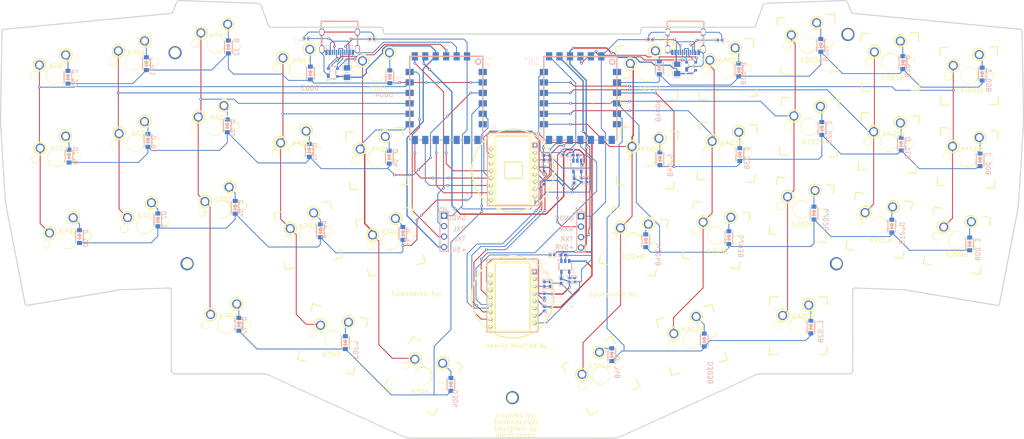
<source format=kicad_pcb>
(kicad_pcb (version 20171130) (host pcbnew "(5.1.5)-3")
  (layers (0 "F.Cu" signal) (31 "B.Cu" signal) (34 "B.Paste" user) (35 "F.Paste" user) (36 "B.SilkS" user) (37 "F.SilkS" user) (38 "B.Mask" user) (39 "F.Mask" user) (44 "Edge.Cuts" user))
  (net 0 "")
  (net 1 "GNDL")
  (net 2 "COL0L")
  (net 3 "COL1L")
  (net 4 "COL2L")
  (net 5 "COL3L")
  (net 6 "COL4L")
  (net 7 "COL4R")
  (net 8 "COL3R")
  (net 9 "COL2R")
  (net 10 "COL1R")
  (net 11 "COL0R")
  (net 12 "R1_1")
  (net 13 "R2_2")
  (net 14 "D-L")
  (net 15 "D+L")
  (net 16 "GND")
  (net 17 "USBC2_B5")
  (net 18 "USBC2_A5")
  (net 19 "+5V")
  (net 20 "D+R")
  (net 21 "D-R")
  (net 22 "U7_15")
  (net 23 "+3V3L")
  (net 24 "CSL")
  (net 25 "SCKL")
  (net 26 "MOSIL")
  (net 27 "MISOL")
  (net 28 "RXL")
  (net 29 "ROW0L")
  (net 30 "ROW1L")
  (net 31 "TXL")
  (net 32 "ROW2L")
  (net 33 "ROW3L")
  (net 34 "+3V3")
  (net 35 "+2V")
  (net 36 "R11B_1")
  (net 37 "MISOR")
  (net 38 "MOSIR")
  (net 39 "SCKR")
  (net 40 "CSR")
  (net 41 "TXR")
  (net 42 "RXR")
  (net 43 "ROW1R")
  (net 44 "VBUSL")
  (net 45 "D003_2")
  (net 46 "D004_2")
  (net 47 "D002_2")
  (net 48 "D001_2")
  (net 49 "D000_2")
  (net 50 "D100_2")
  (net 51 "D101_2")
  (net 52 "D102_2")
  (net 53 "D103_2")
  (net 54 "D104_2")
  (net 55 "D204_2")
  (net 56 "D203_2")
  (net 57 "D202_2")
  (net 58 "D201_2")
  (net 59 "D302_2")
  (net 60 "D303_2")
  (net 61 "D304_2")
  (net 62 "D200_2")
  (net 63 "K304B_1")
  (net 64 "D303B_2")
  (net 65 "D302B_2")
  (net 66 "D204B_2")
  (net 67 "D203B_2")
  (net 68 "D202B_2")
  (net 69 "D201B_2")
  (net 70 "D200B_2")
  (net 71 "K100B_1")
  (net 72 "D101B_2")
  (net 73 "D102B_2")
  (net 74 "D103B_2")
  (net 75 "D104B_2")
  (net 76 "D004B_2")
  (net 77 "D003B_2")
  (net 78 "D002B_2")
  (net 79 "D001B_2")
  (net 80 "D000B_2")
  (net 81 "+5VL")
  (net 82 "ROW3R")
  (net 83 "ROW2R")
  (net 84 "ROW0R")
  (net 85 "VBUSR")
  (net 86 "+2VL")
  (net 87 "U7_7")
  (net 88 "U7_3")
  (net 89 "U8_4")
  (net 90 "R10B_1")
  (net 91 "R14B_1")
  (net 92 "C18B_1")
  (gr_line (start 30.827 31.28) (end 30.474 51.542) (width 0.254) (layer "Edge.Cuts"))
  (gr_line (start 30.474 51.542) (end 30.462 53.474) (width 0.254) (layer "Edge.Cuts"))
  (gr_line (start 30.462 53.474) (end 31.625 72.489) (width 0.254) (layer "Edge.Cuts"))
  (gr_line (start 31.625 72.489) (end 32.108 75.391) (width 0.254) (layer "Edge.Cuts"))
  (gr_line (start 32.108 75.391) (end 36.443 97.69) (width 0.254) (layer "Edge.Cuts"))
  (gr_line (start 278.436 30.883) (end 238.011 27.058) (width 0.254) (layer "Edge.Cuts"))
  (gr_line (start 238.011 27.058) (end 237.543 26.956) (width 0.254) (layer "Edge.Cuts"))
  (gr_line (start 237.543 26.956) (end 237.302 26.747) (width 0.254) (layer "Edge.Cuts"))
  (gr_line (start 237.302 26.747) (end 236.395 24.366) (width 0.254) (layer "Edge.Cuts"))
  (gr_line (start 236.395 24.366) (end 236.245 24.172) (width 0.254) (layer "Edge.Cuts"))
  (gr_line (start 236.245 24.172) (end 236.054 24.021) (width 0.254) (layer "Edge.Cuts"))
  (gr_line (start 236.054 24.021) (end 235.709 23.891) (width 0.254) (layer "Edge.Cuts"))
  (gr_line (start 235.709 23.891) (end 216.742 24.55) (width 0.254) (layer "Edge.Cuts"))
  (gr_line (start 216.742 24.55) (end 216.373 24.608) (width 0.254) (layer "Edge.Cuts"))
  (gr_line (start 216.373 24.608) (end 216.053 24.758) (width 0.254) (layer "Edge.Cuts"))
  (gr_line (start 216.053 24.758) (end 215.823 25.06) (width 0.254) (layer "Edge.Cuts"))
  (gr_line (start 215.823 25.06) (end 214.055 29.904) (width 0.254) (layer "Edge.Cuts"))
  (gr_line (start 214.055 29.904) (end 213.786 30.268) (width 0.254) (layer "Edge.Cuts"))
  (gr_line (start 213.786 30.268) (end 213.471 30.396) (width 0.254) (layer "Edge.Cuts"))
  (gr_line (start 213.471 30.396) (end 186.91 30.373) (width 0.254) (layer "Edge.Cuts"))
  (gr_line (start 186.91 30.373) (end 186.597 30.413) (width 0.254) (layer "Edge.Cuts"))
  (gr_line (start 186.597 30.413) (end 186.288 30.628) (width 0.254) (layer "Edge.Cuts"))
  (gr_line (start 186.288 30.628) (end 186.182 30.858) (width 0.254) (layer "Edge.Cuts"))
  (gr_line (start 186.182 30.858) (end 185.982 31.855) (width 0.254) (layer "Edge.Cuts"))
  (gr_line (start 185.982 31.855) (end 185.814 32.016) (width 0.254) (layer "Edge.Cuts"))
  (gr_line (start 185.814 32.016) (end 185.576 32.041) (width 0.254) (layer "Edge.Cuts"))
  (gr_line (start 185.576 32.041) (end 124.056 32.041) (width 0.254) (layer "Edge.Cuts"))
  (gr_line (start 124.056 32.041) (end 123.819 32.016) (width 0.254) (layer "Edge.Cuts"))
  (gr_line (start 123.819 32.016) (end 123.65 31.855) (width 0.254) (layer "Edge.Cuts"))
  (gr_line (start 123.65 31.855) (end 123.451 30.858) (width 0.254) (layer "Edge.Cuts"))
  (gr_line (start 123.451 30.858) (end 123.345 30.628) (width 0.254) (layer "Edge.Cuts"))
  (gr_line (start 123.345 30.628) (end 123.036 30.413) (width 0.254) (layer "Edge.Cuts"))
  (gr_line (start 123.036 30.413) (end 122.722 30.373) (width 0.254) (layer "Edge.Cuts"))
  (gr_line (start 122.722 30.373) (end 96.161 30.406) (width 0.254) (layer "Edge.Cuts"))
  (gr_line (start 96.161 30.406) (end 95.847 30.277) (width 0.254) (layer "Edge.Cuts"))
  (gr_line (start 95.847 30.277) (end 95.578 29.913) (width 0.254) (layer "Edge.Cuts"))
  (gr_line (start 95.578 29.913) (end 93.81 25.069) (width 0.254) (layer "Edge.Cuts"))
  (gr_line (start 93.81 25.069) (end 93.58 24.768) (width 0.254) (layer "Edge.Cuts"))
  (gr_line (start 93.58 24.768) (end 93.26 24.618) (width 0.254) (layer "Edge.Cuts"))
  (gr_line (start 93.26 24.618) (end 92.89 24.559) (width 0.254) (layer "Edge.Cuts"))
  (gr_line (start 92.89 24.559) (end 73.923 23.9) (width 0.254) (layer "Edge.Cuts"))
  (gr_line (start 73.923 23.9) (end 73.579 24.03) (width 0.254) (layer "Edge.Cuts"))
  (gr_line (start 73.579 24.03) (end 73.387 24.181) (width 0.254) (layer "Edge.Cuts"))
  (gr_line (start 73.387 24.181) (end 73.237 24.375) (width 0.254) (layer "Edge.Cuts"))
  (gr_line (start 73.237 24.375) (end 72.39 26.645) (width 0.254) (layer "Edge.Cuts"))
  (gr_line (start 72.39 26.645) (end 72.184 26.913) (width 0.254) (layer "Edge.Cuts"))
  (gr_line (start 72.184 26.913) (end 71.873 27.029) (width 0.254) (layer "Edge.Cuts"))
  (gr_line (start 71.873 27.029) (end 31.19 30.889) (width 0.254) (layer "Edge.Cuts"))
  (gr_line (start 273.309 97.698) (end 277.645 75.391) (width 0.254) (layer "Edge.Cuts"))
  (gr_line (start 277.645 75.391) (end 278.001 72.489) (width 0.254) (layer "Edge.Cuts"))
  (gr_line (start 278.001 72.489) (end 279.164 53.474) (width 0.254) (layer "Edge.Cuts"))
  (gr_line (start 279.164 53.474) (end 279.152 51.542) (width 0.254) (layer "Edge.Cuts"))
  (gr_line (start 279.152 51.542) (end 278.798 31.274) (width 0.254) (layer "Edge.Cuts"))
  (gr_line (start 212.227 115.764) (end 213.805 114.977) (width 0.254) (layer "Edge.Cuts"))
  (gr_line (start 213.805 114.977) (end 214.38 114.764) (width 0.254) (layer "Edge.Cuts"))
  (gr_line (start 214.38 114.764) (end 214.851 114.685) (width 0.254) (layer "Edge.Cuts"))
  (gr_line (start 214.851 114.685) (end 215.458 114.662) (width 0.254) (layer "Edge.Cuts"))
  (gr_line (start 215.458 114.662) (end 236.667 114.664) (width 0.254) (layer "Edge.Cuts"))
  (gr_line (start 236.667 114.664) (end 237.01 114.603) (width 0.254) (layer "Edge.Cuts"))
  (gr_line (start 237.01 114.603) (end 237.265 114.465) (width 0.254) (layer "Edge.Cuts"))
  (gr_line (start 237.265 114.465) (end 237.468 114.262) (width 0.254) (layer "Edge.Cuts"))
  (gr_line (start 237.468 114.262) (end 237.606 114.007) (width 0.254) (layer "Edge.Cuts"))
  (gr_line (start 237.606 114.007) (end 237.661 113.766) (width 0.254) (layer "Edge.Cuts"))
  (gr_line (start 237.661 113.766) (end 237.651 94.264) (width 0.254) (layer "Edge.Cuts"))
  (gr_line (start 237.651 94.264) (end 237.702 94.028) (width 0.254) (layer "Edge.Cuts"))
  (gr_line (start 237.702 94.028) (end 237.769 93.926) (width 0.254) (layer "Edge.Cuts"))
  (gr_line (start 237.769 93.926) (end 237.871 93.849) (width 0.254) (layer "Edge.Cuts"))
  (gr_line (start 237.871 93.849) (end 238.104 93.784) (width 0.254) (layer "Edge.Cuts"))
  (gr_line (start 238.104 93.784) (end 250.156 94.208) (width 0.254) (layer "Edge.Cuts"))
  (gr_line (start 250.156 94.208) (end 272.85 98.017) (width 0.254) (layer "Edge.Cuts"))
  (gr_line (start 36.902 98.008) (end 59.581 94.204) (width 0.254) (layer "Edge.Cuts"))
  (gr_line (start 59.581 94.204) (end 71.312 93.786) (width 0.254) (layer "Edge.Cuts"))
  (gr_line (start 71.312 93.786) (end 71.658 93.818) (width 0.254) (layer "Edge.Cuts"))
  (gr_line (start 71.658 93.818) (end 71.863 93.936) (width 0.254) (layer "Edge.Cuts"))
  (gr_line (start 71.863 93.936) (end 71.93 94.038) (width 0.254) (layer "Edge.Cuts"))
  (gr_line (start 71.93 94.038) (end 71.981 94.274) (width 0.254) (layer "Edge.Cuts"))
  (gr_line (start 71.981 94.274) (end 71.966 113.673) (width 0.254) (layer "Edge.Cuts"))
  (gr_line (start 71.966 113.673) (end 71.986 113.875) (width 0.254) (layer "Edge.Cuts"))
  (gr_line (start 71.986 113.875) (end 72.086 114.15) (width 0.254) (layer "Edge.Cuts"))
  (gr_line (start 72.086 114.15) (end 72.259 114.38) (width 0.254) (layer "Edge.Cuts"))
  (gr_line (start 72.259 114.38) (end 72.489 114.552) (width 0.254) (layer "Edge.Cuts"))
  (gr_line (start 72.489 114.552) (end 72.764 114.653) (width 0.254) (layer "Edge.Cuts"))
  (gr_line (start 72.764 114.653) (end 72.966 114.673) (width 0.254) (layer "Edge.Cuts"))
  (gr_line (start 72.966 114.673) (end 94.025 114.671) (width 0.254) (layer "Edge.Cuts"))
  (gr_line (start 94.025 114.671) (end 94.781 114.694) (width 0.254) (layer "Edge.Cuts"))
  (gr_line (start 94.781 114.694) (end 95.253 114.773) (width 0.254) (layer "Edge.Cuts"))
  (gr_line (start 95.253 114.773) (end 95.827 114.986) (width 0.254) (layer "Edge.Cuts"))
  (gr_line (start 95.827 114.986) (end 97.406 115.773) (width 0.254) (layer "Edge.Cuts"))
  (gr_line (start 97.406 115.773) (end 128.415 129.893) (width 0.254) (layer "Edge.Cuts"))
  (gr_line (start 128.415 129.893) (end 129.288 130.17) (width 0.254) (layer "Edge.Cuts"))
  (gr_line (start 129.288 130.17) (end 130.135 130.264) (width 0.254) (layer "Edge.Cuts"))
  (gr_line (start 130.135 130.264) (end 179.497 130.255) (width 0.254) (layer "Edge.Cuts"))
  (gr_line (start 179.497 130.255) (end 180.016 130.222) (width 0.254) (layer "Edge.Cuts"))
  (gr_line (start 180.016 130.222) (end 180.594 130.094) (width 0.254) (layer "Edge.Cuts"))
  (gr_line (start 180.594 130.094) (end 181.217 129.883) (width 0.254) (layer "Edge.Cuts"))
  (gr_line (start 181.217 129.883) (end 212.227 115.764) (width 0.254) (layer "Edge.Cuts"))
  (gr_arc (start 272.916 97.622) (end 273.309 97.698) (angle 88.527) (width 0.254) (layer "Edge.Cuts"))
  (gr_arc (start 278.399 31.281) (end 278.436 30.883) (angle 83.597) (width 0.254) (layer "Edge.Cuts"))
  (gr_arc (start 31.227 31.287) (end 30.827 31.28) (angle 83.584) (width 0.254) (layer "Edge.Cuts"))
  (gr_arc (start 36.835 97.613) (end 36.902 98.008) (angle 88.522) (width 0.254) (layer "Edge.Cuts"))
  (gr_line (start 180.297 66.556) (end 180.123 68.548) (width 0.254) (layer "F.SilkS"))
  (gr_line (start 149.385 59.497) (end 149.53 59.437) (width 0.254) (layer "F.SilkS"))
  (gr_line (start 149.53 59.437) (end 149.685 59.417) (width 0.254) (layer "F.SilkS"))
  (gr_line (start 149.685 59.417) (end 149.84 59.437) (width 0.254) (layer "F.SilkS"))
  (gr_line (start 149.84 59.437) (end 149.985 59.497) (width 0.254) (layer "F.SilkS"))
  (gr_line (start 149.985 59.497) (end 150.109 59.593) (width 0.254) (layer "F.SilkS"))
  (gr_line (start 150.109 59.593) (end 150.205 59.717) (width 0.254) (layer "F.SilkS"))
  (gr_line (start 150.205 59.717) (end 150.265 59.862) (width 0.254) (layer "F.SilkS"))
  (gr_line (start 150.265 59.862) (end 150.285 60.017) (width 0.254) (layer "F.SilkS"))
  (gr_line (start 150.285 60.017) (end 150.265 60.172) (width 0.254) (layer "F.SilkS"))
  (gr_line (start 150.265 60.172) (end 150.205 60.317) (width 0.254) (layer "F.SilkS"))
  (gr_line (start 150.205 60.317) (end 150.109 60.441) (width 0.254) (layer "F.SilkS"))
  (gr_line (start 150.109 60.441) (end 149.985 60.537) (width 0.254) (layer "F.SilkS"))
  (gr_line (start 149.985 60.537) (end 149.84 60.597) (width 0.254) (layer "F.SilkS"))
  (gr_line (start 149.84 60.597) (end 149.685 60.617) (width 0.254) (layer "F.SilkS"))
  (gr_line (start 149.685 60.617) (end 149.53 60.597) (width 0.254) (layer "F.SilkS"))
  (gr_line (start 149.53 60.597) (end 149.385 60.537) (width 0.254) (layer "F.SilkS"))
  (gr_line (start 149.385 60.537) (end 149.261 60.441) (width 0.254) (layer "F.SilkS"))
  (gr_line (start 149.261 60.441) (end 149.165 60.317) (width 0.254) (layer "F.SilkS"))
  (gr_line (start 149.165 60.317) (end 149.106 60.172) (width 0.254) (layer "F.SilkS"))
  (gr_line (start 149.106 60.172) (end 149.085 60.017) (width 0.254) (layer "F.SilkS"))
  (gr_line (start 149.085 60.017) (end 149.106 59.862) (width 0.254) (layer "F.SilkS"))
  (gr_line (start 149.106 59.862) (end 149.165 59.717) (width 0.254) (layer "F.SilkS"))
  (gr_line (start 149.165 59.717) (end 149.261 59.593) (width 0.254) (layer "F.SilkS"))
  (gr_line (start 149.261 59.593) (end 149.385 59.497) (width 0.254) (layer "F.SilkS"))
  (gr_line (start 229.409 95.952) (end 231.409 95.952) (width 0.254) (layer "F.SilkS"))
  (gr_line (start 231.409 95.952) (end 231.409 97.952) (width 0.254) (layer "F.SilkS"))
  (gr_line (start 229.409 109.952) (end 231.409 109.952) (width 0.254) (layer "F.SilkS"))
  (gr_line (start 231.409 109.952) (end 231.409 107.952) (width 0.254) (layer "F.SilkS"))
  (gr_line (start 217.409 107.952) (end 217.409 109.952) (width 0.254) (layer "F.SilkS"))
  (gr_line (start 217.409 109.952) (end 219.409 109.952) (width 0.254) (layer "F.SilkS"))
  (gr_line (start 219.409 95.952) (end 217.409 95.952) (width 0.254) (layer "F.SilkS"))
  (gr_line (start 217.409 95.952) (end 217.409 97.952) (width 0.254) (layer "F.SilkS"))
  (gr_line (start 201.448 98.299) (end 203.376 97.765) (width 0.254) (layer "F.SilkS"))
  (gr_line (start 203.376 97.765) (end 203.91 99.692) (width 0.254) (layer "F.SilkS"))
  (gr_line (start 205.19 111.79) (end 207.117 111.255) (width 0.254) (layer "F.SilkS"))
  (gr_line (start 207.117 111.255) (end 206.583 109.328) (width 0.254) (layer "F.SilkS"))
  (gr_line (start 193.092 113.07) (end 193.626 114.997) (width 0.254) (layer "F.SilkS"))
  (gr_line (start 193.626 114.997) (end 195.554 114.462) (width 0.254) (layer "F.SilkS"))
  (gr_line (start 191.812 100.972) (end 189.885 101.506) (width 0.254) (layer "F.SilkS"))
  (gr_line (start 189.885 101.506) (end 190.419 103.433) (width 0.254) (layer "F.SilkS"))
  (gr_line (start 177.233 106.582) (end 178.965 105.582) (width 0.254) (layer "F.SilkS"))
  (gr_line (start 178.965 105.582) (end 179.965 107.314) (width 0.254) (layer "F.SilkS"))
  (gr_line (start 184.233 118.706) (end 185.965 117.706) (width 0.254) (layer "F.SilkS"))
  (gr_line (start 185.965 117.706) (end 184.965 115.974) (width 0.254) (layer "F.SilkS"))
  (gr_line (start 172.841 122.974) (end 173.841 124.706) (width 0.254) (layer "F.SilkS"))
  (gr_line (start 173.841 124.706) (end 175.573 123.706) (width 0.254) (layer "F.SilkS"))
  (gr_line (start 168.573 111.582) (end 166.841 112.582) (width 0.254) (layer "F.SilkS"))
  (gr_line (start 166.841 112.582) (end 167.841 114.314) (width 0.254) (layer "F.SilkS"))
  (gr_line (start 141.053 111.582) (end 142.785 112.582) (width 0.254) (layer "F.SilkS"))
  (gr_line (start 142.785 112.582) (end 141.785 114.314) (width 0.254) (layer "F.SilkS"))
  (gr_line (start 134.053 123.706) (end 135.785 124.706) (width 0.254) (layer "F.SilkS"))
  (gr_line (start 135.785 124.706) (end 136.785 122.974) (width 0.254) (layer "F.SilkS"))
  (gr_line (start 124.661 115.974) (end 123.661 117.706) (width 0.254) (layer "F.SilkS"))
  (gr_line (start 123.661 117.706) (end 125.393 118.706) (width 0.254) (layer "F.SilkS"))
  (gr_line (start 132.393 106.582) (end 130.661 105.582) (width 0.254) (layer "F.SilkS"))
  (gr_line (start 130.661 105.582) (end 129.661 107.314) (width 0.254) (layer "F.SilkS"))
  (gr_line (start 117.941 100.845) (end 119.868 101.379) (width 0.254) (layer "F.SilkS"))
  (gr_line (start 119.868 101.379) (end 119.334 103.306) (width 0.254) (layer "F.SilkS"))
  (gr_line (start 114.199 114.335) (end 116.127 114.87) (width 0.254) (layer "F.SilkS"))
  (gr_line (start 116.127 114.87) (end 116.661 112.943) (width 0.254) (layer "F.SilkS"))
  (gr_line (start 103.17 109.201) (end 102.636 111.128) (width 0.254) (layer "F.SilkS"))
  (gr_line (start 102.636 111.128) (end 104.563 111.663) (width 0.254) (layer "F.SilkS"))
  (gr_line (start 108.305 98.172) (end 106.377 97.638) (width 0.254) (layer "F.SilkS"))
  (gr_line (start 106.377 97.638) (end 105.843 99.565) (width 0.254) (layer "F.SilkS"))
  (gr_line (start 269.261 76.333) (end 271.224 76.715) (width 0.254) (layer "F.SilkS"))
  (gr_line (start 271.224 76.715) (end 270.842 78.678) (width 0.254) (layer "F.SilkS"))
  (gr_line (start 266.589 90.076) (end 268.553 90.458) (width 0.254) (layer "F.SilkS"))
  (gr_line (start 268.553 90.458) (end 268.934 88.495) (width 0.254) (layer "F.SilkS"))
  (gr_line (start 255.192 85.823) (end 254.81 87.786) (width 0.254) (layer "F.SilkS"))
  (gr_line (start 254.81 87.786) (end 256.773 88.168) (width 0.254) (layer "F.SilkS"))
  (gr_line (start 259.445 74.425) (end 257.481 74.044) (width 0.254) (layer "F.SilkS"))
  (gr_line (start 257.481 74.044) (end 257.1 76.007) (width 0.254) (layer "F.SilkS"))
  (gr_line (start 250.234 72.542) (end 252.203 72.89) (width 0.254) (layer "F.SilkS"))
  (gr_line (start 252.203 72.89) (end 251.856 74.859) (width 0.254) (layer "F.SilkS"))
  (gr_line (start 247.803 86.33) (end 249.772 86.677) (width 0.254) (layer "F.SilkS"))
  (gr_line (start 249.772 86.677) (end 250.119 84.707) (width 0.254) (layer "F.SilkS"))
  (gr_line (start 236.332 82.276) (end 235.985 84.246) (width 0.254) (layer "F.SilkS"))
  (gr_line (start 235.985 84.246) (end 237.954 84.593) (width 0.254) (layer "F.SilkS"))
  (gr_line (start 240.386 70.806) (end 238.416 70.459) (width 0.254) (layer "F.SilkS"))
  (gr_line (start 238.416 70.459) (end 238.069 72.428) (width 0.254) (layer "F.SilkS"))
  (gr_line (start 231.204 68.626) (end 233.18 68.939) (width 0.254) (layer "F.SilkS"))
  (gr_line (start 233.18 68.939) (end 232.867 70.914) (width 0.254) (layer "F.SilkS"))
  (gr_line (start 229.014 82.454) (end 230.99 82.767) (width 0.254) (layer "F.SilkS"))
  (gr_line (start 230.99 82.767) (end 231.303 80.791) (width 0.254) (layer "F.SilkS"))
  (gr_line (start 217.475 78.601) (end 217.162 80.576) (width 0.254) (layer "F.SilkS"))
  (gr_line (start 217.162 80.576) (end 219.138 80.889) (width 0.254) (layer "F.SilkS"))
  (gr_line (start 221.328 67.062) (end 219.352 66.749) (width 0.254) (layer "F.SilkS"))
  (gr_line (start 219.352 66.749) (end 219.039 68.724) (width 0.254) (layer "F.SilkS"))
  (gr_line (start 210.816 75.173) (end 212.772 75.589) (width 0.254) (layer "F.SilkS"))
  (gr_line (start 212.772 75.589) (end 212.357 77.545) (width 0.254) (layer "F.SilkS"))
  (gr_line (start 207.905 88.867) (end 209.862 89.283) (width 0.254) (layer "F.SilkS"))
  (gr_line (start 209.862 89.283) (end 210.277 87.327) (width 0.254) (layer "F.SilkS"))
  (gr_line (start 196.583 84.416) (end 196.168 86.372) (width 0.254) (layer "F.SilkS"))
  (gr_line (start 196.168 86.372) (end 198.124 86.788) (width 0.254) (layer "F.SilkS"))
  (gr_line (start 201.035 73.094) (end 199.078 72.678) (width 0.254) (layer "F.SilkS"))
  (gr_line (start 199.078 72.678) (end 198.663 74.635) (width 0.254) (layer "F.SilkS"))
  (gr_line (start 190.949 76.922) (end 192.89 77.406) (width 0.254) (layer "F.SilkS"))
  (gr_line (start 192.89 77.406) (end 192.406 79.347) (width 0.254) (layer "F.SilkS"))
  (gr_line (start 187.562 90.506) (end 189.503 90.99) (width 0.254) (layer "F.SilkS"))
  (gr_line (start 189.503 90.99) (end 189.986 89.05) (width 0.254) (layer "F.SilkS"))
  (gr_line (start 176.402 85.663) (end 175.919 87.603) (width 0.254) (layer "F.SilkS"))
  (gr_line (start 175.919 87.603) (end 177.859 88.087) (width 0.254) (layer "F.SilkS"))
  (gr_line (start 181.246 74.503) (end 179.305 74.019) (width 0.254) (layer "F.SilkS"))
  (gr_line (start 179.305 74.019) (end 178.822 75.96) (width 0.254) (layer "F.SilkS"))
  (gr_line (start 128.38 74.503) (end 130.321 74.019) (width 0.254) (layer "F.SilkS"))
  (gr_line (start 130.321 74.019) (end 130.804 75.96) (width 0.254) (layer "F.SilkS"))
  (gr_line (start 131.767 88.087) (end 133.708 87.603) (width 0.254) (layer "F.SilkS"))
  (gr_line (start 133.708 87.603) (end 133.224 85.663) (width 0.254) (layer "F.SilkS"))
  (gr_line (start 119.64 89.05) (end 120.123 90.99) (width 0.254) (layer "F.SilkS"))
  (gr_line (start 120.123 90.99) (end 122.064 90.506) (width 0.254) (layer "F.SilkS"))
  (gr_line (start 118.677 76.922) (end 116.737 77.406) (width 0.254) (layer "F.SilkS"))
  (gr_line (start 116.737 77.406) (end 117.22 79.347) (width 0.254) (layer "F.SilkS"))
  (gr_line (start 108.591 73.094) (end 110.548 72.678) (width 0.254) (layer "F.SilkS"))
  (gr_line (start 110.548 72.678) (end 110.963 74.635) (width 0.254) (layer "F.SilkS"))
  (gr_line (start 111.502 86.788) (end 113.458 86.372) (width 0.254) (layer "F.SilkS"))
  (gr_line (start 113.458 86.372) (end 113.043 84.416) (width 0.254) (layer "F.SilkS"))
  (gr_line (start 99.349 87.327) (end 99.764 89.283) (width 0.254) (layer "F.SilkS"))
  (gr_line (start 99.764 89.283) (end 101.721 88.867) (width 0.254) (layer "F.SilkS"))
  (gr_line (start 98.81 75.173) (end 96.854 75.589) (width 0.254) (layer "F.SilkS"))
  (gr_line (start 96.854 75.589) (end 97.269 77.545) (width 0.254) (layer "F.SilkS"))
  (gr_line (start 270.975 55.503) (end 272.971 55.625) (width 0.254) (layer "F.SilkS"))
  (gr_line (start 272.971 55.625) (end 272.849 57.621) (width 0.254) (layer "F.SilkS"))
  (gr_line (start 270.12 69.477) (end 272.117 69.599) (width 0.254) (layer "F.SilkS"))
  (gr_line (start 272.117 69.599) (end 272.239 67.603) (width 0.254) (layer "F.SilkS"))
  (gr_line (start 258.265 66.748) (end 258.143 68.744) (width 0.254) (layer "F.SilkS"))
  (gr_line (start 258.143 68.744) (end 260.139 68.866) (width 0.254) (layer "F.SilkS"))
  (gr_line (start 260.994 54.893) (end 258.997 54.77) (width 0.254) (layer "F.SilkS"))
  (gr_line (start 258.997 54.77) (end 258.875 56.767) (width 0.254) (layer "F.SilkS"))
  (gr_line (start 251.798 51.82) (end 253.794 51.942) (width 0.254) (layer "F.SilkS"))
  (gr_line (start 253.794 51.942) (end 253.672 53.938) (width 0.254) (layer "F.SilkS"))
  (gr_line (start 250.943 65.794) (end 252.94 65.916) (width 0.254) (layer "F.SilkS"))
  (gr_line (start 252.94 65.916) (end 253.062 63.92) (width 0.254) (layer "F.SilkS"))
  (gr_line (start 239.088 63.065) (end 238.966 65.061) (width 0.254) (layer "F.SilkS"))
  (gr_line (start 238.966 65.061) (end 240.962 65.183) (width 0.254) (layer "F.SilkS"))
  (gr_line (start 241.817 51.21) (end 239.82 51.087) (width 0.254) (layer "F.SilkS"))
  (gr_line (start 239.82 51.087) (end 239.698 53.084) (width 0.254) (layer "F.SilkS"))
  (gr_line (start 232.317 47.871) (end 234.316 47.94) (width 0.254) (layer "F.SilkS"))
  (gr_line (start 234.316 47.94) (end 234.246 49.939) (width 0.254) (layer "F.SilkS"))
  (gr_line (start 231.829 61.862) (end 233.827 61.932) (width 0.254) (layer "F.SilkS"))
  (gr_line (start 233.827 61.932) (end 233.897 59.933) (width 0.254) (layer "F.SilkS"))
  (gr_line (start 219.906 59.444) (end 219.836 61.443) (width 0.254) (layer "F.SilkS"))
  (gr_line (start 219.836 61.443) (end 221.835 61.513) (width 0.254) (layer "F.SilkS"))
  (gr_line (start 222.323 47.522) (end 220.325 47.452) (width 0.254) (layer "F.SilkS"))
  (gr_line (start 220.325 47.452) (end 220.255 49.45) (width 0.254) (layer "F.SilkS"))
  (gr_line (start 212.497 54.059) (end 214.494 54.164) (width 0.254) (layer "F.SilkS"))
  (gr_line (start 214.494 54.164) (end 214.389 56.161) (width 0.254) (layer "F.SilkS"))
  (gr_line (start 211.764 68.04) (end 213.761 68.144) (width 0.254) (layer "F.SilkS"))
  (gr_line (start 213.761 68.144) (end 213.866 66.147) (width 0.254) (layer "F.SilkS"))
  (gr_line (start 199.885 65.415) (end 199.78 67.412) (width 0.254) (layer "F.SilkS"))
  (gr_line (start 199.78 67.412) (end 201.778 67.516) (width 0.254) (layer "F.SilkS"))
  (gr_line (start 202.51 53.536) (end 200.513 53.431) (width 0.254) (layer "F.SilkS"))
  (gr_line (start 200.513 53.431) (end 200.408 55.428) (width 0.254) (layer "F.SilkS"))
  (gr_line (start 193.297 55.647) (end 195.289 55.821) (width 0.254) (layer "F.SilkS"))
  (gr_line (start 195.289 55.821) (end 195.115 57.814) (width 0.254) (layer "F.SilkS"))
  (gr_line (start 192.077 69.594) (end 194.069 69.768) (width 0.254) (layer "F.SilkS"))
  (gr_line (start 194.069 69.768) (end 194.244 67.776) (width 0.254) (layer "F.SilkS"))
  (gr_line (start 180.123 68.548) (end 182.115 68.722) (width 0.254) (layer "F.SilkS"))
  (gr_line (start 183.335 54.776) (end 181.343 54.601) (width 0.254) (layer "F.SilkS"))
  (gr_line (start 181.343 54.601) (end 181.168 56.594) (width 0.254) (layer "F.SilkS"))
  (gr_line (start 126.291 54.903) (end 128.283 54.728) (width 0.254) (layer "F.SilkS"))
  (gr_line (start 128.283 54.728) (end 128.458 56.721) (width 0.254) (layer "F.SilkS"))
  (gr_line (start 127.511 68.849) (end 129.503 68.675) (width 0.254) (layer "F.SilkS"))
  (gr_line (start 129.503 68.675) (end 129.329 66.683) (width 0.254) (layer "F.SilkS"))
  (gr_line (start 115.382 67.903) (end 115.557 69.895) (width 0.254) (layer "F.SilkS"))
  (gr_line (start 115.557 69.895) (end 117.549 69.721) (width 0.254) (layer "F.SilkS"))
  (gr_line (start 116.329 55.774) (end 114.337 55.948) (width 0.254) (layer "F.SilkS"))
  (gr_line (start 114.337 55.948) (end 114.511 57.941) (width 0.254) (layer "F.SilkS"))
  (gr_line (start 270.815 35.16) (end 272.815 35.125) (width 0.254) (layer "F.SilkS"))
  (gr_line (start 272.815 35.125) (end 272.85 37.124) (width 0.254) (layer "F.SilkS"))
  (gr_line (start 271.059 49.157) (end 273.059 49.122) (width 0.254) (layer "F.SilkS"))
  (gr_line (start 273.059 49.122) (end 273.024 47.123) (width 0.254) (layer "F.SilkS"))
  (gr_line (start 259.026 47.367) (end 259.061 49.367) (width 0.254) (layer "F.SilkS"))
  (gr_line (start 259.061 49.367) (end 261.061 49.332) (width 0.254) (layer "F.SilkS"))
  (gr_line (start 260.817 35.334) (end 258.817 35.369) (width 0.254) (layer "F.SilkS"))
  (gr_line (start 258.817 35.369) (end 258.852 37.369) (width 0.254) (layer "F.SilkS"))
  (gr_line (start 251.638 31.731) (end 253.638 31.696) (width 0.254) (layer "F.SilkS"))
  (gr_line (start 253.638 31.696) (end 253.673 33.695) (width 0.254) (layer "F.SilkS"))
  (gr_line (start 251.882 45.728) (end 253.882 45.693) (width 0.254) (layer "F.SilkS"))
  (gr_line (start 253.882 45.693) (end 253.847 43.694) (width 0.254) (layer "F.SilkS"))
  (gr_line (start 239.849 43.938) (end 239.884 45.938) (width 0.254) (layer "F.SilkS"))
  (gr_line (start 239.884 45.938) (end 241.884 45.903) (width 0.254) (layer "F.SilkS"))
  (gr_line (start 241.64 31.905) (end 239.64 31.94) (width 0.254) (layer "F.SilkS"))
  (gr_line (start 239.64 31.94) (end 239.675 33.94) (width 0.254) (layer "F.SilkS"))
  (gr_line (start 231.195 27.294) (end 233.19 27.155) (width 0.254) (layer "F.SilkS"))
  (gr_line (start 233.19 27.155) (end 233.329 29.15) (width 0.254) (layer "F.SilkS"))
  (gr_line (start 232.171 41.26) (end 234.166 41.12) (width 0.254) (layer "F.SilkS"))
  (gr_line (start 234.166 41.12) (end 234.027 39.125) (width 0.254) (layer "F.SilkS"))
  (gr_line (start 220.061 40.102) (end 220.2 42.097) (width 0.254) (layer "F.SilkS"))
  (gr_line (start 220.2 42.097) (end 222.196 41.957) (width 0.254) (layer "F.SilkS"))
  (gr_line (start 221.219 27.992) (end 219.224 28.131) (width 0.254) (layer "F.SilkS"))
  (gr_line (start 219.224 28.131) (end 219.363 30.126) (width 0.254) (layer "F.SilkS"))
  (gr_line (start 211.383 33.263) (end 213.378 33.124) (width 0.254) (layer "F.SilkS"))
  (gr_line (start 213.378 33.124) (end 213.517 35.119) (width 0.254) (layer "F.SilkS"))
  (gr_line (start 212.359 47.229) (end 214.354 47.089) (width 0.254) (layer "F.SilkS"))
  (gr_line (start 214.354 47.089) (end 214.215 45.094) (width 0.254) (layer "F.SilkS"))
  (gr_line (start 200.249 46.071) (end 200.388 48.066) (width 0.254) (layer "F.SilkS"))
  (gr_line (start 200.388 48.066) (end 202.384 47.926) (width 0.254) (layer "F.SilkS"))
  (gr_line (start 201.407 33.961) (end 199.412 34.1) (width 0.254) (layer "F.SilkS"))
  (gr_line (start 199.412 34.1) (end 199.551 36.095) (width 0.254) (layer "F.SilkS"))
  (gr_line (start 191.95 34.075) (end 193.942 33.9) (width 0.254) (layer "F.SilkS"))
  (gr_line (start 193.942 33.9) (end 194.117 35.893) (width 0.254) (layer "F.SilkS"))
  (gr_line (start 193.17 48.021) (end 195.162 47.847) (width 0.254) (layer "F.SilkS"))
  (gr_line (start 195.162 47.847) (end 194.988 45.855) (width 0.254) (layer "F.SilkS"))
  (gr_line (start 181.041 47.075) (end 181.216 49.067) (width 0.254) (layer "F.SilkS"))
  (gr_line (start 181.216 49.067) (end 183.208 48.893) (width 0.254) (layer "F.SilkS"))
  (gr_line (start 181.988 34.946) (end 179.996 35.12) (width 0.254) (layer "F.SilkS"))
  (gr_line (start 179.996 35.12) (end 180.17 37.113) (width 0.254) (layer "F.SilkS"))
  (gr_line (start 157.221 63.223) (end 157.296 63.353) (width 0.254) (layer "F.SilkS"))
  (gr_line (start 157.296 63.353) (end 157.296 67.063) (width 0.254) (layer "F.SilkS"))
  (gr_line (start 157.296 67.063) (end 157.221 67.193) (width 0.254) (layer "F.SilkS"))
  (gr_line (start 157.221 67.193) (end 153.146 67.213) (width 0.254) (layer "F.SilkS"))
  (gr_line (start 153.146 67.213) (end 153.017 67.138) (width 0.254) (layer "F.SilkS"))
  (gr_line (start 153.017 67.138) (end 152.996 63.363) (width 0.254) (layer "F.SilkS"))
  (gr_line (start 152.996 63.363) (end 153.071 63.223) (width 0.254) (layer "F.SilkS"))
  (gr_line (start 153.071 63.223) (end 157.221 63.223) (width 0.254) (layer "F.SilkS"))
  (gr_line (start 192.23 36.175) (end 192.23 35.354) (width 0.254) (layer "F.SilkS"))
  (gr_line (start 192.23 35.354) (end 192.23 36.175) (width 0.254) (layer "F.SilkS"))
  (gr_line (start 192.23 36.175) (end 192.23 35.354) (width 0.254) (layer "F.SilkS"))
  (gr_line (start 192.23 35.354) (end 192.23 36.175) (width 0.254) (layer "F.SilkS"))
  (gr_line (start 193.064 35.354) (end 193.064 36.175) (width 0.254) (layer "F.SilkS"))
  (gr_line (start 193.064 36.175) (end 193.064 35.354) (width 0.254) (layer "F.SilkS"))
  (gr_line (start 201.443 28.965) (end 192.503 28.965) (width 0.254) (layer "F.SilkS"))
  (gr_line (start 201.714 35.354) (end 201.714 36.175) (width 0.254) (layer "F.SilkS"))
  (gr_line (start 201.714 36.175) (end 201.714 35.354) (width 0.254) (layer "F.SilkS"))
  (gr_line (start 200.88 36.175) (end 200.88 35.354) (width 0.254) (layer "F.SilkS"))
  (gr_line (start 200.88 35.354) (end 200.88 36.175) (width 0.254) (layer "F.SilkS"))
  (gr_line (start 201.714 35.354) (end 201.714 36.175) (width 0.254) (layer "F.SilkS"))
  (gr_line (start 201.714 36.175) (end 201.714 35.354) (width 0.254) (layer "F.SilkS"))
  (gr_line (start 192.23 31.893) (end 192.23 31.276) (width 0.254) (layer "F.SilkS"))
  (gr_line (start 192.23 31.276) (end 192.23 31.893) (width 0.254) (layer "F.SilkS"))
  (gr_line (start 193.064 31.276) (end 193.064 31.893) (width 0.254) (layer "F.SilkS"))
  (gr_line (start 193.064 31.893) (end 193.064 31.276) (width 0.254) (layer "F.SilkS"))
  (gr_line (start 192.23 31.893) (end 192.23 31.276) (width 0.254) (layer "F.SilkS"))
  (gr_line (start 192.23 31.276) (end 192.23 31.893) (width 0.254) (layer "F.SilkS"))
  (gr_line (start 192.247 31.884) (end 192.247 31.285) (width 0.254) (layer "F.SilkS"))
  (gr_line (start 192.247 31.285) (end 192.247 31.884) (width 0.254) (layer "F.SilkS"))
  (gr_line (start 201.443 28.965) (end 201.443 30.446) (width 0.254) (layer "F.SilkS"))
  (gr_line (start 201.714 31.893) (end 201.714 31.276) (width 0.254) (layer "F.SilkS"))
  (gr_line (start 201.714 31.276) (end 201.714 31.893) (width 0.254) (layer "F.SilkS"))
  (gr_line (start 192.503 28.965) (end 192.503 30.446) (width 0.254) (layer "F.SilkS"))
  (gr_line (start 193.064 31.893) (end 193.064 31.276) (width 0.254) (layer "F.SilkS"))
  (gr_line (start 193.064 31.276) (end 193.064 31.893) (width 0.254) (layer "F.SilkS"))
  (gr_line (start 200.88 31.893) (end 200.88 31.276) (width 0.254) (layer "F.SilkS"))
  (gr_line (start 200.88 31.276) (end 200.88 31.893) (width 0.254) (layer "F.SilkS"))
  (gr_line (start 193.047 31.285) (end 193.047 31.884) (width 0.254) (layer "F.SilkS"))
  (gr_line (start 193.047 31.884) (end 193.047 31.285) (width 0.254) (layer "F.SilkS"))
  (gr_line (start 201.443 32.683) (end 201.443 34.546) (width 0.254) (layer "F.SilkS"))
  (gr_line (start 201.714 31.276) (end 201.714 31.893) (width 0.254) (layer "F.SilkS"))
  (gr_line (start 201.714 31.893) (end 201.714 31.276) (width 0.254) (layer "F.SilkS"))
  (gr_line (start 200.88 31.893) (end 200.88 31.276) (width 0.254) (layer "F.SilkS"))
  (gr_line (start 200.88 31.276) (end 200.88 31.893) (width 0.254) (layer "F.SilkS"))
  (gr_line (start 201.697 35.364) (end 201.697 36.164) (width 0.254) (layer "F.SilkS"))
  (gr_line (start 201.697 36.164) (end 201.697 35.364) (width 0.254) (layer "F.SilkS"))
  (gr_line (start 200.897 31.285) (end 200.897 31.884) (width 0.254) (layer "F.SilkS"))
  (gr_line (start 200.897 31.884) (end 200.897 31.285) (width 0.254) (layer "F.SilkS"))
  (gr_line (start 192.247 36.164) (end 192.247 35.364) (width 0.254) (layer "F.SilkS"))
  (gr_line (start 192.247 35.364) (end 192.247 36.164) (width 0.254) (layer "F.SilkS"))
  (gr_line (start 192.503 32.683) (end 192.503 34.546) (width 0.254) (layer "F.SilkS"))
  (gr_line (start 193.047 36.164) (end 193.047 35.364) (width 0.254) (layer "F.SilkS"))
  (gr_line (start 193.047 35.364) (end 193.047 36.164) (width 0.254) (layer "F.SilkS"))
  (gr_line (start 200.897 35.364) (end 200.897 36.164) (width 0.254) (layer "F.SilkS"))
  (gr_line (start 200.897 36.164) (end 200.897 35.364) (width 0.254) (layer "F.SilkS"))
  (gr_line (start 201.697 31.285) (end 201.697 31.884) (width 0.254) (layer "F.SilkS"))
  (gr_line (start 201.697 31.884) (end 201.697 31.285) (width 0.254) (layer "F.SilkS"))
  (gr_line (start 158.782 73.657) (end 151.282 73.657) (width 0.254) (layer "F.SilkS"))
  (gr_line (start 151.282 73.657) (end 151.044 73.603) (width 0.254) (layer "F.SilkS"))
  (gr_line (start 151.044 73.603) (end 150.787 73.346) (width 0.254) (layer "F.SilkS"))
  (gr_line (start 150.787 73.346) (end 150.732 73.107) (width 0.254) (layer "F.SilkS"))
  (gr_line (start 150.732 73.107) (end 150.732 57.357) (width 0.254) (layer "F.SilkS"))
  (gr_line (start 150.732 57.357) (end 150.787 57.118) (width 0.254) (layer "F.SilkS"))
  (gr_line (start 150.787 57.118) (end 151.044 56.861) (width 0.254) (layer "F.SilkS"))
  (gr_line (start 151.044 56.861) (end 151.282 56.807) (width 0.254) (layer "F.SilkS"))
  (gr_line (start 151.282 56.807) (end 158.782 56.807) (width 0.254) (layer "F.SilkS"))
  (gr_line (start 158.782 56.807) (end 159.021 56.861) (width 0.254) (layer "F.SilkS"))
  (gr_line (start 159.021 56.861) (end 159.212 57.014) (width 0.254) (layer "F.SilkS"))
  (gr_line (start 159.212 57.014) (end 159.332 57.357) (width 0.254) (layer "F.SilkS"))
  (gr_line (start 159.332 57.357) (end 159.332 73.107) (width 0.254) (layer "F.SilkS"))
  (gr_line (start 159.332 73.107) (end 159.278 73.346) (width 0.254) (layer "F.SilkS"))
  (gr_line (start 159.278 73.346) (end 159.021 73.603) (width 0.254) (layer "F.SilkS"))
  (gr_line (start 159.021 73.603) (end 158.782 73.657) (width 0.254) (layer "F.SilkS"))
  (gr_line (start 159.865 71.887) (end 159.806 71.742) (width 0.254) (layer "F.SilkS"))
  (gr_line (start 159.806 71.742) (end 159.785 71.587) (width 0.254) (layer "F.SilkS"))
  (gr_line (start 159.785 71.587) (end 159.806 71.432) (width 0.254) (layer "F.SilkS"))
  (gr_line (start 159.806 71.432) (end 159.865 71.287) (width 0.254) (layer "F.SilkS"))
  (gr_line (start 159.865 71.287) (end 159.961 71.163) (width 0.254) (layer "F.SilkS"))
  (gr_line (start 159.961 71.163) (end 160.085 71.067) (width 0.254) (layer "F.SilkS"))
  (gr_line (start 160.085 71.067) (end 160.23 71.007) (width 0.254) (layer "F.SilkS"))
  (gr_line (start 160.23 71.007) (end 160.385 70.987) (width 0.254) (layer "F.SilkS"))
  (gr_line (start 160.385 70.987) (end 160.54 71.007) (width 0.254) (layer "F.SilkS"))
  (gr_line (start 160.54 71.007) (end 160.685 71.067) (width 0.254) (layer "F.SilkS"))
  (gr_line (start 160.685 71.067) (end 160.809 71.163) (width 0.254) (layer "F.SilkS"))
  (gr_line (start 160.809 71.163) (end 160.905 71.287) (width 0.254) (layer "F.SilkS"))
  (gr_line (start 160.905 71.287) (end 160.965 71.432) (width 0.254) (layer "F.SilkS"))
  (gr_line (start 160.965 71.432) (end 160.985 71.587) (width 0.254) (layer "F.SilkS"))
  (gr_line (start 160.985 71.587) (end 160.965 71.742) (width 0.254) (layer "F.SilkS"))
  (gr_line (start 160.965 71.742) (end 160.905 71.887) (width 0.254) (layer "F.SilkS"))
  (gr_line (start 160.905 71.887) (end 160.809 72.011) (width 0.254) (layer "F.SilkS"))
  (gr_line (start 160.809 72.011) (end 160.685 72.107) (width 0.254) (layer "F.SilkS"))
  (gr_line (start 160.685 72.107) (end 160.54 72.167) (width 0.254) (layer "F.SilkS"))
  (gr_line (start 160.54 72.167) (end 160.385 72.187) (width 0.254) (layer "F.SilkS"))
  (gr_line (start 160.385 72.187) (end 160.23 72.167) (width 0.254) (layer "F.SilkS"))
  (gr_line (start 160.23 72.167) (end 160.085 72.107) (width 0.254) (layer "F.SilkS"))
  (gr_line (start 160.085 72.107) (end 159.961 72.011) (width 0.254) (layer "F.SilkS"))
  (gr_line (start 159.961 72.011) (end 159.865 71.887) (width 0.254) (layer "F.SilkS"))
  (gr_line (start 160.905 70.107) (end 160.809 70.231) (width 0.254) (layer "F.SilkS"))
  (gr_line (start 160.809 70.231) (end 160.685 70.327) (width 0.254) (layer "F.SilkS"))
  (gr_line (start 160.685 70.327) (end 160.54 70.387) (width 0.254) (layer "F.SilkS"))
  (gr_line (start 160.54 70.387) (end 160.385 70.407) (width 0.254) (layer "F.SilkS"))
  (gr_line (start 160.385 70.407) (end 160.23 70.387) (width 0.254) (layer "F.SilkS"))
  (gr_line (start 160.23 70.387) (end 160.085 70.327) (width 0.254) (layer "F.SilkS"))
  (gr_line (start 160.085 70.327) (end 159.961 70.231) (width 0.254) (layer "F.SilkS"))
  (gr_line (start 159.961 70.231) (end 159.865 70.107) (width 0.254) (layer "F.SilkS"))
  (gr_line (start 159.865 70.107) (end 159.806 69.962) (width 0.254) (layer "F.SilkS"))
  (gr_line (start 159.806 69.962) (end 159.785 69.807) (width 0.254) (layer "F.SilkS"))
  (gr_line (start 159.785 69.807) (end 159.806 69.652) (width 0.254) (layer "F.SilkS"))
  (gr_line (start 159.806 69.652) (end 159.865 69.507) (width 0.254) (layer "F.SilkS"))
  (gr_line (start 159.865 69.507) (end 159.961 69.383) (width 0.254) (layer "F.SilkS"))
  (gr_line (start 159.961 69.383) (end 160.085 69.287) (width 0.254) (layer "F.SilkS"))
  (gr_line (start 160.085 69.287) (end 160.23 69.227) (width 0.254) (layer "F.SilkS"))
  (gr_line (start 160.23 69.227) (end 160.385 69.207) (width 0.254) (layer "F.SilkS"))
  (gr_line (start 160.385 69.207) (end 160.54 69.227) (width 0.254) (layer "F.SilkS"))
  (gr_line (start 160.54 69.227) (end 160.685 69.287) (width 0.254) (layer "F.SilkS"))
  (gr_line (start 160.685 69.287) (end 160.809 69.383) (width 0.254) (layer "F.SilkS"))
  (gr_line (start 160.809 69.383) (end 160.905 69.507) (width 0.254) (layer "F.SilkS"))
  (gr_line (start 160.905 69.507) (end 160.965 69.652) (width 0.254) (layer "F.SilkS"))
  (gr_line (start 160.965 69.652) (end 160.985 69.807) (width 0.254) (layer "F.SilkS"))
  (gr_line (start 160.985 69.807) (end 160.965 69.962) (width 0.254) (layer "F.SilkS"))
  (gr_line (start 160.965 69.962) (end 160.905 70.107) (width 0.254) (layer "F.SilkS"))
  (gr_line (start 159.059 73.467) (end 159.202 73.281) (width 0.254) (layer "F.SilkS"))
  (gr_line (start 159.202 73.281) (end 159.232 73.166) (width 0.254) (layer "F.SilkS"))
  (gr_line (start 159.232 73.166) (end 159.232 57.298) (width 0.254) (layer "F.SilkS"))
  (gr_line (start 159.232 57.298) (end 159.202 57.183) (width 0.254) (layer "F.SilkS"))
  (gr_line (start 159.202 57.183) (end 159.059 56.997) (width 0.254) (layer "F.SilkS"))
  (gr_line (start 159.059 56.997) (end 158.782 56.907) (width 0.254) (layer "F.SilkS"))
  (gr_line (start 158.782 56.907) (end 151.223 56.907) (width 0.254) (layer "F.SilkS"))
  (gr_line (start 151.223 56.907) (end 151.006 56.997) (width 0.254) (layer "F.SilkS"))
  (gr_line (start 151.006 56.997) (end 150.863 57.183) (width 0.254) (layer "F.SilkS"))
  (gr_line (start 150.863 57.183) (end 150.832 57.298) (width 0.254) (layer "F.SilkS"))
  (gr_line (start 150.832 57.298) (end 150.832 73.166) (width 0.254) (layer "F.SilkS"))
  (gr_line (start 150.832 73.166) (end 150.922 73.383) (width 0.254) (layer "F.SilkS"))
  (gr_line (start 150.922 73.383) (end 151.109 73.526) (width 0.254) (layer "F.SilkS"))
  (gr_line (start 151.109 73.526) (end 151.223 73.557) (width 0.254) (layer "F.SilkS"))
  (gr_line (start 151.223 73.557) (end 158.841 73.557) (width 0.254) (layer "F.SilkS"))
  (gr_line (start 158.841 73.557) (end 159.059 73.467) (width 0.254) (layer "F.SilkS"))
  (gr_line (start 149.106 72.632) (end 149.085 72.477) (width 0.254) (layer "F.SilkS"))
  (gr_line (start 149.085 72.477) (end 149.106 72.322) (width 0.254) (layer "F.SilkS"))
  (gr_line (start 149.106 72.322) (end 149.165 72.177) (width 0.254) (layer "F.SilkS"))
  (gr_line (start 149.165 72.177) (end 149.261 72.053) (width 0.254) (layer "F.SilkS"))
  (gr_line (start 149.261 72.053) (end 149.385 71.957) (width 0.254) (layer "F.SilkS"))
  (gr_line (start 149.385 71.957) (end 149.53 71.897) (width 0.254) (layer "F.SilkS"))
  (gr_line (start 149.53 71.897) (end 149.685 71.877) (width 0.254) (layer "F.SilkS"))
  (gr_line (start 149.685 71.877) (end 149.84 71.897) (width 0.254) (layer "F.SilkS"))
  (gr_line (start 149.84 71.897) (end 149.985 71.957) (width 0.254) (layer "F.SilkS"))
  (gr_line (start 149.985 71.957) (end 150.109 72.053) (width 0.254) (layer "F.SilkS"))
  (gr_line (start 150.109 72.053) (end 150.205 72.177) (width 0.254) (layer "F.SilkS"))
  (gr_line (start 150.205 72.177) (end 150.265 72.322) (width 0.254) (layer "F.SilkS"))
  (gr_line (start 150.265 72.322) (end 150.285 72.477) (width 0.254) (layer "F.SilkS"))
  (gr_line (start 150.285 72.477) (end 150.265 72.632) (width 0.254) (layer "F.SilkS"))
  (gr_line (start 150.265 72.632) (end 150.205 72.777) (width 0.254) (layer "F.SilkS"))
  (gr_line (start 150.205 72.777) (end 150.109 72.901) (width 0.254) (layer "F.SilkS"))
  (gr_line (start 150.109 72.901) (end 149.985 72.997) (width 0.254) (layer "F.SilkS"))
  (gr_line (start 149.985 72.997) (end 149.84 73.057) (width 0.254) (layer "F.SilkS"))
  (gr_line (start 149.84 73.057) (end 149.685 73.077) (width 0.254) (layer "F.SilkS"))
  (gr_line (start 149.685 73.077) (end 149.53 73.057) (width 0.254) (layer "F.SilkS"))
  (gr_line (start 149.53 73.057) (end 149.385 72.997) (width 0.254) (layer "F.SilkS"))
  (gr_line (start 149.385 72.997) (end 149.261 72.901) (width 0.254) (layer "F.SilkS"))
  (gr_line (start 149.261 72.901) (end 149.165 72.777) (width 0.254) (layer "F.SilkS"))
  (gr_line (start 149.165 72.777) (end 149.106 72.632) (width 0.254) (layer "F.SilkS"))
  (gr_line (start 160.685 67.507) (end 160.809 67.603) (width 0.254) (layer "F.SilkS"))
  (gr_line (start 160.809 67.603) (end 160.905 67.727) (width 0.254) (layer "F.SilkS"))
  (gr_line (start 160.905 67.727) (end 160.965 67.872) (width 0.254) (layer "F.SilkS"))
  (gr_line (start 160.965 67.872) (end 160.985 68.027) (width 0.254) (layer "F.SilkS"))
  (gr_line (start 160.985 68.027) (end 160.965 68.182) (width 0.254) (layer "F.SilkS"))
  (gr_line (start 160.965 68.182) (end 160.905 68.327) (width 0.254) (layer "F.SilkS"))
  (gr_line (start 160.905 68.327) (end 160.809 68.451) (width 0.254) (layer "F.SilkS"))
  (gr_line (start 160.809 68.451) (end 160.685 68.547) (width 0.254) (layer "F.SilkS"))
  (gr_line (start 160.685 68.547) (end 160.54 68.607) (width 0.254) (layer "F.SilkS"))
  (gr_line (start 160.54 68.607) (end 160.385 68.627) (width 0.254) (layer "F.SilkS"))
  (gr_line (start 160.385 68.627) (end 160.23 68.607) (width 0.254) (layer "F.SilkS"))
  (gr_line (start 160.23 68.607) (end 160.085 68.547) (width 0.254) (layer "F.SilkS"))
  (gr_line (start 160.085 68.547) (end 159.961 68.451) (width 0.254) (layer "F.SilkS"))
  (gr_line (start 159.961 68.451) (end 159.865 68.327) (width 0.254) (layer "F.SilkS"))
  (gr_line (start 159.865 68.327) (end 159.806 68.182) (width 0.254) (layer "F.SilkS"))
  (gr_line (start 159.806 68.182) (end 159.785 68.027) (width 0.254) (layer "F.SilkS"))
  (gr_line (start 159.785 68.027) (end 159.806 67.872) (width 0.254) (layer "F.SilkS"))
  (gr_line (start 159.806 67.872) (end 159.865 67.727) (width 0.254) (layer "F.SilkS"))
  (gr_line (start 159.865 67.727) (end 159.961 67.603) (width 0.254) (layer "F.SilkS"))
  (gr_line (start 159.961 67.603) (end 160.085 67.507) (width 0.254) (layer "F.SilkS"))
  (gr_line (start 160.085 67.507) (end 160.23 67.447) (width 0.254) (layer "F.SilkS"))
  (gr_line (start 160.23 67.447) (end 160.385 67.427) (width 0.254) (layer "F.SilkS"))
  (gr_line (start 160.385 67.427) (end 160.54 67.447) (width 0.254) (layer "F.SilkS"))
  (gr_line (start 160.54 67.447) (end 160.685 67.507) (width 0.254) (layer "F.SilkS"))
  (gr_line (start 150.285 70.697) (end 150.265 70.852) (width 0.254) (layer "F.SilkS"))
  (gr_line (start 150.265 70.852) (end 150.205 70.997) (width 0.254) (layer "F.SilkS"))
  (gr_line (start 150.205 70.997) (end 150.109 71.121) (width 0.254) (layer "F.SilkS"))
  (gr_line (start 150.109 71.121) (end 149.985 71.217) (width 0.254) (layer "F.SilkS"))
  (gr_line (start 149.985 71.217) (end 149.84 71.277) (width 0.254) (layer "F.SilkS"))
  (gr_line (start 149.84 71.277) (end 149.685 71.297) (width 0.254) (layer "F.SilkS"))
  (gr_line (start 149.685 71.297) (end 149.53 71.277) (width 0.254) (layer "F.SilkS"))
  (gr_line (start 149.53 71.277) (end 149.385 71.217) (width 0.254) (layer "F.SilkS"))
  (gr_line (start 149.385 71.217) (end 149.261 71.121) (width 0.254) (layer "F.SilkS"))
  (gr_line (start 149.261 71.121) (end 149.165 70.997) (width 0.254) (layer "F.SilkS"))
  (gr_line (start 149.165 70.997) (end 149.106 70.852) (width 0.254) (layer "F.SilkS"))
  (gr_line (start 149.106 70.852) (end 149.085 70.697) (width 0.254) (layer "F.SilkS"))
  (gr_line (start 149.085 70.697) (end 149.106 70.542) (width 0.254) (layer "F.SilkS"))
  (gr_line (start 149.106 70.542) (end 149.165 70.397) (width 0.254) (layer "F.SilkS"))
  (gr_line (start 149.165 70.397) (end 149.261 70.273) (width 0.254) (layer "F.SilkS"))
  (gr_line (start 149.261 70.273) (end 149.385 70.177) (width 0.254) (layer "F.SilkS"))
  (gr_line (start 149.385 70.177) (end 149.53 70.117) (width 0.254) (layer "F.SilkS"))
  (gr_line (start 149.53 70.117) (end 149.685 70.097) (width 0.254) (layer "F.SilkS"))
  (gr_line (start 149.685 70.097) (end 149.84 70.117) (width 0.254) (layer "F.SilkS"))
  (gr_line (start 149.84 70.117) (end 149.985 70.177) (width 0.254) (layer "F.SilkS"))
  (gr_line (start 149.985 70.177) (end 150.109 70.273) (width 0.254) (layer "F.SilkS"))
  (gr_line (start 150.109 70.273) (end 150.205 70.397) (width 0.254) (layer "F.SilkS"))
  (gr_line (start 150.205 70.397) (end 150.265 70.542) (width 0.254) (layer "F.SilkS"))
  (gr_line (start 150.265 70.542) (end 150.285 70.697) (width 0.254) (layer "F.SilkS"))
  (gr_line (start 149.165 68.617) (end 149.261 68.493) (width 0.254) (layer "F.SilkS"))
  (gr_line (start 149.261 68.493) (end 149.385 68.397) (width 0.254) (layer "F.SilkS"))
  (gr_line (start 149.385 68.397) (end 149.53 68.337) (width 0.254) (layer "F.SilkS"))
  (gr_line (start 149.53 68.337) (end 149.685 68.317) (width 0.254) (layer "F.SilkS"))
  (gr_line (start 149.685 68.317) (end 149.84 68.337) (width 0.254) (layer "F.SilkS"))
  (gr_line (start 149.84 68.337) (end 149.985 68.397) (width 0.254) (layer "F.SilkS"))
  (gr_line (start 149.985 68.397) (end 150.109 68.493) (width 0.254) (layer "F.SilkS"))
  (gr_line (start 150.109 68.493) (end 150.205 68.617) (width 0.254) (layer "F.SilkS"))
  (gr_line (start 150.205 68.617) (end 150.265 68.762) (width 0.254) (layer "F.SilkS"))
  (gr_line (start 150.265 68.762) (end 150.285 68.917) (width 0.254) (layer "F.SilkS"))
  (gr_line (start 150.285 68.917) (end 150.265 69.072) (width 0.254) (layer "F.SilkS"))
  (gr_line (start 150.265 69.072) (end 150.205 69.217) (width 0.254) (layer "F.SilkS"))
  (gr_line (start 150.205 69.217) (end 150.109 69.341) (width 0.254) (layer "F.SilkS"))
  (gr_line (start 150.109 69.341) (end 149.985 69.437) (width 0.254) (layer "F.SilkS"))
  (gr_line (start 149.985 69.437) (end 149.84 69.497) (width 0.254) (layer "F.SilkS"))
  (gr_line (start 149.84 69.497) (end 149.685 69.517) (width 0.254) (layer "F.SilkS"))
  (gr_line (start 149.685 69.517) (end 149.53 69.497) (width 0.254) (layer "F.SilkS"))
  (gr_line (start 149.53 69.497) (end 149.385 69.437) (width 0.254) (layer "F.SilkS"))
  (gr_line (start 149.385 69.437) (end 149.261 69.341) (width 0.254) (layer "F.SilkS"))
  (gr_line (start 149.261 69.341) (end 149.165 69.217) (width 0.254) (layer "F.SilkS"))
  (gr_line (start 149.165 69.217) (end 149.106 69.072) (width 0.254) (layer "F.SilkS"))
  (gr_line (start 149.106 69.072) (end 149.085 68.917) (width 0.254) (layer "F.SilkS"))
  (gr_line (start 149.085 68.917) (end 149.106 68.762) (width 0.254) (layer "F.SilkS"))
  (gr_line (start 149.106 68.762) (end 149.165 68.617) (width 0.254) (layer "F.SilkS"))
  (gr_line (start 160.54 62.107) (end 160.685 62.167) (width 0.254) (layer "F.SilkS"))
  (gr_line (start 160.685 62.167) (end 160.809 62.263) (width 0.254) (layer "F.SilkS"))
  (gr_line (start 160.809 62.263) (end 160.905 62.387) (width 0.254) (layer "F.SilkS"))
  (gr_line (start 160.905 62.387) (end 160.965 62.532) (width 0.254) (layer "F.SilkS"))
  (gr_line (start 160.965 62.532) (end 160.985 62.687) (width 0.254) (layer "F.SilkS"))
  (gr_line (start 160.985 62.687) (end 160.965 62.842) (width 0.254) (layer "F.SilkS"))
  (gr_line (start 160.965 62.842) (end 160.905 62.987) (width 0.254) (layer "F.SilkS"))
  (gr_line (start 160.905 62.987) (end 160.809 63.111) (width 0.254) (layer "F.SilkS"))
  (gr_line (start 160.809 63.111) (end 160.685 63.207) (width 0.254) (layer "F.SilkS"))
  (gr_line (start 160.685 63.207) (end 160.54 63.267) (width 0.254) (layer "F.SilkS"))
  (gr_line (start 160.54 63.267) (end 160.385 63.287) (width 0.254) (layer "F.SilkS"))
  (gr_line (start 160.385 63.287) (end 160.23 63.267) (width 0.254) (layer "F.SilkS"))
  (gr_line (start 160.23 63.267) (end 160.085 63.207) (width 0.254) (layer "F.SilkS"))
  (gr_line (start 160.085 63.207) (end 159.961 63.111) (width 0.254) (layer "F.SilkS"))
  (gr_line (start 159.961 63.111) (end 159.865 62.987) (width 0.254) (layer "F.SilkS"))
  (gr_line (start 159.865 62.987) (end 159.806 62.842) (width 0.254) (layer "F.SilkS"))
  (gr_line (start 159.806 62.842) (end 159.785 62.687) (width 0.254) (layer "F.SilkS"))
  (gr_line (start 159.785 62.687) (end 159.806 62.532) (width 0.254) (layer "F.SilkS"))
  (gr_line (start 159.806 62.532) (end 159.865 62.387) (width 0.254) (layer "F.SilkS"))
  (gr_line (start 159.865 62.387) (end 159.961 62.263) (width 0.254) (layer "F.SilkS"))
  (gr_line (start 159.961 62.263) (end 160.085 62.167) (width 0.254) (layer "F.SilkS"))
  (gr_line (start 160.085 62.167) (end 160.23 62.107) (width 0.254) (layer "F.SilkS"))
  (gr_line (start 160.23 62.107) (end 160.385 62.087) (width 0.254) (layer "F.SilkS"))
  (gr_line (start 160.385 62.087) (end 160.54 62.107) (width 0.254) (layer "F.SilkS"))
  (gr_line (start 160.965 61.062) (end 160.905 61.207) (width 0.254) (layer "F.SilkS"))
  (gr_line (start 160.905 61.207) (end 160.809 61.331) (width 0.254) (layer "F.SilkS"))
  (gr_line (start 160.809 61.331) (end 160.685 61.427) (width 0.254) (layer "F.SilkS"))
  (gr_line (start 160.685 61.427) (end 160.54 61.487) (width 0.254) (layer "F.SilkS"))
  (gr_line (start 160.54 61.487) (end 160.385 61.507) (width 0.254) (layer "F.SilkS"))
  (gr_line (start 160.385 61.507) (end 160.23 61.487) (width 0.254) (layer "F.SilkS"))
  (gr_line (start 160.23 61.487) (end 160.085 61.427) (width 0.254) (layer "F.SilkS"))
  (gr_line (start 160.085 61.427) (end 159.961 61.331) (width 0.254) (layer "F.SilkS"))
  (gr_line (start 159.961 61.331) (end 159.865 61.207) (width 0.254) (layer "F.SilkS"))
  (gr_line (start 159.865 61.207) (end 159.806 61.062) (width 0.254) (layer "F.SilkS"))
  (gr_line (start 159.806 61.062) (end 159.785 60.907) (width 0.254) (layer "F.SilkS"))
  (gr_line (start 159.785 60.907) (end 159.806 60.752) (width 0.254) (layer "F.SilkS"))
  (gr_line (start 159.806 60.752) (end 159.865 60.607) (width 0.254) (layer "F.SilkS"))
  (gr_line (start 159.865 60.607) (end 159.961 60.483) (width 0.254) (layer "F.SilkS"))
  (gr_line (start 159.961 60.483) (end 160.085 60.387) (width 0.254) (layer "F.SilkS"))
  (gr_line (start 160.085 60.387) (end 160.23 60.327) (width 0.254) (layer "F.SilkS"))
  (gr_line (start 160.23 60.327) (end 160.385 60.307) (width 0.254) (layer "F.SilkS"))
  (gr_line (start 160.385 60.307) (end 160.54 60.327) (width 0.254) (layer "F.SilkS"))
  (gr_line (start 160.54 60.327) (end 160.685 60.387) (width 0.254) (layer "F.SilkS"))
  (gr_line (start 160.685 60.387) (end 160.809 60.483) (width 0.254) (layer "F.SilkS"))
  (gr_line (start 160.809 60.483) (end 160.905 60.607) (width 0.254) (layer "F.SilkS"))
  (gr_line (start 160.905 60.607) (end 160.965 60.752) (width 0.254) (layer "F.SilkS"))
  (gr_line (start 160.965 60.752) (end 160.985 60.907) (width 0.254) (layer "F.SilkS"))
  (gr_line (start 160.985 60.907) (end 160.965 61.062) (width 0.254) (layer "F.SilkS"))
  (gr_line (start 149.085 61.797) (end 149.106 61.642) (width 0.254) (layer "F.SilkS"))
  (gr_line (start 149.106 61.642) (end 149.165 61.497) (width 0.254) (layer "F.SilkS"))
  (gr_line (start 149.165 61.497) (end 149.261 61.373) (width 0.254) (layer "F.SilkS"))
  (gr_line (start 149.261 61.373) (end 149.385 61.277) (width 0.254) (layer "F.SilkS"))
  (gr_line (start 149.385 61.277) (end 149.53 61.217) (width 0.254) (layer "F.SilkS"))
  (gr_line (start 149.53 61.217) (end 149.685 61.197) (width 0.254) (layer "F.SilkS"))
  (gr_line (start 149.685 61.197) (end 149.84 61.217) (width 0.254) (layer "F.SilkS"))
  (gr_line (start 149.84 61.217) (end 149.985 61.277) (width 0.254) (layer "F.SilkS"))
  (gr_line (start 149.985 61.277) (end 150.109 61.373) (width 0.254) (layer "F.SilkS"))
  (gr_line (start 150.109 61.373) (end 150.205 61.497) (width 0.254) (layer "F.SilkS"))
  (gr_line (start 150.205 61.497) (end 150.265 61.642) (width 0.254) (layer "F.SilkS"))
  (gr_line (start 150.265 61.642) (end 150.285 61.797) (width 0.254) (layer "F.SilkS"))
  (gr_line (start 150.285 61.797) (end 150.265 61.952) (width 0.254) (layer "F.SilkS"))
  (gr_line (start 150.265 61.952) (end 150.205 62.097) (width 0.254) (layer "F.SilkS"))
  (gr_line (start 150.205 62.097) (end 150.109 62.221) (width 0.254) (layer "F.SilkS"))
  (gr_line (start 150.109 62.221) (end 149.985 62.317) (width 0.254) (layer "F.SilkS"))
  (gr_line (start 149.985 62.317) (end 149.84 62.377) (width 0.254) (layer "F.SilkS"))
  (gr_line (start 149.84 62.377) (end 149.685 62.397) (width 0.254) (layer "F.SilkS"))
  (gr_line (start 149.685 62.397) (end 149.53 62.377) (width 0.254) (layer "F.SilkS"))
  (gr_line (start 149.53 62.377) (end 149.385 62.317) (width 0.254) (layer "F.SilkS"))
  (gr_line (start 149.385 62.317) (end 149.261 62.221) (width 0.254) (layer "F.SilkS"))
  (gr_line (start 149.261 62.221) (end 149.165 62.097) (width 0.254) (layer "F.SilkS"))
  (gr_line (start 149.165 62.097) (end 149.106 61.952) (width 0.254) (layer "F.SilkS"))
  (gr_line (start 149.106 61.952) (end 149.085 61.797) (width 0.254) (layer "F.SilkS"))
  (gr_line (start 160.54 65.667) (end 160.685 65.727) (width 0.254) (layer "F.SilkS"))
  (gr_line (start 160.685 65.727) (end 160.809 65.823) (width 0.254) (layer "F.SilkS"))
  (gr_line (start 160.809 65.823) (end 160.905 65.947) (width 0.254) (layer "F.SilkS"))
  (gr_line (start 160.905 65.947) (end 160.965 66.092) (width 0.254) (layer "F.SilkS"))
  (gr_line (start 160.965 66.092) (end 160.985 66.247) (width 0.254) (layer "F.SilkS"))
  (gr_line (start 160.985 66.247) (end 160.965 66.402) (width 0.254) (layer "F.SilkS"))
  (gr_line (start 160.965 66.402) (end 160.905 66.547) (width 0.254) (layer "F.SilkS"))
  (gr_line (start 160.905 66.547) (end 160.809 66.671) (width 0.254) (layer "F.SilkS"))
  (gr_line (start 160.809 66.671) (end 160.685 66.767) (width 0.254) (layer "F.SilkS"))
  (gr_line (start 160.685 66.767) (end 160.54 66.827) (width 0.254) (layer "F.SilkS"))
  (gr_line (start 160.54 66.827) (end 160.385 66.847) (width 0.254) (layer "F.SilkS"))
  (gr_line (start 160.385 66.847) (end 160.23 66.827) (width 0.254) (layer "F.SilkS"))
  (gr_line (start 160.23 66.827) (end 160.085 66.767) (width 0.254) (layer "F.SilkS"))
  (gr_line (start 160.085 66.767) (end 159.961 66.671) (width 0.254) (layer "F.SilkS"))
  (gr_line (start 159.961 66.671) (end 159.865 66.547) (width 0.254) (layer "F.SilkS"))
  (gr_line (start 159.865 66.547) (end 159.806 66.402) (width 0.254) (layer "F.SilkS"))
  (gr_line (start 159.806 66.402) (end 159.785 66.247) (width 0.254) (layer "F.SilkS"))
  (gr_line (start 159.785 66.247) (end 159.806 66.092) (width 0.254) (layer "F.SilkS"))
  (gr_line (start 159.806 66.092) (end 159.865 65.947) (width 0.254) (layer "F.SilkS"))
  (gr_line (start 159.865 65.947) (end 159.961 65.823) (width 0.254) (layer "F.SilkS"))
  (gr_line (start 159.961 65.823) (end 160.085 65.727) (width 0.254) (layer "F.SilkS"))
  (gr_line (start 160.085 65.727) (end 160.23 65.667) (width 0.254) (layer "F.SilkS"))
  (gr_line (start 160.23 65.667) (end 160.385 65.647) (width 0.254) (layer "F.SilkS"))
  (gr_line (start 160.385 65.647) (end 160.54 65.667) (width 0.254) (layer "F.SilkS"))
  (gr_line (start 160.085 64.987) (end 159.961 64.891) (width 0.254) (layer "F.SilkS"))
  (gr_line (start 159.961 64.891) (end 159.865 64.767) (width 0.254) (layer "F.SilkS"))
  (gr_line (start 159.865 64.767) (end 159.806 64.622) (width 0.254) (layer "F.SilkS"))
  (gr_line (start 159.806 64.622) (end 159.785 64.467) (width 0.254) (layer "F.SilkS"))
  (gr_line (start 159.785 64.467) (end 159.806 64.312) (width 0.254) (layer "F.SilkS"))
  (gr_line (start 159.806 64.312) (end 159.865 64.167) (width 0.254) (layer "F.SilkS"))
  (gr_line (start 159.865 64.167) (end 159.961 64.043) (width 0.254) (layer "F.SilkS"))
  (gr_line (start 159.961 64.043) (end 160.085 63.947) (width 0.254) (layer "F.SilkS"))
  (gr_line (start 160.085 63.947) (end 160.23 63.887) (width 0.254) (layer "F.SilkS"))
  (gr_line (start 160.23 63.887) (end 160.385 63.867) (width 0.254) (layer "F.SilkS"))
  (gr_line (start 160.385 63.867) (end 160.54 63.887) (width 0.254) (layer "F.SilkS"))
  (gr_line (start 160.54 63.887) (end 160.685 63.947) (width 0.254) (layer "F.SilkS"))
  (gr_line (start 160.685 63.947) (end 160.809 64.043) (width 0.254) (layer "F.SilkS"))
  (gr_line (start 160.809 64.043) (end 160.905 64.167) (width 0.254) (layer "F.SilkS"))
  (gr_line (start 160.905 64.167) (end 160.965 64.312) (width 0.254) (layer "F.SilkS"))
  (gr_line (start 160.965 64.312) (end 160.985 64.467) (width 0.254) (layer "F.SilkS"))
  (gr_line (start 160.985 64.467) (end 160.965 64.622) (width 0.254) (layer "F.SilkS"))
  (gr_line (start 160.965 64.622) (end 160.905 64.767) (width 0.254) (layer "F.SilkS"))
  (gr_line (start 160.905 64.767) (end 160.809 64.891) (width 0.254) (layer "F.SilkS"))
  (gr_line (start 160.809 64.891) (end 160.685 64.987) (width 0.254) (layer "F.SilkS"))
  (gr_line (start 160.685 64.987) (end 160.54 65.047) (width 0.254) (layer "F.SilkS"))
  (gr_line (start 160.54 65.047) (end 160.385 65.067) (width 0.254) (layer "F.SilkS"))
  (gr_line (start 160.385 65.067) (end 160.23 65.047) (width 0.254) (layer "F.SilkS"))
  (gr_line (start 160.23 65.047) (end 160.085 64.987) (width 0.254) (layer "F.SilkS"))
  (gr_line (start 149.84 66.557) (end 149.985 66.617) (width 0.254) (layer "F.SilkS"))
  (gr_line (start 149.985 66.617) (end 150.109 66.713) (width 0.254) (layer "F.SilkS"))
  (gr_line (start 150.109 66.713) (end 150.205 66.837) (width 0.254) (layer "F.SilkS"))
  (gr_line (start 150.205 66.837) (end 150.265 66.982) (width 0.254) (layer "F.SilkS"))
  (gr_line (start 150.265 66.982) (end 150.285 67.137) (width 0.254) (layer "F.SilkS"))
  (gr_line (start 150.285 67.137) (end 150.265 67.292) (width 0.254) (layer "F.SilkS"))
  (gr_line (start 150.265 67.292) (end 150.205 67.437) (width 0.254) (layer "F.SilkS"))
  (gr_line (start 150.205 67.437) (end 150.109 67.561) (width 0.254) (layer "F.SilkS"))
  (gr_line (start 150.109 67.561) (end 149.985 67.657) (width 0.254) (layer "F.SilkS"))
  (gr_line (start 149.985 67.657) (end 149.84 67.717) (width 0.254) (layer "F.SilkS"))
  (gr_line (start 149.84 67.717) (end 149.685 67.737) (width 0.254) (layer "F.SilkS"))
  (gr_line (start 149.685 67.737) (end 149.53 67.717) (width 0.254) (layer "F.SilkS"))
  (gr_line (start 149.53 67.717) (end 149.385 67.657) (width 0.254) (layer "F.SilkS"))
  (gr_line (start 149.385 67.657) (end 149.261 67.561) (width 0.254) (layer "F.SilkS"))
  (gr_line (start 149.261 67.561) (end 149.165 67.437) (width 0.254) (layer "F.SilkS"))
  (gr_line (start 149.165 67.437) (end 149.106 67.292) (width 0.254) (layer "F.SilkS"))
  (gr_line (start 149.106 67.292) (end 149.085 67.137) (width 0.254) (layer "F.SilkS"))
  (gr_line (start 149.085 67.137) (end 149.106 66.982) (width 0.254) (layer "F.SilkS"))
  (gr_line (start 149.106 66.982) (end 149.165 66.837) (width 0.254) (layer "F.SilkS"))
  (gr_line (start 149.165 66.837) (end 149.261 66.713) (width 0.254) (layer "F.SilkS"))
  (gr_line (start 149.261 66.713) (end 149.385 66.617) (width 0.254) (layer "F.SilkS"))
  (gr_line (start 149.385 66.617) (end 149.53 66.557) (width 0.254) (layer "F.SilkS"))
  (gr_line (start 149.53 66.557) (end 149.685 66.537) (width 0.254) (layer "F.SilkS"))
  (gr_line (start 149.685 66.537) (end 149.84 66.557) (width 0.254) (layer "F.SilkS"))
  (gr_line (start 149.685 64.177) (end 149.53 64.157) (width 0.254) (layer "F.SilkS"))
  (gr_line (start 149.53 64.157) (end 149.385 64.097) (width 0.254) (layer "F.SilkS"))
  (gr_line (start 149.385 64.097) (end 149.261 64.001) (width 0.254) (layer "F.SilkS"))
  (gr_line (start 149.261 64.001) (end 149.165 63.877) (width 0.254) (layer "F.SilkS"))
  (gr_line (start 149.165 63.877) (end 149.106 63.732) (width 0.254) (layer "F.SilkS"))
  (gr_line (start 149.106 63.732) (end 149.085 63.577) (width 0.254) (layer "F.SilkS"))
  (gr_line (start 149.085 63.577) (end 149.106 63.422) (width 0.254) (layer "F.SilkS"))
  (gr_line (start 149.106 63.422) (end 149.165 63.277) (width 0.254) (layer "F.SilkS"))
  (gr_line (start 149.165 63.277) (end 149.261 63.153) (width 0.254) (layer "F.SilkS"))
  (gr_line (start 149.261 63.153) (end 149.385 63.057) (width 0.254) (layer "F.SilkS"))
  (gr_line (start 149.385 63.057) (end 149.53 62.997) (width 0.254) (layer "F.SilkS"))
  (gr_line (start 149.53 62.997) (end 149.685 62.977) (width 0.254) (layer "F.SilkS"))
  (gr_line (start 149.685 62.977) (end 149.84 62.997) (width 0.254) (layer "F.SilkS"))
  (gr_line (start 149.84 62.997) (end 149.985 63.057) (width 0.254) (layer "F.SilkS"))
  (gr_line (start 149.985 63.057) (end 150.109 63.153) (width 0.254) (layer "F.SilkS"))
  (gr_line (start 150.109 63.153) (end 150.205 63.277) (width 0.254) (layer "F.SilkS"))
  (gr_line (start 150.205 63.277) (end 150.265 63.422) (width 0.254) (layer "F.SilkS"))
  (gr_line (start 150.265 63.422) (end 150.285 63.577) (width 0.254) (layer "F.SilkS"))
  (gr_line (start 150.285 63.577) (end 150.265 63.732) (width 0.254) (layer "F.SilkS"))
  (gr_line (start 150.265 63.732) (end 150.205 63.877) (width 0.254) (layer "F.SilkS"))
  (gr_line (start 150.205 63.877) (end 150.109 64.001) (width 0.254) (layer "F.SilkS"))
  (gr_line (start 150.109 64.001) (end 149.985 64.097) (width 0.254) (layer "F.SilkS"))
  (gr_line (start 149.985 64.097) (end 149.84 64.157) (width 0.254) (layer "F.SilkS"))
  (gr_line (start 149.84 64.157) (end 149.685 64.177) (width 0.254) (layer "F.SilkS"))
  (gr_line (start 149.106 65.202) (end 149.165 65.057) (width 0.254) (layer "F.SilkS"))
  (gr_line (start 149.165 65.057) (end 149.261 64.933) (width 0.254) (layer "F.SilkS"))
  (gr_line (start 149.261 64.933) (end 149.385 64.837) (width 0.254) (layer "F.SilkS"))
  (gr_line (start 149.385 64.837) (end 149.53 64.777) (width 0.254) (layer "F.SilkS"))
  (gr_line (start 149.53 64.777) (end 149.685 64.757) (width 0.254) (layer "F.SilkS"))
  (gr_line (start 149.685 64.757) (end 149.84 64.777) (width 0.254) (layer "F.SilkS"))
  (gr_line (start 149.84 64.777) (end 149.985 64.837) (width 0.254) (layer "F.SilkS"))
  (gr_line (start 149.985 64.837) (end 150.109 64.933) (width 0.254) (layer "F.SilkS"))
  (gr_line (start 150.109 64.933) (end 150.205 65.057) (width 0.254) (layer "F.SilkS"))
  (gr_line (start 150.205 65.057) (end 150.265 65.202) (width 0.254) (layer "F.SilkS"))
  (gr_line (start 150.265 65.202) (end 150.285 65.357) (width 0.254) (layer "F.SilkS"))
  (gr_line (start 150.285 65.357) (end 150.265 65.512) (width 0.254) (layer "F.SilkS"))
  (gr_line (start 150.265 65.512) (end 150.205 65.657) (width 0.254) (layer "F.SilkS"))
  (gr_line (start 150.205 65.657) (end 150.109 65.781) (width 0.254) (layer "F.SilkS"))
  (gr_line (start 150.109 65.781) (end 149.985 65.877) (width 0.254) (layer "F.SilkS"))
  (gr_line (start 149.985 65.877) (end 149.84 65.937) (width 0.254) (layer "F.SilkS"))
  (gr_line (start 149.84 65.937) (end 149.685 65.957) (width 0.254) (layer "F.SilkS"))
  (gr_line (start 149.685 65.957) (end 149.53 65.937) (width 0.254) (layer "F.SilkS"))
  (gr_line (start 149.53 65.937) (end 149.385 65.877) (width 0.254) (layer "F.SilkS"))
  (gr_line (start 149.385 65.877) (end 149.261 65.781) (width 0.254) (layer "F.SilkS"))
  (gr_line (start 149.261 65.781) (end 149.165 65.657) (width 0.254) (layer "F.SilkS"))
  (gr_line (start 149.165 65.657) (end 149.106 65.512) (width 0.254) (layer "F.SilkS"))
  (gr_line (start 149.106 65.512) (end 149.085 65.357) (width 0.254) (layer "F.SilkS"))
  (gr_line (start 149.085 65.357) (end 149.106 65.202) (width 0.254) (layer "F.SilkS"))
  (gr_line (start 158.771 104.312) (end 158.988 104.221) (width 0.254) (layer "F.SilkS"))
  (gr_line (start 158.988 104.221) (end 159.072 104.138) (width 0.254) (layer "F.SilkS"))
  (gr_line (start 159.072 104.138) (end 159.162 103.862) (width 0.254) (layer "F.SilkS"))
  (gr_line (start 159.162 103.862) (end 159.162 88.053) (width 0.254) (layer "F.SilkS"))
  (gr_line (start 159.162 88.053) (end 159.131 87.938) (width 0.254) (layer "F.SilkS"))
  (gr_line (start 159.131 87.938) (end 158.988 87.752) (width 0.254) (layer "F.SilkS"))
  (gr_line (start 158.988 87.752) (end 158.771 87.662) (width 0.254) (layer "F.SilkS"))
  (gr_line (start 158.771 87.662) (end 151.153 87.662) (width 0.254) (layer "F.SilkS"))
  (gr_line (start 151.153 87.662) (end 151.038 87.693) (width 0.254) (layer "F.SilkS"))
  (gr_line (start 151.038 87.693) (end 150.852 87.836) (width 0.254) (layer "F.SilkS"))
  (gr_line (start 150.852 87.836) (end 150.762 88.053) (width 0.254) (layer "F.SilkS"))
  (gr_line (start 150.762 88.053) (end 150.762 103.921) (width 0.254) (layer "F.SilkS"))
  (gr_line (start 150.762 103.921) (end 150.793 104.036) (width 0.254) (layer "F.SilkS"))
  (gr_line (start 150.793 104.036) (end 150.936 104.221) (width 0.254) (layer "F.SilkS"))
  (gr_line (start 150.936 104.221) (end 151.153 104.312) (width 0.254) (layer "F.SilkS"))
  (gr_line (start 151.153 104.312) (end 158.771 104.312) (width 0.254) (layer "F.SilkS"))
  (gr_line (start 149.46 90.192) (end 149.615 90.172) (width 0.254) (layer "F.SilkS"))
  (gr_line (start 149.615 90.172) (end 149.77 90.192) (width 0.254) (layer "F.SilkS"))
  (gr_line (start 149.77 90.192) (end 149.915 90.252) (width 0.254) (layer "F.SilkS"))
  (gr_line (start 149.915 90.252) (end 150.039 90.348) (width 0.254) (layer "F.SilkS"))
  (gr_line (start 150.039 90.348) (end 150.134 90.472) (width 0.254) (layer "F.SilkS"))
  (gr_line (start 150.134 90.472) (end 150.194 90.617) (width 0.254) (layer "F.SilkS"))
  (gr_line (start 150.194 90.617) (end 150.215 90.772) (width 0.254) (layer "F.SilkS"))
  (gr_line (start 150.215 90.772) (end 150.194 90.927) (width 0.254) (layer "F.SilkS"))
  (gr_line (start 150.194 90.927) (end 150.134 91.072) (width 0.254) (layer "F.SilkS"))
  (gr_line (start 150.134 91.072) (end 150.039 91.196) (width 0.254) (layer "F.SilkS"))
  (gr_line (start 150.039 91.196) (end 149.915 91.292) (width 0.254) (layer "F.SilkS"))
  (gr_line (start 149.915 91.292) (end 149.77 91.352) (width 0.254) (layer "F.SilkS"))
  (gr_line (start 149.77 91.352) (end 149.615 91.372) (width 0.254) (layer "F.SilkS"))
  (gr_line (start 149.615 91.372) (end 149.46 91.352) (width 0.254) (layer "F.SilkS"))
  (gr_line (start 149.46 91.352) (end 149.315 91.292) (width 0.254) (layer "F.SilkS"))
  (gr_line (start 149.315 91.292) (end 149.191 91.196) (width 0.254) (layer "F.SilkS"))
  (gr_line (start 149.191 91.196) (end 149.095 91.072) (width 0.254) (layer "F.SilkS"))
  (gr_line (start 149.095 91.072) (end 149.035 90.927) (width 0.254) (layer "F.SilkS"))
  (gr_line (start 149.035 90.927) (end 149.015 90.772) (width 0.254) (layer "F.SilkS"))
  (gr_line (start 149.015 90.772) (end 149.035 90.617) (width 0.254) (layer "F.SilkS"))
  (gr_line (start 149.035 90.617) (end 149.095 90.472) (width 0.254) (layer "F.SilkS"))
  (gr_line (start 149.095 90.472) (end 149.191 90.348) (width 0.254) (layer "F.SilkS"))
  (gr_line (start 149.191 90.348) (end 149.315 90.252) (width 0.254) (layer "F.SilkS"))
  (gr_line (start 149.315 90.252) (end 149.46 90.192) (width 0.254) (layer "F.SilkS"))
  (gr_line (start 158.951 104.357) (end 158.712 104.411) (width 0.254) (layer "F.SilkS"))
  (gr_line (start 158.712 104.411) (end 151.212 104.411) (width 0.254) (layer "F.SilkS"))
  (gr_line (start 151.212 104.411) (end 150.973 104.357) (width 0.254) (layer "F.SilkS"))
  (gr_line (start 150.973 104.357) (end 150.717 104.101) (width 0.254) (layer "F.SilkS"))
  (gr_line (start 150.717 104.101) (end 150.662 103.862) (width 0.254) (layer "F.SilkS"))
  (gr_line (start 150.662 103.862) (end 150.662 88.112) (width 0.254) (layer "F.SilkS"))
  (gr_line (start 150.662 88.112) (end 150.782 87.769) (width 0.254) (layer "F.SilkS"))
  (gr_line (start 150.782 87.769) (end 151.09 87.576) (width 0.254) (layer "F.SilkS"))
  (gr_line (start 151.09 87.576) (end 158.712 87.562) (width 0.254) (layer "F.SilkS"))
  (gr_line (start 158.712 87.562) (end 158.951 87.616) (width 0.254) (layer "F.SilkS"))
  (gr_line (start 158.951 87.616) (end 159.207 87.873) (width 0.254) (layer "F.SilkS"))
  (gr_line (start 159.207 87.873) (end 159.262 88.112) (width 0.254) (layer "F.SilkS"))
  (gr_line (start 159.262 88.112) (end 159.262 103.862) (width 0.254) (layer "F.SilkS"))
  (gr_line (start 159.262 103.862) (end 159.207 104.101) (width 0.254) (layer "F.SilkS"))
  (gr_line (start 159.207 104.101) (end 158.951 104.357) (width 0.254) (layer "F.SilkS"))
  (gr_line (start 149.191 99.248) (end 149.315 99.152) (width 0.254) (layer "F.SilkS"))
  (gr_line (start 149.315 99.152) (end 149.46 99.091) (width 0.254) (layer "F.SilkS"))
  (gr_line (start 149.46 99.091) (end 149.615 99.072) (width 0.254) (layer "F.SilkS"))
  (gr_line (start 149.615 99.072) (end 149.77 99.091) (width 0.254) (layer "F.SilkS"))
  (gr_line (start 149.77 99.091) (end 149.915 99.152) (width 0.254) (layer "F.SilkS"))
  (gr_line (start 149.915 99.152) (end 150.039 99.248) (width 0.254) (layer "F.SilkS"))
  (gr_line (start 150.039 99.248) (end 150.134 99.372) (width 0.254) (layer "F.SilkS"))
  (gr_line (start 150.134 99.372) (end 150.194 99.517) (width 0.254) (layer "F.SilkS"))
  (gr_line (start 150.194 99.517) (end 150.215 99.672) (width 0.254) (layer "F.SilkS"))
  (gr_line (start 150.215 99.672) (end 150.194 99.827) (width 0.254) (layer "F.SilkS"))
  (gr_line (start 150.194 99.827) (end 150.134 99.972) (width 0.254) (layer "F.SilkS"))
  (gr_line (start 150.134 99.972) (end 150.039 100.096) (width 0.254) (layer "F.SilkS"))
  (gr_line (start 150.039 100.096) (end 149.915 100.192) (width 0.254) (layer "F.SilkS"))
  (gr_line (start 149.915 100.192) (end 149.77 100.251) (width 0.254) (layer "F.SilkS"))
  (gr_line (start 149.77 100.251) (end 149.615 100.272) (width 0.254) (layer "F.SilkS"))
  (gr_line (start 149.615 100.272) (end 149.46 100.251) (width 0.254) (layer "F.SilkS"))
  (gr_line (start 149.46 100.251) (end 149.315 100.192) (width 0.254) (layer "F.SilkS"))
  (gr_line (start 149.315 100.192) (end 149.191 100.096) (width 0.254) (layer "F.SilkS"))
  (gr_line (start 149.191 100.096) (end 149.095 99.972) (width 0.254) (layer "F.SilkS"))
  (gr_line (start 149.095 99.972) (end 149.035 99.827) (width 0.254) (layer "F.SilkS"))
  (gr_line (start 149.035 99.827) (end 149.015 99.672) (width 0.254) (layer "F.SilkS"))
  (gr_line (start 149.015 99.672) (end 149.035 99.517) (width 0.254) (layer "F.SilkS"))
  (gr_line (start 149.035 99.517) (end 149.095 99.372) (width 0.254) (layer "F.SilkS"))
  (gr_line (start 149.095 99.372) (end 149.191 99.248) (width 0.254) (layer "F.SilkS"))
  (gr_line (start 149.615 91.952) (end 149.77 91.972) (width 0.254) (layer "F.SilkS"))
  (gr_line (start 149.77 91.972) (end 149.915 92.032) (width 0.254) (layer "F.SilkS"))
  (gr_line (start 149.915 92.032) (end 150.039 92.128) (width 0.254) (layer "F.SilkS"))
  (gr_line (start 150.039 92.128) (end 150.134 92.252) (width 0.254) (layer "F.SilkS"))
  (gr_line (start 150.134 92.252) (end 150.194 92.397) (width 0.254) (layer "F.SilkS"))
  (gr_line (start 150.194 92.397) (end 150.215 92.552) (width 0.254) (layer "F.SilkS"))
  (gr_line (start 150.215 92.552) (end 150.194 92.707) (width 0.254) (layer "F.SilkS"))
  (gr_line (start 150.194 92.707) (end 150.134 92.852) (width 0.254) (layer "F.SilkS"))
  (gr_line (start 150.134 92.852) (end 150.039 92.976) (width 0.254) (layer "F.SilkS"))
  (gr_line (start 150.039 92.976) (end 149.915 93.072) (width 0.254) (layer "F.SilkS"))
  (gr_line (start 149.915 93.072) (end 149.77 93.132) (width 0.254) (layer "F.SilkS"))
  (gr_line (start 149.77 93.132) (end 149.615 93.152) (width 0.254) (layer "F.SilkS"))
  (gr_line (start 149.615 93.152) (end 149.46 93.132) (width 0.254) (layer "F.SilkS"))
  (gr_line (start 149.46 93.132) (end 149.315 93.072) (width 0.254) (layer "F.SilkS"))
  (gr_line (start 149.315 93.072) (end 149.191 92.976) (width 0.254) (layer "F.SilkS"))
  (gr_line (start 149.191 92.976) (end 149.095 92.852) (width 0.254) (layer "F.SilkS"))
  (gr_line (start 149.095 92.852) (end 149.035 92.707) (width 0.254) (layer "F.SilkS"))
  (gr_line (start 149.035 92.707) (end 149.015 92.552) (width 0.254) (layer "F.SilkS"))
  (gr_line (start 149.015 92.552) (end 149.035 92.397) (width 0.254) (layer "F.SilkS"))
  (gr_line (start 149.035 92.397) (end 149.095 92.252) (width 0.254) (layer "F.SilkS"))
  (gr_line (start 149.095 92.252) (end 149.191 92.128) (width 0.254) (layer "F.SilkS"))
  (gr_line (start 149.191 92.128) (end 149.315 92.032) (width 0.254) (layer "F.SilkS"))
  (gr_line (start 149.315 92.032) (end 149.46 91.972) (width 0.254) (layer "F.SilkS"))
  (gr_line (start 149.46 91.972) (end 149.615 91.952) (width 0.254) (layer "F.SilkS"))
  (gr_line (start 160.834 100.861) (end 160.739 100.986) (width 0.254) (layer "F.SilkS"))
  (gr_line (start 160.739 100.986) (end 160.615 101.082) (width 0.254) (layer "F.SilkS"))
  (gr_line (start 160.615 101.082) (end 160.47 101.142) (width 0.254) (layer "F.SilkS"))
  (gr_line (start 160.47 101.142) (end 160.315 101.162) (width 0.254) (layer "F.SilkS"))
  (gr_line (start 160.315 101.162) (end 160.16 101.142) (width 0.254) (layer "F.SilkS"))
  (gr_line (start 160.16 101.142) (end 160.015 101.082) (width 0.254) (layer "F.SilkS"))
  (gr_line (start 160.015 101.082) (end 159.891 100.986) (width 0.254) (layer "F.SilkS"))
  (gr_line (start 159.891 100.986) (end 159.795 100.861) (width 0.254) (layer "F.SilkS"))
  (gr_line (start 159.795 100.861) (end 159.735 100.717) (width 0.254) (layer "F.SilkS"))
  (gr_line (start 159.735 100.717) (end 159.715 100.562) (width 0.254) (layer "F.SilkS"))
  (gr_line (start 159.715 100.562) (end 159.735 100.407) (width 0.254) (layer "F.SilkS"))
  (gr_line (start 159.735 100.407) (end 159.795 100.262) (width 0.254) (layer "F.SilkS"))
  (gr_line (start 159.795 100.262) (end 159.891 100.138) (width 0.254) (layer "F.SilkS"))
  (gr_line (start 159.891 100.138) (end 160.015 100.042) (width 0.254) (layer "F.SilkS"))
  (gr_line (start 160.015 100.042) (end 160.16 99.981) (width 0.254) (layer "F.SilkS"))
  (gr_line (start 160.16 99.981) (end 160.315 99.962) (width 0.254) (layer "F.SilkS"))
  (gr_line (start 160.315 99.962) (end 160.47 99.981) (width 0.254) (layer "F.SilkS"))
  (gr_line (start 160.47 99.981) (end 160.615 100.042) (width 0.254) (layer "F.SilkS"))
  (gr_line (start 160.615 100.042) (end 160.739 100.138) (width 0.254) (layer "F.SilkS"))
  (gr_line (start 160.739 100.138) (end 160.834 100.262) (width 0.254) (layer "F.SilkS"))
  (gr_line (start 160.834 100.262) (end 160.894 100.407) (width 0.254) (layer "F.SilkS"))
  (gr_line (start 160.894 100.407) (end 160.915 100.562) (width 0.254) (layer "F.SilkS"))
  (gr_line (start 160.915 100.562) (end 160.894 100.717) (width 0.254) (layer "F.SilkS"))
  (gr_line (start 160.894 100.717) (end 160.834 100.861) (width 0.254) (layer "F.SilkS"))
  (gr_line (start 160.915 91.662) (end 160.894 91.817) (width 0.254) (layer "F.SilkS"))
  (gr_line (start 160.894 91.817) (end 160.834 91.962) (width 0.254) (layer "F.SilkS"))
  (gr_line (start 160.834 91.962) (end 160.739 92.086) (width 0.254) (layer "F.SilkS"))
  (gr_line (start 160.739 92.086) (end 160.615 92.182) (width 0.254) (layer "F.SilkS"))
  (gr_line (start 160.615 92.182) (end 160.47 92.242) (width 0.254) (layer "F.SilkS"))
  (gr_line (start 160.47 92.242) (end 160.315 92.262) (width 0.254) (layer "F.SilkS"))
  (gr_line (start 160.315 92.262) (end 160.16 92.242) (width 0.254) (layer "F.SilkS"))
  (gr_line (start 160.16 92.242) (end 160.015 92.182) (width 0.254) (layer "F.SilkS"))
  (gr_line (start 160.015 92.182) (end 159.891 92.086) (width 0.254) (layer "F.SilkS"))
  (gr_line (start 159.891 92.086) (end 159.795 91.962) (width 0.254) (layer "F.SilkS"))
  (gr_line (start 159.795 91.962) (end 159.735 91.817) (width 0.254) (layer "F.SilkS"))
  (gr_line (start 159.735 91.817) (end 159.715 91.662) (width 0.254) (layer "F.SilkS"))
  (gr_line (start 159.715 91.662) (end 159.735 91.507) (width 0.254) (layer "F.SilkS"))
  (gr_line (start 159.735 91.507) (end 159.795 91.362) (width 0.254) (layer "F.SilkS"))
  (gr_line (start 159.795 91.362) (end 159.891 91.238) (width 0.254) (layer "F.SilkS"))
  (gr_line (start 159.891 91.238) (end 160.015 91.142) (width 0.254) (layer "F.SilkS"))
  (gr_line (start 160.015 91.142) (end 160.16 91.082) (width 0.254) (layer "F.SilkS"))
  (gr_line (start 160.16 91.082) (end 160.315 91.062) (width 0.254) (layer "F.SilkS"))
  (gr_line (start 160.315 91.062) (end 160.47 91.082) (width 0.254) (layer "F.SilkS"))
  (gr_line (start 160.47 91.082) (end 160.615 91.142) (width 0.254) (layer "F.SilkS"))
  (gr_line (start 160.615 91.142) (end 160.739 91.238) (width 0.254) (layer "F.SilkS"))
  (gr_line (start 160.739 91.238) (end 160.834 91.362) (width 0.254) (layer "F.SilkS"))
  (gr_line (start 160.834 91.362) (end 160.894 91.507) (width 0.254) (layer "F.SilkS"))
  (gr_line (start 160.894 91.507) (end 160.915 91.662) (width 0.254) (layer "F.SilkS"))
  (gr_line (start 149.77 100.872) (end 149.915 100.932) (width 0.254) (layer "F.SilkS"))
  (gr_line (start 149.915 100.932) (end 150.039 101.028) (width 0.254) (layer "F.SilkS"))
  (gr_line (start 150.039 101.028) (end 150.134 101.152) (width 0.254) (layer "F.SilkS"))
  (gr_line (start 150.134 101.152) (end 150.194 101.297) (width 0.254) (layer "F.SilkS"))
  (gr_line (start 150.194 101.297) (end 150.215 101.451) (width 0.254) (layer "F.SilkS"))
  (gr_line (start 150.215 101.451) (end 150.194 101.607) (width 0.254) (layer "F.SilkS"))
  (gr_line (start 150.194 101.607) (end 150.134 101.751) (width 0.254) (layer "F.SilkS"))
  (gr_line (start 150.134 101.751) (end 150.039 101.876) (width 0.254) (layer "F.SilkS"))
  (gr_line (start 150.039 101.876) (end 149.915 101.972) (width 0.254) (layer "F.SilkS"))
  (gr_line (start 149.915 101.972) (end 149.77 102.032) (width 0.254) (layer "F.SilkS"))
  (gr_line (start 149.77 102.032) (end 149.615 102.052) (width 0.254) (layer "F.SilkS"))
  (gr_line (start 149.615 102.052) (end 149.46 102.032) (width 0.254) (layer "F.SilkS"))
  (gr_line (start 149.46 102.032) (end 149.315 101.972) (width 0.254) (layer "F.SilkS"))
  (gr_line (start 149.315 101.972) (end 149.191 101.876) (width 0.254) (layer "F.SilkS"))
  (gr_line (start 149.191 101.876) (end 149.095 101.751) (width 0.254) (layer "F.SilkS"))
  (gr_line (start 149.095 101.751) (end 149.035 101.607) (width 0.254) (layer "F.SilkS"))
  (gr_line (start 149.035 101.607) (end 149.015 101.451) (width 0.254) (layer "F.SilkS"))
  (gr_line (start 149.015 101.451) (end 149.035 101.297) (width 0.254) (layer "F.SilkS"))
  (gr_line (start 149.035 101.297) (end 149.095 101.152) (width 0.254) (layer "F.SilkS"))
  (gr_line (start 149.095 101.152) (end 149.191 101.028) (width 0.254) (layer "F.SilkS"))
  (gr_line (start 149.191 101.028) (end 149.315 100.932) (width 0.254) (layer "F.SilkS"))
  (gr_line (start 149.315 100.932) (end 149.46 100.872) (width 0.254) (layer "F.SilkS"))
  (gr_line (start 149.46 100.872) (end 149.615 100.852) (width 0.254) (layer "F.SilkS"))
  (gr_line (start 149.615 100.852) (end 149.77 100.872) (width 0.254) (layer "F.SilkS"))
  (gr_line (start 149.191 96.535) (end 149.095 96.412) (width 0.254) (layer "F.SilkS"))
  (gr_line (start 149.095 96.412) (end 149.035 96.267) (width 0.254) (layer "F.SilkS"))
  (gr_line (start 149.035 96.267) (end 149.015 96.112) (width 0.254) (layer "F.SilkS"))
  (gr_line (start 149.015 96.112) (end 149.035 95.957) (width 0.254) (layer "F.SilkS"))
  (gr_line (start 149.035 95.957) (end 149.095 95.812) (width 0.254) (layer "F.SilkS"))
  (gr_line (start 149.095 95.812) (end 149.191 95.688) (width 0.254) (layer "F.SilkS"))
  (gr_line (start 149.191 95.688) (end 149.315 95.592) (width 0.254) (layer "F.SilkS"))
  (gr_line (start 149.315 95.592) (end 149.46 95.532) (width 0.254) (layer "F.SilkS"))
  (gr_line (start 149.46 95.532) (end 149.615 95.511) (width 0.254) (layer "F.SilkS"))
  (gr_line (start 149.615 95.511) (end 149.77 95.532) (width 0.254) (layer "F.SilkS"))
  (gr_line (start 149.77 95.532) (end 149.915 95.592) (width 0.254) (layer "F.SilkS"))
  (gr_line (start 149.915 95.592) (end 150.039 95.688) (width 0.254) (layer "F.SilkS"))
  (gr_line (start 150.039 95.688) (end 150.134 95.812) (width 0.254) (layer "F.SilkS"))
  (gr_line (start 150.134 95.812) (end 150.194 95.957) (width 0.254) (layer "F.SilkS"))
  (gr_line (start 150.194 95.957) (end 150.215 96.112) (width 0.254) (layer "F.SilkS"))
  (gr_line (start 150.215 96.112) (end 150.194 96.267) (width 0.254) (layer "F.SilkS"))
  (gr_line (start 150.194 96.267) (end 150.134 96.412) (width 0.254) (layer "F.SilkS"))
  (gr_line (start 150.134 96.412) (end 150.039 96.535) (width 0.254) (layer "F.SilkS"))
  (gr_line (start 150.039 96.535) (end 149.915 96.632) (width 0.254) (layer "F.SilkS"))
  (gr_line (start 149.915 96.632) (end 149.77 96.692) (width 0.254) (layer "F.SilkS"))
  (gr_line (start 149.77 96.692) (end 149.615 96.711) (width 0.254) (layer "F.SilkS"))
  (gr_line (start 149.615 96.711) (end 149.46 96.692) (width 0.254) (layer "F.SilkS"))
  (gr_line (start 149.46 96.692) (end 149.315 96.632) (width 0.254) (layer "F.SilkS"))
  (gr_line (start 149.315 96.632) (end 149.191 96.535) (width 0.254) (layer "F.SilkS"))
  (gr_line (start 149.46 93.752) (end 149.615 93.732) (width 0.254) (layer "F.SilkS"))
  (gr_line (start 149.615 93.732) (end 149.77 93.752) (width 0.254) (layer "F.SilkS"))
  (gr_line (start 149.77 93.752) (end 149.915 93.812) (width 0.254) (layer "F.SilkS"))
  (gr_line (start 149.915 93.812) (end 150.039 93.908) (width 0.254) (layer "F.SilkS"))
  (gr_line (start 150.039 93.908) (end 150.134 94.032) (width 0.254) (layer "F.SilkS"))
  (gr_line (start 150.134 94.032) (end 150.194 94.177) (width 0.254) (layer "F.SilkS"))
  (gr_line (start 150.194 94.177) (end 150.215 94.332) (width 0.254) (layer "F.SilkS"))
  (gr_line (start 150.215 94.332) (end 150.194 94.487) (width 0.254) (layer "F.SilkS"))
  (gr_line (start 150.194 94.487) (end 150.134 94.632) (width 0.254) (layer "F.SilkS"))
  (gr_line (start 150.134 94.632) (end 150.039 94.756) (width 0.254) (layer "F.SilkS"))
  (gr_line (start 150.039 94.756) (end 149.915 94.852) (width 0.254) (layer "F.SilkS"))
  (gr_line (start 149.915 94.852) (end 149.77 94.912) (width 0.254) (layer "F.SilkS"))
  (gr_line (start 149.77 94.912) (end 149.615 94.932) (width 0.254) (layer "F.SilkS"))
  (gr_line (start 149.615 94.932) (end 149.46 94.912) (width 0.254) (layer "F.SilkS"))
  (gr_line (start 149.46 94.912) (end 149.315 94.852) (width 0.254) (layer "F.SilkS"))
  (gr_line (start 149.315 94.852) (end 149.191 94.756) (width 0.254) (layer "F.SilkS"))
  (gr_line (start 149.191 94.756) (end 149.095 94.632) (width 0.254) (layer "F.SilkS"))
  (gr_line (start 149.095 94.632) (end 149.035 94.487) (width 0.254) (layer "F.SilkS"))
  (gr_line (start 149.035 94.487) (end 149.015 94.332) (width 0.254) (layer "F.SilkS"))
  (gr_line (start 149.015 94.332) (end 149.035 94.177) (width 0.254) (layer "F.SilkS"))
  (gr_line (start 149.035 94.177) (end 149.095 94.032) (width 0.254) (layer "F.SilkS"))
  (gr_line (start 149.095 94.032) (end 149.191 93.908) (width 0.254) (layer "F.SilkS"))
  (gr_line (start 149.191 93.908) (end 149.315 93.812) (width 0.254) (layer "F.SilkS"))
  (gr_line (start 149.315 93.812) (end 149.46 93.752) (width 0.254) (layer "F.SilkS"))
  (gr_line (start 159.795 93.142) (end 159.891 93.018) (width 0.254) (layer "F.SilkS"))
  (gr_line (start 159.891 93.018) (end 160.015 92.922) (width 0.254) (layer "F.SilkS"))
  (gr_line (start 160.015 92.922) (end 160.16 92.862) (width 0.254) (layer "F.SilkS"))
  (gr_line (start 160.16 92.862) (end 160.315 92.842) (width 0.254) (layer "F.SilkS"))
  (gr_line (start 160.315 92.842) (end 160.47 92.862) (width 0.254) (layer "F.SilkS"))
  (gr_line (start 160.47 92.862) (end 160.615 92.922) (width 0.254) (layer "F.SilkS"))
  (gr_line (start 160.615 92.922) (end 160.739 93.018) (width 0.254) (layer "F.SilkS"))
  (gr_line (start 160.739 93.018) (end 160.834 93.142) (width 0.254) (layer "F.SilkS"))
  (gr_line (start 160.834 93.142) (end 160.894 93.287) (width 0.254) (layer "F.SilkS"))
  (gr_line (start 160.894 93.287) (end 160.915 93.442) (width 0.254) (layer "F.SilkS"))
  (gr_line (start 160.915 93.442) (end 160.894 93.597) (width 0.254) (layer "F.SilkS"))
  (gr_line (start 160.894 93.597) (end 160.834 93.742) (width 0.254) (layer "F.SilkS"))
  (gr_line (start 160.834 93.742) (end 160.739 93.866) (width 0.254) (layer "F.SilkS"))
  (gr_line (start 160.739 93.866) (end 160.615 93.962) (width 0.254) (layer "F.SilkS"))
  (gr_line (start 160.615 93.962) (end 160.47 94.022) (width 0.254) (layer "F.SilkS"))
  (gr_line (start 160.47 94.022) (end 160.315 94.042) (width 0.254) (layer "F.SilkS"))
  (gr_line (start 160.315 94.042) (end 160.16 94.022) (width 0.254) (layer "F.SilkS"))
  (gr_line (start 160.16 94.022) (end 160.015 93.962) (width 0.254) (layer "F.SilkS"))
  (gr_line (start 160.015 93.962) (end 159.891 93.866) (width 0.254) (layer "F.SilkS"))
  (gr_line (start 159.891 93.866) (end 159.795 93.742) (width 0.254) (layer "F.SilkS"))
  (gr_line (start 159.795 93.742) (end 159.735 93.597) (width 0.254) (layer "F.SilkS"))
  (gr_line (start 159.735 93.597) (end 159.715 93.442) (width 0.254) (layer "F.SilkS"))
  (gr_line (start 159.715 93.442) (end 159.735 93.287) (width 0.254) (layer "F.SilkS"))
  (gr_line (start 159.735 93.287) (end 159.795 93.142) (width 0.254) (layer "F.SilkS"))
  (gr_line (start 159.735 95.376) (end 159.715 95.222) (width 0.254) (layer "F.SilkS"))
  (gr_line (start 159.715 95.222) (end 159.735 95.067) (width 0.254) (layer "F.SilkS"))
  (gr_line (start 159.735 95.067) (end 159.795 94.922) (width 0.254) (layer "F.SilkS"))
  (gr_line (start 159.795 94.922) (end 159.891 94.797) (width 0.254) (layer "F.SilkS"))
  (gr_line (start 159.891 94.797) (end 160.015 94.702) (width 0.254) (layer "F.SilkS"))
  (gr_line (start 160.015 94.702) (end 160.16 94.642) (width 0.254) (layer "F.SilkS"))
  (gr_line (start 160.16 94.642) (end 160.315 94.622) (width 0.254) (layer "F.SilkS"))
  (gr_line (start 160.315 94.622) (end 160.47 94.642) (width 0.254) (layer "F.SilkS"))
  (gr_line (start 160.47 94.642) (end 160.615 94.702) (width 0.254) (layer "F.SilkS"))
  (gr_line (start 160.615 94.702) (end 160.739 94.797) (width 0.254) (layer "F.SilkS"))
  (gr_line (start 160.739 94.797) (end 160.834 94.922) (width 0.254) (layer "F.SilkS"))
  (gr_line (start 160.834 94.922) (end 160.894 95.067) (width 0.254) (layer "F.SilkS"))
  (gr_line (start 160.894 95.067) (end 160.915 95.222) (width 0.254) (layer "F.SilkS"))
  (gr_line (start 160.915 95.222) (end 160.894 95.376) (width 0.254) (layer "F.SilkS"))
  (gr_line (start 160.894 95.376) (end 160.834 95.522) (width 0.254) (layer "F.SilkS"))
  (gr_line (start 160.834 95.522) (end 160.739 95.646) (width 0.254) (layer "F.SilkS"))
  (gr_line (start 160.739 95.646) (end 160.615 95.742) (width 0.254) (layer "F.SilkS"))
  (gr_line (start 160.615 95.742) (end 160.47 95.802) (width 0.254) (layer "F.SilkS"))
  (gr_line (start 160.47 95.802) (end 160.315 95.822) (width 0.254) (layer "F.SilkS"))
  (gr_line (start 160.315 95.822) (end 160.16 95.802) (width 0.254) (layer "F.SilkS"))
  (gr_line (start 160.16 95.802) (end 160.015 95.742) (width 0.254) (layer "F.SilkS"))
  (gr_line (start 160.015 95.742) (end 159.891 95.646) (width 0.254) (layer "F.SilkS"))
  (gr_line (start 159.891 95.646) (end 159.795 95.522) (width 0.254) (layer "F.SilkS"))
  (gr_line (start 159.795 95.522) (end 159.735 95.376) (width 0.254) (layer "F.SilkS"))
  (gr_line (start 159.735 98.937) (end 159.715 98.782) (width 0.254) (layer "F.SilkS"))
  (gr_line (start 159.715 98.782) (end 159.735 98.627) (width 0.254) (layer "F.SilkS"))
  (gr_line (start 159.735 98.627) (end 159.795 98.481) (width 0.254) (layer "F.SilkS"))
  (gr_line (start 159.795 98.481) (end 159.891 98.358) (width 0.254) (layer "F.SilkS"))
  (gr_line (start 159.891 98.358) (end 160.015 98.262) (width 0.254) (layer "F.SilkS"))
  (gr_line (start 160.015 98.262) (end 160.16 98.202) (width 0.254) (layer "F.SilkS"))
  (gr_line (start 160.16 98.202) (end 160.315 98.182) (width 0.254) (layer "F.SilkS"))
  (gr_line (start 160.315 98.182) (end 160.47 98.202) (width 0.254) (layer "F.SilkS"))
  (gr_line (start 160.47 98.202) (end 160.615 98.262) (width 0.254) (layer "F.SilkS"))
  (gr_line (start 160.615 98.262) (end 160.739 98.358) (width 0.254) (layer "F.SilkS"))
  (gr_line (start 160.739 98.358) (end 160.834 98.481) (width 0.254) (layer "F.SilkS"))
  (gr_line (start 160.834 98.481) (end 160.894 98.627) (width 0.254) (layer "F.SilkS"))
  (gr_line (start 160.894 98.627) (end 160.915 98.782) (width 0.254) (layer "F.SilkS"))
  (gr_line (start 160.915 98.782) (end 160.894 98.937) (width 0.254) (layer "F.SilkS"))
  (gr_line (start 160.894 98.937) (end 160.834 99.082) (width 0.254) (layer "F.SilkS"))
  (gr_line (start 160.834 99.082) (end 160.739 99.206) (width 0.254) (layer "F.SilkS"))
  (gr_line (start 160.739 99.206) (end 160.615 99.302) (width 0.254) (layer "F.SilkS"))
  (gr_line (start 160.615 99.302) (end 160.47 99.361) (width 0.254) (layer "F.SilkS"))
  (gr_line (start 160.47 99.361) (end 160.315 99.382) (width 0.254) (layer "F.SilkS"))
  (gr_line (start 160.315 99.382) (end 160.16 99.361) (width 0.254) (layer "F.SilkS"))
  (gr_line (start 160.16 99.361) (end 160.015 99.302) (width 0.254) (layer "F.SilkS"))
  (gr_line (start 160.015 99.302) (end 159.891 99.206) (width 0.254) (layer "F.SilkS"))
  (gr_line (start 159.891 99.206) (end 159.795 99.082) (width 0.254) (layer "F.SilkS"))
  (gr_line (start 159.795 99.082) (end 159.735 98.937) (width 0.254) (layer "F.SilkS"))
  (gr_line (start 149.46 98.472) (end 149.315 98.412) (width 0.254) (layer "F.SilkS"))
  (gr_line (start 149.315 98.412) (end 149.191 98.316) (width 0.254) (layer "F.SilkS"))
  (gr_line (start 149.191 98.316) (end 149.095 98.192) (width 0.254) (layer "F.SilkS"))
  (gr_line (start 149.095 98.192) (end 149.035 98.047) (width 0.254) (layer "F.SilkS"))
  (gr_line (start 149.035 98.047) (end 149.015 97.892) (width 0.254) (layer "F.SilkS"))
  (gr_line (start 149.015 97.892) (end 149.035 97.737) (width 0.254) (layer "F.SilkS"))
  (gr_line (start 149.035 97.737) (end 149.095 97.591) (width 0.254) (layer "F.SilkS"))
  (gr_line (start 149.095 97.591) (end 149.191 97.468) (width 0.254) (layer "F.SilkS"))
  (gr_line (start 149.191 97.468) (end 149.315 97.372) (width 0.254) (layer "F.SilkS"))
  (gr_line (start 149.315 97.372) (end 149.46 97.312) (width 0.254) (layer "F.SilkS"))
  (gr_line (start 149.46 97.312) (end 149.615 97.292) (width 0.254) (layer "F.SilkS"))
  (gr_line (start 149.615 97.292) (end 149.77 97.312) (width 0.254) (layer "F.SilkS"))
  (gr_line (start 149.77 97.312) (end 149.915 97.372) (width 0.254) (layer "F.SilkS"))
  (gr_line (start 149.915 97.372) (end 150.039 97.468) (width 0.254) (layer "F.SilkS"))
  (gr_line (start 150.039 97.468) (end 150.134 97.591) (width 0.254) (layer "F.SilkS"))
  (gr_line (start 150.134 97.591) (end 150.194 97.737) (width 0.254) (layer "F.SilkS"))
  (gr_line (start 150.194 97.737) (end 150.215 97.892) (width 0.254) (layer "F.SilkS"))
  (gr_line (start 150.215 97.892) (end 150.194 98.047) (width 0.254) (layer "F.SilkS"))
  (gr_line (start 150.194 98.047) (end 150.134 98.192) (width 0.254) (layer "F.SilkS"))
  (gr_line (start 150.134 98.192) (end 150.039 98.316) (width 0.254) (layer "F.SilkS"))
  (gr_line (start 150.039 98.316) (end 149.915 98.412) (width 0.254) (layer "F.SilkS"))
  (gr_line (start 149.915 98.412) (end 149.77 98.472) (width 0.254) (layer "F.SilkS"))
  (gr_line (start 149.77 98.472) (end 149.615 98.492) (width 0.254) (layer "F.SilkS"))
  (gr_line (start 149.615 98.492) (end 149.46 98.472) (width 0.254) (layer "F.SilkS"))
  (gr_line (start 160.315 97.602) (end 160.16 97.582) (width 0.254) (layer "F.SilkS"))
  (gr_line (start 160.16 97.582) (end 160.015 97.522) (width 0.254) (layer "F.SilkS"))
  (gr_line (start 160.015 97.522) (end 159.891 97.426) (width 0.254) (layer "F.SilkS"))
  (gr_line (start 159.891 97.426) (end 159.795 97.302) (width 0.254) (layer "F.SilkS"))
  (gr_line (start 159.795 97.302) (end 159.735 97.157) (width 0.254) (layer "F.SilkS"))
  (gr_line (start 159.735 97.157) (end 159.715 97.002) (width 0.254) (layer "F.SilkS"))
  (gr_line (start 159.715 97.002) (end 159.735 96.846) (width 0.254) (layer "F.SilkS"))
  (gr_line (start 159.735 96.846) (end 159.795 96.702) (width 0.254) (layer "F.SilkS"))
  (gr_line (start 159.795 96.702) (end 159.891 96.578) (width 0.254) (layer "F.SilkS"))
  (gr_line (start 159.891 96.578) (end 160.015 96.481) (width 0.254) (layer "F.SilkS"))
  (gr_line (start 160.015 96.481) (end 160.16 96.422) (width 0.254) (layer "F.SilkS"))
  (gr_line (start 160.16 96.422) (end 160.315 96.402) (width 0.254) (layer "F.SilkS"))
  (gr_line (start 160.315 96.402) (end 160.47 96.422) (width 0.254) (layer "F.SilkS"))
  (gr_line (start 160.47 96.422) (end 160.615 96.481) (width 0.254) (layer "F.SilkS"))
  (gr_line (start 160.615 96.481) (end 160.739 96.578) (width 0.254) (layer "F.SilkS"))
  (gr_line (start 160.739 96.578) (end 160.834 96.702) (width 0.254) (layer "F.SilkS"))
  (gr_line (start 160.834 96.702) (end 160.894 96.846) (width 0.254) (layer "F.SilkS"))
  (gr_line (start 160.894 96.846) (end 160.915 97.002) (width 0.254) (layer "F.SilkS"))
  (gr_line (start 160.915 97.002) (end 160.894 97.157) (width 0.254) (layer "F.SilkS"))
  (gr_line (start 160.894 97.157) (end 160.834 97.302) (width 0.254) (layer "F.SilkS"))
  (gr_line (start 160.834 97.302) (end 160.739 97.426) (width 0.254) (layer "F.SilkS"))
  (gr_line (start 160.739 97.426) (end 160.615 97.522) (width 0.254) (layer "F.SilkS"))
  (gr_line (start 160.615 97.522) (end 160.47 97.582) (width 0.254) (layer "F.SilkS"))
  (gr_line (start 160.47 97.582) (end 160.315 97.602) (width 0.254) (layer "F.SilkS"))
  (gr_line (start 149.095 103.532) (end 149.035 103.386) (width 0.254) (layer "F.SilkS"))
  (gr_line (start 149.035 103.386) (end 149.015 103.232) (width 0.254) (layer "F.SilkS"))
  (gr_line (start 149.015 103.232) (end 149.035 103.077) (width 0.254) (layer "F.SilkS"))
  (gr_line (start 149.035 103.077) (end 149.095 102.932) (width 0.254) (layer "F.SilkS"))
  (gr_line (start 149.095 102.932) (end 149.191 102.807) (width 0.254) (layer "F.SilkS"))
  (gr_line (start 149.191 102.807) (end 149.315 102.712) (width 0.254) (layer "F.SilkS"))
  (gr_line (start 149.315 102.712) (end 149.46 102.652) (width 0.254) (layer "F.SilkS"))
  (gr_line (start 149.46 102.652) (end 149.615 102.631) (width 0.254) (layer "F.SilkS"))
  (gr_line (start 149.615 102.631) (end 149.77 102.652) (width 0.254) (layer "F.SilkS"))
  (gr_line (start 149.77 102.652) (end 149.915 102.712) (width 0.254) (layer "F.SilkS"))
  (gr_line (start 149.915 102.712) (end 150.039 102.807) (width 0.254) (layer "F.SilkS"))
  (gr_line (start 150.039 102.807) (end 150.134 102.932) (width 0.254) (layer "F.SilkS"))
  (gr_line (start 150.134 102.932) (end 150.194 103.077) (width 0.254) (layer "F.SilkS"))
  (gr_line (start 150.194 103.077) (end 150.215 103.232) (width 0.254) (layer "F.SilkS"))
  (gr_line (start 150.215 103.232) (end 150.194 103.386) (width 0.254) (layer "F.SilkS"))
  (gr_line (start 150.194 103.386) (end 150.134 103.532) (width 0.254) (layer "F.SilkS"))
  (gr_line (start 150.134 103.532) (end 150.039 103.655) (width 0.254) (layer "F.SilkS"))
  (gr_line (start 150.039 103.655) (end 149.915 103.752) (width 0.254) (layer "F.SilkS"))
  (gr_line (start 149.915 103.752) (end 149.77 103.812) (width 0.254) (layer "F.SilkS"))
  (gr_line (start 149.77 103.812) (end 149.615 103.831) (width 0.254) (layer "F.SilkS"))
  (gr_line (start 149.615 103.831) (end 149.46 103.812) (width 0.254) (layer "F.SilkS"))
  (gr_line (start 149.46 103.812) (end 149.315 103.752) (width 0.254) (layer "F.SilkS"))
  (gr_line (start 149.315 103.752) (end 149.191 103.655) (width 0.254) (layer "F.SilkS"))
  (gr_line (start 149.191 103.655) (end 149.095 103.532) (width 0.254) (layer "F.SilkS"))
  (gr_line (start 160.015 102.862) (end 159.891 102.766) (width 0.254) (layer "F.SilkS"))
  (gr_line (start 159.891 102.766) (end 159.795 102.642) (width 0.254) (layer "F.SilkS"))
  (gr_line (start 159.795 102.642) (end 159.735 102.496) (width 0.254) (layer "F.SilkS"))
  (gr_line (start 159.735 102.496) (end 159.715 102.342) (width 0.254) (layer "F.SilkS"))
  (gr_line (start 159.715 102.342) (end 159.735 102.187) (width 0.254) (layer "F.SilkS"))
  (gr_line (start 159.735 102.187) (end 159.795 102.042) (width 0.254) (layer "F.SilkS"))
  (gr_line (start 159.795 102.042) (end 159.891 101.918) (width 0.254) (layer "F.SilkS"))
  (gr_line (start 159.891 101.918) (end 160.015 101.822) (width 0.254) (layer "F.SilkS"))
  (gr_line (start 160.015 101.822) (end 160.16 101.762) (width 0.254) (layer "F.SilkS"))
  (gr_line (start 160.16 101.762) (end 160.315 101.742) (width 0.254) (layer "F.SilkS"))
  (gr_line (start 160.315 101.742) (end 160.47 101.762) (width 0.254) (layer "F.SilkS"))
  (gr_line (start 160.47 101.762) (end 160.615 101.822) (width 0.254) (layer "F.SilkS"))
  (gr_line (start 160.615 101.822) (end 160.739 101.918) (width 0.254) (layer "F.SilkS"))
  (gr_line (start 160.739 101.918) (end 160.834 102.042) (width 0.254) (layer "F.SilkS"))
  (gr_line (start 160.834 102.042) (end 160.894 102.187) (width 0.254) (layer "F.SilkS"))
  (gr_line (start 160.894 102.187) (end 160.915 102.342) (width 0.254) (layer "F.SilkS"))
  (gr_line (start 160.915 102.342) (end 160.894 102.496) (width 0.254) (layer "F.SilkS"))
  (gr_line (start 160.894 102.496) (end 160.834 102.642) (width 0.254) (layer "F.SilkS"))
  (gr_line (start 160.834 102.642) (end 160.739 102.766) (width 0.254) (layer "F.SilkS"))
  (gr_line (start 160.739 102.766) (end 160.615 102.862) (width 0.254) (layer "F.SilkS"))
  (gr_line (start 160.615 102.862) (end 160.47 102.922) (width 0.254) (layer "F.SilkS"))
  (gr_line (start 160.47 102.922) (end 160.315 102.942) (width 0.254) (layer "F.SilkS"))
  (gr_line (start 160.315 102.942) (end 160.16 102.922) (width 0.254) (layer "F.SilkS"))
  (gr_line (start 160.16 102.922) (end 160.015 102.862) (width 0.254) (layer "F.SilkS"))
  (gr_line (start 159.795 101.96) (end 159.891 101.836) (width 0.254) (layer "F.SilkS"))
  (gr_line (start 159.891 101.836) (end 160.015 101.74) (width 0.254) (layer "F.SilkS"))
  (gr_line (start 160.015 101.74) (end 160.16 101.68) (width 0.254) (layer "F.SilkS"))
  (gr_line (start 160.16 101.68) (end 160.315 101.66) (width 0.254) (layer "F.SilkS"))
  (gr_line (start 160.315 101.66) (end 160.47 101.68) (width 0.254) (layer "F.SilkS"))
  (gr_line (start 160.47 101.68) (end 160.615 101.74) (width 0.254) (layer "F.SilkS"))
  (gr_line (start 160.615 101.74) (end 160.739 101.836) (width 0.254) (layer "F.SilkS"))
  (gr_line (start 160.739 101.836) (end 160.834 101.96) (width 0.254) (layer "F.SilkS"))
  (gr_line (start 160.834 101.96) (end 160.894 102.105) (width 0.254) (layer "F.SilkS"))
  (gr_line (start 160.894 102.105) (end 160.915 102.26) (width 0.254) (layer "F.SilkS"))
  (gr_line (start 160.915 102.26) (end 160.894 102.415) (width 0.254) (layer "F.SilkS"))
  (gr_line (start 160.894 102.415) (end 160.834 102.56) (width 0.254) (layer "F.SilkS"))
  (gr_line (start 160.834 102.56) (end 160.739 102.684) (width 0.254) (layer "F.SilkS"))
  (gr_line (start 160.739 102.684) (end 160.615 102.78) (width 0.254) (layer "F.SilkS"))
  (gr_line (start 160.615 102.78) (end 160.47 102.84) (width 0.254) (layer "F.SilkS"))
  (gr_line (start 160.47 102.84) (end 160.315 102.86) (width 0.254) (layer "F.SilkS"))
  (gr_line (start 160.315 102.86) (end 160.16 102.84) (width 0.254) (layer "F.SilkS"))
  (gr_line (start 160.16 102.84) (end 160.015 102.78) (width 0.254) (layer "F.SilkS"))
  (gr_line (start 160.015 102.78) (end 159.891 102.684) (width 0.254) (layer "F.SilkS"))
  (gr_line (start 159.891 102.684) (end 159.795 102.56) (width 0.254) (layer "F.SilkS"))
  (gr_line (start 159.795 102.56) (end 159.735 102.415) (width 0.254) (layer "F.SilkS"))
  (gr_line (start 159.735 102.415) (end 159.715 102.26) (width 0.254) (layer "F.SilkS"))
  (gr_line (start 159.715 102.26) (end 159.735 102.105) (width 0.254) (layer "F.SilkS"))
  (gr_line (start 159.735 102.105) (end 159.795 101.96) (width 0.254) (layer "F.SilkS"))
  (gr_line (start 149.46 103.73) (end 149.315 103.67) (width 0.254) (layer "F.SilkS"))
  (gr_line (start 149.315 103.67) (end 149.191 103.574) (width 0.254) (layer "F.SilkS"))
  (gr_line (start 149.191 103.574) (end 149.095 103.45) (width 0.254) (layer "F.SilkS"))
  (gr_line (start 149.095 103.45) (end 149.035 103.305) (width 0.254) (layer "F.SilkS"))
  (gr_line (start 149.035 103.305) (end 149.015 103.15) (width 0.254) (layer "F.SilkS"))
  (gr_line (start 149.015 103.15) (end 149.035 102.995) (width 0.254) (layer "F.SilkS"))
  (gr_line (start 149.035 102.995) (end 149.095 102.85) (width 0.254) (layer "F.SilkS"))
  (gr_line (start 149.095 102.85) (end 149.191 102.726) (width 0.254) (layer "F.SilkS"))
  (gr_line (start 149.191 102.726) (end 149.315 102.63) (width 0.254) (layer "F.SilkS"))
  (gr_line (start 149.315 102.63) (end 149.46 102.57) (width 0.254) (layer "F.SilkS"))
  (gr_line (start 149.46 102.57) (end 149.615 102.55) (width 0.254) (layer "F.SilkS"))
  (gr_line (start 149.615 102.55) (end 149.77 102.57) (width 0.254) (layer "F.SilkS"))
  (gr_line (start 149.77 102.57) (end 149.915 102.63) (width 0.254) (layer "F.SilkS"))
  (gr_line (start 149.915 102.63) (end 150.039 102.726) (width 0.254) (layer "F.SilkS"))
  (gr_line (start 150.039 102.726) (end 150.134 102.85) (width 0.254) (layer "F.SilkS"))
  (gr_line (start 150.134 102.85) (end 150.194 102.995) (width 0.254) (layer "F.SilkS"))
  (gr_line (start 150.194 102.995) (end 150.215 103.15) (width 0.254) (layer "F.SilkS"))
  (gr_line (start 150.215 103.15) (end 150.194 103.305) (width 0.254) (layer "F.SilkS"))
  (gr_line (start 150.194 103.305) (end 150.134 103.45) (width 0.254) (layer "F.SilkS"))
  (gr_line (start 150.134 103.45) (end 150.039 103.574) (width 0.254) (layer "F.SilkS"))
  (gr_line (start 150.039 103.574) (end 149.915 103.67) (width 0.254) (layer "F.SilkS"))
  (gr_line (start 149.915 103.67) (end 149.77 103.73) (width 0.254) (layer "F.SilkS"))
  (gr_line (start 149.77 103.73) (end 149.615 103.75) (width 0.254) (layer "F.SilkS"))
  (gr_line (start 149.615 103.75) (end 149.46 103.73) (width 0.254) (layer "F.SilkS"))
  (gr_line (start 160.915 96.92) (end 160.894 97.075) (width 0.254) (layer "F.SilkS"))
  (gr_line (start 160.894 97.075) (end 160.834 97.22) (width 0.254) (layer "F.SilkS"))
  (gr_line (start 160.834 97.22) (end 160.739 97.344) (width 0.254) (layer "F.SilkS"))
  (gr_line (start 160.739 97.344) (end 160.615 97.44) (width 0.254) (layer "F.SilkS"))
  (gr_line (start 160.615 97.44) (end 160.47 97.5) (width 0.254) (layer "F.SilkS"))
  (gr_line (start 160.47 97.5) (end 160.315 97.52) (width 0.254) (layer "F.SilkS"))
  (gr_line (start 160.315 97.52) (end 160.16 97.5) (width 0.254) (layer "F.SilkS"))
  (gr_line (start 160.16 97.5) (end 160.015 97.44) (width 0.254) (layer "F.SilkS"))
  (gr_line (start 160.015 97.44) (end 159.891 97.344) (width 0.254) (layer "F.SilkS"))
  (gr_line (start 159.891 97.344) (end 159.795 97.22) (width 0.254) (layer "F.SilkS"))
  (gr_line (start 159.795 97.22) (end 159.735 97.075) (width 0.254) (layer "F.SilkS"))
  (gr_line (start 159.735 97.075) (end 159.715 96.92) (width 0.254) (layer "F.SilkS"))
  (gr_line (start 159.715 96.92) (end 159.735 96.765) (width 0.254) (layer "F.SilkS"))
  (gr_line (start 159.735 96.765) (end 159.795 96.62) (width 0.254) (layer "F.SilkS"))
  (gr_line (start 159.795 96.62) (end 159.891 96.496) (width 0.254) (layer "F.SilkS"))
  (gr_line (start 159.891 96.496) (end 160.015 96.4) (width 0.254) (layer "F.SilkS"))
  (gr_line (start 160.015 96.4) (end 160.16 96.34) (width 0.254) (layer "F.SilkS"))
  (gr_line (start 160.16 96.34) (end 160.315 96.32) (width 0.254) (layer "F.SilkS"))
  (gr_line (start 160.315 96.32) (end 160.47 96.34) (width 0.254) (layer "F.SilkS"))
  (gr_line (start 160.47 96.34) (end 160.615 96.4) (width 0.254) (layer "F.SilkS"))
  (gr_line (start 160.615 96.4) (end 160.739 96.496) (width 0.254) (layer "F.SilkS"))
  (gr_line (start 160.739 96.496) (end 160.834 96.62) (width 0.254) (layer "F.SilkS"))
  (gr_line (start 160.834 96.62) (end 160.894 96.765) (width 0.254) (layer "F.SilkS"))
  (gr_line (start 160.894 96.765) (end 160.915 96.92) (width 0.254) (layer "F.SilkS"))
  (gr_line (start 150.134 97.51) (end 150.194 97.655) (width 0.254) (layer "F.SilkS"))
  (gr_line (start 150.194 97.655) (end 150.215 97.81) (width 0.254) (layer "F.SilkS"))
  (gr_line (start 150.215 97.81) (end 150.194 97.965) (width 0.254) (layer "F.SilkS"))
  (gr_line (start 150.194 97.965) (end 150.134 98.11) (width 0.254) (layer "F.SilkS"))
  (gr_line (start 150.134 98.11) (end 150.039 98.234) (width 0.254) (layer "F.SilkS"))
  (gr_line (start 150.039 98.234) (end 149.915 98.33) (width 0.254) (layer "F.SilkS"))
  (gr_line (start 149.915 98.33) (end 149.77 98.39) (width 0.254) (layer "F.SilkS"))
  (gr_line (start 149.77 98.39) (end 149.615 98.41) (width 0.254) (layer "F.SilkS"))
  (gr_line (start 149.615 98.41) (end 149.46 98.39) (width 0.254) (layer "F.SilkS"))
  (gr_line (start 149.46 98.39) (end 149.315 98.33) (width 0.254) (layer "F.SilkS"))
  (gr_line (start 149.315 98.33) (end 149.191 98.234) (width 0.254) (layer "F.SilkS"))
  (gr_line (start 149.191 98.234) (end 149.095 98.11) (width 0.254) (layer "F.SilkS"))
  (gr_line (start 149.095 98.11) (end 149.035 97.965) (width 0.254) (layer "F.SilkS"))
  (gr_line (start 149.035 97.965) (end 149.015 97.81) (width 0.254) (layer "F.SilkS"))
  (gr_line (start 149.015 97.81) (end 149.035 97.655) (width 0.254) (layer "F.SilkS"))
  (gr_line (start 149.035 97.655) (end 149.095 97.51) (width 0.254) (layer "F.SilkS"))
  (gr_line (start 149.095 97.51) (end 149.191 97.386) (width 0.254) (layer "F.SilkS"))
  (gr_line (start 149.191 97.386) (end 149.315 97.29) (width 0.254) (layer "F.SilkS"))
  (gr_line (start 149.315 97.29) (end 149.46 97.23) (width 0.254) (layer "F.SilkS"))
  (gr_line (start 149.46 97.23) (end 149.615 97.21) (width 0.254) (layer "F.SilkS"))
  (gr_line (start 149.615 97.21) (end 149.77 97.23) (width 0.254) (layer "F.SilkS"))
  (gr_line (start 149.77 97.23) (end 149.915 97.29) (width 0.254) (layer "F.SilkS"))
  (gr_line (start 149.915 97.29) (end 150.039 97.386) (width 0.254) (layer "F.SilkS"))
  (gr_line (start 150.039 97.386) (end 150.134 97.51) (width 0.254) (layer "F.SilkS"))
  (gr_line (start 160.894 98.855) (end 160.834 99) (width 0.254) (layer "F.SilkS"))
  (gr_line (start 160.834 99) (end 160.739 99.124) (width 0.254) (layer "F.SilkS"))
  (gr_line (start 160.739 99.124) (end 160.615 99.22) (width 0.254) (layer "F.SilkS"))
  (gr_line (start 160.615 99.22) (end 160.47 99.28) (width 0.254) (layer "F.SilkS"))
  (gr_line (start 160.47 99.28) (end 160.315 99.3) (width 0.254) (layer "F.SilkS"))
  (gr_line (start 160.315 99.3) (end 160.16 99.28) (width 0.254) (layer "F.SilkS"))
  (gr_line (start 160.16 99.28) (end 160.015 99.22) (width 0.254) (layer "F.SilkS"))
  (gr_line (start 160.015 99.22) (end 159.891 99.124) (width 0.254) (layer "F.SilkS"))
  (gr_line (start 159.891 99.124) (end 159.795 99) (width 0.254) (layer "F.SilkS"))
  (gr_line (start 159.795 99) (end 159.735 98.855) (width 0.254) (layer "F.SilkS"))
  (gr_line (start 159.735 98.855) (end 159.715 98.7) (width 0.254) (layer "F.SilkS"))
  (gr_line (start 159.715 98.7) (end 159.735 98.545) (width 0.254) (layer "F.SilkS"))
  (gr_line (start 159.735 98.545) (end 159.795 98.4) (width 0.254) (layer "F.SilkS"))
  (gr_line (start 159.795 98.4) (end 159.891 98.276) (width 0.254) (layer "F.SilkS"))
  (gr_line (start 159.891 98.276) (end 160.015 98.18) (width 0.254) (layer "F.SilkS"))
  (gr_line (start 160.015 98.18) (end 160.16 98.12) (width 0.254) (layer "F.SilkS"))
  (gr_line (start 160.16 98.12) (end 160.315 98.1) (width 0.254) (layer "F.SilkS"))
  (gr_line (start 160.315 98.1) (end 160.47 98.12) (width 0.254) (layer "F.SilkS"))
  (gr_line (start 160.47 98.12) (end 160.615 98.18) (width 0.254) (layer "F.SilkS"))
  (gr_line (start 160.615 98.18) (end 160.739 98.276) (width 0.254) (layer "F.SilkS"))
  (gr_line (start 160.739 98.276) (end 160.834 98.4) (width 0.254) (layer "F.SilkS"))
  (gr_line (start 160.834 98.4) (end 160.894 98.545) (width 0.254) (layer "F.SilkS"))
  (gr_line (start 160.894 98.545) (end 160.915 98.7) (width 0.254) (layer "F.SilkS"))
  (gr_line (start 160.915 98.7) (end 160.894 98.855) (width 0.254) (layer "F.SilkS"))
  (gr_line (start 160.834 94.84) (end 160.894 94.985) (width 0.254) (layer "F.SilkS"))
  (gr_line (start 160.894 94.985) (end 160.915 95.14) (width 0.254) (layer "F.SilkS"))
  (gr_line (start 160.915 95.14) (end 160.894 95.295) (width 0.254) (layer "F.SilkS"))
  (gr_line (start 160.894 95.295) (end 160.834 95.44) (width 0.254) (layer "F.SilkS"))
  (gr_line (start 160.834 95.44) (end 160.739 95.564) (width 0.254) (layer "F.SilkS"))
  (gr_line (start 160.739 95.564) (end 160.615 95.66) (width 0.254) (layer "F.SilkS"))
  (gr_line (start 160.615 95.66) (end 160.47 95.72) (width 0.254) (layer "F.SilkS"))
  (gr_line (start 160.47 95.72) (end 160.315 95.74) (width 0.254) (layer "F.SilkS"))
  (gr_line (start 160.315 95.74) (end 160.16 95.72) (width 0.254) (layer "F.SilkS"))
  (gr_line (start 160.16 95.72) (end 160.015 95.66) (width 0.254) (layer "F.SilkS"))
  (gr_line (start 160.015 95.66) (end 159.891 95.564) (width 0.254) (layer "F.SilkS"))
  (gr_line (start 159.891 95.564) (end 159.795 95.44) (width 0.254) (layer "F.SilkS"))
  (gr_line (start 159.795 95.44) (end 159.735 95.295) (width 0.254) (layer "F.SilkS"))
  (gr_line (start 159.735 95.295) (end 159.715 95.14) (width 0.254) (layer "F.SilkS"))
  (gr_line (start 159.715 95.14) (end 159.735 94.985) (width 0.254) (layer "F.SilkS"))
  (gr_line (start 159.735 94.985) (end 159.795 94.84) (width 0.254) (layer "F.SilkS"))
  (gr_line (start 159.795 94.84) (end 159.891 94.716) (width 0.254) (layer "F.SilkS"))
  (gr_line (start 159.891 94.716) (end 160.015 94.62) (width 0.254) (layer "F.SilkS"))
  (gr_line (start 160.015 94.62) (end 160.16 94.56) (width 0.254) (layer "F.SilkS"))
  (gr_line (start 160.16 94.56) (end 160.315 94.54) (width 0.254) (layer "F.SilkS"))
  (gr_line (start 160.315 94.54) (end 160.47 94.56) (width 0.254) (layer "F.SilkS"))
  (gr_line (start 160.47 94.56) (end 160.615 94.62) (width 0.254) (layer "F.SilkS"))
  (gr_line (start 160.615 94.62) (end 160.739 94.716) (width 0.254) (layer "F.SilkS"))
  (gr_line (start 160.739 94.716) (end 160.834 94.84) (width 0.254) (layer "F.SilkS"))
  (gr_line (start 159.795 93.06) (end 159.891 92.936) (width 0.254) (layer "F.SilkS"))
  (gr_line (start 159.891 92.936) (end 160.015 92.84) (width 0.254) (layer "F.SilkS"))
  (gr_line (start 160.015 92.84) (end 160.16 92.78) (width 0.254) (layer "F.SilkS"))
  (gr_line (start 160.16 92.78) (end 160.315 92.76) (width 0.254) (layer "F.SilkS"))
  (gr_line (start 160.315 92.76) (end 160.47 92.78) (width 0.254) (layer "F.SilkS"))
  (gr_line (start 160.47 92.78) (end 160.615 92.84) (width 0.254) (layer "F.SilkS"))
  (gr_line (start 160.615 92.84) (end 160.739 92.936) (width 0.254) (layer "F.SilkS"))
  (gr_line (start 160.739 92.936) (end 160.834 93.06) (width 0.254) (layer "F.SilkS"))
  (gr_line (start 160.834 93.06) (end 160.894 93.205) (width 0.254) (layer "F.SilkS"))
  (gr_line (start 160.894 93.205) (end 160.915 93.36) (width 0.254) (layer "F.SilkS"))
  (gr_line (start 160.915 93.36) (end 160.894 93.515) (width 0.254) (layer "F.SilkS"))
  (gr_line (start 160.894 93.515) (end 160.834 93.66) (width 0.254) (layer "F.SilkS"))
  (gr_line (start 160.834 93.66) (end 160.739 93.784) (width 0.254) (layer "F.SilkS"))
  (gr_line (start 160.739 93.784) (end 160.615 93.88) (width 0.254) (layer "F.SilkS"))
  (gr_line (start 160.615 93.88) (end 160.47 93.94) (width 0.254) (layer "F.SilkS"))
  (gr_line (start 160.47 93.94) (end 160.315 93.96) (width 0.254) (layer "F.SilkS"))
  (gr_line (start 160.315 93.96) (end 160.16 93.94) (width 0.254) (layer "F.SilkS"))
  (gr_line (start 160.16 93.94) (end 160.015 93.88) (width 0.254) (layer "F.SilkS"))
  (gr_line (start 160.015 93.88) (end 159.891 93.784) (width 0.254) (layer "F.SilkS"))
  (gr_line (start 159.891 93.784) (end 159.795 93.66) (width 0.254) (layer "F.SilkS"))
  (gr_line (start 159.795 93.66) (end 159.735 93.515) (width 0.254) (layer "F.SilkS"))
  (gr_line (start 159.735 93.515) (end 159.715 93.36) (width 0.254) (layer "F.SilkS"))
  (gr_line (start 159.715 93.36) (end 159.735 93.205) (width 0.254) (layer "F.SilkS"))
  (gr_line (start 159.735 93.205) (end 159.795 93.06) (width 0.254) (layer "F.SilkS"))
  (gr_line (start 149.015 94.25) (end 149.035 94.095) (width 0.254) (layer "F.SilkS"))
  (gr_line (start 149.035 94.095) (end 149.095 93.95) (width 0.254) (layer "F.SilkS"))
  (gr_line (start 149.095 93.95) (end 149.191 93.826) (width 0.254) (layer "F.SilkS"))
  (gr_line (start 149.191 93.826) (end 149.315 93.73) (width 0.254) (layer "F.SilkS"))
  (gr_line (start 149.315 93.73) (end 149.46 93.67) (width 0.254) (layer "F.SilkS"))
  (gr_line (start 149.46 93.67) (end 149.615 93.65) (width 0.254) (layer "F.SilkS"))
  (gr_line (start 149.615 93.65) (end 149.77 93.67) (width 0.254) (layer "F.SilkS"))
  (gr_line (start 149.77 93.67) (end 149.915 93.73) (width 0.254) (layer "F.SilkS"))
  (gr_line (start 149.915 93.73) (end 150.039 93.826) (width 0.254) (layer "F.SilkS"))
  (gr_line (start 150.039 93.826) (end 150.134 93.95) (width 0.254) (layer "F.SilkS"))
  (gr_line (start 150.134 93.95) (end 150.194 94.095) (width 0.254) (layer "F.SilkS"))
  (gr_line (start 150.194 94.095) (end 150.215 94.25) (width 0.254) (layer "F.SilkS"))
  (gr_line (start 150.215 94.25) (end 150.194 94.405) (width 0.254) (layer "F.SilkS"))
  (gr_line (start 150.194 94.405) (end 150.134 94.55) (width 0.254) (layer "F.SilkS"))
  (gr_line (start 150.134 94.55) (end 150.039 94.674) (width 0.254) (layer "F.SilkS"))
  (gr_line (start 150.039 94.674) (end 149.915 94.77) (width 0.254) (layer "F.SilkS"))
  (gr_line (start 149.915 94.77) (end 149.77 94.83) (width 0.254) (layer "F.SilkS"))
  (gr_line (start 149.77 94.83) (end 149.615 94.85) (width 0.254) (layer "F.SilkS"))
  (gr_line (start 149.615 94.85) (end 149.46 94.83) (width 0.254) (layer "F.SilkS"))
  (gr_line (start 149.46 94.83) (end 149.315 94.77) (width 0.254) (layer "F.SilkS"))
  (gr_line (start 149.315 94.77) (end 149.191 94.674) (width 0.254) (layer "F.SilkS"))
  (gr_line (start 149.191 94.674) (end 149.095 94.55) (width 0.254) (layer "F.SilkS"))
  (gr_line (start 149.095 94.55) (end 149.035 94.405) (width 0.254) (layer "F.SilkS"))
  (gr_line (start 149.035 94.405) (end 149.015 94.25) (width 0.254) (layer "F.SilkS"))
  (gr_line (start 150.039 95.606) (end 150.134 95.73) (width 0.254) (layer "F.SilkS"))
  (gr_line (start 150.134 95.73) (end 150.194 95.875) (width 0.254) (layer "F.SilkS"))
  (gr_line (start 150.194 95.875) (end 150.215 96.03) (width 0.254) (layer "F.SilkS"))
  (gr_line (start 150.215 96.03) (end 150.194 96.185) (width 0.254) (layer "F.SilkS"))
  (gr_line (start 150.194 96.185) (end 150.134 96.33) (width 0.254) (layer "F.SilkS"))
  (gr_line (start 150.134 96.33) (end 150.039 96.454) (width 0.254) (layer "F.SilkS"))
  (gr_line (start 150.039 96.454) (end 149.915 96.55) (width 0.254) (layer "F.SilkS"))
  (gr_line (start 149.915 96.55) (end 149.77 96.61) (width 0.254) (layer "F.SilkS"))
  (gr_line (start 149.77 96.61) (end 149.615 96.63) (width 0.254) (layer "F.SilkS"))
  (gr_line (start 149.615 96.63) (end 149.46 96.61) (width 0.254) (layer "F.SilkS"))
  (gr_line (start 149.46 96.61) (end 149.315 96.55) (width 0.254) (layer "F.SilkS"))
  (gr_line (start 149.315 96.55) (end 149.191 96.454) (width 0.254) (layer "F.SilkS"))
  (gr_line (start 149.191 96.454) (end 149.095 96.33) (width 0.254) (layer "F.SilkS"))
  (gr_line (start 149.095 96.33) (end 149.035 96.185) (width 0.254) (layer "F.SilkS"))
  (gr_line (start 149.035 96.185) (end 149.015 96.03) (width 0.254) (layer "F.SilkS"))
  (gr_line (start 149.015 96.03) (end 149.035 95.875) (width 0.254) (layer "F.SilkS"))
  (gr_line (start 149.035 95.875) (end 149.095 95.73) (width 0.254) (layer "F.SilkS"))
  (gr_line (start 149.095 95.73) (end 149.191 95.606) (width 0.254) (layer "F.SilkS"))
  (gr_line (start 149.191 95.606) (end 149.315 95.51) (width 0.254) (layer "F.SilkS"))
  (gr_line (start 149.315 95.51) (end 149.46 95.45) (width 0.254) (layer "F.SilkS"))
  (gr_line (start 149.46 95.45) (end 149.615 95.43) (width 0.254) (layer "F.SilkS"))
  (gr_line (start 149.615 95.43) (end 149.77 95.45) (width 0.254) (layer "F.SilkS"))
  (gr_line (start 149.77 95.45) (end 149.915 95.51) (width 0.254) (layer "F.SilkS"))
  (gr_line (start 149.915 95.51) (end 150.039 95.606) (width 0.254) (layer "F.SilkS"))
  (gr_line (start 150.134 101.07) (end 150.194 101.215) (width 0.254) (layer "F.SilkS"))
  (gr_line (start 150.194 101.215) (end 150.215 101.37) (width 0.254) (layer "F.SilkS"))
  (gr_line (start 150.215 101.37) (end 150.194 101.525) (width 0.254) (layer "F.SilkS"))
  (gr_line (start 150.194 101.525) (end 150.134 101.67) (width 0.254) (layer "F.SilkS"))
  (gr_line (start 150.134 101.67) (end 150.039 101.794) (width 0.254) (layer "F.SilkS"))
  (gr_line (start 150.039 101.794) (end 149.915 101.89) (width 0.254) (layer "F.SilkS"))
  (gr_line (start 149.915 101.89) (end 149.77 101.95) (width 0.254) (layer "F.SilkS"))
  (gr_line (start 149.77 101.95) (end 149.615 101.97) (width 0.254) (layer "F.SilkS"))
  (gr_line (start 149.615 101.97) (end 149.46 101.95) (width 0.254) (layer "F.SilkS"))
  (gr_line (start 149.46 101.95) (end 149.315 101.89) (width 0.254) (layer "F.SilkS"))
  (gr_line (start 149.315 101.89) (end 149.191 101.794) (width 0.254) (layer "F.SilkS"))
  (gr_line (start 149.191 101.794) (end 149.095 101.67) (width 0.254) (layer "F.SilkS"))
  (gr_line (start 149.095 101.67) (end 149.035 101.525) (width 0.254) (layer "F.SilkS"))
  (gr_line (start 149.035 101.525) (end 149.015 101.37) (width 0.254) (layer "F.SilkS"))
  (gr_line (start 149.015 101.37) (end 149.035 101.215) (width 0.254) (layer "F.SilkS"))
  (gr_line (start 149.035 101.215) (end 149.095 101.07) (width 0.254) (layer "F.SilkS"))
  (gr_line (start 149.095 101.07) (end 149.191 100.946) (width 0.254) (layer "F.SilkS"))
  (gr_line (start 149.191 100.946) (end 149.315 100.85) (width 0.254) (layer "F.SilkS"))
  (gr_line (start 149.315 100.85) (end 149.46 100.79) (width 0.254) (layer "F.SilkS"))
  (gr_line (start 149.46 100.79) (end 149.615 100.77) (width 0.254) (layer "F.SilkS"))
  (gr_line (start 149.615 100.77) (end 149.77 100.79) (width 0.254) (layer "F.SilkS"))
  (gr_line (start 149.77 100.79) (end 149.915 100.85) (width 0.254) (layer "F.SilkS"))
  (gr_line (start 149.915 100.85) (end 150.039 100.946) (width 0.254) (layer "F.SilkS"))
  (gr_line (start 150.039 100.946) (end 150.134 101.07) (width 0.254) (layer "F.SilkS"))
  (gr_line (start 160.015 92.1) (end 159.891 92.004) (width 0.254) (layer "F.SilkS"))
  (gr_line (start 159.891 92.004) (end 159.795 91.88) (width 0.254) (layer "F.SilkS"))
  (gr_line (start 159.795 91.88) (end 159.735 91.735) (width 0.254) (layer "F.SilkS"))
  (gr_line (start 159.735 91.735) (end 159.715 91.58) (width 0.254) (layer "F.SilkS"))
  (gr_line (start 159.715 91.58) (end 159.735 91.425) (width 0.254) (layer "F.SilkS"))
  (gr_line (start 159.735 91.425) (end 159.795 91.28) (width 0.254) (layer "F.SilkS"))
  (gr_line (start 159.795 91.28) (end 159.891 91.156) (width 0.254) (layer "F.SilkS"))
  (gr_line (start 159.891 91.156) (end 160.015 91.06) (width 0.254) (layer "F.SilkS"))
  (gr_line (start 160.015 91.06) (end 160.16 91) (width 0.254) (layer "F.SilkS"))
  (gr_line (start 160.16 91) (end 160.315 90.98) (width 0.254) (layer "F.SilkS"))
  (gr_line (start 160.315 90.98) (end 160.47 91) (width 0.254) (layer "F.SilkS"))
  (gr_line (start 160.47 91) (end 160.615 91.06) (width 0.254) (layer "F.SilkS"))
  (gr_line (start 160.615 91.06) (end 160.739 91.156) (width 0.254) (layer "F.SilkS"))
  (gr_line (start 160.739 91.156) (end 160.834 91.28) (width 0.254) (layer "F.SilkS"))
  (gr_line (start 160.834 91.28) (end 160.894 91.425) (width 0.254) (layer "F.SilkS"))
  (gr_line (start 160.894 91.425) (end 160.915 91.58) (width 0.254) (layer "F.SilkS"))
  (gr_line (start 160.915 91.58) (end 160.894 91.735) (width 0.254) (layer "F.SilkS"))
  (gr_line (start 160.894 91.735) (end 160.834 91.88) (width 0.254) (layer "F.SilkS"))
  (gr_line (start 160.834 91.88) (end 160.739 92.004) (width 0.254) (layer "F.SilkS"))
  (gr_line (start 160.739 92.004) (end 160.615 92.1) (width 0.254) (layer "F.SilkS"))
  (gr_line (start 160.615 92.1) (end 160.47 92.16) (width 0.254) (layer "F.SilkS"))
  (gr_line (start 160.47 92.16) (end 160.315 92.18) (width 0.254) (layer "F.SilkS"))
  (gr_line (start 160.315 92.18) (end 160.16 92.16) (width 0.254) (layer "F.SilkS"))
  (gr_line (start 160.16 92.16) (end 160.015 92.1) (width 0.254) (layer "F.SilkS"))
  (gr_line (start 160.739 100.056) (end 160.834 100.18) (width 0.254) (layer "F.SilkS"))
  (gr_line (start 160.834 100.18) (end 160.894 100.325) (width 0.254) (layer "F.SilkS"))
  (gr_line (start 160.894 100.325) (end 160.915 100.48) (width 0.254) (layer "F.SilkS"))
  (gr_line (start 160.915 100.48) (end 160.894 100.635) (width 0.254) (layer "F.SilkS"))
  (gr_line (start 160.894 100.635) (end 160.834 100.78) (width 0.254) (layer "F.SilkS"))
  (gr_line (start 160.834 100.78) (end 160.739 100.904) (width 0.254) (layer "F.SilkS"))
  (gr_line (start 160.739 100.904) (end 160.615 101) (width 0.254) (layer "F.SilkS"))
  (gr_line (start 160.615 101) (end 160.47 101.06) (width 0.254) (layer "F.SilkS"))
  (gr_line (start 160.47 101.06) (end 160.315 101.08) (width 0.254) (layer "F.SilkS"))
  (gr_line (start 160.315 101.08) (end 160.16 101.06) (width 0.254) (layer "F.SilkS"))
  (gr_line (start 160.16 101.06) (end 160.015 101) (width 0.254) (layer "F.SilkS"))
  (gr_line (start 160.015 101) (end 159.891 100.904) (width 0.254) (layer "F.SilkS"))
  (gr_line (start 159.891 100.904) (end 159.795 100.78) (width 0.254) (layer "F.SilkS"))
  (gr_line (start 159.795 100.78) (end 159.735 100.635) (width 0.254) (layer "F.SilkS"))
  (gr_line (start 159.735 100.635) (end 159.715 100.48) (width 0.254) (layer "F.SilkS"))
  (gr_line (start 159.715 100.48) (end 159.735 100.325) (width 0.254) (layer "F.SilkS"))
  (gr_line (start 159.735 100.325) (end 159.795 100.18) (width 0.254) (layer "F.SilkS"))
  (gr_line (start 159.795 100.18) (end 159.891 100.056) (width 0.254) (layer "F.SilkS"))
  (gr_line (start 159.891 100.056) (end 160.015 99.96) (width 0.254) (layer "F.SilkS"))
  (gr_line (start 160.015 99.96) (end 160.16 99.9) (width 0.254) (layer "F.SilkS"))
  (gr_line (start 160.16 99.9) (end 160.315 99.88) (width 0.254) (layer "F.SilkS"))
  (gr_line (start 160.315 99.88) (end 160.47 99.9) (width 0.254) (layer "F.SilkS"))
  (gr_line (start 160.47 99.9) (end 160.615 99.96) (width 0.254) (layer "F.SilkS"))
  (gr_line (start 160.615 99.96) (end 160.739 100.056) (width 0.254) (layer "F.SilkS"))
  (gr_line (start 149.191 92.046) (end 149.315 91.95) (width 0.254) (layer "F.SilkS"))
  (gr_line (start 149.315 91.95) (end 149.46 91.89) (width 0.254) (layer "F.SilkS"))
  (gr_line (start 149.46 91.89) (end 149.615 91.87) (width 0.254) (layer "F.SilkS"))
  (gr_line (start 149.615 91.87) (end 149.77 91.89) (width 0.254) (layer "F.SilkS"))
  (gr_line (start 149.77 91.89) (end 149.915 91.95) (width 0.254) (layer "F.SilkS"))
  (gr_line (start 149.915 91.95) (end 150.039 92.046) (width 0.254) (layer "F.SilkS"))
  (gr_line (start 150.039 92.046) (end 150.134 92.17) (width 0.254) (layer "F.SilkS"))
  (gr_line (start 150.134 92.17) (end 150.194 92.315) (width 0.254) (layer "F.SilkS"))
  (gr_line (start 150.194 92.315) (end 150.215 92.47) (width 0.254) (layer "F.SilkS"))
  (gr_line (start 150.215 92.47) (end 150.194 92.625) (width 0.254) (layer "F.SilkS"))
  (gr_line (start 150.194 92.625) (end 150.134 92.77) (width 0.254) (layer "F.SilkS"))
  (gr_line (start 150.134 92.77) (end 150.039 92.894) (width 0.254) (layer "F.SilkS"))
  (gr_line (start 150.039 92.894) (end 149.915 92.99) (width 0.254) (layer "F.SilkS"))
  (gr_line (start 149.915 92.99) (end 149.77 93.05) (width 0.254) (layer "F.SilkS"))
  (gr_line (start 149.77 93.05) (end 149.615 93.07) (width 0.254) (layer "F.SilkS"))
  (gr_line (start 149.615 93.07) (end 149.46 93.05) (width 0.254) (layer "F.SilkS"))
  (gr_line (start 149.46 93.05) (end 149.315 92.99) (width 0.254) (layer "F.SilkS"))
  (gr_line (start 149.315 92.99) (end 149.191 92.894) (width 0.254) (layer "F.SilkS"))
  (gr_line (start 149.191 92.894) (end 149.095 92.77) (width 0.254) (layer "F.SilkS"))
  (gr_line (start 149.095 92.77) (end 149.035 92.625) (width 0.254) (layer "F.SilkS"))
  (gr_line (start 149.035 92.625) (end 149.015 92.47) (width 0.254) (layer "F.SilkS"))
  (gr_line (start 149.015 92.47) (end 149.035 92.315) (width 0.254) (layer "F.SilkS"))
  (gr_line (start 149.035 92.315) (end 149.095 92.17) (width 0.254) (layer "F.SilkS"))
  (gr_line (start 149.095 92.17) (end 149.191 92.046) (width 0.254) (layer "F.SilkS"))
  (gr_line (start 149.46 100.17) (end 149.315 100.11) (width 0.254) (layer "F.SilkS"))
  (gr_line (start 149.315 100.11) (end 149.191 100.014) (width 0.254) (layer "F.SilkS"))
  (gr_line (start 149.191 100.014) (end 149.095 99.89) (width 0.254) (layer "F.SilkS"))
  (gr_line (start 149.095 99.89) (end 149.035 99.745) (width 0.254) (layer "F.SilkS"))
  (gr_line (start 149.035 99.745) (end 149.015 99.59) (width 0.254) (layer "F.SilkS"))
  (gr_line (start 149.015 99.59) (end 149.035 99.435) (width 0.254) (layer "F.SilkS"))
  (gr_line (start 149.035 99.435) (end 149.095 99.29) (width 0.254) (layer "F.SilkS"))
  (gr_line (start 149.095 99.29) (end 149.191 99.166) (width 0.254) (layer "F.SilkS"))
  (gr_line (start 149.191 99.166) (end 149.315 99.07) (width 0.254) (layer "F.SilkS"))
  (gr_line (start 149.315 99.07) (end 149.46 99.01) (width 0.254) (layer "F.SilkS"))
  (gr_line (start 149.46 99.01) (end 149.615 98.99) (width 0.254) (layer "F.SilkS"))
  (gr_line (start 149.615 98.99) (end 149.77 99.01) (width 0.254) (layer "F.SilkS"))
  (gr_line (start 149.77 99.01) (end 149.915 99.07) (width 0.254) (layer "F.SilkS"))
  (gr_line (start 149.915 99.07) (end 150.039 99.166) (width 0.254) (layer "F.SilkS"))
  (gr_line (start 150.039 99.166) (end 150.134 99.29) (width 0.254) (layer "F.SilkS"))
  (gr_line (start 150.134 99.29) (end 150.194 99.435) (width 0.254) (layer "F.SilkS"))
  (gr_line (start 150.194 99.435) (end 150.215 99.59) (width 0.254) (layer "F.SilkS"))
  (gr_line (start 150.215 99.59) (end 150.194 99.745) (width 0.254) (layer "F.SilkS"))
  (gr_line (start 150.194 99.745) (end 150.134 99.89) (width 0.254) (layer "F.SilkS"))
  (gr_line (start 150.134 99.89) (end 150.039 100.014) (width 0.254) (layer "F.SilkS"))
  (gr_line (start 150.039 100.014) (end 149.915 100.11) (width 0.254) (layer "F.SilkS"))
  (gr_line (start 149.915 100.11) (end 149.77 100.17) (width 0.254) (layer "F.SilkS"))
  (gr_line (start 149.77 100.17) (end 149.615 100.19) (width 0.254) (layer "F.SilkS"))
  (gr_line (start 149.615 100.19) (end 149.46 100.17) (width 0.254) (layer "F.SilkS"))
  (gr_line (start 151.09 87.494) (end 158.712 87.48) (width 0.254) (layer "F.SilkS"))
  (gr_line (start 158.712 87.48) (end 158.951 87.534) (width 0.254) (layer "F.SilkS"))
  (gr_line (start 158.951 87.534) (end 159.207 87.791) (width 0.254) (layer "F.SilkS"))
  (gr_line (start 159.207 87.791) (end 159.262 88.03) (width 0.254) (layer "F.SilkS"))
  (gr_line (start 159.262 88.03) (end 159.262 103.78) (width 0.254) (layer "F.SilkS"))
  (gr_line (start 159.262 103.78) (end 159.207 104.019) (width 0.254) (layer "F.SilkS"))
  (gr_line (start 159.207 104.019) (end 158.951 104.276) (width 0.254) (layer "F.SilkS"))
  (gr_line (start 158.951 104.276) (end 158.712 104.33) (width 0.254) (layer "F.SilkS"))
  (gr_line (start 158.712 104.33) (end 151.212 104.33) (width 0.254) (layer "F.SilkS"))
  (gr_line (start 151.212 104.33) (end 150.973 104.276) (width 0.254) (layer "F.SilkS"))
  (gr_line (start 150.973 104.276) (end 150.717 104.019) (width 0.254) (layer "F.SilkS"))
  (gr_line (start 150.717 104.019) (end 150.662 103.78) (width 0.254) (layer "F.SilkS"))
  (gr_line (start 150.662 103.78) (end 150.662 88.03) (width 0.254) (layer "F.SilkS"))
  (gr_line (start 150.662 88.03) (end 150.782 87.687) (width 0.254) (layer "F.SilkS"))
  (gr_line (start 150.782 87.687) (end 151.09 87.494) (width 0.254) (layer "F.SilkS"))
  (gr_line (start 149.915 90.17) (end 150.039 90.266) (width 0.254) (layer "F.SilkS"))
  (gr_line (start 150.039 90.266) (end 150.134 90.39) (width 0.254) (layer "F.SilkS"))
  (gr_line (start 150.134 90.39) (end 150.194 90.535) (width 0.254) (layer "F.SilkS"))
  (gr_line (start 150.194 90.535) (end 150.215 90.69) (width 0.254) (layer "F.SilkS"))
  (gr_line (start 150.215 90.69) (end 150.194 90.845) (width 0.254) (layer "F.SilkS"))
  (gr_line (start 150.194 90.845) (end 150.134 90.99) (width 0.254) (layer "F.SilkS"))
  (gr_line (start 150.134 90.99) (end 150.039 91.114) (width 0.254) (layer "F.SilkS"))
  (gr_line (start 150.039 91.114) (end 149.915 91.21) (width 0.254) (layer "F.SilkS"))
  (gr_line (start 149.915 91.21) (end 149.77 91.27) (width 0.254) (layer "F.SilkS"))
  (gr_line (start 149.77 91.27) (end 149.615 91.29) (width 0.254) (layer "F.SilkS"))
  (gr_line (start 149.615 91.29) (end 149.46 91.27) (width 0.254) (layer "F.SilkS"))
  (gr_line (start 149.46 91.27) (end 149.315 91.21) (width 0.254) (layer "F.SilkS"))
  (gr_line (start 149.315 91.21) (end 149.191 91.114) (width 0.254) (layer "F.SilkS"))
  (gr_line (start 149.191 91.114) (end 149.095 90.99) (width 0.254) (layer "F.SilkS"))
  (gr_line (start 149.095 90.99) (end 149.035 90.845) (width 0.254) (layer "F.SilkS"))
  (gr_line (start 149.035 90.845) (end 149.015 90.69) (width 0.254) (layer "F.SilkS"))
  (gr_line (start 149.015 90.69) (end 149.035 90.535) (width 0.254) (layer "F.SilkS"))
  (gr_line (start 149.035 90.535) (end 149.095 90.39) (width 0.254) (layer "F.SilkS"))
  (gr_line (start 149.095 90.39) (end 149.191 90.266) (width 0.254) (layer "F.SilkS"))
  (gr_line (start 149.191 90.266) (end 149.315 90.17) (width 0.254) (layer "F.SilkS"))
  (gr_line (start 149.315 90.17) (end 149.46 90.11) (width 0.254) (layer "F.SilkS"))
  (gr_line (start 149.46 90.11) (end 149.615 90.09) (width 0.254) (layer "F.SilkS"))
  (gr_line (start 149.615 90.09) (end 149.77 90.11) (width 0.254) (layer "F.SilkS"))
  (gr_line (start 149.77 90.11) (end 149.915 90.17) (width 0.254) (layer "F.SilkS"))
  (gr_line (start 159.162 103.78) (end 159.162 87.971) (width 0.254) (layer "F.SilkS"))
  (gr_line (start 159.162 87.971) (end 159.131 87.856) (width 0.254) (layer "F.SilkS"))
  (gr_line (start 159.131 87.856) (end 158.988 87.67) (width 0.254) (layer "F.SilkS"))
  (gr_line (start 158.988 87.67) (end 158.771 87.58) (width 0.254) (layer "F.SilkS"))
  (gr_line (start 158.771 87.58) (end 151.153 87.58) (width 0.254) (layer "F.SilkS"))
  (gr_line (start 151.153 87.58) (end 151.038 87.611) (width 0.254) (layer "F.SilkS"))
  (gr_line (start 151.038 87.611) (end 150.852 87.754) (width 0.254) (layer "F.SilkS"))
  (gr_line (start 150.852 87.754) (end 150.762 87.971) (width 0.254) (layer "F.SilkS"))
  (gr_line (start 150.762 87.971) (end 150.762 103.839) (width 0.254) (layer "F.SilkS"))
  (gr_line (start 150.762 103.839) (end 150.793 103.954) (width 0.254) (layer "F.SilkS"))
  (gr_line (start 150.793 103.954) (end 150.936 104.14) (width 0.254) (layer "F.SilkS"))
  (gr_line (start 150.936 104.14) (end 151.153 104.23) (width 0.254) (layer "F.SilkS"))
  (gr_line (start 151.153 104.23) (end 158.771 104.23) (width 0.254) (layer "F.SilkS"))
  (gr_line (start 158.771 104.23) (end 158.988 104.14) (width 0.254) (layer "F.SilkS"))
  (gr_line (start 158.988 104.14) (end 159.072 104.056) (width 0.254) (layer "F.SilkS"))
  (gr_line (start 159.072 104.056) (end 159.162 103.78) (width 0.254) (layer "F.SilkS"))
  (gr_line (start 149.53 64.695) (end 149.685 64.675) (width 0.254) (layer "F.SilkS"))
  (gr_line (start 149.685 64.675) (end 149.84 64.695) (width 0.254) (layer "F.SilkS"))
  (gr_line (start 149.84 64.695) (end 149.985 64.755) (width 0.254) (layer "F.SilkS"))
  (gr_line (start 149.985 64.755) (end 150.109 64.851) (width 0.254) (layer "F.SilkS"))
  (gr_line (start 150.109 64.851) (end 150.205 64.975) (width 0.254) (layer "F.SilkS"))
  (gr_line (start 150.205 64.975) (end 150.265 65.12) (width 0.254) (layer "F.SilkS"))
  (gr_line (start 150.265 65.12) (end 150.285 65.275) (width 0.254) (layer "F.SilkS"))
  (gr_line (start 150.285 65.275) (end 150.265 65.43) (width 0.254) (layer "F.SilkS"))
  (gr_line (start 150.265 65.43) (end 150.205 65.575) (width 0.254) (layer "F.SilkS"))
  (gr_line (start 150.205 65.575) (end 150.109 65.699) (width 0.254) (layer "F.SilkS"))
  (gr_line (start 150.109 65.699) (end 149.985 65.795) (width 0.254) (layer "F.SilkS"))
  (gr_line (start 149.985 65.795) (end 149.84 65.855) (width 0.254) (layer "F.SilkS"))
  (gr_line (start 149.84 65.855) (end 149.685 65.875) (width 0.254) (layer "F.SilkS"))
  (gr_line (start 149.685 65.875) (end 149.53 65.855) (width 0.254) (layer "F.SilkS"))
  (gr_line (start 149.53 65.855) (end 149.385 65.795) (width 0.254) (layer "F.SilkS"))
  (gr_line (start 149.385 65.795) (end 149.261 65.699) (width 0.254) (layer "F.SilkS"))
  (gr_line (start 149.261 65.699) (end 149.165 65.575) (width 0.254) (layer "F.SilkS"))
  (gr_line (start 149.165 65.575) (end 149.106 65.43) (width 0.254) (layer "F.SilkS"))
  (gr_line (start 149.106 65.43) (end 149.085 65.275) (width 0.254) (layer "F.SilkS"))
  (gr_line (start 149.085 65.275) (end 149.106 65.12) (width 0.254) (layer "F.SilkS"))
  (gr_line (start 149.106 65.12) (end 149.165 64.975) (width 0.254) (layer "F.SilkS"))
  (gr_line (start 149.165 64.975) (end 149.261 64.851) (width 0.254) (layer "F.SilkS"))
  (gr_line (start 149.261 64.851) (end 149.385 64.755) (width 0.254) (layer "F.SilkS"))
  (gr_line (start 149.385 64.755) (end 149.53 64.695) (width 0.254) (layer "F.SilkS"))
  (gr_line (start 149.685 62.895) (end 149.84 62.915) (width 0.254) (layer "F.SilkS"))
  (gr_line (start 149.84 62.915) (end 149.985 62.975) (width 0.254) (layer "F.SilkS"))
  (gr_line (start 149.985 62.975) (end 150.109 63.071) (width 0.254) (layer "F.SilkS"))
  (gr_line (start 150.109 63.071) (end 150.205 63.195) (width 0.254) (layer "F.SilkS"))
  (gr_line (start 150.205 63.195) (end 150.265 63.34) (width 0.254) (layer "F.SilkS"))
  (gr_line (start 150.265 63.34) (end 150.285 63.495) (width 0.254) (layer "F.SilkS"))
  (gr_line (start 150.285 63.495) (end 150.265 63.65) (width 0.254) (layer "F.SilkS"))
  (gr_line (start 150.265 63.65) (end 150.205 63.795) (width 0.254) (layer "F.SilkS"))
  (gr_line (start 150.205 63.795) (end 150.109 63.919) (width 0.254) (layer "F.SilkS"))
  (gr_line (start 150.109 63.919) (end 149.985 64.015) (width 0.254) (layer "F.SilkS"))
  (gr_line (start 149.985 64.015) (end 149.84 64.075) (width 0.254) (layer "F.SilkS"))
  (gr_line (start 149.84 64.075) (end 149.685 64.095) (width 0.254) (layer "F.SilkS"))
  (gr_line (start 149.685 64.095) (end 149.53 64.075) (width 0.254) (layer "F.SilkS"))
  (gr_line (start 149.53 64.075) (end 149.385 64.015) (width 0.254) (layer "F.SilkS"))
  (gr_line (start 149.385 64.015) (end 149.261 63.919) (width 0.254) (layer "F.SilkS"))
  (gr_line (start 149.261 63.919) (end 149.165 63.795) (width 0.254) (layer "F.SilkS"))
  (gr_line (start 149.165 63.795) (end 149.106 63.65) (width 0.254) (layer "F.SilkS"))
  (gr_line (start 149.106 63.65) (end 149.085 63.495) (width 0.254) (layer "F.SilkS"))
  (gr_line (start 149.085 63.495) (end 149.106 63.34) (width 0.254) (layer "F.SilkS"))
  (gr_line (start 149.106 63.34) (end 149.165 63.195) (width 0.254) (layer "F.SilkS"))
  (gr_line (start 149.165 63.195) (end 149.261 63.071) (width 0.254) (layer "F.SilkS"))
  (gr_line (start 149.261 63.071) (end 149.385 62.975) (width 0.254) (layer "F.SilkS"))
  (gr_line (start 149.385 62.975) (end 149.53 62.915) (width 0.254) (layer "F.SilkS"))
  (gr_line (start 149.53 62.915) (end 149.685 62.895) (width 0.254) (layer "F.SilkS"))
  (gr_line (start 149.53 66.475) (end 149.685 66.455) (width 0.254) (layer "F.SilkS"))
  (gr_line (start 149.685 66.455) (end 149.84 66.475) (width 0.254) (layer "F.SilkS"))
  (gr_line (start 149.84 66.475) (end 149.985 66.535) (width 0.254) (layer "F.SilkS"))
  (gr_line (start 149.985 66.535) (end 150.109 66.631) (width 0.254) (layer "F.SilkS"))
  (gr_line (start 150.109 66.631) (end 150.205 66.755) (width 0.254) (layer "F.SilkS"))
  (gr_line (start 150.205 66.755) (end 150.265 66.9) (width 0.254) (layer "F.SilkS"))
  (gr_line (start 150.265 66.9) (end 150.285 67.055) (width 0.254) (layer "F.SilkS"))
  (gr_line (start 150.285 67.055) (end 150.265 67.21) (width 0.254) (layer "F.SilkS"))
  (gr_line (start 150.265 67.21) (end 150.205 67.355) (width 0.254) (layer "F.SilkS"))
  (gr_line (start 150.205 67.355) (end 150.109 67.479) (width 0.254) (layer "F.SilkS"))
  (gr_line (start 150.109 67.479) (end 149.985 67.575) (width 0.254) (layer "F.SilkS"))
  (gr_line (start 149.985 67.575) (end 149.84 67.635) (width 0.254) (layer "F.SilkS"))
  (gr_line (start 149.84 67.635) (end 149.685 67.655) (width 0.254) (layer "F.SilkS"))
  (gr_line (start 149.685 67.655) (end 149.53 67.635) (width 0.254) (layer "F.SilkS"))
  (gr_line (start 149.53 67.635) (end 149.385 67.575) (width 0.254) (layer "F.SilkS"))
  (gr_line (start 149.385 67.575) (end 149.261 67.479) (width 0.254) (layer "F.SilkS"))
  (gr_line (start 149.261 67.479) (end 149.165 67.355) (width 0.254) (layer "F.SilkS"))
  (gr_line (start 149.165 67.355) (end 149.106 67.21) (width 0.254) (layer "F.SilkS"))
  (gr_line (start 149.106 67.21) (end 149.085 67.055) (width 0.254) (layer "F.SilkS"))
  (gr_line (start 149.085 67.055) (end 149.106 66.9) (width 0.254) (layer "F.SilkS"))
  (gr_line (start 149.106 66.9) (end 149.165 66.755) (width 0.254) (layer "F.SilkS"))
  (gr_line (start 149.165 66.755) (end 149.261 66.631) (width 0.254) (layer "F.SilkS"))
  (gr_line (start 149.261 66.631) (end 149.385 66.535) (width 0.254) (layer "F.SilkS"))
  (gr_line (start 149.385 66.535) (end 149.53 66.475) (width 0.254) (layer "F.SilkS"))
  (gr_line (start 159.785 64.385) (end 159.806 64.23) (width 0.254) (layer "F.SilkS"))
  (gr_line (start 159.806 64.23) (end 159.865 64.085) (width 0.254) (layer "F.SilkS"))
  (gr_line (start 159.865 64.085) (end 159.961 63.961) (width 0.254) (layer "F.SilkS"))
  (gr_line (start 159.961 63.961) (end 160.085 63.865) (width 0.254) (layer "F.SilkS"))
  (gr_line (start 160.085 63.865) (end 160.23 63.805) (width 0.254) (layer "F.SilkS"))
  (gr_line (start 160.23 63.805) (end 160.385 63.785) (width 0.254) (layer "F.SilkS"))
  (gr_line (start 160.385 63.785) (end 160.54 63.805) (width 0.254) (layer "F.SilkS"))
  (gr_line (start 160.54 63.805) (end 160.685 63.865) (width 0.254) (layer "F.SilkS"))
  (gr_line (start 160.685 63.865) (end 160.809 63.961) (width 0.254) (layer "F.SilkS"))
  (gr_line (start 160.809 63.961) (end 160.905 64.085) (width 0.254) (layer "F.SilkS"))
  (gr_line (start 160.905 64.085) (end 160.965 64.23) (width 0.254) (layer "F.SilkS"))
  (gr_line (start 160.965 64.23) (end 160.985 64.385) (width 0.254) (layer "F.SilkS"))
  (gr_line (start 160.985 64.385) (end 160.965 64.54) (width 0.254) (layer "F.SilkS"))
  (gr_line (start 160.965 64.54) (end 160.905 64.685) (width 0.254) (layer "F.SilkS"))
  (gr_line (start 160.905 64.685) (end 160.809 64.809) (width 0.254) (layer "F.SilkS"))
  (gr_line (start 160.809 64.809) (end 160.685 64.905) (width 0.254) (layer "F.SilkS"))
  (gr_line (start 160.685 64.905) (end 160.54 64.965) (width 0.254) (layer "F.SilkS"))
  (gr_line (start 160.54 64.965) (end 160.385 64.985) (width 0.254) (layer "F.SilkS"))
  (gr_line (start 160.385 64.985) (end 160.23 64.965) (width 0.254) (layer "F.SilkS"))
  (gr_line (start 160.23 64.965) (end 160.085 64.905) (width 0.254) (layer "F.SilkS"))
  (gr_line (start 160.085 64.905) (end 159.961 64.809) (width 0.254) (layer "F.SilkS"))
  (gr_line (start 159.961 64.809) (end 159.865 64.685) (width 0.254) (layer "F.SilkS"))
  (gr_line (start 159.865 64.685) (end 159.806 64.54) (width 0.254) (layer "F.SilkS"))
  (gr_line (start 159.806 64.54) (end 159.785 64.385) (width 0.254) (layer "F.SilkS"))
  (gr_line (start 160.385 66.765) (end 160.23 66.745) (width 0.254) (layer "F.SilkS"))
  (gr_line (start 160.23 66.745) (end 160.085 66.685) (width 0.254) (layer "F.SilkS"))
  (gr_line (start 160.085 66.685) (end 159.961 66.589) (width 0.254) (layer "F.SilkS"))
  (gr_line (start 159.961 66.589) (end 159.865 66.465) (width 0.254) (layer "F.SilkS"))
  (gr_line (start 159.865 66.465) (end 159.806 66.32) (width 0.254) (layer "F.SilkS"))
  (gr_line (start 159.806 66.32) (end 159.785 66.165) (width 0.254) (layer "F.SilkS"))
  (gr_line (start 159.785 66.165) (end 159.806 66.01) (width 0.254) (layer "F.SilkS"))
  (gr_line (start 159.806 66.01) (end 159.865 65.865) (width 0.254) (layer "F.SilkS"))
  (gr_line (start 159.865 65.865) (end 159.961 65.741) (width 0.254) (layer "F.SilkS"))
  (gr_line (start 159.961 65.741) (end 160.085 65.645) (width 0.254) (layer "F.SilkS"))
  (gr_line (start 160.085 65.645) (end 160.23 65.585) (width 0.254) (layer "F.SilkS"))
  (gr_line (start 160.23 65.585) (end 160.385 65.565) (width 0.254) (layer "F.SilkS"))
  (gr_line (start 160.385 65.565) (end 160.54 65.585) (width 0.254) (layer "F.SilkS"))
  (gr_line (start 160.54 65.585) (end 160.685 65.645) (width 0.254) (layer "F.SilkS"))
  (gr_line (start 160.685 65.645) (end 160.809 65.741) (width 0.254) (layer "F.SilkS"))
  (gr_line (start 160.809 65.741) (end 160.905 65.865) (width 0.254) (layer "F.SilkS"))
  (gr_line (start 160.905 65.865) (end 160.965 66.01) (width 0.254) (layer "F.SilkS"))
  (gr_line (start 160.965 66.01) (end 160.985 66.165) (width 0.254) (layer "F.SilkS"))
  (gr_line (start 160.985 66.165) (end 160.965 66.32) (width 0.254) (layer "F.SilkS"))
  (gr_line (start 160.965 66.32) (end 160.905 66.465) (width 0.254) (layer "F.SilkS"))
  (gr_line (start 160.905 66.465) (end 160.809 66.589) (width 0.254) (layer "F.SilkS"))
  (gr_line (start 160.809 66.589) (end 160.685 66.685) (width 0.254) (layer "F.SilkS"))
  (gr_line (start 160.685 66.685) (end 160.54 66.745) (width 0.254) (layer "F.SilkS"))
  (gr_line (start 160.54 66.745) (end 160.385 66.765) (width 0.254) (layer "F.SilkS"))
  (gr_line (start 149.385 62.235) (end 149.261 62.139) (width 0.254) (layer "F.SilkS"))
  (gr_line (start 149.261 62.139) (end 149.165 62.015) (width 0.254) (layer "F.SilkS"))
  (gr_line (start 149.165 62.015) (end 149.106 61.87) (width 0.254) (layer "F.SilkS"))
  (gr_line (start 149.106 61.87) (end 149.085 61.715) (width 0.254) (layer "F.SilkS"))
  (gr_line (start 149.085 61.715) (end 149.106 61.56) (width 0.254) (layer "F.SilkS"))
  (gr_line (start 149.106 61.56) (end 149.165 61.415) (width 0.254) (layer "F.SilkS"))
  (gr_line (start 149.165 61.415) (end 149.261 61.291) (width 0.254) (layer "F.SilkS"))
  (gr_line (start 149.261 61.291) (end 149.385 61.195) (width 0.254) (layer "F.SilkS"))
  (gr_line (start 149.385 61.195) (end 149.53 61.135) (width 0.254) (layer "F.SilkS"))
  (gr_line (start 149.53 61.135) (end 149.685 61.115) (width 0.254) (layer "F.SilkS"))
  (gr_line (start 149.685 61.115) (end 149.84 61.135) (width 0.254) (layer "F.SilkS"))
  (gr_line (start 149.84 61.135) (end 149.985 61.195) (width 0.254) (layer "F.SilkS"))
  (gr_line (start 149.985 61.195) (end 150.109 61.291) (width 0.254) (layer "F.SilkS"))
  (gr_line (start 150.109 61.291) (end 150.205 61.415) (width 0.254) (layer "F.SilkS"))
  (gr_line (start 150.205 61.415) (end 150.265 61.56) (width 0.254) (layer "F.SilkS"))
  (gr_line (start 150.265 61.56) (end 150.285 61.715) (width 0.254) (layer "F.SilkS"))
  (gr_line (start 150.285 61.715) (end 150.265 61.87) (width 0.254) (layer "F.SilkS"))
  (gr_line (start 150.265 61.87) (end 150.205 62.015) (width 0.254) (layer "F.SilkS"))
  (gr_line (start 150.205 62.015) (end 150.109 62.139) (width 0.254) (layer "F.SilkS"))
  (gr_line (start 150.109 62.139) (end 149.985 62.235) (width 0.254) (layer "F.SilkS"))
  (gr_line (start 149.985 62.235) (end 149.84 62.295) (width 0.254) (layer "F.SilkS"))
  (gr_line (start 149.84 62.295) (end 149.685 62.315) (width 0.254) (layer "F.SilkS"))
  (gr_line (start 149.685 62.315) (end 149.53 62.295) (width 0.254) (layer "F.SilkS"))
  (gr_line (start 149.53 62.295) (end 149.385 62.235) (width 0.254) (layer "F.SilkS"))
  (gr_line (start 150.109 59.511) (end 150.205 59.635) (width 0.254) (layer "F.SilkS"))
  (gr_line (start 150.205 59.635) (end 150.265 59.78) (width 0.254) (layer "F.SilkS"))
  (gr_line (start 150.265 59.78) (end 150.285 59.935) (width 0.254) (layer "F.SilkS"))
  (gr_line (start 150.285 59.935) (end 150.265 60.09) (width 0.254) (layer "F.SilkS"))
  (gr_line (start 150.265 60.09) (end 150.205 60.235) (width 0.254) (layer "F.SilkS"))
  (gr_line (start 150.205 60.235) (end 150.109 60.359) (width 0.254) (layer "F.SilkS"))
  (gr_line (start 150.109 60.359) (end 149.985 60.455) (width 0.254) (layer "F.SilkS"))
  (gr_line (start 149.985 60.455) (end 149.84 60.515) (width 0.254) (layer "F.SilkS"))
  (gr_line (start 149.84 60.515) (end 149.685 60.535) (width 0.254) (layer "F.SilkS"))
  (gr_line (start 149.685 60.535) (end 149.53 60.515) (width 0.254) (layer "F.SilkS"))
  (gr_line (start 149.53 60.515) (end 149.385 60.455) (width 0.254) (layer "F.SilkS"))
  (gr_line (start 149.385 60.455) (end 149.261 60.359) (width 0.254) (layer "F.SilkS"))
  (gr_line (start 149.261 60.359) (end 149.165 60.235) (width 0.254) (layer "F.SilkS"))
  (gr_line (start 149.165 60.235) (end 149.106 60.09) (width 0.254) (layer "F.SilkS"))
  (gr_line (start 149.106 60.09) (end 149.085 59.935) (width 0.254) (layer "F.SilkS"))
  (gr_line (start 149.085 59.935) (end 149.106 59.78) (width 0.254) (layer "F.SilkS"))
  (gr_line (start 149.106 59.78) (end 149.165 59.635) (width 0.254) (layer "F.SilkS"))
  (gr_line (start 149.165 59.635) (end 149.261 59.511) (width 0.254) (layer "F.SilkS"))
  (gr_line (start 149.261 59.511) (end 149.385 59.415) (width 0.254) (layer "F.SilkS"))
  (gr_line (start 149.385 59.415) (end 149.53 59.355) (width 0.254) (layer "F.SilkS"))
  (gr_line (start 149.53 59.355) (end 149.685 59.335) (width 0.254) (layer "F.SilkS"))
  (gr_line (start 149.685 59.335) (end 149.84 59.355) (width 0.254) (layer "F.SilkS"))
  (gr_line (start 149.84 59.355) (end 149.985 59.415) (width 0.254) (layer "F.SilkS"))
  (gr_line (start 149.985 59.415) (end 150.109 59.511) (width 0.254) (layer "F.SilkS"))
  (gr_line (start 160.809 61.249) (end 160.685 61.345) (width 0.254) (layer "F.SilkS"))
  (gr_line (start 160.685 61.345) (end 160.54 61.405) (width 0.254) (layer "F.SilkS"))
  (gr_line (start 160.54 61.405) (end 160.385 61.425) (width 0.254) (layer "F.SilkS"))
  (gr_line (start 160.385 61.425) (end 160.23 61.405) (width 0.254) (layer "F.SilkS"))
  (gr_line (start 160.23 61.405) (end 160.085 61.345) (width 0.254) (layer "F.SilkS"))
  (gr_line (start 160.085 61.345) (end 159.961 61.249) (width 0.254) (layer "F.SilkS"))
  (gr_line (start 159.961 61.249) (end 159.865 61.125) (width 0.254) (layer "F.SilkS"))
  (gr_line (start 159.865 61.125) (end 159.806 60.98) (width 0.254) (layer "F.SilkS"))
  (gr_line (start 159.806 60.98) (end 159.785 60.825) (width 0.254) (layer "F.SilkS"))
  (gr_line (start 159.785 60.825) (end 159.806 60.67) (width 0.254) (layer "F.SilkS"))
  (gr_line (start 159.806 60.67) (end 159.865 60.525) (width 0.254) (layer "F.SilkS"))
  (gr_line (start 159.865 60.525) (end 159.961 60.401) (width 0.254) (layer "F.SilkS"))
  (gr_line (start 159.961 60.401) (end 160.085 60.305) (width 0.254) (layer "F.SilkS"))
  (gr_line (start 160.085 60.305) (end 160.23 60.245) (width 0.254) (layer "F.SilkS"))
  (gr_line (start 160.23 60.245) (end 160.385 60.225) (width 0.254) (layer "F.SilkS"))
  (gr_line (start 160.385 60.225) (end 160.54 60.245) (width 0.254) (layer "F.SilkS"))
  (gr_line (start 160.54 60.245) (end 160.685 60.305) (width 0.254) (layer "F.SilkS"))
  (gr_line (start 160.685 60.305) (end 160.809 60.401) (width 0.254) (layer "F.SilkS"))
  (gr_line (start 160.809 60.401) (end 160.905 60.525) (width 0.254) (layer "F.SilkS"))
  (gr_line (start 160.905 60.525) (end 160.965 60.67) (width 0.254) (layer "F.SilkS"))
  (gr_line (start 160.965 60.67) (end 160.985 60.825) (width 0.254) (layer "F.SilkS"))
  (gr_line (start 160.985 60.825) (end 160.965 60.98) (width 0.254) (layer "F.SilkS"))
  (gr_line (start 160.965 60.98) (end 160.905 61.125) (width 0.254) (layer "F.SilkS"))
  (gr_line (start 160.905 61.125) (end 160.809 61.249) (width 0.254) (layer "F.SilkS"))
  (gr_line (start 159.865 62.305) (end 159.961 62.181) (width 0.254) (layer "F.SilkS"))
  (gr_line (start 159.961 62.181) (end 160.085 62.085) (width 0.254) (layer "F.SilkS"))
  (gr_line (start 160.085 62.085) (end 160.23 62.025) (width 0.254) (layer "F.SilkS"))
  (gr_line (start 160.23 62.025) (end 160.385 62.005) (width 0.254) (layer "F.SilkS"))
  (gr_line (start 160.385 62.005) (end 160.54 62.025) (width 0.254) (layer "F.SilkS"))
  (gr_line (start 160.54 62.025) (end 160.685 62.085) (width 0.254) (layer "F.SilkS"))
  (gr_line (start 160.685 62.085) (end 160.809 62.181) (width 0.254) (layer "F.SilkS"))
  (gr_line (start 160.809 62.181) (end 160.905 62.305) (width 0.254) (layer "F.SilkS"))
  (gr_line (start 160.905 62.305) (end 160.965 62.45) (width 0.254) (layer "F.SilkS"))
  (gr_line (start 160.965 62.45) (end 160.985 62.605) (width 0.254) (layer "F.SilkS"))
  (gr_line (start 160.985 62.605) (end 160.965 62.76) (width 0.254) (layer "F.SilkS"))
  (gr_line (start 160.965 62.76) (end 160.905 62.905) (width 0.254) (layer "F.SilkS"))
  (gr_line (start 160.905 62.905) (end 160.809 63.029) (width 0.254) (layer "F.SilkS"))
  (gr_line (start 160.809 63.029) (end 160.685 63.125) (width 0.254) (layer "F.SilkS"))
  (gr_line (start 160.685 63.125) (end 160.54 63.185) (width 0.254) (layer "F.SilkS"))
  (gr_line (start 160.54 63.185) (end 160.385 63.205) (width 0.254) (layer "F.SilkS"))
  (gr_line (start 160.385 63.205) (end 160.23 63.185) (width 0.254) (layer "F.SilkS"))
  (gr_line (start 160.23 63.185) (end 160.085 63.125) (width 0.254) (layer "F.SilkS"))
  (gr_line (start 160.085 63.125) (end 159.961 63.029) (width 0.254) (layer "F.SilkS"))
  (gr_line (start 159.961 63.029) (end 159.865 62.905) (width 0.254) (layer "F.SilkS"))
  (gr_line (start 159.865 62.905) (end 159.806 62.76) (width 0.254) (layer "F.SilkS"))
  (gr_line (start 159.806 62.76) (end 159.785 62.605) (width 0.254) (layer "F.SilkS"))
  (gr_line (start 159.785 62.605) (end 159.806 62.45) (width 0.254) (layer "F.SilkS"))
  (gr_line (start 159.806 62.45) (end 159.865 62.305) (width 0.254) (layer "F.SilkS"))
  (gr_line (start 149.385 69.355) (end 149.261 69.259) (width 0.254) (layer "F.SilkS"))
  (gr_line (start 149.261 69.259) (end 149.165 69.135) (width 0.254) (layer "F.SilkS"))
  (gr_line (start 149.165 69.135) (end 149.106 68.99) (width 0.254) (layer "F.SilkS"))
  (gr_line (start 149.106 68.99) (end 149.085 68.835) (width 0.254) (layer "F.SilkS"))
  (gr_line (start 149.085 68.835) (end 149.106 68.68) (width 0.254) (layer "F.SilkS"))
  (gr_line (start 149.106 68.68) (end 149.165 68.535) (width 0.254) (layer "F.SilkS"))
  (gr_line (start 149.165 68.535) (end 149.261 68.411) (width 0.254) (layer "F.SilkS"))
  (gr_line (start 149.261 68.411) (end 149.385 68.315) (width 0.254) (layer "F.SilkS"))
  (gr_line (start 149.385 68.315) (end 149.53 68.255) (width 0.254) (layer "F.SilkS"))
  (gr_line (start 149.53 68.255) (end 149.685 68.235) (width 0.254) (layer "F.SilkS"))
  (gr_line (start 149.685 68.235) (end 149.84 68.255) (width 0.254) (layer "F.SilkS"))
  (gr_line (start 149.84 68.255) (end 149.985 68.315) (width 0.254) (layer "F.SilkS"))
  (gr_line (start 149.985 68.315) (end 150.109 68.411) (width 0.254) (layer "F.SilkS"))
  (gr_line (start 150.109 68.411) (end 150.205 68.535) (width 0.254) (layer "F.SilkS"))
  (gr_line (start 150.205 68.535) (end 150.265 68.68) (width 0.254) (layer "F.SilkS"))
  (gr_line (start 150.265 68.68) (end 150.285 68.835) (width 0.254) (layer "F.SilkS"))
  (gr_line (start 150.285 68.835) (end 150.265 68.99) (width 0.254) (layer "F.SilkS"))
  (gr_line (start 150.265 68.99) (end 150.205 69.135) (width 0.254) (layer "F.SilkS"))
  (gr_line (start 150.205 69.135) (end 150.109 69.259) (width 0.254) (layer "F.SilkS"))
  (gr_line (start 150.109 69.259) (end 149.985 69.355) (width 0.254) (layer "F.SilkS"))
  (gr_line (start 149.985 69.355) (end 149.84 69.415) (width 0.254) (layer "F.SilkS"))
  (gr_line (start 149.84 69.415) (end 149.685 69.435) (width 0.254) (layer "F.SilkS"))
  (gr_line (start 149.685 69.435) (end 149.53 69.415) (width 0.254) (layer "F.SilkS"))
  (gr_line (start 149.53 69.415) (end 149.385 69.355) (width 0.254) (layer "F.SilkS"))
  (gr_line (start 150.205 70.315) (end 150.265 70.46) (width 0.254) (layer "F.SilkS"))
  (gr_line (start 150.265 70.46) (end 150.285 70.615) (width 0.254) (layer "F.SilkS"))
  (gr_line (start 150.285 70.615) (end 150.265 70.77) (width 0.254) (layer "F.SilkS"))
  (gr_line (start 150.265 70.77) (end 150.205 70.915) (width 0.254) (layer "F.SilkS"))
  (gr_line (start 150.205 70.915) (end 150.109 71.039) (width 0.254) (layer "F.SilkS"))
  (gr_line (start 150.109 71.039) (end 149.985 71.135) (width 0.254) (layer "F.SilkS"))
  (gr_line (start 149.985 71.135) (end 149.84 71.195) (width 0.254) (layer "F.SilkS"))
  (gr_line (start 149.84 71.195) (end 149.685 71.215) (width 0.254) (layer "F.SilkS"))
  (gr_line (start 149.685 71.215) (end 149.53 71.195) (width 0.254) (layer "F.SilkS"))
  (gr_line (start 149.53 71.195) (end 149.385 71.135) (width 0.254) (layer "F.SilkS"))
  (gr_line (start 149.385 71.135) (end 149.261 71.039) (width 0.254) (layer "F.SilkS"))
  (gr_line (start 149.261 71.039) (end 149.165 70.915) (width 0.254) (layer "F.SilkS"))
  (gr_line (start 149.165 70.915) (end 149.106 70.77) (width 0.254) (layer "F.SilkS"))
  (gr_line (start 149.106 70.77) (end 149.085 70.615) (width 0.254) (layer "F.SilkS"))
  (gr_line (start 149.085 70.615) (end 149.106 70.46) (width 0.254) (layer "F.SilkS"))
  (gr_line (start 149.106 70.46) (end 149.165 70.315) (width 0.254) (layer "F.SilkS"))
  (gr_line (start 149.165 70.315) (end 149.261 70.191) (width 0.254) (layer "F.SilkS"))
  (gr_line (start 149.261 70.191) (end 149.385 70.095) (width 0.254) (layer "F.SilkS"))
  (gr_line (start 149.385 70.095) (end 149.53 70.035) (width 0.254) (layer "F.SilkS"))
  (gr_line (start 149.53 70.035) (end 149.685 70.015) (width 0.254) (layer "F.SilkS"))
  (gr_line (start 149.685 70.015) (end 149.84 70.035) (width 0.254) (layer "F.SilkS"))
  (gr_line (start 149.84 70.035) (end 149.985 70.095) (width 0.254) (layer "F.SilkS"))
  (gr_line (start 149.985 70.095) (end 150.109 70.191) (width 0.254) (layer "F.SilkS"))
  (gr_line (start 150.109 70.191) (end 150.205 70.315) (width 0.254) (layer "F.SilkS"))
  (gr_line (start 160.085 68.465) (end 159.961 68.369) (width 0.254) (layer "F.SilkS"))
  (gr_line (start 159.961 68.369) (end 159.865 68.245) (width 0.254) (layer "F.SilkS"))
  (gr_line (start 159.865 68.245) (end 159.806 68.1) (width 0.254) (layer "F.SilkS"))
  (gr_line (start 159.806 68.1) (end 159.785 67.945) (width 0.254) (layer "F.SilkS"))
  (gr_line (start 159.785 67.945) (end 159.806 67.79) (width 0.254) (layer "F.SilkS"))
  (gr_line (start 159.806 67.79) (end 159.865 67.645) (width 0.254) (layer "F.SilkS"))
  (gr_line (start 159.865 67.645) (end 159.961 67.521) (width 0.254) (layer "F.SilkS"))
  (gr_line (start 159.961 67.521) (end 160.085 67.425) (width 0.254) (layer "F.SilkS"))
  (gr_line (start 160.085 67.425) (end 160.23 67.365) (width 0.254) (layer "F.SilkS"))
  (gr_line (start 160.23 67.365) (end 160.385 67.345) (width 0.254) (layer "F.SilkS"))
  (gr_line (start 160.385 67.345) (end 160.54 67.365) (width 0.254) (layer "F.SilkS"))
  (gr_line (start 160.54 67.365) (end 160.685 67.425) (width 0.254) (layer "F.SilkS"))
  (gr_line (start 160.685 67.425) (end 160.809 67.521) (width 0.254) (layer "F.SilkS"))
  (gr_line (start 160.809 67.521) (end 160.905 67.645) (width 0.254) (layer "F.SilkS"))
  (gr_line (start 160.905 67.645) (end 160.965 67.79) (width 0.254) (layer "F.SilkS"))
  (gr_line (start 160.965 67.79) (end 160.985 67.945) (width 0.254) (layer "F.SilkS"))
  (gr_line (start 160.985 67.945) (end 160.965 68.1) (width 0.254) (layer "F.SilkS"))
  (gr_line (start 160.965 68.1) (end 160.905 68.245) (width 0.254) (layer "F.SilkS"))
  (gr_line (start 160.905 68.245) (end 160.809 68.369) (width 0.254) (layer "F.SilkS"))
  (gr_line (start 160.809 68.369) (end 160.685 68.465) (width 0.254) (layer "F.SilkS"))
  (gr_line (start 160.685 68.465) (end 160.54 68.525) (width 0.254) (layer "F.SilkS"))
  (gr_line (start 160.54 68.525) (end 160.385 68.545) (width 0.254) (layer "F.SilkS"))
  (gr_line (start 160.385 68.545) (end 160.23 68.525) (width 0.254) (layer "F.SilkS"))
  (gr_line (start 160.23 68.525) (end 160.085 68.465) (width 0.254) (layer "F.SilkS"))
  (gr_line (start 150.265 72.55) (end 150.205 72.695) (width 0.254) (layer "F.SilkS"))
  (gr_line (start 150.205 72.695) (end 150.109 72.819) (width 0.254) (layer "F.SilkS"))
  (gr_line (start 150.109 72.819) (end 149.985 72.915) (width 0.254) (layer "F.SilkS"))
  (gr_line (start 149.985 72.915) (end 149.84 72.975) (width 0.254) (layer "F.SilkS"))
  (gr_line (start 149.84 72.975) (end 149.685 72.995) (width 0.254) (layer "F.SilkS"))
  (gr_line (start 149.685 72.995) (end 149.53 72.975) (width 0.254) (layer "F.SilkS"))
  (gr_line (start 149.53 72.975) (end 149.385 72.915) (width 0.254) (layer "F.SilkS"))
  (gr_line (start 149.385 72.915) (end 149.261 72.819) (width 0.254) (layer "F.SilkS"))
  (gr_line (start 149.261 72.819) (end 149.165 72.695) (width 0.254) (layer "F.SilkS"))
  (gr_line (start 149.165 72.695) (end 149.106 72.55) (width 0.254) (layer "F.SilkS"))
  (gr_line (start 149.106 72.55) (end 149.085 72.395) (width 0.254) (layer "F.SilkS"))
  (gr_line (start 149.085 72.395) (end 149.106 72.24) (width 0.254) (layer "F.SilkS"))
  (gr_line (start 149.106 72.24) (end 149.165 72.095) (width 0.254) (layer "F.SilkS"))
  (gr_line (start 149.165 72.095) (end 149.261 71.971) (width 0.254) (layer "F.SilkS"))
  (gr_line (start 149.261 71.971) (end 149.385 71.875) (width 0.254) (layer "F.SilkS"))
  (gr_line (start 149.385 71.875) (end 149.53 71.815) (width 0.254) (layer "F.SilkS"))
  (gr_line (start 149.53 71.815) (end 149.685 71.795) (width 0.254) (layer "F.SilkS"))
  (gr_line (start 149.685 71.795) (end 149.84 71.815) (width 0.254) (layer "F.SilkS"))
  (gr_line (start 149.84 71.815) (end 149.985 71.875) (width 0.254) (layer "F.SilkS"))
  (gr_line (start 149.985 71.875) (end 150.109 71.971) (width 0.254) (layer "F.SilkS"))
  (gr_line (start 150.109 71.971) (end 150.205 72.095) (width 0.254) (layer "F.SilkS"))
  (gr_line (start 150.205 72.095) (end 150.265 72.24) (width 0.254) (layer "F.SilkS"))
  (gr_line (start 150.265 72.24) (end 150.285 72.395) (width 0.254) (layer "F.SilkS"))
  (gr_line (start 150.285 72.395) (end 150.265 72.55) (width 0.254) (layer "F.SilkS"))
  (gr_line (start 158.782 56.825) (end 151.223 56.825) (width 0.254) (layer "F.SilkS"))
  (gr_line (start 151.223 56.825) (end 151.006 56.915) (width 0.254) (layer "F.SilkS"))
  (gr_line (start 151.006 56.915) (end 150.863 57.101) (width 0.254) (layer "F.SilkS"))
  (gr_line (start 150.863 57.101) (end 150.832 57.216) (width 0.254) (layer "F.SilkS"))
  (gr_line (start 150.832 57.216) (end 150.832 73.084) (width 0.254) (layer "F.SilkS"))
  (gr_line (start 150.832 73.084) (end 150.922 73.301) (width 0.254) (layer "F.SilkS"))
  (gr_line (start 150.922 73.301) (end 151.109 73.444) (width 0.254) (layer "F.SilkS"))
  (gr_line (start 151.109 73.444) (end 151.223 73.475) (width 0.254) (layer "F.SilkS"))
  (gr_line (start 151.223 73.475) (end 158.841 73.475) (width 0.254) (layer "F.SilkS"))
  (gr_line (start 158.841 73.475) (end 159.059 73.385) (width 0.254) (layer "F.SilkS"))
  (gr_line (start 159.059 73.385) (end 159.202 73.199) (width 0.254) (layer "F.SilkS"))
  (gr_line (start 159.202 73.199) (end 159.232 73.084) (width 0.254) (layer "F.SilkS"))
  (gr_line (start 159.232 73.084) (end 159.232 57.216) (width 0.254) (layer "F.SilkS"))
  (gr_line (start 159.232 57.216) (end 159.202 57.101) (width 0.254) (layer "F.SilkS"))
  (gr_line (start 159.202 57.101) (end 159.059 56.915) (width 0.254) (layer "F.SilkS"))
  (gr_line (start 159.059 56.915) (end 158.782 56.825) (width 0.254) (layer "F.SilkS"))
  (gr_line (start 160.809 69.301) (end 160.905 69.425) (width 0.254) (layer "F.SilkS"))
  (gr_line (start 160.905 69.425) (end 160.965 69.57) (width 0.254) (layer "F.SilkS"))
  (gr_line (start 160.965 69.57) (end 160.985 69.725) (width 0.254) (layer "F.SilkS"))
  (gr_line (start 160.985 69.725) (end 160.965 69.88) (width 0.254) (layer "F.SilkS"))
  (gr_line (start 160.965 69.88) (end 160.905 70.025) (width 0.254) (layer "F.SilkS"))
  (gr_line (start 160.905 70.025) (end 160.809 70.149) (width 0.254) (layer "F.SilkS"))
  (gr_line (start 160.809 70.149) (end 160.685 70.245) (width 0.254) (layer "F.SilkS"))
  (gr_line (start 160.685 70.245) (end 160.54 70.305) (width 0.254) (layer "F.SilkS"))
  (gr_line (start 160.54 70.305) (end 160.385 70.325) (width 0.254) (layer "F.SilkS"))
  (gr_line (start 160.385 70.325) (end 160.23 70.305) (width 0.254) (layer "F.SilkS"))
  (gr_line (start 160.23 70.305) (end 160.085 70.245) (width 0.254) (layer "F.SilkS"))
  (gr_line (start 160.085 70.245) (end 159.961 70.149) (width 0.254) (layer "F.SilkS"))
  (gr_line (start 159.961 70.149) (end 159.865 70.025) (width 0.254) (layer "F.SilkS"))
  (gr_line (start 159.865 70.025) (end 159.806 69.88) (width 0.254) (layer "F.SilkS"))
  (gr_line (start 159.806 69.88) (end 159.785 69.725) (width 0.254) (layer "F.SilkS"))
  (gr_line (start 159.785 69.725) (end 159.806 69.57) (width 0.254) (layer "F.SilkS"))
  (gr_line (start 159.806 69.57) (end 159.865 69.425) (width 0.254) (layer "F.SilkS"))
  (gr_line (start 159.865 69.425) (end 159.961 69.301) (width 0.254) (layer "F.SilkS"))
  (gr_line (start 159.961 69.301) (end 160.085 69.205) (width 0.254) (layer "F.SilkS"))
  (gr_line (start 160.085 69.205) (end 160.23 69.145) (width 0.254) (layer "F.SilkS"))
  (gr_line (start 160.23 69.145) (end 160.385 69.125) (width 0.254) (layer "F.SilkS"))
  (gr_line (start 160.385 69.125) (end 160.54 69.145) (width 0.254) (layer "F.SilkS"))
  (gr_line (start 160.54 69.145) (end 160.685 69.205) (width 0.254) (layer "F.SilkS"))
  (gr_line (start 160.685 69.205) (end 160.809 69.301) (width 0.254) (layer "F.SilkS"))
  (gr_line (start 160.905 71.205) (end 160.965 71.35) (width 0.254) (layer "F.SilkS"))
  (gr_line (start 160.965 71.35) (end 160.985 71.505) (width 0.254) (layer "F.SilkS"))
  (gr_line (start 160.985 71.505) (end 160.965 71.66) (width 0.254) (layer "F.SilkS"))
  (gr_line (start 160.965 71.66) (end 160.905 71.805) (width 0.254) (layer "F.SilkS"))
  (gr_line (start 160.905 71.805) (end 160.809 71.929) (width 0.254) (layer "F.SilkS"))
  (gr_line (start 160.809 71.929) (end 160.685 72.025) (width 0.254) (layer "F.SilkS"))
  (gr_line (start 160.685 72.025) (end 160.54 72.085) (width 0.254) (layer "F.SilkS"))
  (gr_line (start 160.54 72.085) (end 160.385 72.105) (width 0.254) (layer "F.SilkS"))
  (gr_line (start 160.385 72.105) (end 160.23 72.085) (width 0.254) (layer "F.SilkS"))
  (gr_line (start 160.23 72.085) (end 160.085 72.025) (width 0.254) (layer "F.SilkS"))
  (gr_line (start 160.085 72.025) (end 159.961 71.929) (width 0.254) (layer "F.SilkS"))
  (gr_line (start 159.961 71.929) (end 159.865 71.805) (width 0.254) (layer "F.SilkS"))
  (gr_line (start 159.865 71.805) (end 159.806 71.66) (width 0.254) (layer "F.SilkS"))
  (gr_line (start 159.806 71.66) (end 159.785 71.505) (width 0.254) (layer "F.SilkS"))
  (gr_line (start 159.785 71.505) (end 159.806 71.35) (width 0.254) (layer "F.SilkS"))
  (gr_line (start 159.806 71.35) (end 159.865 71.205) (width 0.254) (layer "F.SilkS"))
  (gr_line (start 159.865 71.205) (end 159.961 71.081) (width 0.254) (layer "F.SilkS"))
  (gr_line (start 159.961 71.081) (end 160.085 70.985) (width 0.254) (layer "F.SilkS"))
  (gr_line (start 160.085 70.985) (end 160.23 70.925) (width 0.254) (layer "F.SilkS"))
  (gr_line (start 160.23 70.925) (end 160.385 70.905) (width 0.254) (layer "F.SilkS"))
  (gr_line (start 160.385 70.905) (end 160.54 70.925) (width 0.254) (layer "F.SilkS"))
  (gr_line (start 160.54 70.925) (end 160.685 70.985) (width 0.254) (layer "F.SilkS"))
  (gr_line (start 160.685 70.985) (end 160.809 71.081) (width 0.254) (layer "F.SilkS"))
  (gr_line (start 160.809 71.081) (end 160.905 71.205) (width 0.254) (layer "F.SilkS"))
  (gr_line (start 159.332 57.275) (end 159.332 73.025) (width 0.254) (layer "F.SilkS"))
  (gr_line (start 159.332 73.025) (end 159.278 73.264) (width 0.254) (layer "F.SilkS"))
  (gr_line (start 159.278 73.264) (end 159.021 73.521) (width 0.254) (layer "F.SilkS"))
  (gr_line (start 159.021 73.521) (end 158.782 73.575) (width 0.254) (layer "F.SilkS"))
  (gr_line (start 158.782 73.575) (end 151.282 73.575) (width 0.254) (layer "F.SilkS"))
  (gr_line (start 151.282 73.575) (end 151.044 73.521) (width 0.254) (layer "F.SilkS"))
  (gr_line (start 151.044 73.521) (end 150.787 73.264) (width 0.254) (layer "F.SilkS"))
  (gr_line (start 150.787 73.264) (end 150.732 73.025) (width 0.254) (layer "F.SilkS"))
  (gr_line (start 150.732 73.025) (end 150.732 57.275) (width 0.254) (layer "F.SilkS"))
  (gr_line (start 150.732 57.275) (end 150.787 57.036) (width 0.254) (layer "F.SilkS"))
  (gr_line (start 150.787 57.036) (end 151.044 56.779) (width 0.254) (layer "F.SilkS"))
  (gr_line (start 151.044 56.779) (end 151.282 56.725) (width 0.254) (layer "F.SilkS"))
  (gr_line (start 151.282 56.725) (end 158.782 56.725) (width 0.254) (layer "F.SilkS"))
  (gr_line (start 158.782 56.725) (end 159.021 56.779) (width 0.254) (layer "F.SilkS"))
  (gr_line (start 159.021 56.779) (end 159.212 56.932) (width 0.254) (layer "F.SilkS"))
  (gr_line (start 159.212 56.932) (end 159.332 57.275) (width 0.254) (layer "F.SilkS"))
  (gr_line (start 201.697 31.203) (end 201.697 31.803) (width 0.254) (layer "F.SilkS"))
  (gr_line (start 200.897 35.283) (end 200.897 36.083) (width 0.254) (layer "F.SilkS"))
  (gr_line (start 193.047 36.083) (end 193.047 35.283) (width 0.254) (layer "F.SilkS"))
  (gr_line (start 192.503 32.601) (end 192.503 34.464) (width 0.254) (layer "F.SilkS"))
  (gr_line (start 201.697 31.803) (end 201.697 31.203) (width 0.254) (layer "F.SilkS"))
  (gr_line (start 192.247 36.083) (end 192.247 35.283) (width 0.254) (layer "F.SilkS"))
  (gr_line (start 200.897 31.203) (end 200.897 31.803) (width 0.254) (layer "F.SilkS"))
  (gr_line (start 200.897 31.803) (end 200.897 31.203) (width 0.254) (layer "F.SilkS"))
  (gr_line (start 201.697 35.283) (end 201.697 36.083) (width 0.254) (layer "F.SilkS"))
  (gr_line (start 200.88 31.811) (end 200.88 31.194) (width 0.254) (layer "F.SilkS"))
  (gr_line (start 201.714 31.194) (end 201.714 31.811) (width 0.254) (layer "F.SilkS"))
  (gr_line (start 201.443 32.601) (end 201.443 34.465) (width 0.254) (layer "F.SilkS"))
  (gr_line (start 193.047 31.203) (end 193.047 31.803) (width 0.254) (layer "F.SilkS"))
  (gr_line (start 193.047 31.803) (end 193.047 31.203) (width 0.254) (layer "F.SilkS"))
  (gr_line (start 200.88 31.194) (end 200.88 31.811) (width 0.254) (layer "F.SilkS"))
  (gr_line (start 200.88 31.811) (end 200.88 31.194) (width 0.254) (layer "F.SilkS"))
  (gr_line (start 193.064 31.811) (end 193.064 31.194) (width 0.254) (layer "F.SilkS"))
  (gr_line (start 193.064 31.194) (end 193.064 31.811) (width 0.254) (layer "F.SilkS"))
  (gr_line (start 192.503 28.883) (end 192.503 30.364) (width 0.254) (layer "F.SilkS"))
  (gr_line (start 201.714 31.811) (end 201.714 31.194) (width 0.254) (layer "F.SilkS"))
  (gr_line (start 201.714 31.194) (end 201.714 31.811) (width 0.254) (layer "F.SilkS"))
  (gr_line (start 200.88 31.811) (end 200.88 31.194) (width 0.254) (layer "F.SilkS"))
  (gr_line (start 201.714 31.194) (end 201.714 31.811) (width 0.254) (layer "F.SilkS"))
  (gr_line (start 200.897 36.083) (end 200.897 35.283) (width 0.254) (layer "F.SilkS"))
  (gr_line (start 201.697 35.283) (end 201.697 36.083) (width 0.254) (layer "F.SilkS"))
  (gr_line (start 201.443 28.883) (end 201.443 30.365) (width 0.254) (layer "F.SilkS"))
  (gr_line (start 192.247 31.203) (end 192.247 31.803) (width 0.254) (layer "F.SilkS"))
  (gr_line (start 192.247 31.803) (end 192.247 31.203) (width 0.254) (layer "F.SilkS"))
  (gr_line (start 192.23 31.811) (end 192.23 31.194) (width 0.254) (layer "F.SilkS"))
  (gr_line (start 193.064 31.194) (end 193.064 31.811) (width 0.254) (layer "F.SilkS"))
  (gr_line (start 192.23 31.811) (end 192.23 31.194) (width 0.254) (layer "F.SilkS"))
  (gr_line (start 193.064 31.194) (end 193.064 31.811) (width 0.254) (layer "F.SilkS"))
  (gr_line (start 192.23 31.194) (end 192.23 31.811) (width 0.254) (layer "F.SilkS"))
  (gr_line (start 192.23 31.811) (end 192.23 31.194) (width 0.254) (layer "F.SilkS"))
  (gr_line (start 201.714 35.273) (end 201.714 36.093) (width 0.254) (layer "F.SilkS"))
  (gr_line (start 200.88 36.093) (end 200.88 35.273) (width 0.254) (layer "F.SilkS"))
  (gr_line (start 201.714 36.093) (end 201.714 35.273) (width 0.254) (layer "F.SilkS"))
  (gr_line (start 201.714 35.273) (end 201.714 36.093) (width 0.254) (layer "F.SilkS"))
  (gr_line (start 200.88 35.273) (end 200.88 36.093) (width 0.254) (layer "F.SilkS"))
  (gr_line (start 201.714 36.093) (end 201.714 35.273) (width 0.254) (layer "F.SilkS"))
  (gr_line (start 201.443 28.883) (end 192.503 28.883) (width 0.254) (layer "F.SilkS"))
  (gr_line (start 192.247 36.083) (end 192.247 35.283) (width 0.254) (layer "F.SilkS"))
  (gr_line (start 193.047 35.283) (end 193.047 36.083) (width 0.254) (layer "F.SilkS"))
  (gr_line (start 193.064 35.272) (end 193.064 36.093) (width 0.254) (layer "F.SilkS"))
  (gr_line (start 192.23 35.272) (end 192.23 36.093) (width 0.254) (layer "F.SilkS"))
  (gr_line (start 192.23 36.093) (end 192.23 35.272) (width 0.254) (layer "F.SilkS"))
  (gr_line (start 193.064 36.093) (end 193.064 35.272) (width 0.254) (layer "F.SilkS"))
  (gr_line (start 192.23 36.093) (end 192.23 35.272) (width 0.254) (layer "F.SilkS"))
  (gr_line (start 192.23 35.272) (end 192.23 36.093) (width 0.254) (layer "F.SilkS"))
  (gr_line (start 157.221 63.142) (end 157.296 63.271) (width 0.254) (layer "F.SilkS"))
  (gr_line (start 157.296 63.271) (end 157.296 66.981) (width 0.254) (layer "F.SilkS"))
  (gr_line (start 157.296 66.981) (end 157.221 67.111) (width 0.254) (layer "F.SilkS"))
  (gr_line (start 157.221 67.111) (end 153.146 67.131) (width 0.254) (layer "F.SilkS"))
  (gr_line (start 153.146 67.131) (end 153.017 67.056) (width 0.254) (layer "F.SilkS"))
  (gr_line (start 153.017 67.056) (end 152.996 63.281) (width 0.254) (layer "F.SilkS"))
  (gr_line (start 152.996 63.281) (end 153.071 63.142) (width 0.254) (layer "F.SilkS"))
  (gr_line (start 153.071 63.142) (end 157.221 63.142) (width 0.254) (layer "F.SilkS"))
  (gr_arc (start 154.997 95.883) (end 145.247 98.105) (angle 25.677) (width 0.254) (layer "F.SilkS"))
  (gr_circle (center 154.998 95.894) (end 164.998 95.894) (layer "F.SilkS") (width 0.254))
  (gr_arc (start 154.997 95.883) (end 164.747 93.661) (angle 25.677) (width 0.254) (layer "F.SilkS"))
  (gr_arc (start 155.068 65.129) (end 164.818 62.907) (angle 25.677) (width 0.254) (layer "F.SilkS"))
  (gr_arc (start 155.068 65.129) (end 145.318 67.351) (angle 25.677) (width 0.254) (layer "F.SilkS"))
  (gr_circle (center 155.069 65.14) (end 165.069 65.14) (layer "F.SilkS") (width 0.254))
  (gr_arc (start 201.297 31.803) (end 200.897 31.803) (angle 180) (width 0.254) (layer "F.SilkS"))
  (gr_arc (start 201.297 31.203) (end 201.697 31.203) (angle 180) (width 0.254) (layer "F.SilkS"))
  (gr_arc (start 192.647 31.803) (end 192.247 31.803) (angle 180) (width 0.254) (layer "F.SilkS"))
  (gr_arc (start 192.647 31.203) (end 193.047 31.203) (angle 180) (width 0.254) (layer "F.SilkS"))
  (gr_circle (center 199.872 35.183) (end 200.247 35.183) (layer "F.SilkS") (width 0.254))
  (gr_circle (center 199.872 35.183) (end 199.997 35.183) (layer "F.SilkS") (width 0.254))
  (gr_arc (start 201.297 31.191) (end 201.714 31.194) (angle 179.106) (width 0.254) (layer "F.SilkS"))
  (gr_arc (start 201.297 31.814) (end 200.88 31.811) (angle 179.106) (width 0.254) (layer "F.SilkS"))
  (gr_circle (center 194.072 35.183) (end 194.447 35.183) (layer "F.SilkS") (width 0.254))
  (gr_arc (start 201.297 31.814) (end 200.88 31.811) (angle 179.106) (width 0.254) (layer "F.SilkS"))
  (gr_arc (start 201.297 31.191) (end 201.714 31.194) (angle 179.106) (width 0.254) (layer "F.SilkS"))
  (gr_arc (start 201.297 36.083) (end 200.897 36.083) (angle 180) (width 0.254) (layer "F.SilkS"))
  (gr_arc (start 201.297 35.283) (end 201.697 35.283) (angle 180) (width 0.254) (layer "F.SilkS"))
  (gr_arc (start 192.647 31.814) (end 192.23 31.811) (angle 179.106) (width 0.254) (layer "F.SilkS"))
  (gr_arc (start 192.647 31.191) (end 193.064 31.194) (angle 179.106) (width 0.254) (layer "F.SilkS"))
  (gr_arc (start 192.647 31.814) (end 192.23 31.811) (angle 179.106) (width 0.254) (layer "F.SilkS"))
  (gr_arc (start 192.647 31.191) (end 193.064 31.194) (angle 179.106) (width 0.254) (layer "F.SilkS"))
  (gr_arc (start 201.297 35.269) (end 201.714 35.273) (angle 179.106) (width 0.254) (layer "F.SilkS"))
  (gr_arc (start 201.297 36.096) (end 200.88 36.093) (angle 179.106) (width 0.254) (layer "F.SilkS"))
  (gr_arc (start 201.297 36.096) (end 200.88 36.093) (angle 179.106) (width 0.254) (layer "F.SilkS"))
  (gr_arc (start 201.297 35.269) (end 201.714 35.273) (angle 179.106) (width 0.254) (layer "F.SilkS"))
  (gr_arc (start 192.647 35.283) (end 193.047 35.283) (angle 180) (width 0.254) (layer "F.SilkS"))
  (gr_arc (start 192.647 36.083) (end 192.247 36.083) (angle 180) (width 0.254) (layer "F.SilkS"))
  (gr_circle (center 194.072 35.183) (end 194.197 35.183) (layer "F.SilkS") (width 0.254))
  (gr_arc (start 192.647 35.269) (end 193.064 35.273) (angle 179.106) (width 0.254) (layer "F.SilkS"))
  (gr_arc (start 192.647 35.269) (end 193.064 35.273) (angle 179.106) (width 0.254) (layer "F.SilkS"))
  (gr_arc (start 192.647 36.096) (end 192.23 36.093) (angle 179.106) (width 0.254) (layer "F.SilkS"))
  (gr_arc (start 192.647 36.096) (end 192.23 36.093) (angle 179.106) (width 0.254) (layer "F.SilkS"))
  (gr_circle (center 46.367 37.134) (end 47.867 37.134) (layer "F.SilkS") (width 0.254))
  (gr_circle (center 39.932 39.451) (end 41.432 39.451) (layer "F.SilkS") (width 0.254))
  (gr_circle (center 65.519 33.687) (end 67.019 33.687) (layer "F.SilkS") (width 0.254))
  (gr_circle (center 79.242 31.751) (end 80.743 31.751) (layer "F.SilkS") (width 0.254))
  (gr_circle (center 59.126 36.116) (end 60.626 36.116) (layer "F.SilkS") (width 0.254))
  (gr_circle (center 57.812 38.634) (end 58.662 38.634) (layer "F.SilkS") (width 0.254))
  (gr_circle (center 62.892 38.722) (end 64.892 38.722) (layer "F.SilkS") (width 0.254))
  (gr_circle (center 72.887 36.502) (end 73.987 36.502) (layer "F.SilkS") (width 0.254))
  (gr_circle (center 77.798 34.196) (end 78.648 34.196) (layer "F.SilkS") (width 0.254))
  (gr_circle (center 82.867 34.55) (end 84.867 34.55) (layer "F.SilkS") (width 0.254))
  (gr_circle (center 67.97 38.811) (end 68.82 38.811) (layer "F.SilkS") (width 0.254))
  (gr_circle (center 38.574 41.945) (end 39.424 41.945) (layer "F.SilkS") (width 0.254))
  (gr_circle (center 43.652 42.122) (end 45.652 42.122) (layer "F.SilkS") (width 0.254))
  (gr_circle (center 48.728 42.299) (end 49.578 42.299) (layer "F.SilkS") (width 0.254))
  (gr_circle (center 85.754 29.66) (end 87.254 29.66) (layer "F.SilkS") (width 0.254))
  (gr_circle (center 87.934 34.904) (end 88.784 34.904) (layer "F.SilkS") (width 0.254))
  (gr_circle (center 99.046 37.744) (end 100.546 37.744) (layer "F.SilkS") (width 0.254))
  (gr_circle (center 105.557 35.653) (end 107.057 35.653) (layer "F.SilkS") (width 0.254))
  (gr_circle (center 118.517 38.488) (end 120.017 38.488) (layer "F.SilkS") (width 0.254))
  (gr_circle (center 125.098 36.626) (end 126.598 36.626) (layer "F.SilkS") (width 0.254))
  (gr_circle (center 97.602 40.189) (end 98.452 40.189) (layer "F.SilkS") (width 0.254))
  (gr_circle (center 102.67 40.543) (end 104.67 40.543) (layer "F.SilkS") (width 0.254))
  (gr_circle (center 107.737 40.898) (end 108.587 40.898) (layer "F.SilkS") (width 0.254))
  (gr_circle (center 116.989 40.881) (end 117.839 40.881) (layer "F.SilkS") (width 0.254))
  (gr_circle (center 84.888 49.398) (end 86.388 49.398) (layer "F.SilkS") (width 0.254))
  (gr_circle (center 122.042 41.411) (end 124.042 41.411) (layer "F.SilkS") (width 0.254))
  (gr_circle (center 127.093 41.943) (end 127.943 41.943) (layer "F.SilkS") (width 0.254))
  (gr_circle (center 46.201 56.871) (end 47.701 56.871) (layer "F.SilkS") (width 0.254))
  (gr_circle (center 40.043 59.848) (end 41.543 59.848) (layer "F.SilkS") (width 0.254))
  (gr_circle (center 38.953 62.471) (end 39.804 62.471) (layer "F.SilkS") (width 0.254))
  (gr_circle (center 44.022 62.115) (end 46.022 62.115) (layer "F.SilkS") (width 0.254))
  (gr_circle (center 59.313 56.115) (end 60.813 56.115) (layer "F.SilkS") (width 0.254))
  (gr_circle (center 65.522 53.246) (end 67.022 53.246) (layer "F.SilkS") (width 0.254))
  (gr_circle (center 78.631 52.158) (end 80.131 52.158) (layer "F.SilkS") (width 0.254))
  (gr_circle (center 77.45 54.741) (end 78.3 54.741) (layer "F.SilkS") (width 0.254))
  (gr_circle (center 82.528 54.563) (end 84.528 54.563) (layer "F.SilkS") (width 0.254))
  (gr_circle (center 58.178 58.718) (end 59.028 58.718) (layer "F.SilkS") (width 0.254))
  (gr_circle (center 63.252 58.451) (end 65.252 58.451) (layer "F.SilkS") (width 0.254))
  (gr_circle (center 49.089 61.762) (end 49.939 61.762) (layer "F.SilkS") (width 0.254))
  (gr_circle (center 68.324 58.186) (end 69.174 58.186) (layer "F.SilkS") (width 0.254))
  (gr_circle (center 67.16 73.048) (end 68.661 73.048) (layer "F.SilkS") (width 0.254))
  (gr_circle (center 80.299 72.693) (end 81.799 72.693) (layer "F.SilkS") (width 0.254))
  (gr_circle (center 87.604 54.386) (end 88.454 54.386) (layer "F.SilkS") (width 0.254))
  (gr_circle (center 104.76 55.436) (end 106.26 55.436) (layer "F.SilkS") (width 0.254))
  (gr_circle (center 98.551 58.305) (end 100.052 58.305) (layer "F.SilkS") (width 0.254))
  (gr_circle (center 97.416 60.908) (end 98.267 60.908) (layer "F.SilkS") (width 0.254))
  (gr_circle (center 117.843 59.987) (end 119.343 59.987) (layer "F.SilkS") (width 0.254))
  (gr_circle (center 102.49 60.641) (end 104.49 60.641) (layer "F.SilkS") (width 0.254))
  (gr_circle (center 107.562 60.376) (end 108.413 60.376) (layer "F.SilkS") (width 0.254))
  (gr_circle (center 116.799 62.628) (end 117.649 62.628) (layer "F.SilkS") (width 0.254))
  (gr_circle (center 123.947 56.903) (end 125.447 56.903) (layer "F.SilkS") (width 0.254))
  (gr_circle (center 126.92 61.743) (end 127.77 61.743) (layer "F.SilkS") (width 0.254))
  (gr_circle (center 121.861 62.185) (end 123.861 62.185) (layer "F.SilkS") (width 0.254))
  (gr_circle (center 86.173 69.191) (end 87.673 69.191) (layer "F.SilkS") (width 0.254))
  (gr_circle (center 84.46 74.604) (end 86.46 74.604) (layer "F.SilkS") (width 0.254))
  (gr_circle (center 89.477 73.811) (end 90.327 73.811) (layer "F.SilkS") (width 0.254))
  (gr_circle (center 189.566 36.106) (end 191.066 36.106) (layer "F.SilkS") (width 0.254))
  (gr_circle (center 183.517 39.296) (end 185.017 39.296) (layer "F.SilkS") (width 0.254))
  (gr_circle (center 222.768 32.294) (end 224.268 32.294) (layer "F.SilkS") (width 0.254))
  (gr_circle (center 202.965 38.287) (end 204.465 38.287) (layer "F.SilkS") (width 0.254))
  (gr_circle (center 209.122 35.31) (end 210.622 35.31) (layer "F.SilkS") (width 0.254))
  (gr_circle (center 221.678 34.916) (end 222.528 34.916) (layer "F.SilkS") (width 0.254))
  (gr_circle (center 182.519 41.955) (end 183.369 41.955) (layer "F.SilkS") (width 0.254))
  (gr_circle (center 187.572 41.423) (end 189.572 41.423) (layer "F.SilkS") (width 0.254))
  (gr_circle (center 192.623 40.893) (end 193.473 40.893) (layer "F.SilkS") (width 0.254))
  (gr_circle (center 201.875 40.909) (end 202.725 40.909) (layer "F.SilkS") (width 0.254))
  (gr_circle (center 206.944 40.554) (end 208.944 40.554) (layer "F.SilkS") (width 0.254))
  (gr_circle (center 212.01 40.201) (end 212.86 40.201) (layer "F.SilkS") (width 0.254))
  (gr_circle (center 228.925 29.317) (end 230.425 29.317) (layer "F.SilkS") (width 0.254))
  (gr_circle (center 236.512 32.061) (end 237.612 32.061) (layer "F.SilkS") (width 0.254))
  (gr_circle (center 249.172 33.61) (end 250.672 33.61) (layer "F.SilkS") (width 0.254))
  (gr_circle (center 226.747 34.561) (end 228.747 34.561) (layer "F.SilkS") (width 0.254))
  (gr_circle (center 231.814 34.207) (end 232.664 34.207) (layer "F.SilkS") (width 0.254))
  (gr_circle (center 242.867 36.261) (end 244.367 36.261) (layer "F.SilkS") (width 0.254))
  (gr_circle (center 241.642 38.822) (end 242.492 38.822) (layer "F.SilkS") (width 0.254))
  (gr_circle (center 246.722 38.733) (end 248.722 38.733) (layer "F.SilkS") (width 0.254))
  (gr_circle (center 251.8 38.645) (end 252.65 38.645) (layer "F.SilkS") (width 0.254))
  (gr_circle (center 268.333 36.965) (end 269.834 36.965) (layer "F.SilkS") (width 0.254))
  (gr_circle (center 262.076 39.725) (end 263.576 39.725) (layer "F.SilkS") (width 0.254))
  (gr_circle (center 260.895 42.308) (end 261.745 42.308) (layer "F.SilkS") (width 0.254))
  (gr_circle (center 229.801 49.586) (end 231.301 49.586) (layer "F.SilkS") (width 0.254))
  (gr_circle (center 265.973 42.13) (end 267.973 42.13) (layer "F.SilkS") (width 0.254))
  (gr_circle (center 271.049 41.953) (end 271.899 41.953) (layer "F.SilkS") (width 0.254))
  (gr_circle (center 184.178 59.334) (end 185.678 59.334) (layer "F.SilkS") (width 0.254))
  (gr_circle (center 182.692 61.754) (end 183.542 61.754) (layer "F.SilkS") (width 0.254))
  (gr_circle (center 187.753 62.196) (end 189.753 62.196) (layer "F.SilkS") (width 0.254))
  (gr_circle (center 190.725 57.357) (end 192.225 57.357) (layer "F.SilkS") (width 0.254))
  (gr_circle (center 223.366 51.903) (end 224.866 51.903) (layer "F.SilkS") (width 0.254))
  (gr_circle (center 222.008 54.397) (end 222.858 54.397) (layer "F.SilkS") (width 0.254))
  (gr_circle (center 209.925 55.713) (end 211.425 55.713) (layer "F.SilkS") (width 0.254))
  (gr_circle (center 203.451 57.918) (end 204.951 57.918) (layer "F.SilkS") (width 0.254))
  (gr_circle (center 192.813 62.639) (end 193.663 62.639) (layer "F.SilkS") (width 0.254))
  (gr_circle (center 202.05 60.388) (end 202.9 60.388) (layer "F.SilkS") (width 0.254))
  (gr_circle (center 207.124 60.653) (end 209.124 60.653) (layer "F.SilkS") (width 0.254))
  (gr_circle (center 212.196 60.919) (end 213.046 60.919) (layer "F.SilkS") (width 0.254))
  (gr_circle (center 221.787 71.512) (end 223.287 71.512) (layer "F.SilkS") (width 0.254))
  (gr_circle (center 220.135 73.822) (end 220.986 73.822) (layer "F.SilkS") (width 0.254))
  (gr_circle (center 225.154 74.616) (end 227.154 74.616) (layer "F.SilkS") (width 0.254))
  (gr_circle (center 227.086 54.574) (end 229.086 54.574) (layer "F.SilkS") (width 0.254))
  (gr_circle (center 232.162 54.752) (end 233.012 54.752) (layer "F.SilkS") (width 0.254))
  (gr_circle (center 242.689 55.728) (end 244.189 55.728) (layer "F.SilkS") (width 0.254))
  (gr_circle (center 249.163 53.523) (end 250.663 53.523) (layer "F.SilkS") (width 0.254))
  (gr_circle (center 241.288 58.198) (end 242.138 58.198) (layer "F.SilkS") (width 0.254))
  (gr_circle (center 246.362 58.463) (end 248.362 58.463) (layer "F.SilkS") (width 0.254))
  (gr_circle (center 251.434 58.729) (end 252.284 58.729) (layer "F.SilkS") (width 0.254))
  (gr_circle (center 261.979 59.325) (end 263.479 59.325) (layer "F.SilkS") (width 0.254))
  (gr_circle (center 260.534 61.77) (end 261.385 61.77) (layer "F.SilkS") (width 0.254))
  (gr_circle (center 268.49 57.234) (end 269.99 57.234) (layer "F.SilkS") (width 0.254))
  (gr_circle (center 265.603 62.124) (end 267.603 62.124) (layer "F.SilkS") (width 0.254))
  (gr_circle (center 270.67 62.479) (end 271.52 62.479) (layer "F.SilkS") (width 0.254))
  (gr_circle (center 228.456 69.996) (end 229.956 69.996) (layer "F.SilkS") (width 0.254))
  (gr_circle (center 247.454 73.942) (end 248.955 73.942) (layer "F.SilkS") (width 0.254))
  (gr_circle (center 42.457 80.361) (end 43.957 80.361) (layer "F.SilkS") (width 0.254))
  (gr_circle (center 46.682 82.126) (end 48.682 82.126) (layer "F.SilkS") (width 0.254))
  (gr_circle (center 41.695 83.097) (end 42.545 83.097) (layer "F.SilkS") (width 0.254))
  (gr_circle (center 48.205 76.656) (end 49.705 76.656) (layer "F.SilkS") (width 0.254))
  (gr_circle (center 61.348 76.653) (end 62.848 76.653) (layer "F.SilkS") (width 0.254))
  (gr_circle (center 60.538 79.374) (end 61.388 79.374) (layer "F.SilkS") (width 0.254))
  (gr_circle (center 70.544 77.61) (end 71.394 77.61) (layer "F.SilkS") (width 0.254))
  (gr_circle (center 79.442 75.4) (end 80.292 75.4) (layer "F.SilkS") (width 0.254))
  (gr_circle (center 65.542 78.491) (end 67.542 78.491) (layer "F.SilkS") (width 0.254))
  (gr_circle (center 51.668 81.158) (end 52.518 81.158) (layer "F.SilkS") (width 0.254))
  (gr_circle (center 75.882 87.82) (end 76.982 87.82) (layer "F.SilkS") (width 0.254))
  (gr_circle (center 100.915 79.29) (end 102.415 79.29) (layer "F.SilkS") (width 0.254))
  (gr_circle (center 106.598 75.485) (end 108.098 75.485) (layer "F.SilkS") (width 0.254))
  (gr_circle (center 105.17 80.981) (end 107.17 80.981) (layer "F.SilkS") (width 0.254))
  (gr_circle (center 110.138 79.926) (end 110.989 79.926) (layer "F.SilkS") (width 0.254))
  (gr_circle (center 100.2 82.038) (end 101.051 82.038) (layer "F.SilkS") (width 0.254))
  (gr_circle (center 126.487 76.84) (end 127.987 76.84) (layer "F.SilkS") (width 0.254))
  (gr_circle (center 120.94 80.841) (end 122.44 80.841) (layer "F.SilkS") (width 0.254))
  (gr_circle (center 125.252 82.382) (end 127.252 82.382) (layer "F.SilkS") (width 0.254))
  (gr_circle (center 120.322 83.612) (end 121.172 83.612) (layer "F.SilkS") (width 0.254))
  (gr_circle (center 130.18 81.155) (end 131.03 81.155) (layer "F.SilkS") (width 0.254))
  (gr_circle (center 87.851 97.627) (end 89.351 97.627) (layer "F.SilkS") (width 0.254))
  (gr_circle (center 81.501 100.167) (end 83.001 100.167) (layer "F.SilkS") (width 0.254))
  (gr_circle (center 80.231 102.707) (end 81.081 102.707) (layer "F.SilkS") (width 0.254))
  (gr_circle (center 85.312 102.706) (end 87.312 102.706) (layer "F.SilkS") (width 0.254))
  (gr_circle (center 90.391 102.707) (end 91.241 102.707) (layer "F.SilkS") (width 0.254))
  (gr_circle (center 108.238 102.757) (end 109.738 102.757) (layer "F.SilkS") (width 0.254))
  (gr_circle (center 115.029 101.947) (end 116.529 101.947) (layer "F.SilkS") (width 0.254))
  (gr_circle (center 106.354 104.882) (end 107.204 104.882) (layer "F.SilkS") (width 0.254))
  (gr_circle (center 111.262 106.196) (end 113.262 106.196) (layer "F.SilkS") (width 0.254))
  (gr_circle (center 116.168 107.512) (end 117.018 107.512) (layer "F.SilkS") (width 0.254))
  (gr_circle (center 131.271 110.952) (end 132.771 110.952) (layer "F.SilkS") (width 0.254))
  (gr_circle (center 128.901 112.516) (end 129.751 112.516) (layer "F.SilkS") (width 0.254))
  (gr_circle (center 133.302 115.056) (end 135.302 115.056) (layer "F.SilkS") (width 0.254))
  (gr_circle (center 138.04 111.927) (end 139.54 111.927) (layer "F.SilkS") (width 0.254))
  (gr_circle (center 137.7 117.596) (end 138.55 117.596) (layer "F.SilkS") (width 0.254))
  (gr_circle (center 188.054 78.08) (end 189.554 78.08) (layer "F.SilkS") (width 0.254))
  (gr_circle (center 181.279 79.008) (end 182.779 79.008) (layer "F.SilkS") (width 0.254))
  (gr_circle (center 179.432 81.165) (end 180.282 81.165) (layer "F.SilkS") (width 0.254))
  (gr_circle (center 184.362 82.394) (end 186.362 82.394) (layer "F.SilkS") (width 0.254))
  (gr_circle (center 189.29 83.623) (end 190.14 83.623) (layer "F.SilkS") (width 0.254))
  (gr_circle (center 207.983 76.553) (end 209.483 76.553) (layer "F.SilkS") (width 0.254))
  (gr_circle (center 201.244 77.717) (end 202.744 77.717) (layer "F.SilkS") (width 0.254))
  (gr_circle (center 199.474 79.937) (end 200.324 79.937) (layer "F.SilkS") (width 0.254))
  (gr_circle (center 204.444 80.993) (end 206.444 80.993) (layer "F.SilkS") (width 0.254))
  (gr_circle (center 209.412 82.05) (end 210.262 82.05) (layer "F.SilkS") (width 0.254))
  (gr_circle (center 230.17 75.411) (end 231.02 75.411) (layer "F.SilkS") (width 0.254))
  (gr_circle (center 240.76 75.34) (end 242.26 75.34) (layer "F.SilkS") (width 0.254))
  (gr_circle (center 239.068 77.621) (end 239.918 77.621) (layer "F.SilkS") (width 0.254))
  (gr_circle (center 244.072 78.503) (end 246.072 78.503) (layer "F.SilkS") (width 0.254))
  (gr_circle (center 249.074 79.386) (end 249.924 79.386) (layer "F.SilkS") (width 0.254))
  (gr_circle (center 259.687 78.915) (end 261.187 78.915) (layer "F.SilkS") (width 0.254))
  (gr_circle (center 257.955 81.166) (end 258.805 81.166) (layer "F.SilkS") (width 0.254))
  (gr_circle (center 266.405 77.633) (end 267.905 77.633) (layer "F.SilkS") (width 0.254))
  (gr_circle (center 262.943 82.135) (end 264.943 82.135) (layer "F.SilkS") (width 0.254))
  (gr_circle (center 267.929 83.104) (end 268.779 83.104) (layer "F.SilkS") (width 0.254))
  (gr_circle (center 233.751 87.811) (end 234.851 87.811) (layer "F.SilkS") (width 0.254))
  (gr_circle (center 226.948 97.805) (end 228.448 97.805) (layer "F.SilkS") (width 0.254))
  (gr_circle (center 176.031 109.393) (end 177.531 109.393) (layer "F.SilkS") (width 0.254))
  (gr_circle (center 199.64 100.705) (end 201.14 100.705) (layer "F.SilkS") (width 0.254))
  (gr_circle (center 220.598 100.345) (end 222.098 100.345) (layer "F.SilkS") (width 0.254))
  (gr_circle (center 219.328 102.885) (end 220.178 102.885) (layer "F.SilkS") (width 0.254))
  (gr_circle (center 224.409 102.885) (end 226.409 102.885) (layer "F.SilkS") (width 0.254))
  (gr_circle (center 194.164 104.802) (end 195.664 104.802) (layer "F.SilkS") (width 0.254))
  (gr_circle (center 193.594 107.584) (end 194.445 107.584) (layer "F.SilkS") (width 0.254))
  (gr_circle (center 198.502 106.269) (end 200.502 106.269) (layer "F.SilkS") (width 0.254))
  (gr_circle (center 203.408 104.955) (end 204.258 104.955) (layer "F.SilkS") (width 0.254))
  (gr_circle (center 171.802 114.768) (end 173.302 114.768) (layer "F.SilkS") (width 0.254))
  (gr_circle (center 180.771 112.523) (end 181.621 112.523) (layer "F.SilkS") (width 0.254))
  (gr_circle (center 176.372 115.061) (end 178.372 115.061) (layer "F.SilkS") (width 0.254))
  (gr_circle (center 171.972 117.603) (end 172.822 117.603) (layer "F.SilkS") (width 0.254))
  (gr_circle (center 154.867 120.4) (end 155.967 120.4) (layer "F.SilkS") (width 0.254))
  (gr_circle (center 229.488 102.885) (end 230.338 102.885) (layer "F.SilkS") (width 0.254))
  (gr_arc (start 154.997 95.965) (end 145.247 98.187) (angle 25.677) (width 0.254) (layer "F.SilkS"))
  (gr_arc (start 154.997 95.965) (end 164.747 93.743) (angle 25.677) (width 0.254) (layer "F.SilkS"))
  (gr_arc (start 155.068 65.21) (end 164.818 62.988) (angle 25.677) (width 0.254) (layer "F.SilkS"))
  (gr_arc (start 155.068 65.21) (end 145.318 67.432) (angle 25.677) (width 0.254) (layer "F.SilkS"))
  (gr_arc (start 201.297 31.885) (end 200.897 31.885) (angle 180) (width 0.254) (layer "F.SilkS"))
  (gr_arc (start 201.297 31.285) (end 201.697 31.285) (angle 180) (width 0.254) (layer "F.SilkS"))
  (gr_arc (start 192.647 31.885) (end 192.247 31.885) (angle 180) (width 0.254) (layer "F.SilkS"))
  (gr_arc (start 192.647 31.285) (end 193.047 31.285) (angle 180) (width 0.254) (layer "F.SilkS"))
  (gr_arc (start 201.297 31.273) (end 201.714 31.276) (angle 179.106) (width 0.254) (layer "F.SilkS"))
  (gr_arc (start 201.297 31.273) (end 201.714 31.276) (angle 179.106) (width 0.254) (layer "F.SilkS"))
  (gr_arc (start 201.297 31.896) (end 200.88 31.893) (angle 179.106) (width 0.254) (layer "F.SilkS"))
  (gr_arc (start 201.297 31.896) (end 200.88 31.893) (angle 179.106) (width 0.254) (layer "F.SilkS"))
  (gr_arc (start 201.297 36.164) (end 200.897 36.164) (angle 180) (width 0.254) (layer "F.SilkS"))
  (gr_arc (start 201.297 35.364) (end 201.697 35.364) (angle 180) (width 0.254) (layer "F.SilkS"))
  (gr_arc (start 192.647 31.896) (end 192.23 31.893) (angle 179.106) (width 0.254) (layer "F.SilkS"))
  (gr_arc (start 192.647 31.896) (end 192.23 31.893) (angle 179.106) (width 0.254) (layer "F.SilkS"))
  (gr_arc (start 192.647 31.273) (end 193.064 31.276) (angle 179.106) (width 0.254) (layer "F.SilkS"))
  (gr_arc (start 192.647 31.273) (end 193.064 31.276) (angle 179.106) (width 0.254) (layer "F.SilkS"))
  (gr_arc (start 201.297 35.351) (end 201.714 35.354) (angle 179.106) (width 0.254) (layer "F.SilkS"))
  (gr_arc (start 201.297 35.351) (end 201.714 35.354) (angle 179.106) (width 0.254) (layer "F.SilkS"))
  (gr_arc (start 201.297 36.178) (end 200.88 36.175) (angle 179.106) (width 0.254) (layer "F.SilkS"))
  (gr_arc (start 201.297 36.178) (end 200.88 36.175) (angle 179.106) (width 0.254) (layer "F.SilkS"))
  (gr_arc (start 192.647 35.364) (end 193.047 35.364) (angle 180) (width 0.254) (layer "F.SilkS"))
  (gr_arc (start 192.647 36.164) (end 192.247 36.164) (angle 180) (width 0.254) (layer "F.SilkS"))
  (gr_arc (start 192.647 35.351) (end 193.064 35.354) (angle 179.106) (width 0.254) (layer "F.SilkS"))
  (gr_arc (start 192.647 35.351) (end 193.064 35.354) (angle 179.106) (width 0.254) (layer "F.SilkS"))
  (gr_arc (start 192.647 36.178) (end 192.23 36.175) (angle 179.106) (width 0.254) (layer "F.SilkS"))
  (gr_arc (start 192.647 36.178) (end 192.23 36.175) (angle 179.106) (width 0.254) (layer "F.SilkS"))
  (gr_circle (center 154.998 95.976) (end 164.998 95.976) (layer "F.SilkS") (width 0.254))
  (gr_circle (center 155.069 65.221) (end 165.069 65.221) (layer "F.SilkS") (width 0.254))
  (gr_circle (center 199.872 35.265) (end 200.247 35.265) (layer "F.SilkS") (width 0.254))
  (gr_circle (center 199.872 35.265) (end 199.997 35.265) (layer "F.SilkS") (width 0.254))
  (gr_circle (center 194.072 35.265) (end 194.447 35.265) (layer "F.SilkS") (width 0.254))
  (gr_circle (center 194.072 35.265) (end 194.197 35.265) (layer "F.SilkS") (width 0.254))
  (gr_circle (center 46.367 37.216) (end 47.867 37.216) (layer "F.SilkS") (width 0.254))
  (gr_circle (center 39.932 39.533) (end 41.432 39.533) (layer "F.SilkS") (width 0.254))
  (gr_circle (center 65.519 33.769) (end 67.019 33.769) (layer "F.SilkS") (width 0.254))
  (gr_circle (center 79.242 31.832) (end 80.743 31.832) (layer "F.SilkS") (width 0.254))
  (gr_circle (center 59.126 36.198) (end 60.626 36.198) (layer "F.SilkS") (width 0.254))
  (gr_circle (center 57.812 38.715) (end 58.662 38.715) (layer "F.SilkS") (width 0.254))
  (gr_circle (center 62.892 38.803) (end 64.892 38.803) (layer "F.SilkS") (width 0.254))
  (gr_circle (center 72.887 36.583) (end 73.987 36.583) (layer "F.SilkS") (width 0.254))
  (gr_circle (center 77.798 34.278) (end 78.649 34.278) (layer "F.SilkS") (width 0.254))
  (gr_circle (center 82.867 34.631) (end 84.867 34.631) (layer "F.SilkS") (width 0.254))
  (gr_circle (center 67.97 38.893) (end 68.82 38.893) (layer "F.SilkS") (width 0.254))
  (gr_circle (center 38.574 42.027) (end 39.424 42.027) (layer "F.SilkS") (width 0.254))
  (gr_circle (center 43.652 42.203) (end 45.652 42.203) (layer "F.SilkS") (width 0.254))
  (gr_circle (center 48.728 42.381) (end 49.578 42.381) (layer "F.SilkS") (width 0.254))
  (gr_circle (center 85.754 29.741) (end 87.254 29.741) (layer "F.SilkS") (width 0.254))
  (gr_circle (center 87.934 34.986) (end 88.784 34.986) (layer "F.SilkS") (width 0.254))
  (gr_circle (center 99.046 37.826) (end 100.546 37.826) (layer "F.SilkS") (width 0.254))
  (gr_circle (center 105.557 35.735) (end 107.057 35.735) (layer "F.SilkS") (width 0.254))
  (gr_circle (center 118.517 38.57) (end 120.017 38.57) (layer "F.SilkS") (width 0.254))
  (gr_circle (center 125.098 36.707) (end 126.598 36.707) (layer "F.SilkS") (width 0.254))
  (gr_circle (center 97.602 40.271) (end 98.452 40.271) (layer "F.SilkS") (width 0.254))
  (gr_circle (center 102.67 40.625) (end 104.67 40.625) (layer "F.SilkS") (width 0.254))
  (gr_circle (center 107.737 40.98) (end 108.587 40.98) (layer "F.SilkS") (width 0.254))
  (gr_circle (center 116.989 40.963) (end 117.839 40.963) (layer "F.SilkS") (width 0.254))
  (gr_circle (center 84.888 49.479) (end 86.388 49.479) (layer "F.SilkS") (width 0.254))
  (gr_circle (center 122.042 41.493) (end 124.042 41.493) (layer "F.SilkS") (width 0.254))
  (gr_circle (center 127.093 42.025) (end 127.943 42.025) (layer "F.SilkS") (width 0.254))
  (gr_circle (center 46.201 56.953) (end 47.701 56.953) (layer "F.SilkS") (width 0.254))
  (gr_circle (center 40.043 59.93) (end 41.543 59.93) (layer "F.SilkS") (width 0.254))
  (gr_circle (center 38.953 62.552) (end 39.804 62.552) (layer "F.SilkS") (width 0.254))
  (gr_circle (center 44.022 62.197) (end 46.022 62.197) (layer "F.SilkS") (width 0.254))
  (gr_circle (center 59.313 56.197) (end 60.813 56.197) (layer "F.SilkS") (width 0.254))
  (gr_circle (center 65.522 53.328) (end 67.022 53.328) (layer "F.SilkS") (width 0.254))
  (gr_circle (center 78.631 52.239) (end 80.131 52.239) (layer "F.SilkS") (width 0.254))
  (gr_circle (center 77.45 54.822) (end 78.3 54.822) (layer "F.SilkS") (width 0.254))
  (gr_circle (center 82.528 54.644) (end 84.528 54.644) (layer "F.SilkS") (width 0.254))
  (gr_circle (center 58.178 58.8) (end 59.028 58.8) (layer "F.SilkS") (width 0.254))
  (gr_circle (center 63.252 58.533) (end 65.252 58.533) (layer "F.SilkS") (width 0.254))
  (gr_circle (center 49.089 61.844) (end 49.939 61.844) (layer "F.SilkS") (width 0.254))
  (gr_circle (center 68.324 58.268) (end 69.174 58.268) (layer "F.SilkS") (width 0.254))
  (gr_circle (center 67.16 73.13) (end 68.661 73.13) (layer "F.SilkS") (width 0.254))
  (gr_circle (center 80.299 72.774) (end 81.799 72.774) (layer "F.SilkS") (width 0.254))
  (gr_circle (center 87.604 54.468) (end 88.454 54.468) (layer "F.SilkS") (width 0.254))
  (gr_circle (center 104.76 55.518) (end 106.26 55.518) (layer "F.SilkS") (width 0.254))
  (gr_circle (center 98.551 58.387) (end 100.052 58.387) (layer "F.SilkS") (width 0.254))
  (gr_circle (center 97.416 60.99) (end 98.267 60.99) (layer "F.SilkS") (width 0.254))
  (gr_circle (center 117.843 60.069) (end 119.343 60.069) (layer "F.SilkS") (width 0.254))
  (gr_circle (center 102.49 60.723) (end 104.49 60.723) (layer "F.SilkS") (width 0.254))
  (gr_circle (center 107.562 60.458) (end 108.413 60.458) (layer "F.SilkS") (width 0.254))
  (gr_circle (center 116.799 62.71) (end 117.649 62.71) (layer "F.SilkS") (width 0.254))
  (gr_circle (center 123.947 56.985) (end 125.447 56.985) (layer "F.SilkS") (width 0.254))
  (gr_circle (center 126.92 61.824) (end 127.77 61.824) (layer "F.SilkS") (width 0.254))
  (gr_circle (center 121.861 62.266) (end 123.861 62.266) (layer "F.SilkS") (width 0.254))
  (gr_circle (center 86.173 69.272) (end 87.673 69.272) (layer "F.SilkS") (width 0.254))
  (gr_circle (center 84.46 74.686) (end 86.46 74.686) (layer "F.SilkS") (width 0.254))
  (gr_circle (center 89.477 73.892) (end 90.327 73.892) (layer "F.SilkS") (width 0.254))
  (gr_circle (center 189.566 36.188) (end 191.066 36.188) (layer "F.SilkS") (width 0.254))
  (gr_circle (center 183.517 39.378) (end 185.017 39.378) (layer "F.SilkS") (width 0.254))
  (gr_circle (center 222.768 32.376) (end 224.268 32.376) (layer "F.SilkS") (width 0.254))
  (gr_circle (center 202.965 38.369) (end 204.465 38.369) (layer "F.SilkS") (width 0.254))
  (gr_circle (center 209.122 35.392) (end 210.622 35.392) (layer "F.SilkS") (width 0.254))
  (gr_circle (center 221.678 34.998) (end 222.528 34.998) (layer "F.SilkS") (width 0.254))
  (gr_circle (center 182.519 42.036) (end 183.369 42.036) (layer "F.SilkS") (width 0.254))
  (gr_circle (center 187.572 41.505) (end 189.572 41.505) (layer "F.SilkS") (width 0.254))
  (gr_circle (center 192.623 40.975) (end 193.473 40.975) (layer "F.SilkS") (width 0.254))
  (gr_circle (center 201.875 40.991) (end 202.725 40.991) (layer "F.SilkS") (width 0.254))
  (gr_circle (center 206.944 40.636) (end 208.944 40.636) (layer "F.SilkS") (width 0.254))
  (gr_circle (center 212.01 40.282) (end 212.86 40.282) (layer "F.SilkS") (width 0.254))
  (gr_circle (center 228.925 29.399) (end 230.425 29.399) (layer "F.SilkS") (width 0.254))
  (gr_circle (center 236.512 32.143) (end 237.612 32.143) (layer "F.SilkS") (width 0.254))
  (gr_circle (center 249.172 33.692) (end 250.672 33.692) (layer "F.SilkS") (width 0.254))
  (gr_circle (center 226.747 34.643) (end 228.747 34.643) (layer "F.SilkS") (width 0.254))
  (gr_circle (center 231.814 34.289) (end 232.664 34.289) (layer "F.SilkS") (width 0.254))
  (gr_circle (center 242.867 36.342) (end 244.367 36.342) (layer "F.SilkS") (width 0.254))
  (gr_circle (center 241.642 38.904) (end 242.492 38.904) (layer "F.SilkS") (width 0.254))
  (gr_circle (center 246.722 38.815) (end 248.722 38.815) (layer "F.SilkS") (width 0.254))
  (gr_circle (center 251.8 38.727) (end 252.65 38.727) (layer "F.SilkS") (width 0.254))
  (gr_circle (center 268.333 37.047) (end 269.834 37.047) (layer "F.SilkS") (width 0.254))
  (gr_circle (center 262.076 39.807) (end 263.576 39.807) (layer "F.SilkS") (width 0.254))
  (gr_circle (center 260.895 42.39) (end 261.745 42.39) (layer "F.SilkS") (width 0.254))
  (gr_circle (center 229.801 49.668) (end 231.301 49.668) (layer "F.SilkS") (width 0.254))
  (gr_circle (center 265.973 42.211) (end 267.973 42.211) (layer "F.SilkS") (width 0.254))
  (gr_circle (center 271.049 42.035) (end 271.899 42.035) (layer "F.SilkS") (width 0.254))
  (gr_circle (center 184.178 59.416) (end 185.678 59.416) (layer "F.SilkS") (width 0.254))
  (gr_circle (center 182.692 61.836) (end 183.542 61.836) (layer "F.SilkS") (width 0.254))
  (gr_circle (center 187.753 62.277) (end 189.753 62.277) (layer "F.SilkS") (width 0.254))
  (gr_circle (center 190.726 57.439) (end 192.226 57.439) (layer "F.SilkS") (width 0.254))
  (gr_circle (center 223.366 51.985) (end 224.866 51.985) (layer "F.SilkS") (width 0.254))
  (gr_circle (center 222.008 54.479) (end 222.858 54.479) (layer "F.SilkS") (width 0.254))
  (gr_circle (center 209.925 55.795) (end 211.425 55.795) (layer "F.SilkS") (width 0.254))
  (gr_circle (center 203.451 57.999) (end 204.951 57.999) (layer "F.SilkS") (width 0.254))
  (gr_circle (center 192.813 62.721) (end 193.663 62.721) (layer "F.SilkS") (width 0.254))
  (gr_circle (center 202.05 60.47) (end 202.9 60.47) (layer "F.SilkS") (width 0.254))
  (gr_circle (center 207.124 60.735) (end 209.124 60.735) (layer "F.SilkS") (width 0.254))
  (gr_circle (center 212.196 61.001) (end 213.046 61.001) (layer "F.SilkS") (width 0.254))
  (gr_circle (center 221.787 71.593) (end 223.287 71.593) (layer "F.SilkS") (width 0.254))
  (gr_circle (center 220.135 73.904) (end 220.986 73.904) (layer "F.SilkS") (width 0.254))
  (gr_circle (center 225.154 74.698) (end 227.154 74.698) (layer "F.SilkS") (width 0.254))
  (gr_circle (center 227.086 54.656) (end 229.086 54.656) (layer "F.SilkS") (width 0.254))
  (gr_circle (center 232.162 54.834) (end 233.012 54.834) (layer "F.SilkS") (width 0.254))
  (gr_circle (center 242.689 55.809) (end 244.189 55.809) (layer "F.SilkS") (width 0.254))
  (gr_circle (center 249.163 53.605) (end 250.663 53.605) (layer "F.SilkS") (width 0.254))
  (gr_circle (center 241.288 58.28) (end 242.138 58.28) (layer "F.SilkS") (width 0.254))
  (gr_circle (center 246.362 58.545) (end 248.362 58.545) (layer "F.SilkS") (width 0.254))
  (gr_circle (center 251.434 58.811) (end 252.284 58.811) (layer "F.SilkS") (width 0.254))
  (gr_circle (center 261.979 59.407) (end 263.479 59.407) (layer "F.SilkS") (width 0.254))
  (gr_circle (center 260.535 61.852) (end 261.385 61.852) (layer "F.SilkS") (width 0.254))
  (gr_circle (center 268.49 57.316) (end 269.991 57.316) (layer "F.SilkS") (width 0.254))
  (gr_circle (center 265.603 62.205) (end 267.603 62.205) (layer "F.SilkS") (width 0.254))
  (gr_circle (center 270.67 62.56) (end 271.52 62.56) (layer "F.SilkS") (width 0.254))
  (gr_circle (center 228.456 70.078) (end 229.956 70.078) (layer "F.SilkS") (width 0.254))
  (gr_circle (center 247.454 74.023) (end 248.955 74.023) (layer "F.SilkS") (width 0.254))
  (gr_circle (center 42.457 80.443) (end 43.957 80.443) (layer "F.SilkS") (width 0.254))
  (gr_circle (center 46.682 82.208) (end 48.682 82.208) (layer "F.SilkS") (width 0.254))
  (gr_circle (center 41.695 83.178) (end 42.545 83.178) (layer "F.SilkS") (width 0.254))
  (gr_circle (center 48.205 76.738) (end 49.705 76.738) (layer "F.SilkS") (width 0.254))
  (gr_circle (center 61.348 76.734) (end 62.848 76.734) (layer "F.SilkS") (width 0.254))
  (gr_circle (center 60.538 79.456) (end 61.388 79.456) (layer "F.SilkS") (width 0.254))
  (gr_circle (center 70.544 77.692) (end 71.394 77.692) (layer "F.SilkS") (width 0.254))
  (gr_circle (center 79.442 75.482) (end 80.292 75.482) (layer "F.SilkS") (width 0.254))
  (gr_circle (center 65.542 78.573) (end 67.542 78.573) (layer "F.SilkS") (width 0.254))
  (gr_circle (center 51.668 81.24) (end 52.518 81.24) (layer "F.SilkS") (width 0.254))
  (gr_circle (center 75.882 87.902) (end 76.982 87.902) (layer "F.SilkS") (width 0.254))
  (gr_circle (center 100.915 79.372) (end 102.415 79.372) (layer "F.SilkS") (width 0.254))
  (gr_circle (center 106.598 75.567) (end 108.098 75.567) (layer "F.SilkS") (width 0.254))
  (gr_circle (center 105.17 81.063) (end 107.17 81.063) (layer "F.SilkS") (width 0.254))
  (gr_circle (center 110.138 80.008) (end 110.989 80.008) (layer "F.SilkS") (width 0.254))
  (gr_circle (center 100.2 82.12) (end 101.051 82.12) (layer "F.SilkS") (width 0.254))
  (gr_circle (center 126.487 76.922) (end 127.987 76.922) (layer "F.SilkS") (width 0.254))
  (gr_circle (center 120.94 80.922) (end 122.44 80.922) (layer "F.SilkS") (width 0.254))
  (gr_circle (center 125.252 82.464) (end 127.252 82.464) (layer "F.SilkS") (width 0.254))
  (gr_circle (center 120.322 83.694) (end 121.172 83.694) (layer "F.SilkS") (width 0.254))
  (gr_circle (center 130.18 81.236) (end 131.03 81.236) (layer "F.SilkS") (width 0.254))
  (gr_circle (center 87.851 97.709) (end 89.351 97.709) (layer "F.SilkS") (width 0.254))
  (gr_circle (center 81.501 100.249) (end 83.001 100.249) (layer "F.SilkS") (width 0.254))
  (gr_circle (center 80.231 102.789) (end 81.081 102.789) (layer "F.SilkS") (width 0.254))
  (gr_circle (center 85.312 102.788) (end 87.312 102.788) (layer "F.SilkS") (width 0.254))
  (gr_circle (center 90.391 102.789) (end 91.241 102.789) (layer "F.SilkS") (width 0.254))
  (gr_circle (center 108.238 102.839) (end 109.738 102.839) (layer "F.SilkS") (width 0.254))
  (gr_circle (center 115.029 102.029) (end 116.529 102.029) (layer "F.SilkS") (width 0.254))
  (gr_circle (center 106.354 104.964) (end 107.204 104.964) (layer "F.SilkS") (width 0.254))
  (gr_circle (center 111.262 106.278) (end 113.262 106.278) (layer "F.SilkS") (width 0.254))
  (gr_circle (center 116.168 107.593) (end 117.018 107.593) (layer "F.SilkS") (width 0.254))
  (gr_circle (center 131.271 111.034) (end 132.771 111.034) (layer "F.SilkS") (width 0.254))
  (gr_circle (center 128.901 112.598) (end 129.751 112.598) (layer "F.SilkS") (width 0.254))
  (gr_circle (center 133.302 115.138) (end 135.302 115.138) (layer "F.SilkS") (width 0.254))
  (gr_circle (center 138.04 112.009) (end 139.54 112.009) (layer "F.SilkS") (width 0.254))
  (gr_circle (center 137.7 117.678) (end 138.55 117.678) (layer "F.SilkS") (width 0.254))
  (gr_circle (center 188.054 78.161) (end 189.555 78.161) (layer "F.SilkS") (width 0.254))
  (gr_circle (center 181.279 79.09) (end 182.779 79.09) (layer "F.SilkS") (width 0.254))
  (gr_circle (center 179.432 81.247) (end 180.282 81.247) (layer "F.SilkS") (width 0.254))
  (gr_circle (center 184.362 82.476) (end 186.362 82.476) (layer "F.SilkS") (width 0.254))
  (gr_circle (center 189.29 83.705) (end 190.14 83.705) (layer "F.SilkS") (width 0.254))
  (gr_circle (center 207.983 76.634) (end 209.483 76.634) (layer "F.SilkS") (width 0.254))
  (gr_circle (center 201.244 77.798) (end 202.744 77.798) (layer "F.SilkS") (width 0.254))
  (gr_circle (center 199.474 80.019) (end 200.324 80.019) (layer "F.SilkS") (width 0.254))
  (gr_circle (center 204.444 81.075) (end 206.444 81.075) (layer "F.SilkS") (width 0.254))
  (gr_circle (center 209.412 82.131) (end 210.262 82.131) (layer "F.SilkS") (width 0.254))
  (gr_circle (center 230.17 75.493) (end 231.02 75.493) (layer "F.SilkS") (width 0.254))
  (gr_circle (center 240.76 75.422) (end 242.26 75.422) (layer "F.SilkS") (width 0.254))
  (gr_circle (center 239.068 77.703) (end 239.918 77.703) (layer "F.SilkS") (width 0.254))
  (gr_circle (center 244.072 78.585) (end 246.072 78.585) (layer "F.SilkS") (width 0.254))
  (gr_circle (center 249.074 79.467) (end 249.924 79.467) (layer "F.SilkS") (width 0.254))
  (gr_circle (center 259.687 78.997) (end 261.187 78.997) (layer "F.SilkS") (width 0.254))
  (gr_circle (center 257.956 81.248) (end 258.806 81.248) (layer "F.SilkS") (width 0.254))
  (gr_circle (center 266.405 77.715) (end 267.905 77.715) (layer "F.SilkS") (width 0.254))
  (gr_circle (center 262.943 82.216) (end 264.943 82.216) (layer "F.SilkS") (width 0.254))
  (gr_circle (center 267.929 83.186) (end 268.779 83.186) (layer "F.SilkS") (width 0.254))
  (gr_circle (center 233.751 87.892) (end 234.851 87.892) (layer "F.SilkS") (width 0.254))
  (gr_circle (center 226.948 97.887) (end 228.448 97.887) (layer "F.SilkS") (width 0.254))
  (gr_circle (center 176.031 109.475) (end 177.531 109.475) (layer "F.SilkS") (width 0.254))
  (gr_circle (center 199.64 100.787) (end 201.14 100.787) (layer "F.SilkS") (width 0.254))
  (gr_circle (center 220.598 100.427) (end 222.098 100.427) (layer "F.SilkS") (width 0.254))
  (gr_circle (center 219.328 102.967) (end 220.178 102.967) (layer "F.SilkS") (width 0.254))
  (gr_circle (center 224.409 102.967) (end 226.409 102.967) (layer "F.SilkS") (width 0.254))
  (gr_circle (center 194.164 104.884) (end 195.664 104.884) (layer "F.SilkS") (width 0.254))
  (gr_circle (center 193.594 107.666) (end 194.445 107.666) (layer "F.SilkS") (width 0.254))
  (gr_circle (center 198.502 106.351) (end 200.502 106.351) (layer "F.SilkS") (width 0.254))
  (gr_circle (center 203.408 105.037) (end 204.258 105.037) (layer "F.SilkS") (width 0.254))
  (gr_circle (center 171.802 114.85) (end 173.302 114.85) (layer "F.SilkS") (width 0.254))
  (gr_circle (center 180.771 112.604) (end 181.621 112.604) (layer "F.SilkS") (width 0.254))
  (gr_circle (center 176.372 115.143) (end 178.372 115.143) (layer "F.SilkS") (width 0.254))
  (gr_circle (center 171.972 117.684) (end 172.822 117.684) (layer "F.SilkS") (width 0.254))
  (gr_circle (center 154.867 120.482) (end 155.967 120.482) (layer "F.SilkS") (width 0.254))
  (gr_circle (center 229.488 102.967) (end 230.338 102.967) (layer "F.SilkS") (width 0.254))
  (gr_text "Inspired by" (at 150.622 124.714 0) (layer "F.SilkS") (effects (font (size 1.143 1.143) (thickness 0.152)) (justify left)))
  (gr_text "Noraneko42L" (at 150.368 126.365 0) (layer "F.SilkS") (effects (font (size 1.143 1.143) (thickness 0.152)) (justify left)))
  (gr_text "Designed by" (at 150.368 127.889 0) (layer "F.SilkS") (effects (font (size 1.143 1.143) (thickness 0.152)) (justify left)))
  (gr_text darakuneko (at 150.622 129.54 0) (layer "F.SilkS") (effects (font (size 1.143 1.143) (thickness 0.152)) (justify left)))
  (gr_text "Heavily Modified By" (at 148.336 107.823 0) (layer "F.SilkS") (effects (font (size 1 1) (thickness 0.152)) (justify left)))
  (gr_text "Rev O3" (at 174.117 49.403 0) (layer "F.SilkS") (effects (font (size 0.914 0.914) (thickness 0.046)) (justify left)))
  (gr_text "Aug 2, 2024" (at 157.734 109.22 0) (layer "F.SilkS") (effects (font (size 0.914 0.914) (thickness 0.046)) (justify left)))
  (gr_text "Sponsored by:" (at 125.349 95.123 0) (layer "F.SilkS") (effects (font (size 1.143 1.143) (thickness 0.152)) (justify left)))
  (gr_text "Sponsored by:" (at 173.355 95.25 0) (layer "F.SilkS") (effects (font (size 1.143 1.143) (thickness 0.152)) (justify left)))
  (segment (start 108.578 31.562) (end 117.228 31.562) (width 0.2) (layer "F.Cu") (net 1))
  (segment (start 117.228 31.562) (end 117.228 35.742) (width 0.2) (layer "F.Cu") (net 1))
  (segment (start 108.578 31.562) (end 108.578 35.742) (width 0.2) (layer "F.Cu") (net 1))
  (segment (start 39.923 39.558) (end 39.923 59.612) (width 0.2) (layer "F.Cu") (net 2))
  (segment (start 39.923 59.612) (end 40.111 59.8) (width 0.2) (layer "F.Cu") (net 2))
  (segment (start 40.111 59.8) (end 40.111 78.129) (width 0.2) (layer "F.Cu") (net 2))
  (segment (start 40.111 78.129) (end 42.384 80.403) (width 0.2) (layer "F.Cu") (net 2))
  (segment (start 59.1 36.129) (end 59.1 56.056) (width 0.2) (layer "F.Cu") (net 3))
  (segment (start 59.1 56.056) (end 59.288 56.244) (width 0.2) (layer "F.Cu") (net 3))
  (segment (start 59.288 56.244) (end 59.288 74.596) (width 0.2) (layer "F.Cu") (net 3))
  (segment (start 59.288 74.596) (end 61.339 76.646) (width 0.2) (layer "F.Cu") (net 3))
  (segment (start 79.18 31.744) (end 79.18 51.551) (width 0.2) (layer "F.Cu") (net 4))
  (segment (start 79.18 51.551) (end 78.527 52.205) (width 0.2) (layer "F.Cu") (net 4))
  (segment (start 78.527 52.205) (end 78.527 71.123) (width 0.2) (layer "F.Cu") (net 4))
  (segment (start 78.527 71.123) (end 80.167 72.763) (width 0.2) (layer "F.Cu") (net 4))
  (segment (start 80.167 72.763) (end 81.407 74.003) (width 0.2) (layer "F.Cu") (net 4))
  (segment (start 81.407 74.003) (end 81.407 100.076) (width 0.2) (layer "F.Cu") (net 4))
  (segment (start 81.407 100.076) (end 81.534 100.203) (width 0.2) (layer "F.Cu") (net 4))
  (segment (start 99.119 37.84) (end 99.119 57.928) (width 0.2) (layer "F.Cu") (net 5))
  (segment (start 99.119 57.928) (end 98.551 58.496) (width 0.2) (layer "F.Cu") (net 5))
  (segment (start 98.551 58.496) (end 98.551 76.984) (width 0.2) (layer "F.Cu") (net 5))
  (segment (start 98.551 76.984) (end 100.901 79.334) (width 0.2) (layer "F.Cu") (net 5))
  (segment (start 100.901 79.334) (end 102.362 80.794) (width 0.2) (layer "F.Cu") (net 5))
  (segment (start 102.362 80.794) (end 102.362 100.203) (width 0.2) (layer "F.Cu") (net 5))
  (segment (start 102.362 100.203) (end 104.775 102.616) (width 0.2) (layer "F.Cu") (net 5))
  (segment (start 104.775 102.616) (end 108.042 102.616) (width 0.2) (layer "F.Cu") (net 5))
  (segment (start 108.042 102.616) (end 108.259 102.833) (width 0.2) (layer "F.Cu") (net 5))
  (segment (start 118.473 38.54) (end 118.473 59.462) (width 0.2) (layer "F.Cu") (net 6))
  (segment (start 118.473 59.462) (end 117.903 60.032) (width 0.2) (layer "F.Cu") (net 6))
  (segment (start 120.911 80.88) (end 122.428 82.398) (width 0.2) (layer "F.Cu") (net 6))
  (segment (start 122.428 82.398) (end 122.428 107.569) (width 0.2) (layer "F.Cu") (net 6))
  (segment (start 122.428 107.569) (end 125.73 110.871) (width 0.2) (layer "F.Cu") (net 6))
  (segment (start 125.73 110.871) (end 130.98 110.871) (width 0.2) (layer "F.Cu") (net 6))
  (segment (start 130.98 110.871) (end 131.194 111.084) (width 0.2) (layer "F.Cu") (net 6))
  (segment (start 184.005 59.368) (end 184.005 76.353) (width 0.2) (layer "F.Cu") (net 7))
  (segment (start 184.005 76.353) (end 181.195 79.164) (width 0.2) (layer "F.Cu") (net 7))
  (segment (start 181.195 79.164) (end 181.195 97.951) (width 0.2) (layer "F.Cu") (net 7))
  (segment (start 181.195 97.951) (end 172.085 107.061) (width 0.2) (layer "F.Cu") (net 7))
  (segment (start 172.085 107.061) (end 172.085 114.516) (width 0.2) (layer "F.Cu") (net 7))
  (segment (start 172.085 114.516) (end 171.834 114.767) (width 0.2) (layer "F.Cu") (net 7))
  (segment (start 202.905 38.372) (end 202.905 39.71) (width 0.2) (layer "F.Cu") (net 8))
  (segment (start 202.905 39.71) (end 203.962 40.767) (width 0.2) (layer "F.Cu") (net 8))
  (segment (start 203.962 40.767) (end 203.962 57.6) (width 0.2) (layer "F.Cu") (net 8))
  (segment (start 203.962 57.6) (end 203.465 58.097) (width 0.2) (layer "F.Cu") (net 8))
  (segment (start 203.465 58.097) (end 203.465 75.556) (width 0.2) (layer "F.Cu") (net 8))
  (segment (start 203.465 75.556) (end 201.271 77.749) (width 0.2) (layer "F.Cu") (net 8))
  (segment (start 201.271 77.749) (end 201.271 93.75) (width 0.2) (layer "F.Cu") (net 8))
  (segment (start 201.271 93.75) (end 194.056 100.965) (width 0.2) (layer "F.Cu") (net 8))
  (segment (start 194.056 100.965) (end 194.056 104.775) (width 0.2) (layer "F.Cu") (net 8))
  (segment (start 194.056 104.775) (end 194.151 104.869) (width 0.2) (layer "F.Cu") (net 8))
  (segment (start 222.717 32.276) (end 222.717 33.487) (width 0.2) (layer "F.Cu") (net 9))
  (segment (start 222.717 33.487) (end 223.647 34.417) (width 0.2) (layer "F.Cu") (net 9))
  (segment (start 223.647 34.417) (end 223.647 51.649) (width 0.2) (layer "F.Cu") (net 9))
  (segment (start 223.647 51.649) (end 223.357 51.939) (width 0.2) (layer "F.Cu") (net 9))
  (segment (start 223.357 51.939) (end 223.357 70.02) (width 0.2) (layer "F.Cu") (net 9))
  (segment (start 223.357 70.02) (end 221.805 71.571) (width 0.2) (layer "F.Cu") (net 9))
  (segment (start 221.805 71.571) (end 221.805 99.251) (width 0.2) (layer "F.Cu") (net 9))
  (segment (start 221.805 99.251) (end 220.599 100.457) (width 0.2) (layer "F.Cu") (net 9))
  (segment (start 242.907 36.389) (end 242.907 55.604) (width 0.2) (layer "F.Cu") (net 10))
  (segment (start 242.907 55.604) (end 242.732 55.779) (width 0.2) (layer "F.Cu") (net 10))
  (segment (start 242.732 55.779) (end 242.732 73.373) (width 0.2) (layer "F.Cu") (net 10))
  (segment (start 242.732 73.373) (end 240.656 75.45) (width 0.2) (layer "F.Cu") (net 10))
  (segment (start 262.084 39.691) (end 262.084 59.16) (width 0.2) (layer "F.Cu") (net 11))
  (segment (start 262.084 59.16) (end 261.909 59.335) (width 0.2) (layer "F.Cu") (net 11))
  (segment (start 261.909 59.335) (end 261.909 76.801) (width 0.2) (layer "F.Cu") (net 11))
  (segment (start 261.909 76.801) (end 259.762 78.949) (width 0.2) (layer "F.Cu") (net 11))
  (segment (start 110.236 33.147) (end 110.49 33.147) (width 0.2) (layer "F.Cu") (net 12))
  (segment (start 110.49 33.147) (end 111.633 34.29) (width 0.2) (layer "F.Cu") (net 12))
  (segment (start 111.633 34.29) (end 111.633 35.052) (width 0.2) (layer "F.Cu") (net 12))
  (segment (start 115.697 33.274) (end 115.697 33.655) (width 0.2) (layer "F.Cu") (net 13))
  (segment (start 115.697 33.655) (end 114.3 35.052) (width 0.2) (layer "F.Cu") (net 13))
  (segment (start 117.903 60.032) (end 118.999 61.127) (width 0.3) (layer "F.Cu") (net 6))
  (segment (start 118.999 61.127) (end 118.999 78.105) (width 0.3) (layer "F.Cu") (net 6))
  (segment (start 118.999 78.105) (end 120.911 80.017) (width 0.3) (layer "F.Cu") (net 6))
  (segment (start 120.911 80.017) (end 120.911 80.88) (width 0.3) (layer "F.Cu") (net 6))
  (segment (start 183.562 39.204) (end 184.277 39.918) (width 0.3) (layer "F.Cu") (net 7))
  (segment (start 184.277 39.918) (end 184.277 56.769) (width 0.3) (layer "F.Cu") (net 7))
  (segment (start 184.277 56.769) (end 184.005 57.041) (width 0.3) (layer "F.Cu") (net 7))
  (segment (start 184.005 57.041) (end 184.005 59.368) (width 0.3) (layer "F.Cu") (net 7))
  (segment (start 112.395 38.481) (end 113.411 37.465) (width 0.2) (layer "F.Cu") (net 14))
  (segment (start 113.411 37.465) (end 117.221 37.465) (width 0.2) (layer "F.Cu") (net 14))
  (segment (start 117.221 37.465) (end 117.602 37.084) (width 0.2) (layer "F.Cu") (net 14))
  (segment (start 117.602 37.084) (end 121.285 37.084) (width 0.2) (layer "F.Cu") (net 14))
  (segment (start 121.285 37.084) (end 123.825 34.544) (width 0.2) (layer "F.Cu") (net 14))
  (segment (start 123.825 34.544) (end 137.414 34.544) (width 0.2) (layer "F.Cu") (net 14))
  (segment (start 137.414 34.544) (end 138.811 35.941) (width 0.2) (layer "F.Cu") (net 14))
  (segment (start 114.427 38.354) (end 114.681 38.1) (width 0.2) (layer "F.Cu") (net 15))
  (segment (start 114.681 38.1) (end 116.586 38.1) (width 0.2) (layer "F.Cu") (net 15))
  (segment (start 192.652 35.742) (end 192.652 31.562) (width 0.2) (layer "F.Cu") (net 16))
  (segment (start 192.652 31.562) (end 201.302 31.562) (width 0.2) (layer "F.Cu") (net 16))
  (segment (start 201.302 31.562) (end 201.302 35.742) (width 0.2) (layer "F.Cu") (net 16))
  (segment (start 199.771 33.528) (end 198.628 34.671) (width 0.2) (layer "F.Cu") (net 17))
  (segment (start 198.628 34.671) (end 198.247 34.671) (width 0.2) (layer "F.Cu") (net 17))
  (segment (start 194.31 33.401) (end 195.707 34.798) (width 0.2) (layer "F.Cu") (net 18))
  (segment (start 178.943 36.576) (end 177.8 35.433) (width 0.3) (layer "F.Cu") (net 19))
  (segment (start 177.8 35.433) (end 169.672 35.433) (width 0.3) (layer "F.Cu") (net 19))
  (segment (start 199.644 37.846) (end 199.39 37.592) (width 0.2) (layer "F.Cu") (net 20))
  (segment (start 199.39 37.592) (end 187.706 37.592) (width 0.2) (layer "F.Cu") (net 20))
  (segment (start 187.706 37.592) (end 187.325 37.211) (width 0.2) (layer "F.Cu") (net 20))
  (segment (start 187.325 37.211) (end 175.895 37.211) (width 0.2) (layer "F.Cu") (net 20))
  (segment (start 175.895 37.211) (end 175.26 36.576) (width 0.2) (layer "F.Cu") (net 20))
  (segment (start 175.26 36.576) (end 175.26 36.195) (width 0.2) (layer "F.Cu") (net 20))
  (segment (start 196.215 38.354) (end 186.944 38.354) (width 0.2) (layer "F.Cu") (net 21))
  (segment (start 186.944 38.354) (end 186.182 37.592) (width 0.2) (layer "F.Cu") (net 21))
  (segment (start 186.182 37.592) (end 173.228 37.592) (width 0.2) (layer "F.Cu") (net 21))
  (segment (start 173.228 37.592) (end 171.704 39.116) (width 0.2) (layer "F.Cu") (net 21))
  (segment (start 172.847 59.69) (end 172.847 83.185) (width 0.3) (layer "F.Cu") (net 19))
  (segment (start 172.847 83.185) (end 172.085 83.947) (width 0.3) (layer "F.Cu") (net 19))
  (segment (start 172.085 83.947) (end 171.577 83.947) (width 0.3) (layer "F.Cu") (net 19))
  (segment (start 162.56 66.167) (end 161.417 65.024) (width 0.2) (layer "F.Cu") (net 22))
  (segment (start 161.417 65.024) (end 161.417 57.912) (width 0.2) (layer "F.Cu") (net 22))
  (segment (start 161.417 57.912) (end 159.385 55.88) (width 0.2) (layer "F.Cu") (net 22))
  (segment (start 159.385 55.88) (end 149.479 55.88) (width 0.2) (layer "F.Cu") (net 22))
  (segment (start 149.479 55.88) (end 148.717 56.642) (width 0.2) (layer "F.Cu") (net 22))
  (segment (start 148.717 56.642) (end 148.717 60.579) (width 0.2) (layer "F.Cu") (net 22))
  (segment (start 148.717 60.579) (end 149.7 61.562) (width 0.2) (layer "F.Cu") (net 22))
  (segment (start 149.7 61.562) (end 149.7 61.725) (width 0.2) (layer "F.Cu") (net 22))
  (segment (start 169.545 69.088) (end 169.545 70.485) (width 0.2) (layer "F.Cu") (net 1))
  (segment (start 133.35 39.243) (end 134.747 40.64) (width 0.3) (layer "F.Cu") (net 23))
  (segment (start 171.196 60.198) (end 172.339 61.341) (width 0.3) (layer "F.Cu") (net 23))
  (segment (start 172.339 61.341) (end 172.339 63.373) (width 0.3) (layer "F.Cu") (net 23))
  (segment (start 172.339 63.373) (end 171.704 64.008) (width 0.3) (layer "F.Cu") (net 23))
  (segment (start 138.811 60.96) (end 138.811 63.5) (width 0.2) (layer "F.Cu") (net 24))
  (segment (start 138.811 63.5) (end 140.597 65.286) (width 0.2) (layer "F.Cu") (net 24))
  (segment (start 140.597 65.286) (end 149.7 65.286) (width 0.2) (layer "F.Cu") (net 24))
  (segment (start 136.398 60.96) (end 136.398 68.834) (width 0.2) (layer "F.Cu") (net 25))
  (segment (start 136.398 68.834) (end 138.189 70.625) (width 0.2) (layer "F.Cu") (net 25))
  (segment (start 138.189 70.625) (end 149.7 70.625) (width 0.2) (layer "F.Cu") (net 25))
  (segment (start 139.192 68.834) (end 149.7 68.844) (width 0.2) (layer "F.Cu") (net 26))
  (segment (start 131.191 60.96) (end 131.191 65.532) (width 0.2) (layer "F.Cu") (net 27))
  (segment (start 131.191 65.532) (end 132.715 67.056) (width 0.2) (layer "F.Cu") (net 27))
  (segment (start 132.715 67.056) (end 135.509 67.056) (width 0.2) (layer "F.Cu") (net 27))
  (segment (start 139.319 67.056) (end 149.7 67.066) (width 0.2) (layer "F.Cu") (net 27))
  (segment (start 131.191 39.116) (end 138.176 46.101) (width 0.2) (layer "F.Cu") (net 28))
  (segment (start 138.176 46.101) (end 138.176 69.469) (width 0.2) (layer "F.Cu") (net 28))
  (segment (start 133.985 43.815) (end 127.508 43.815) (width 0.2) (layer "F.Cu") (net 29))
  (segment (start 144.78 46.355) (end 139.192 51.943) (width 0.2) (layer "F.Cu") (net 30))
  (segment (start 135.001 62.103) (end 132.08 65.024) (width 0.2) (layer "F.Cu") (net 30))
  (segment (start 132.334 52.832) (end 132.334 54.737) (width 0.2) (layer "F.Cu") (net 31))
  (segment (start 132.334 54.737) (end 130.556 56.515) (width 0.2) (layer "F.Cu") (net 31))
  (segment (start 130.556 56.515) (end 130.556 74.93) (width 0.2) (layer "F.Cu") (net 31))
  (segment (start 130.556 74.93) (end 136.906 81.28) (width 0.2) (layer "F.Cu") (net 31))
  (segment (start 136.906 81.28) (end 138.303 81.28) (width 0.2) (layer "F.Cu") (net 31))
  (segment (start 129.921 66.294) (end 126.238 66.294) (width 0.2) (layer "F.Cu") (net 30))
  (segment (start 143.51 72.39) (end 136.525 72.39) (width 0.2) (layer "F.Cu") (net 32))
  (segment (start 136.525 72.39) (end 132.842 76.073) (width 0.2) (layer "F.Cu") (net 32))
  (segment (start 131.699 77.216) (end 131.699 82.042) (width 0.2) (layer "F.Cu") (net 32))
  (segment (start 131.699 82.042) (end 130.302 83.439) (width 0.2) (layer "F.Cu") (net 32))
  (segment (start 130.302 83.439) (end 128.27 83.439) (width 0.2) (layer "F.Cu") (net 32))
  (segment (start 140.97 74.549) (end 142.24 75.819) (width 0.3) (layer "F.Cu") (net 23))
  (segment (start 142.24 75.819) (end 163.068 75.819) (width 0.3) (layer "F.Cu") (net 23))
  (segment (start 163.068 75.819) (end 167.386 71.501) (width 0.3) (layer "F.Cu") (net 23))
  (segment (start 167.386 71.501) (end 167.386 69.088) (width 0.3) (layer "F.Cu") (net 23))
  (segment (start 147.447 73.787) (end 147.447 75.184) (width 0.2) (layer "F.Cu") (net 33))
  (segment (start 172.085 55.753) (end 174.244 57.912) (width 0.3) (layer "F.Cu") (net 34))
  (segment (start 174.244 57.912) (end 174.244 73.279) (width 0.3) (layer "F.Cu") (net 34))
  (segment (start 168.783 93.599) (end 167.132 95.25) (width 0.3) (layer "F.Cu") (net 35))
  (segment (start 167.132 95.25) (end 164.465 95.25) (width 0.3) (layer "F.Cu") (net 35))
  (segment (start 170.307 84.963) (end 170.36 85.016) (width 0.3) (layer "F.Cu") (net 34))
  (segment (start 170.36 85.016) (end 174.244 85.016) (width 0.3) (layer "F.Cu") (net 34))
  (segment (start 172.72 87.249) (end 174.244 88.783) (width 0.3) (layer "F.Cu") (net 34))
  (segment (start 162.687 96.901) (end 161.29 95.504) (width 0.2) (layer "F.Cu") (net 36))
  (segment (start 161.29 95.504) (end 161.29 87.122) (width 0.2) (layer "F.Cu") (net 36))
  (segment (start 161.29 87.122) (end 160.909 86.741) (width 0.2) (layer "F.Cu") (net 36))
  (segment (start 160.909 86.741) (end 149.987 86.741) (width 0.2) (layer "F.Cu") (net 36))
  (segment (start 149.987 86.741) (end 148.59 88.138) (width 0.2) (layer "F.Cu") (net 36))
  (segment (start 148.59 88.138) (end 148.59 92.075) (width 0.2) (layer "F.Cu") (net 36))
  (segment (start 148.59 92.075) (end 148.974 92.459) (width 0.2) (layer "F.Cu") (net 36))
  (segment (start 148.974 92.459) (end 149.573 92.459) (width 0.2) (layer "F.Cu") (net 36))
  (segment (start 174.244 73.279) (end 174.244 90.805) (width 0.3) (layer "F.Cu") (net 34))
  (segment (start 174.244 90.805) (end 166.624 98.425) (width 0.3) (layer "F.Cu") (net 34))
  (segment (start 166.624 98.425) (end 164.338 98.425) (width 0.3) (layer "F.Cu") (net 34))
  (segment (start 162.433 59.69) (end 162.433 65.151) (width 0.2) (layer "F.Cu") (net 37))
  (segment (start 162.433 65.151) (end 163.195 65.913) (width 0.2) (layer "F.Cu") (net 37))
  (segment (start 163.195 65.913) (end 163.195 66.421) (width 0.2) (layer "F.Cu") (net 37))
  (segment (start 163.195 66.421) (end 161.671 67.945) (width 0.2) (layer "F.Cu") (net 37))
  (segment (start 161.671 67.945) (end 161.671 73.914) (width 0.2) (layer "F.Cu") (net 37))
  (segment (start 161.671 73.914) (end 160.655 74.93) (width 0.2) (layer "F.Cu") (net 37))
  (segment (start 163.957 60.198) (end 163.957 66.167) (width 0.2) (layer "F.Cu") (net 38))
  (segment (start 163.957 66.167) (end 162.052 68.072) (width 0.2) (layer "F.Cu") (net 38))
  (segment (start 162.052 68.072) (end 162.052 74.676) (width 0.2) (layer "F.Cu") (net 38))
  (segment (start 162.052 74.676) (end 161.798 74.93) (width 0.2) (layer "F.Cu") (net 38))
  (segment (start 146.177 98.044) (end 147.711 99.578) (width 0.2) (layer "F.Cu") (net 38))
  (segment (start 147.711 99.578) (end 149.573 99.578) (width 0.2) (layer "F.Cu") (net 38))
  (segment (start 148.59 84.455) (end 145.542 87.503) (width 0.2) (layer "F.Cu") (net 39))
  (segment (start 145.542 87.503) (end 145.542 99.568) (width 0.2) (layer "F.Cu") (net 39))
  (segment (start 145.542 99.568) (end 147.333 101.359) (width 0.2) (layer "F.Cu") (net 39))
  (segment (start 147.333 101.359) (end 149.573 101.359) (width 0.2) (layer "F.Cu") (net 39))
  (segment (start 147.32 86.741) (end 147.32 94.234) (width 0.2) (layer "F.Cu") (net 40))
  (segment (start 147.32 94.234) (end 149.106 96.02) (width 0.2) (layer "F.Cu") (net 40))
  (segment (start 149.106 96.02) (end 149.573 96.02) (width 0.2) (layer "F.Cu") (net 40))
  (segment (start 161.29 56.261) (end 163.449 58.42) (width 0.2) (layer "F.Cu") (net 41))
  (segment (start 163.449 58.42) (end 172.593 58.42) (width 0.2) (layer "F.Cu") (net 41))
  (segment (start 172.593 58.42) (end 173.736 59.563) (width 0.2) (layer "F.Cu") (net 41))
  (segment (start 173.736 59.563) (end 173.736 79.121) (width 0.2) (layer "F.Cu") (net 41))
  (segment (start 173.736 79.121) (end 173.482 79.375) (width 0.2) (layer "F.Cu") (net 41))
  (segment (start 173.482 79.375) (end 173.482 80.772) (width 0.2) (layer "F.Cu") (net 41))
  (segment (start 167.386 69.088) (end 167.386 60.833) (width 0.3) (layer "F.Cu") (net 23))
  (segment (start 167.386 60.833) (end 168.021 60.198) (width 0.3) (layer "F.Cu") (net 23))
  (segment (start 168.021 60.198) (end 171.196 60.198) (width 0.3) (layer "F.Cu") (net 23))
  (segment (start 167.386 59.182) (end 166.243 59.182) (width 0.2) (layer "F.Cu") (net 39))
  (segment (start 166.243 59.182) (end 164.338 61.087) (width 0.2) (layer "F.Cu") (net 39))
  (segment (start 164.338 61.087) (end 164.338 66.294) (width 0.2) (layer "F.Cu") (net 39))
  (segment (start 164.338 66.294) (end 162.814 67.818) (width 0.2) (layer "F.Cu") (net 39))
  (segment (start 162.814 67.818) (end 162.814 74.93) (width 0.2) (layer "F.Cu") (net 39))
  (segment (start 167.005 60.325) (end 165.862 61.468) (width 0.2) (layer "F.Cu") (net 42))
  (segment (start 165.862 61.468) (end 165.862 71.882) (width 0.2) (layer "F.Cu") (net 42))
  (segment (start 165.862 77.724) (end 167.005 78.867) (width 0.2) (layer "F.Cu") (net 42))
  (segment (start 167.005 78.867) (end 171.577 78.867) (width 0.2) (layer "F.Cu") (net 42))
  (segment (start 169.037 43.815) (end 169.926 44.704) (width 0.2) (layer "F.Cu") (net 11))
  (segment (start 169.926 44.704) (end 183.388 44.704) (width 0.2) (layer "F.Cu") (net 11))
  (segment (start 169.037 46.355) (end 169.799 45.593) (width 0.2) (layer "F.Cu") (net 10))
  (segment (start 169.799 45.593) (end 183.388 45.593) (width 0.2) (layer "F.Cu") (net 10))
  (segment (start 169.037 48.895) (end 178.816 48.895) (width 0.2) (layer "F.Cu") (net 9))
  (segment (start 178.816 48.895) (end 179.324 48.387) (width 0.2) (layer "F.Cu") (net 9))
  (segment (start 179.324 48.387) (end 183.388 48.387) (width 0.2) (layer "F.Cu") (net 9))
  (segment (start 169.037 51.435) (end 169.799 50.673) (width 0.2) (layer "F.Cu") (net 8))
  (segment (start 169.799 50.673) (end 183.388 50.673) (width 0.2) (layer "F.Cu") (net 8))
  (segment (start 169.037 53.975) (end 173.101 53.975) (width 0.2) (layer "F.Cu") (net 7))
  (segment (start 173.101 53.975) (end 178.494 59.368) (width 0.2) (layer "F.Cu") (net 7))
  (segment (start 178.494 59.368) (end 184.005 59.368) (width 0.2) (layer "F.Cu") (net 7))
  (segment (start 189.738 46.355) (end 194.183 50.8) (width 0.2) (layer "F.Cu") (net 43))
  (segment (start 194.183 50.8) (end 194.183 64.262) (width 0.2) (layer "F.Cu") (net 43))
  (segment (start 144.78 43.815) (end 136.906 43.815) (width 0.2) (layer "F.Cu") (net 29))
  (segment (start 116.253 36.51) (end 115.953 36.51) (width 0.2) (layer "B.Cu") (net 1))
  (segment (start 115.453 36.51) (end 115.153 36.51) (width 0.2) (layer "B.Cu") (net 44))
  (segment (start 110.653 36.51) (end 110.353 36.51) (width 0.2) (layer "B.Cu") (net 44))
  (segment (start 109.852 36.51) (end 109.553 36.51) (width 0.2) (layer "B.Cu") (net 1))
  (segment (start 116.253 36.51) (end 117.021 35.742) (width 0.2) (layer "B.Cu") (net 1))
  (segment (start 117.021 35.742) (end 117.228 35.742) (width 0.2) (layer "B.Cu") (net 1))
  (segment (start 109.553 36.51) (end 108.785 35.742) (width 0.2) (layer "B.Cu") (net 1))
  (segment (start 108.785 35.742) (end 108.578 35.742) (width 0.2) (layer "B.Cu") (net 1))
  (segment (start 105.791 39.979) (end 105.791 35.909) (width 0.2) (layer "B.Cu") (net 45))
  (segment (start 105.791 35.909) (end 105.631 35.749) (width 0.2) (layer "B.Cu") (net 45))
  (segment (start 125.02 36.563) (end 125.095 36.638) (width 0.2) (layer "B.Cu") (net 46))
  (segment (start 125.095 36.638) (end 125.095 40.868) (width 0.2) (layer "B.Cu") (net 46))
  (segment (start 85.692 29.653) (end 85.852 29.813) (width 0.2) (layer "B.Cu") (net 47))
  (segment (start 85.852 29.813) (end 85.852 33.629) (width 0.2) (layer "B.Cu") (net 47))
  (segment (start 65.913 37.693) (end 65.913 34.12) (width 0.2) (layer "B.Cu") (net 48))
  (segment (start 65.913 34.12) (end 65.493 33.7) (width 0.2) (layer "B.Cu") (net 48))
  (segment (start 46.316 37.129) (end 46.863 37.676) (width 0.2) (layer "B.Cu") (net 49))
  (segment (start 46.863 37.676) (end 46.863 40.995) (width 0.2) (layer "B.Cu") (net 49))
  (segment (start 46.294 56.877) (end 47.117 57.7) (width 0.2) (layer "B.Cu") (net 50))
  (segment (start 47.117 57.7) (end 47.117 60.172) (width 0.2) (layer "B.Cu") (net 50))
  (segment (start 65.471 53.321) (end 66.294 54.144) (width 0.2) (layer "B.Cu") (net 51))
  (segment (start 66.294 54.144) (end 66.294 56.362) (width 0.2) (layer "B.Cu") (net 51))
  (segment (start 84.784 49.444) (end 85.598 50.258) (width 0.2) (layer "B.Cu") (net 52))
  (segment (start 85.598 50.258) (end 85.598 52.806) (width 0.2) (layer "B.Cu") (net 52))
  (segment (start 104.76 55.627) (end 105.537 56.404) (width 0.2) (layer "B.Cu") (net 53))
  (segment (start 105.537 56.404) (end 105.537 58.775) (width 0.2) (layer "B.Cu") (net 53))
  (segment (start 124.008 56.948) (end 124.968 57.908) (width 0.2) (layer "B.Cu") (net 54))
  (segment (start 124.968 57.908) (end 124.968 60.426) (width 0.2) (layer "B.Cu") (net 54))
  (segment (start 126.458 76.879) (end 128.27 78.692) (width 0.2) (layer "B.Cu") (net 55))
  (segment (start 128.27 78.692) (end 128.27 78.968) (width 0.2) (layer "B.Cu") (net 55))
  (segment (start 106.584 75.529) (end 108.204 77.149) (width 0.2) (layer "B.Cu") (net 56))
  (segment (start 108.204 77.149) (end 108.204 78.333) (width 0.2) (layer "B.Cu") (net 56))
  (segment (start 86.042 69.261) (end 87.503 70.722) (width 0.2) (layer "B.Cu") (net 57))
  (segment (start 87.503 70.722) (end 87.503 72.618) (width 0.2) (layer "B.Cu") (net 57))
  (segment (start 67.151 73.042) (end 68.707 74.598) (width 0.2) (layer "B.Cu") (net 58))
  (segment (start 68.707 74.598) (end 68.707 75.666) (width 0.2) (layer "B.Cu") (net 58))
  (segment (start 87.884 97.663) (end 88.392 98.171) (width 0.2) (layer "B.Cu") (net 59))
  (segment (start 88.392 98.171) (end 88.392 101.066) (width 0.2) (layer "B.Cu") (net 59))
  (segment (start 115.057 102.083) (end 114.3 102.84) (width 0.2) (layer "B.Cu") (net 60))
  (segment (start 114.3 102.84) (end 114.3 105.511) (width 0.2) (layer "B.Cu") (net 60))
  (segment (start 137.963 112.06) (end 139.954 114.051) (width 0.2) (layer "B.Cu") (net 61))
  (segment (start 139.954 114.051) (end 139.954 115.671) (width 0.2) (layer "B.Cu") (net 61))
  (segment (start 48.133 76.698) (end 49.657 78.222) (width 0.2) (layer "B.Cu") (net 62))
  (segment (start 49.657 78.222) (end 49.657 79.73) (width 0.2) (layer "B.Cu") (net 62))
  (segment (start 176.063 109.393) (end 177.023 108.432) (width 0.2) (layer "B.Cu") (net 63))
  (segment (start 177.023 108.432) (end 179.07 108.432) (width 0.2) (layer "B.Cu") (net 63))
  (segment (start 199.591 100.725) (end 201.549 102.683) (width 0.2) (layer "B.Cu") (net 64))
  (segment (start 201.549 102.683) (end 201.549 104.876) (width 0.2) (layer "B.Cu") (net 64))
  (segment (start 226.949 97.917) (end 227.457 98.425) (width 0.2) (layer "B.Cu") (net 65))
  (segment (start 227.457 98.425) (end 227.457 101.701) (width 0.2) (layer "B.Cu") (net 65))
  (segment (start 187.97 78.235) (end 187.325 78.881) (width 0.2) (layer "B.Cu") (net 66))
  (segment (start 187.325 78.881) (end 187.325 80.746) (width 0.2) (layer "B.Cu") (net 66))
  (segment (start 208.011 76.585) (end 207.518 77.078) (width 0.2) (layer "B.Cu") (net 67))
  (segment (start 207.518 77.078) (end 207.518 79.984) (width 0.2) (layer "B.Cu") (net 67))
  (segment (start 228.475 70.056) (end 228.219 70.312) (width 0.2) (layer "B.Cu") (net 68))
  (segment (start 228.219 70.312) (end 228.219 74.015) (width 0.2) (layer "B.Cu") (net 68))
  (segment (start 247.351 74.051) (end 247.142 74.26) (width 0.2) (layer "B.Cu") (net 69))
  (segment (start 247.142 74.26) (end 247.142 77.19) (width 0.2) (layer "B.Cu") (net 69))
  (segment (start 266.48 77.667) (end 266.065 78.082) (width 0.2) (layer "B.Cu") (net 70))
  (segment (start 266.065 78.082) (end 266.065 81.508) (width 0.2) (layer "B.Cu") (net 70))
  (segment (start 268.402 57.188) (end 268.605 57.39) (width 0.2) (layer "B.Cu") (net 71))
  (segment (start 268.605 57.39) (end 268.605 61.061) (width 0.2) (layer "B.Cu") (net 71))
  (segment (start 249.225 53.632) (end 249.428 53.834) (width 0.2) (layer "B.Cu") (net 72))
  (segment (start 249.428 53.834) (end 249.428 57.251) (width 0.2) (layer "B.Cu") (net 72))
  (segment (start 229.792 49.622) (end 230.124 49.954) (width 0.2) (layer "B.Cu") (net 73))
  (segment (start 230.124 49.954) (end 230.124 53.441) (width 0.2) (layer "B.Cu") (net 73))
  (segment (start 209.939 55.893) (end 210.185 56.139) (width 0.2) (layer "B.Cu") (net 74))
  (segment (start 210.185 56.139) (end 210.185 59.791) (width 0.2) (layer "B.Cu") (net 74))
  (segment (start 190.552 57.391) (end 190.754 57.593) (width 0.2) (layer "B.Cu") (net 75))
  (segment (start 190.754 57.593) (end 190.754 60.807) (width 0.2) (layer "B.Cu") (net 75))
  (segment (start 189.667 36.12) (end 190.627 37.08) (width 0.2) (layer "B.Cu") (net 76))
  (segment (start 190.627 37.08) (end 190.627 38.709) (width 0.2) (layer "B.Cu") (net 76))
  (segment (start 209.063 35.395) (end 209.931 36.264) (width 0.2) (layer "B.Cu") (net 77))
  (segment (start 209.931 36.264) (end 209.931 39.217) (width 0.2) (layer "B.Cu") (net 77))
  (segment (start 228.875 29.299) (end 229.87 30.295) (width 0.2) (layer "B.Cu") (net 78))
  (segment (start 229.87 30.295) (end 229.87 33.248) (width 0.2) (layer "B.Cu") (net 78))
  (segment (start 249.212 33.739) (end 249.809 34.336) (width 0.2) (layer "B.Cu") (net 79))
  (segment (start 249.809 34.336) (end 249.809 37.439) (width 0.2) (layer "B.Cu") (net 79))
  (segment (start 268.389 37.041) (end 269.113 37.765) (width 0.2) (layer "B.Cu") (net 80))
  (segment (start 269.113 37.765) (end 269.113 40.233) (width 0.2) (layer "B.Cu") (net 80))
  (segment (start 112.153 36.51) (end 112.153 37.604) (width 0.2) (layer "B.Cu") (net 14))
  (segment (start 112.153 37.604) (end 112.395 37.846) (width 0.2) (layer "B.Cu") (net 14))
  (segment (start 112.395 37.846) (end 113.03 37.846) (width 0.2) (layer "B.Cu") (net 14))
  (segment (start 113.03 37.846) (end 113.153 37.723) (width 0.2) (layer "B.Cu") (net 14))
  (segment (start 113.153 37.723) (end 113.153 36.51) (width 0.2) (layer "B.Cu") (net 14))
  (segment (start 112.653 36.51) (end 112.653 35.683) (width 0.2) (layer "B.Cu") (net 15))
  (segment (start 112.653 35.683) (end 112.776 35.56) (width 0.2) (layer "B.Cu") (net 15))
  (segment (start 112.776 35.56) (end 113.538 35.56) (width 0.2) (layer "B.Cu") (net 15))
  (segment (start 113.538 35.56) (end 113.653 35.675) (width 0.2) (layer "B.Cu") (net 15))
  (segment (start 113.653 35.675) (end 113.653 36.51) (width 0.2) (layer "B.Cu") (net 15))
  (segment (start 115.153 36.51) (end 115.153 34) (width 0.2) (layer "B.Cu") (net 44))
  (segment (start 115.153 34) (end 114.935 33.782) (width 0.2) (layer "B.Cu") (net 44))
  (segment (start 114.935 33.782) (end 111.125 33.782) (width 0.2) (layer "B.Cu") (net 44))
  (segment (start 111.125 33.782) (end 110.653 34.254) (width 0.2) (layer "B.Cu") (net 44))
  (segment (start 110.653 34.254) (end 110.653 36.51) (width 0.2) (layer "B.Cu") (net 44))
  (segment (start 105.207 33.147) (end 110.236 33.147) (width 0.2) (layer "B.Cu") (net 12))
  (segment (start 111.633 35.052) (end 111.653 36.51) (width 0.2) (layer "B.Cu") (net 12))
  (segment (start 120.344 33.274) (end 115.697 33.274) (width 0.2) (layer "B.Cu") (net 13))
  (segment (start 114.3 35.052) (end 114.653 35.405) (width 0.2) (layer "B.Cu") (net 13))
  (segment (start 114.653 35.405) (end 114.653 36.51) (width 0.2) (layer "B.Cu") (net 13))
  (segment (start 108.578 31.562) (end 105.41 31.562) (width 0.2) (layer "B.Cu") (net 1))
  (segment (start 105.41 31.562) (end 104.342 32.63) (width 0.2) (layer "B.Cu") (net 1))
  (segment (start 104.342 32.63) (end 104.342 33.147) (width 0.2) (layer "B.Cu") (net 1))
  (segment (start 117.228 31.562) (end 120.462 31.562) (width 0.2) (layer "B.Cu") (net 1))
  (segment (start 120.462 31.562) (end 121.21 32.31) (width 0.2) (layer "B.Cu") (net 1))
  (segment (start 121.21 32.31) (end 121.21 33.274) (width 0.2) (layer "B.Cu") (net 1))
  (segment (start 112.302 37.753) (end 112.234 37.753) (width 0.2) (layer "B.Cu") (net 14))
  (segment (start 112.234 37.753) (end 110.152 39.835) (width 0.2) (layer "B.Cu") (net 14))
  (segment (start 110.152 39.835) (end 110.152 40.452) (width 0.2) (layer "B.Cu") (net 14))
  (segment (start 113.653 36.51) (end 113.653 38.112) (width 0.2) (layer "B.Cu") (net 15))
  (segment (start 113.653 38.112) (end 112.352 39.413) (width 0.2) (layer "B.Cu") (net 15))
  (segment (start 112.352 39.413) (end 112.352 40.452) (width 0.2) (layer "B.Cu") (net 15))
  (segment (start 114.681 42.544) (end 114.488 42.352) (width 0.3) (layer "B.Cu") (net 81))
  (segment (start 114.488 42.352) (end 112.352 42.352) (width 0.3) (layer "B.Cu") (net 81))
  (segment (start 115.153 36.51) (end 115.153 39.788) (width 0.3) (layer "B.Cu") (net 44))
  (segment (start 115.153 39.788) (end 114.681 40.26) (width 0.3) (layer "B.Cu") (net 44))
  (segment (start 110.152 42.152) (end 109.093 41.093) (width 0.2) (layer "B.Cu") (net 1))
  (segment (start 109.093 41.093) (end 109.093 37.338) (width 0.2) (layer "B.Cu") (net 1))
  (segment (start 109.093 37.338) (end 108.578 36.823) (width 0.2) (layer "B.Cu") (net 1))
  (segment (start 108.578 36.823) (end 108.578 35.742) (width 0.2) (layer "B.Cu") (net 1))
  (segment (start 114.681 42.545) (end 116.967 42.545) (width 0.3) (layer "B.Cu") (net 81))
  (segment (start 116.967 42.545) (end 118.364 42.545) (width 0.3) (layer "B.Cu") (net 81))
  (segment (start 118.364 42.545) (end 119.38 41.529) (width 0.3) (layer "B.Cu") (net 81))
  (segment (start 119.38 41.529) (end 119.38 40.64) (width 0.3) (layer "B.Cu") (net 81))
  (segment (start 119.38 40.64) (end 123.317 36.703) (width 0.3) (layer "B.Cu") (net 81))
  (segment (start 123.317 36.703) (end 123.317 35.814) (width 0.3) (layer "B.Cu") (net 81))
  (segment (start 123.317 35.814) (end 124.206 34.925) (width 0.3) (layer "B.Cu") (net 81))
  (segment (start 124.206 34.925) (end 135.001 34.925) (width 0.3) (layer "B.Cu") (net 81))
  (segment (start 135.001 34.925) (end 136.261 36.185) (width 0.3) (layer "B.Cu") (net 81))
  (segment (start 136.261 36.185) (end 136.261 37.455) (width 0.3) (layer "B.Cu") (net 81))
  (segment (start 110.152 40.452) (end 112.123 38.481) (width 0.2) (layer "B.Cu") (net 14))
  (segment (start 112.123 38.481) (end 112.395 38.481) (width 0.2) (layer "B.Cu") (net 14))
  (segment (start 138.811 35.941) (end 138.801 37.455) (width 0.2) (layer "B.Cu") (net 14))
  (segment (start 112.352 40.452) (end 114.427 38.377) (width 0.2) (layer "B.Cu") (net 15))
  (segment (start 114.427 38.377) (end 114.427 38.354) (width 0.2) (layer "B.Cu") (net 15))
  (segment (start 116.586 38.1) (end 118.11 36.576) (width 0.2) (layer "B.Cu") (net 15))
  (segment (start 118.11 36.576) (end 121.031 36.576) (width 0.2) (layer "B.Cu") (net 15))
  (segment (start 121.031 36.576) (end 123.571 34.036) (width 0.2) (layer "B.Cu") (net 15))
  (segment (start 123.571 34.036) (end 140.081 34.036) (width 0.2) (layer "B.Cu") (net 15))
  (segment (start 140.081 34.036) (end 141.341 35.296) (width 0.2) (layer "B.Cu") (net 15))
  (segment (start 141.341 35.296) (end 141.341 37.455) (width 0.2) (layer "B.Cu") (net 15))
  (segment (start 121.21 33.274) (end 143.129 33.274) (width 0.2) (layer "B.Cu") (net 1))
  (segment (start 143.129 33.274) (end 143.881 34.026) (width 0.2) (layer "B.Cu") (net 1))
  (segment (start 143.881 34.026) (end 143.881 37.455) (width 0.2) (layer "B.Cu") (net 1))
  (segment (start 105.791 43.079) (end 106.68 43.968) (width 0.2) (layer "B.Cu") (net 29))
  (segment (start 106.68 43.968) (end 125.095 43.968) (width 0.2) (layer "B.Cu") (net 29))
  (segment (start 105.791 43.079) (end 105.563 43.307) (width 0.2) (layer "B.Cu") (net 29))
  (segment (start 105.563 43.307) (end 100.457 43.307) (width 0.2) (layer "B.Cu") (net 29))
  (segment (start 100.457 43.307) (end 98.933 41.783) (width 0.2) (layer "B.Cu") (net 29))
  (segment (start 98.933 41.783) (end 87.122 41.783) (width 0.2) (layer "B.Cu") (net 29))
  (segment (start 87.122 41.783) (end 85.852 40.513) (width 0.2) (layer "B.Cu") (net 29))
  (segment (start 85.852 40.513) (end 85.852 36.729) (width 0.2) (layer "B.Cu") (net 29))
  (segment (start 85.852 36.729) (end 81.788 40.793) (width 0.2) (layer "B.Cu") (net 29))
  (segment (start 81.788 40.793) (end 65.913 40.793) (width 0.2) (layer "B.Cu") (net 29))
  (segment (start 65.913 40.793) (end 62.611 44.095) (width 0.2) (layer "B.Cu") (net 29))
  (segment (start 62.611 44.095) (end 46.863 44.095) (width 0.2) (layer "B.Cu") (net 29))
  (segment (start 47.117 63.272) (end 47.143 63.246) (width 0.2) (layer "B.Cu") (net 30))
  (segment (start 47.143 63.246) (end 64.008 63.246) (width 0.2) (layer "B.Cu") (net 30))
  (segment (start 64.008 63.246) (end 66.294 60.96) (width 0.2) (layer "B.Cu") (net 30))
  (segment (start 66.294 60.96) (end 66.294 59.462) (width 0.2) (layer "B.Cu") (net 30))
  (segment (start 66.294 59.462) (end 67.157 60.325) (width 0.2) (layer "B.Cu") (net 30))
  (segment (start 67.157 60.325) (end 83.693 60.325) (width 0.2) (layer "B.Cu") (net 30))
  (segment (start 83.693 60.325) (end 85.598 58.42) (width 0.2) (layer "B.Cu") (net 30))
  (segment (start 85.598 58.42) (end 85.598 55.906) (width 0.2) (layer "B.Cu") (net 30))
  (segment (start 85.598 55.906) (end 93.065 63.373) (width 0.2) (layer "B.Cu") (net 30))
  (segment (start 93.065 63.373) (end 104.648 63.373) (width 0.2) (layer "B.Cu") (net 30))
  (segment (start 104.648 63.373) (end 105.537 62.484) (width 0.2) (layer "B.Cu") (net 30))
  (segment (start 105.537 62.484) (end 105.537 61.875) (width 0.2) (layer "B.Cu") (net 30))
  (segment (start 105.537 61.875) (end 108.432 64.77) (width 0.2) (layer "B.Cu") (net 30))
  (segment (start 108.432 64.77) (end 124.46 64.77) (width 0.2) (layer "B.Cu") (net 30))
  (segment (start 124.46 64.77) (end 124.968 64.262) (width 0.2) (layer "B.Cu") (net 30))
  (segment (start 124.968 64.262) (end 124.968 63.526) (width 0.2) (layer "B.Cu") (net 30))
  (segment (start 49.657 82.83) (end 49.683 82.804) (width 0.2) (layer "B.Cu") (net 32))
  (segment (start 49.683 82.804) (end 67.056 82.804) (width 0.2) (layer "B.Cu") (net 32))
  (segment (start 67.056 82.804) (end 68.707 81.153) (width 0.2) (layer "B.Cu") (net 32))
  (segment (start 68.707 81.153) (end 68.707 78.766) (width 0.2) (layer "B.Cu") (net 32))
  (segment (start 68.707 78.766) (end 69.189 79.248) (width 0.2) (layer "B.Cu") (net 32))
  (segment (start 69.189 79.248) (end 85.344 79.248) (width 0.2) (layer "B.Cu") (net 32))
  (segment (start 85.344 79.248) (end 87.503 77.089) (width 0.2) (layer "B.Cu") (net 32))
  (segment (start 87.503 77.089) (end 87.503 75.718) (width 0.2) (layer "B.Cu") (net 32))
  (segment (start 87.503 75.718) (end 95.605 83.82) (width 0.2) (layer "B.Cu") (net 32))
  (segment (start 95.605 83.82) (end 107.569 83.82) (width 0.2) (layer "B.Cu") (net 32))
  (segment (start 107.569 83.82) (end 108.204 83.185) (width 0.2) (layer "B.Cu") (net 32))
  (segment (start 108.204 83.185) (end 108.204 81.433) (width 0.2) (layer "B.Cu") (net 32))
  (segment (start 108.204 81.433) (end 111.988 85.217) (width 0.2) (layer "B.Cu") (net 32))
  (segment (start 111.988 85.217) (end 127.889 85.217) (width 0.2) (layer "B.Cu") (net 32))
  (segment (start 127.889 85.217) (end 128.27 84.836) (width 0.2) (layer "B.Cu") (net 32))
  (segment (start 128.27 84.836) (end 128.27 82.068) (width 0.2) (layer "B.Cu") (net 32))
  (segment (start 88.392 104.166) (end 92.837 108.611) (width 0.2) (layer "B.Cu") (net 33))
  (segment (start 92.837 108.611) (end 114.3 108.611) (width 0.2) (layer "B.Cu") (net 33))
  (segment (start 114.3 108.611) (end 125.45 119.761) (width 0.2) (layer "B.Cu") (net 33))
  (segment (start 125.45 119.761) (end 139.065 119.761) (width 0.2) (layer "B.Cu") (net 33))
  (segment (start 139.065 119.761) (end 139.954 118.872) (width 0.2) (layer "B.Cu") (net 33))
  (segment (start 139.954 118.872) (end 139.954 118.771) (width 0.2) (layer "B.Cu") (net 33))
  (segment (start 179.07 111.532) (end 181.509 109.093) (width 0.2) (layer "B.Cu") (net 82))
  (segment (start 181.509 109.093) (end 200.787 109.093) (width 0.2) (layer "B.Cu") (net 82))
  (segment (start 200.787 109.093) (end 201.549 108.331) (width 0.2) (layer "B.Cu") (net 82))
  (segment (start 201.549 108.331) (end 201.549 107.976) (width 0.2) (layer "B.Cu") (net 82))
  (segment (start 201.549 107.976) (end 202.972 106.553) (width 0.2) (layer "B.Cu") (net 82))
  (segment (start 202.972 106.553) (end 226.187 106.553) (width 0.2) (layer "B.Cu") (net 82))
  (segment (start 226.187 106.553) (end 227.457 105.283) (width 0.2) (layer "B.Cu") (net 82))
  (segment (start 227.457 105.283) (end 227.457 104.801) (width 0.2) (layer "B.Cu") (net 82))
  (segment (start 187.325 83.846) (end 188.569 85.09) (width 0.2) (layer "B.Cu") (net 83))
  (segment (start 188.569 85.09) (end 206.375 85.09) (width 0.2) (layer "B.Cu") (net 83))
  (segment (start 206.375 85.09) (end 207.518 83.947) (width 0.2) (layer "B.Cu") (net 83))
  (segment (start 207.518 83.947) (end 207.518 83.084) (width 0.2) (layer "B.Cu") (net 83))
  (segment (start 207.518 83.084) (end 208.127 83.693) (width 0.2) (layer "B.Cu") (net 83))
  (segment (start 208.127 83.693) (end 227.457 83.693) (width 0.2) (layer "B.Cu") (net 83))
  (segment (start 227.457 83.693) (end 228.219 82.931) (width 0.2) (layer "B.Cu") (net 83))
  (segment (start 228.219 82.931) (end 228.219 77.115) (width 0.2) (layer "B.Cu") (net 83))
  (segment (start 228.219 77.115) (end 232.384 81.28) (width 0.2) (layer "B.Cu") (net 83))
  (segment (start 232.384 81.28) (end 246.634 81.28) (width 0.2) (layer "B.Cu") (net 83))
  (segment (start 246.634 81.28) (end 247.142 80.772) (width 0.2) (layer "B.Cu") (net 83))
  (segment (start 247.142 80.772) (end 247.142 80.29) (width 0.2) (layer "B.Cu") (net 83))
  (segment (start 247.142 80.29) (end 251.46 84.608) (width 0.2) (layer "B.Cu") (net 83))
  (segment (start 251.46 84.608) (end 266.065 84.608) (width 0.2) (layer "B.Cu") (net 83))
  (segment (start 190.754 63.907) (end 191.109 64.262) (width 0.2) (layer "B.Cu") (net 43))
  (segment (start 191.109 64.262) (end 209.423 64.262) (width 0.2) (layer "B.Cu") (net 43))
  (segment (start 209.423 64.262) (end 210.185 63.5) (width 0.2) (layer "B.Cu") (net 43))
  (segment (start 210.185 63.5) (end 210.185 62.891) (width 0.2) (layer "B.Cu") (net 43))
  (segment (start 210.185 62.891) (end 210.592 62.484) (width 0.2) (layer "B.Cu") (net 43))
  (segment (start 210.592 62.484) (end 229.362 62.484) (width 0.2) (layer "B.Cu") (net 43))
  (segment (start 229.362 62.484) (end 230.124 61.722) (width 0.2) (layer "B.Cu") (net 43))
  (segment (start 230.124 61.722) (end 230.124 56.541) (width 0.2) (layer "B.Cu") (net 43))
  (segment (start 230.124 56.541) (end 234.797 61.214) (width 0.2) (layer "B.Cu") (net 43))
  (segment (start 234.797 61.214) (end 248.539 61.214) (width 0.2) (layer "B.Cu") (net 43))
  (segment (start 248.539 61.214) (end 249.402 60.351) (width 0.2) (layer "B.Cu") (net 43))
  (segment (start 249.402 60.351) (end 249.428 60.351) (width 0.2) (layer "B.Cu") (net 43))
  (segment (start 249.428 60.351) (end 253.847 64.77) (width 0.2) (layer "B.Cu") (net 43))
  (segment (start 253.847 64.77) (end 267.589 64.77) (width 0.2) (layer "B.Cu") (net 43))
  (segment (start 267.589 64.77) (end 268.198 64.161) (width 0.2) (layer "B.Cu") (net 43))
  (segment (start 268.198 64.161) (end 268.605 64.161) (width 0.2) (layer "B.Cu") (net 43))
  (segment (start 190.627 41.809) (end 193.268 44.45) (width 0.2) (layer "B.Cu") (net 84))
  (segment (start 193.268 44.45) (end 208.026 44.45) (width 0.2) (layer "B.Cu") (net 84))
  (segment (start 208.026 44.45) (end 209.931 42.545) (width 0.2) (layer "B.Cu") (net 84))
  (segment (start 209.931 42.545) (end 209.931 42.317) (width 0.2) (layer "B.Cu") (net 84))
  (segment (start 209.931 42.317) (end 209.957 42.291) (width 0.2) (layer "B.Cu") (net 84))
  (segment (start 209.957 42.291) (end 227.076 42.291) (width 0.2) (layer "B.Cu") (net 84))
  (segment (start 227.076 42.291) (end 229.87 39.497) (width 0.2) (layer "B.Cu") (net 84))
  (segment (start 229.87 39.497) (end 229.87 36.348) (width 0.2) (layer "B.Cu") (net 84))
  (segment (start 229.87 36.348) (end 235.178 41.656) (width 0.2) (layer "B.Cu") (net 84))
  (segment (start 235.178 41.656) (end 249.047 41.656) (width 0.2) (layer "B.Cu") (net 84))
  (segment (start 249.047 41.656) (end 249.809 40.894) (width 0.2) (layer "B.Cu") (net 84))
  (segment (start 249.809 40.894) (end 249.809 40.539) (width 0.2) (layer "B.Cu") (net 84))
  (segment (start 249.809 40.539) (end 254.228 44.958) (width 0.2) (layer "B.Cu") (net 84))
  (segment (start 254.228 44.958) (end 268.224 44.958) (width 0.2) (layer "B.Cu") (net 84))
  (segment (start 268.224 44.958) (end 269.113 44.069) (width 0.2) (layer "B.Cu") (net 84))
  (segment (start 269.113 44.069) (end 269.113 43.333) (width 0.2) (layer "B.Cu") (net 84))
  (segment (start 200.327 36.51) (end 200.027 36.51) (width 0.2) (layer "B.Cu") (net 16))
  (segment (start 199.527 36.51) (end 199.227 36.51) (width 0.2) (layer "B.Cu") (net 85))
  (segment (start 194.727 36.51) (end 194.427 36.51) (width 0.2) (layer "B.Cu") (net 85))
  (segment (start 193.926 36.51) (end 193.627 36.51) (width 0.2) (layer "B.Cu") (net 16))
  (segment (start 201.302 35.742) (end 200.534 36.51) (width 0.2) (layer "B.Cu") (net 16))
  (segment (start 200.534 36.51) (end 200.327 36.51) (width 0.2) (layer "B.Cu") (net 16))
  (segment (start 192.652 35.742) (end 193.42 36.51) (width 0.2) (layer "B.Cu") (net 16))
  (segment (start 193.42 36.51) (end 193.627 36.51) (width 0.2) (layer "B.Cu") (net 16))
  (segment (start 196.227 36.51) (end 196.227 37.465) (width 0.2) (layer "B.Cu") (net 21))
  (segment (start 196.227 37.465) (end 196.354 37.592) (width 0.2) (layer "B.Cu") (net 21))
  (segment (start 196.354 37.592) (end 197.104 37.592) (width 0.2) (layer "B.Cu") (net 21))
  (segment (start 197.104 37.592) (end 197.227 37.469) (width 0.2) (layer "B.Cu") (net 21))
  (segment (start 197.227 37.469) (end 197.227 36.51) (width 0.2) (layer "B.Cu") (net 21))
  (segment (start 196.727 36.51) (end 196.727 35.683) (width 0.2) (layer "B.Cu") (net 20))
  (segment (start 196.727 35.683) (end 196.85 35.56) (width 0.2) (layer "B.Cu") (net 20))
  (segment (start 196.85 35.56) (end 197.612 35.56) (width 0.2) (layer "B.Cu") (net 20))
  (segment (start 197.612 35.56) (end 197.727 35.675) (width 0.2) (layer "B.Cu") (net 20))
  (segment (start 197.727 35.675) (end 197.727 36.51) (width 0.2) (layer "B.Cu") (net 20))
  (segment (start 197.727 36.51) (end 197.727 37.181) (width 0.2) (layer "B.Cu") (net 20))
  (segment (start 197.727 37.181) (end 199.474 38.928) (width 0.2) (layer "B.Cu") (net 20))
  (segment (start 196.71 37.592) (end 197.274 38.156) (width 0.2) (layer "B.Cu") (net 21))
  (segment (start 197.274 38.156) (end 197.274 38.928) (width 0.2) (layer "B.Cu") (net 21))
  (segment (start 199.227 36.51) (end 199.136 36.419) (width 0.2) (layer "B.Cu") (net 85))
  (segment (start 199.136 36.419) (end 199.136 34.163) (width 0.2) (layer "B.Cu") (net 85))
  (segment (start 199.136 34.163) (end 198.882 33.909) (width 0.2) (layer "B.Cu") (net 85))
  (segment (start 198.882 33.909) (end 195.072 33.909) (width 0.2) (layer "B.Cu") (net 85))
  (segment (start 195.072 33.909) (end 194.818 34.163) (width 0.2) (layer "B.Cu") (net 85))
  (segment (start 194.818 34.163) (end 194.818 36.419) (width 0.2) (layer "B.Cu") (net 85))
  (segment (start 194.818 36.419) (end 194.727 36.51) (width 0.2) (layer "B.Cu") (net 85))
  (segment (start 204.926 33.528) (end 199.771 33.528) (width 0.2) (layer "B.Cu") (net 17))
  (segment (start 198.247 34.671) (end 198.727 35.151) (width 0.2) (layer "B.Cu") (net 17))
  (segment (start 198.727 35.151) (end 198.727 36.51) (width 0.2) (layer "B.Cu") (net 17))
  (segment (start 188.901 33.401) (end 194.31 33.401) (width 0.2) (layer "B.Cu") (net 18))
  (segment (start 195.707 34.798) (end 195.727 36.51) (width 0.2) (layer "B.Cu") (net 18))
  (segment (start 192.652 31.562) (end 192.591 31.623) (width 0.2) (layer "B.Cu") (net 16))
  (segment (start 192.591 31.623) (end 188.722 31.623) (width 0.2) (layer "B.Cu") (net 16))
  (segment (start 188.722 31.623) (end 188.035 32.31) (width 0.2) (layer "B.Cu") (net 16))
  (segment (start 188.035 32.31) (end 188.035 33.401) (width 0.2) (layer "B.Cu") (net 16))
  (segment (start 201.302 31.562) (end 201.363 31.623) (width 0.2) (layer "B.Cu") (net 16))
  (segment (start 201.363 31.623) (end 205.105 31.623) (width 0.2) (layer "B.Cu") (net 16))
  (segment (start 205.105 31.623) (end 205.792 32.31) (width 0.2) (layer "B.Cu") (net 16))
  (segment (start 205.792 32.31) (end 205.792 33.528) (width 0.2) (layer "B.Cu") (net 16))
  (segment (start 197.274 40.628) (end 198.024 39.878) (width 0.2) (layer "B.Cu") (net 16))
  (segment (start 198.024 39.878) (end 200.787 39.878) (width 0.2) (layer "B.Cu") (net 16))
  (segment (start 200.787 39.878) (end 201.302 39.363) (width 0.2) (layer "B.Cu") (net 16))
  (segment (start 201.302 39.363) (end 201.302 35.742) (width 0.2) (layer "B.Cu") (net 16))
  (segment (start 194.727 36.51) (end 194.727 39.153) (width 0.3) (layer "B.Cu") (net 85))
  (segment (start 194.727 39.153) (end 194.945 39.371) (width 0.3) (layer "B.Cu") (net 85))
  (segment (start 199.474 40.828) (end 198.646 41.655) (width 0.3) (layer "B.Cu") (net 19))
  (segment (start 198.646 41.655) (end 194.945 41.655) (width 0.3) (layer "B.Cu") (net 19))
  (segment (start 176.52 37.455) (end 180.574 33.401) (width 0.2) (layer "B.Cu") (net 16))
  (segment (start 180.574 33.401) (end 188.035 33.401) (width 0.2) (layer "B.Cu") (net 16))
  (segment (start 182.499 37.719) (end 180.721 37.719) (width 0.3) (layer "B.Cu") (net 19))
  (segment (start 180.721 37.719) (end 179.578 36.576) (width 0.3) (layer "B.Cu") (net 19))
  (segment (start 179.578 36.576) (end 178.943 36.576) (width 0.3) (layer "B.Cu") (net 19))
  (segment (start 169.672 35.433) (end 168.9 36.205) (width 0.3) (layer "B.Cu") (net 19))
  (segment (start 168.9 36.205) (end 168.9 37.455) (width 0.3) (layer "B.Cu") (net 19))
  (segment (start 199.474 38.928) (end 199.644 38.758) (width 0.2) (layer "B.Cu") (net 20))
  (segment (start 199.644 38.758) (end 199.644 37.846) (width 0.2) (layer "B.Cu") (net 20))
  (segment (start 175.26 36.195) (end 173.98 37.455) (width 0.2) (layer "B.Cu") (net 20))
  (segment (start 194.945 41.656) (end 194.945 40.767) (width 0.3) (layer "B.Cu") (net 19))
  (segment (start 194.945 40.767) (end 194.564 40.386) (width 0.3) (layer "B.Cu") (net 19))
  (segment (start 194.564 40.386) (end 194.056 40.386) (width 0.3) (layer "B.Cu") (net 19))
  (segment (start 194.056 40.386) (end 193.294 39.624) (width 0.3) (layer "B.Cu") (net 19))
  (segment (start 193.294 39.624) (end 189.484 39.624) (width 0.3) (layer "B.Cu") (net 19))
  (segment (start 189.484 39.624) (end 188.722 38.862) (width 0.3) (layer "B.Cu") (net 19))
  (segment (start 188.722 38.862) (end 185.928 38.862) (width 0.3) (layer "B.Cu") (net 19))
  (segment (start 185.928 38.862) (end 184.785 37.719) (width 0.3) (layer "B.Cu") (net 19))
  (segment (start 184.785 37.719) (end 182.499 37.719) (width 0.3) (layer "B.Cu") (net 19))
  (segment (start 197.274 38.928) (end 196.7 38.354) (width 0.2) (layer "B.Cu") (net 21))
  (segment (start 196.7 38.354) (end 196.215 38.354) (width 0.2) (layer "B.Cu") (net 21))
  (segment (start 171.704 39.116) (end 171.44 38.852) (width 0.2) (layer "B.Cu") (net 21))
  (segment (start 171.44 38.852) (end 171.44 37.455) (width 0.2) (layer "B.Cu") (net 21))
  (segment (start 180.34 43.805) (end 190.246 43.815) (width 0.2) (layer "B.Cu") (net 84))
  (segment (start 190.246 43.815) (end 190.627 43.434) (width 0.2) (layer "B.Cu") (net 84))
  (segment (start 190.627 43.434) (end 190.627 41.808) (width 0.2) (layer "B.Cu") (net 84))
  (segment (start 174.117 76.327) (end 174.117 86.868) (width 0.2) (layer "B.Cu") (net 16))
  (segment (start 174.117 86.868) (end 171.704 89.281) (width 0.2) (layer "B.Cu") (net 16))
  (segment (start 171.704 89.281) (end 171.704 92.075) (width 0.2) (layer "B.Cu") (net 16))
  (segment (start 171.704 92.075) (end 171.525 92.254) (width 0.2) (layer "B.Cu") (net 16))
  (segment (start 171.525 92.254) (end 170.053 92.254) (width 0.2) (layer "B.Cu") (net 16))
  (segment (start 171.277 92.254) (end 171.196 92.335) (width 0.2) (layer "B.Cu") (net 16))
  (segment (start 171.196 92.335) (end 171.196 94.234) (width 0.2) (layer "B.Cu") (net 16))
  (segment (start 171.196 94.234) (end 163.182 102.248) (width 0.2) (layer "B.Cu") (net 16))
  (segment (start 163.182 102.248) (end 160.271 102.248) (width 0.2) (layer "B.Cu") (net 16))
  (segment (start 162.687 92.292) (end 164.084 92.292) (width 0.2) (layer "B.Cu") (net 16))
  (segment (start 164.084 92.292) (end 164.412 92.62) (width 0.2) (layer "B.Cu") (net 16))
  (segment (start 164.412 92.62) (end 166.751 92.62) (width 0.2) (layer "B.Cu") (net 16))
  (segment (start 166.751 92.621) (end 169.779 95.651) (width 0.2) (layer "B.Cu") (net 16))
  (segment (start 167.767 87.219) (end 167.804 87.182) (width 0.2) (layer "B.Cu") (net 16))
  (segment (start 167.804 87.182) (end 167.804 85.725) (width 0.2) (layer "B.Cu") (net 16))
  (segment (start 167.805 85.725) (end 167.932 85.86) (width 0.2) (layer "B.Cu") (net 16))
  (segment (start 167.932 85.86) (end 174.117 85.86) (width 0.2) (layer "B.Cu") (net 16))
  (segment (start 168.9 37.455) (end 168.91 39.37) (width 0.3) (layer "B.Cu") (net 19))
  (segment (start 169.635 61.468) (end 169.738 61.571) (width 0.3) (layer "B.Cu") (net 23))
  (segment (start 169.738 61.571) (end 169.738 62.835) (width 0.3) (layer "B.Cu") (net 23))
  (segment (start 169.738 65.435) (end 169.926 65.623) (width 0.3) (layer "B.Cu") (net 86))
  (segment (start 169.926 65.623) (end 169.926 67.146) (width 0.3) (layer "B.Cu") (net 86))
  (segment (start 169.926 67.146) (end 171.704 67.997) (width 0.3) (layer "B.Cu") (net 86))
  (segment (start 171.704 67.997) (end 169.978 69.723) (width 0.3) (layer "B.Cu") (net 86))
  (segment (start 169.978 69.723) (end 169.037 69.723) (width 0.3) (layer "B.Cu") (net 86))
  (segment (start 169.037 69.723) (end 163.778 64.464) (width 0.3) (layer "B.Cu") (net 86))
  (segment (start 163.778 64.464) (end 162.56 64.464) (width 0.3) (layer "B.Cu") (net 86))
  (segment (start 162.56 64.464) (end 162.49 64.394) (width 0.3) (layer "B.Cu") (net 86))
  (segment (start 162.49 64.394) (end 160.401 64.394) (width 0.3) (layer "B.Cu") (net 86))
  (segment (start 162.56 68.505) (end 161.332 69.733) (width 0.3) (layer "B.Cu") (net 87))
  (segment (start 161.332 69.733) (end 160.398 69.733) (width 0.3) (layer "B.Cu") (net 87))
  (segment (start 163.957 62.648) (end 162.56 62.648) (width 0.2) (layer "B.Cu") (net 88))
  (segment (start 162.56 62.648) (end 162.528 62.616) (width 0.2) (layer "B.Cu") (net 88))
  (segment (start 162.528 62.616) (end 160.401 62.616) (width 0.2) (layer "B.Cu") (net 88))
  (segment (start 162.56 61.558) (end 163.957 61.558) (width 0.2) (layer "B.Cu") (net 1))
  (segment (start 170.688 62.835) (end 170.725 62.798) (width 0.2) (layer "B.Cu") (net 1))
  (segment (start 170.725 62.798) (end 170.725 61.468) (width 0.2) (layer "B.Cu") (net 1))
  (segment (start 171.704 67.131) (end 172.974 67.131) (width 0.2) (layer "B.Cu") (net 89))
  (segment (start 171.638 65.435) (end 171.704 65.501) (width 0.2) (layer "B.Cu") (net 89))
  (segment (start 171.704 65.501) (end 171.704 67.131) (width 0.2) (layer "B.Cu") (net 89))
  (segment (start 162.56 67.639) (end 161.095 66.175) (width 0.3) (layer "B.Cu") (net 23))
  (segment (start 161.095 66.175) (end 160.398 66.175) (width 0.3) (layer "B.Cu") (net 23))
  (segment (start 162.56 65.33) (end 162.56 66.167) (width 0.2) (layer "B.Cu") (net 22))
  (segment (start 167.207 61.468) (end 166.572 60.833) (width 0.2) (layer "B.Cu") (net 27))
  (segment (start 166.572 60.833) (end 162.052 60.833) (width 0.2) (layer "B.Cu") (net 27))
  (segment (start 162.052 60.833) (end 161.671 60.452) (width 0.2) (layer "B.Cu") (net 27))
  (segment (start 161.671 60.452) (end 161.671 57.658) (width 0.2) (layer "B.Cu") (net 27))
  (segment (start 161.671 57.658) (end 159.639 55.626) (width 0.2) (layer "B.Cu") (net 27))
  (segment (start 159.639 55.626) (end 149.479 55.626) (width 0.2) (layer "B.Cu") (net 27))
  (segment (start 149.479 55.626) (end 147.955 57.15) (width 0.2) (layer "B.Cu") (net 27))
  (segment (start 147.955 57.15) (end 147.955 65.659) (width 0.2) (layer "B.Cu") (net 27))
  (segment (start 147.955 65.659) (end 149.362 67.066) (width 0.2) (layer "B.Cu") (net 27))
  (segment (start 149.362 67.066) (end 149.7 67.066) (width 0.2) (layer "B.Cu") (net 27))
  (segment (start 143.891 37.455) (end 143.891 55.372) (width 0.2) (layer "B.Cu") (net 1))
  (segment (start 143.891 55.372) (end 142.748 56.515) (width 0.2) (layer "B.Cu") (net 1))
  (segment (start 142.748 56.515) (end 142.748 73.787) (width 0.2) (layer "B.Cu") (net 1))
  (segment (start 142.748 73.787) (end 140.335 76.2) (width 0.2) (layer "B.Cu") (net 1))
  (segment (start 140.335 76.2) (end 138.303 76.2) (width 0.2) (layer "B.Cu") (net 1))
  (segment (start 142.436 74.099) (end 142.885 74.549) (width 0.2) (layer "B.Cu") (net 1))
  (segment (start 142.885 74.549) (end 159.258 74.549) (width 0.2) (layer "B.Cu") (net 1))
  (segment (start 159.258 74.549) (end 160.398 73.403) (width 0.2) (layer "B.Cu") (net 1))
  (segment (start 160.398 73.403) (end 160.398 71.514) (width 0.2) (layer "B.Cu") (net 1))
  (segment (start 160.398 73.167) (end 163.081 70.485) (width 0.2) (layer "B.Cu") (net 1))
  (segment (start 163.081 70.485) (end 173.482 70.485) (width 0.2) (layer "B.Cu") (net 1))
  (segment (start 173.482 70.485) (end 173.863 70.104) (width 0.2) (layer "B.Cu") (net 1))
  (segment (start 173.863 70.104) (end 173.863 62.357) (width 0.2) (layer "B.Cu") (net 1))
  (segment (start 173.863 62.357) (end 172.974 61.468) (width 0.2) (layer "B.Cu") (net 1))
  (segment (start 172.974 61.468) (end 170.725 61.468) (width 0.2) (layer "B.Cu") (net 1))
  (segment (start 172.974 67.997) (end 173 68.023) (width 0.2) (layer "B.Cu") (net 1))
  (segment (start 173 68.023) (end 173.863 68.023) (width 0.2) (layer "B.Cu") (net 1))
  (segment (start 169.926 68.236) (end 169.545 68.617) (width 0.2) (layer "B.Cu") (net 1))
  (segment (start 169.545 68.617) (end 169.545 69.088) (width 0.2) (layer "B.Cu") (net 1))
  (segment (start 163.957 61.558) (end 167.033 64.634) (width 0.2) (layer "B.Cu") (net 1))
  (segment (start 167.033 64.634) (end 173.863 64.634) (width 0.2) (layer "B.Cu") (net 1))
  (segment (start 133.721 37.455) (end 133.35 37.826) (width 0.3) (layer "B.Cu") (net 23))
  (segment (start 133.35 37.826) (end 133.35 39.243) (width 0.3) (layer "B.Cu") (net 23))
  (segment (start 171.704 64.008) (end 171.638 63.942) (width 0.3) (layer "B.Cu") (net 23))
  (segment (start 171.638 63.942) (end 171.638 62.835) (width 0.3) (layer "B.Cu") (net 23))
  (segment (start 169.635 61.468) (end 169.799 61.304) (width 0.3) (layer "B.Cu") (net 23))
  (segment (start 169.799 61.304) (end 169.799 60.198) (width 0.3) (layer "B.Cu") (net 23))
  (segment (start 168.073 61.468) (end 168.759 60.782) (width 0.3) (layer "B.Cu") (net 23))
  (segment (start 168.759 60.782) (end 169.799 60.782) (width 0.3) (layer "B.Cu") (net 23))
  (segment (start 167.386 69.088) (end 165.937 67.639) (width 0.3) (layer "B.Cu") (net 23))
  (segment (start 165.937 67.639) (end 162.56 67.639) (width 0.3) (layer "B.Cu") (net 23))
  (segment (start 134.747 40.64) (end 140.208 46.101) (width 0.3) (layer "B.Cu") (net 23))
  (segment (start 140.208 46.101) (end 140.208 73.787) (width 0.3) (layer "B.Cu") (net 23))
  (segment (start 140.208 73.787) (end 140.97 74.549) (width 0.3) (layer "B.Cu") (net 23))
  (segment (start 138.811 57.785) (end 138.811 60.96) (width 0.2) (layer "B.Cu") (net 24))
  (segment (start 136.261 57.785) (end 136.398 57.922) (width 0.2) (layer "B.Cu") (net 25))
  (segment (start 136.398 57.922) (end 136.398 60.96) (width 0.2) (layer "B.Cu") (net 25))
  (segment (start 133.731 67.818) (end 134.747 68.834) (width 0.2) (layer "B.Cu") (net 26))
  (segment (start 134.747 68.834) (end 139.192 68.834) (width 0.2) (layer "B.Cu") (net 26))
  (segment (start 131.181 57.785) (end 131.191 60.96) (width 0.2) (layer "B.Cu") (net 27))
  (segment (start 133.731 57.785) (end 133.731 67.818) (width 0.2) (layer "B.Cu") (net 26))
  (segment (start 135.509 67.056) (end 139.319 67.056) (width 0.2) (layer "B.Cu") (net 27))
  (segment (start 129.921 41.265) (end 131.572 41.275) (width 0.2) (layer "B.Cu") (net 31))
  (segment (start 131.572 41.275) (end 132.334 42.037) (width 0.2) (layer "B.Cu") (net 31))
  (segment (start 132.334 42.037) (end 132.334 52.832) (width 0.2) (layer "B.Cu") (net 31))
  (segment (start 131.181 37.455) (end 131.191 39.116) (width 0.2) (layer "B.Cu") (net 28))
  (segment (start 138.176 69.469) (end 136.779 70.866) (width 0.2) (layer "B.Cu") (net 28))
  (segment (start 136.779 70.866) (end 136.779 77.724) (width 0.2) (layer "B.Cu") (net 28))
  (segment (start 136.779 77.724) (end 137.795 78.74) (width 0.2) (layer "B.Cu") (net 28))
  (segment (start 137.795 78.74) (end 138.303 78.74) (width 0.2) (layer "B.Cu") (net 28))
  (segment (start 129.921 43.805) (end 128.895 44.831) (width 0.2) (layer "B.Cu") (net 2))
  (segment (start 128.895 44.831) (end 48.514 44.831) (width 0.2) (layer "B.Cu") (net 2))
  (segment (start 48.514 44.831) (end 48.387 44.958) (width 0.2) (layer "B.Cu") (net 2))
  (segment (start 48.387 44.958) (end 39.878 44.958) (width 0.2) (layer "B.Cu") (net 2))
  (segment (start 129.921 53.965) (end 128.514 55.372) (width 0.2) (layer "B.Cu") (net 6))
  (segment (start 128.514 55.372) (end 121.666 55.372) (width 0.2) (layer "B.Cu") (net 6))
  (segment (start 121.666 55.372) (end 117.903 59.135) (width 0.2) (layer "B.Cu") (net 6))
  (segment (start 117.903 59.135) (end 117.903 60.032) (width 0.2) (layer "B.Cu") (net 6))
  (segment (start 129.921 46.355) (end 59.055 46.355) (width 0.2) (layer "B.Cu") (net 3))
  (segment (start 129.921 48.895) (end 88.265 48.895) (width 0.2) (layer "B.Cu") (net 4))
  (segment (start 88.265 48.895) (end 87.249 47.879) (width 0.2) (layer "B.Cu") (net 4))
  (segment (start 87.249 47.879) (end 79.121 47.879) (width 0.2) (layer "B.Cu") (net 4))
  (segment (start 129.921 51.435) (end 99.06 51.435) (width 0.2) (layer "B.Cu") (net 5))
  (segment (start 147.701 43.805) (end 144.78 43.815) (width 0.2) (layer "B.Cu") (net 29))
  (segment (start 136.906 43.815) (end 133.985 43.815) (width 0.2) (layer "B.Cu") (net 29))
  (segment (start 127.508 43.815) (end 127.355 43.968) (width 0.2) (layer "B.Cu") (net 29))
  (segment (start 127.355 43.968) (end 125.095 43.968) (width 0.2) (layer "B.Cu") (net 29))
  (segment (start 147.701 46.345) (end 144.78 46.355) (width 0.2) (layer "B.Cu") (net 30))
  (segment (start 139.192 51.943) (end 135.001 56.134) (width 0.2) (layer "B.Cu") (net 30))
  (segment (start 135.001 56.134) (end 135.001 62.103) (width 0.2) (layer "B.Cu") (net 30))
  (segment (start 132.08 65.024) (end 130.81 66.294) (width 0.2) (layer "B.Cu") (net 30))
  (segment (start 130.81 66.294) (end 129.921 66.294) (width 0.2) (layer "B.Cu") (net 30))
  (segment (start 136.261 37.455) (end 133.223 40.493) (width 0.3) (layer "B.Cu") (net 81))
  (segment (start 133.223 40.493) (end 133.223 53.34) (width 0.3) (layer "B.Cu") (net 81))
  (segment (start 133.223 53.34) (end 129.286 57.277) (width 0.3) (layer "B.Cu") (net 81))
  (segment (start 129.286 57.277) (end 129.286 76.2) (width 0.3) (layer "B.Cu") (net 81))
  (segment (start 129.286 76.2) (end 136.906 83.82) (width 0.3) (layer "B.Cu") (net 81))
  (segment (start 136.906 83.82) (end 138.303 83.82) (width 0.3) (layer "B.Cu") (net 81))
  (segment (start 126.238 66.294) (end 124.584 64.646) (width 0.2) (layer "B.Cu") (net 30))
  (segment (start 147.701 48.885) (end 145.034 51.552) (width 0.2) (layer "B.Cu") (net 32))
  (segment (start 145.034 51.552) (end 145.034 71.501) (width 0.2) (layer "B.Cu") (net 32))
  (segment (start 145.034 71.501) (end 144.145 72.39) (width 0.2) (layer "B.Cu") (net 32))
  (segment (start 144.145 72.39) (end 143.51 72.39) (width 0.2) (layer "B.Cu") (net 32))
  (segment (start 132.842 76.073) (end 131.699 77.216) (width 0.2) (layer "B.Cu") (net 32))
  (segment (start 147.701 51.425) (end 148.971 52.695) (width 0.2) (layer "B.Cu") (net 33))
  (segment (start 148.971 52.695) (end 148.971 54.864) (width 0.2) (layer "B.Cu") (net 33))
  (segment (start 148.971 54.864) (end 147.447 56.388) (width 0.2) (layer "B.Cu") (net 33))
  (segment (start 147.447 56.388) (end 147.447 73.787) (width 0.2) (layer "B.Cu") (net 33))
  (segment (start 166.36 37.455) (end 166.36 37.709) (width 0.3) (layer "B.Cu") (net 34))
  (segment (start 166.36 37.709) (end 172.085 43.434) (width 0.3) (layer "B.Cu") (net 34))
  (segment (start 172.085 43.434) (end 172.085 55.753) (width 0.3) (layer "B.Cu") (net 34))
  (segment (start 164.338 98.425) (end 164.286 98.373) (width 0.3) (layer "B.Cu") (net 34))
  (segment (start 164.286 98.373) (end 162.687 98.373) (width 0.3) (layer "B.Cu") (net 34))
  (segment (start 162.687 98.373) (end 161.222 96.909) (width 0.3) (layer "B.Cu") (net 34))
  (segment (start 161.222 96.909) (end 160.271 96.909) (width 0.3) (layer "B.Cu") (net 34))
  (segment (start 162.687 99.239) (end 161.459 100.467) (width 0.3) (layer "B.Cu") (net 90))
  (segment (start 161.459 100.467) (end 160.271 100.467) (width 0.3) (layer "B.Cu") (net 90))
  (segment (start 162.687 95.198) (end 162.617 95.128) (width 0.3) (layer "B.Cu") (net 35))
  (segment (start 162.617 95.128) (end 160.274 95.128) (width 0.3) (layer "B.Cu") (net 35))
  (segment (start 166.751 91.53) (end 168.783 92.254) (width 0.3) (layer "B.Cu") (net 35))
  (segment (start 166.817 89.819) (end 166.751 91.53) (width 0.3) (layer "B.Cu") (net 35))
  (segment (start 166.817 87.219) (end 166.714 85.725) (width 0.3) (layer "B.Cu") (net 34))
  (segment (start 176.52 37.455) (end 176.53 54.991) (width 0.2) (layer "B.Cu") (net 16))
  (segment (start 176.53 54.991) (end 177.546 56.007) (width 0.2) (layer "B.Cu") (net 16))
  (segment (start 177.546 56.007) (end 177.546 72.898) (width 0.2) (layer "B.Cu") (net 16))
  (segment (start 177.546 72.898) (end 174.117 76.327) (width 0.2) (layer "B.Cu") (net 16))
  (segment (start 174.117 76.327) (end 171.577 76.327) (width 0.2) (layer "B.Cu") (net 16))
  (segment (start 168.717 89.819) (end 168.783 89.885) (width 0.2) (layer "B.Cu") (net 91))
  (segment (start 168.783 89.885) (end 168.783 91.388) (width 0.2) (layer "B.Cu") (net 91))
  (segment (start 168.783 91.388) (end 170.053 91.388) (width 0.2) (layer "B.Cu") (net 91))
  (segment (start 164.084 93.382) (end 162.687 93.382) (width 0.2) (layer "B.Cu") (net 92))
  (segment (start 162.687 93.382) (end 162.655 93.35) (width 0.2) (layer "B.Cu") (net 92))
  (segment (start 162.655 93.35) (end 160.274 93.35) (width 0.2) (layer "B.Cu") (net 92))
  (segment (start 168.783 92.254) (end 168.783 93.599) (width 0.3) (layer "B.Cu") (net 35))
  (segment (start 164.465 95.25) (end 164.413 95.198) (width 0.3) (layer "B.Cu") (net 35))
  (segment (start 164.413 95.198) (end 162.687 95.198) (width 0.3) (layer "B.Cu") (net 35))
  (segment (start 166.713 85.725) (end 166.713 85.636) (width 0.3) (layer "B.Cu") (net 34))
  (segment (start 166.713 85.636) (end 167.386 84.963) (width 0.3) (layer "B.Cu") (net 34))
  (segment (start 167.386 84.963) (end 169.799 84.963) (width 0.3) (layer "B.Cu") (net 34))
  (segment (start 169.799 84.963) (end 170.307 84.963) (width 0.3) (layer "B.Cu") (net 34))
  (segment (start 165.025 85.725) (end 165.787 84.963) (width 0.3) (layer "B.Cu") (net 34))
  (segment (start 165.787 84.963) (end 167.386 84.963) (width 0.3) (layer "B.Cu") (net 34))
  (segment (start 168.717 87.219) (end 168.747 87.249) (width 0.3) (layer "B.Cu") (net 34))
  (segment (start 168.747 87.249) (end 172.72 87.249) (width 0.3) (layer "B.Cu") (net 34))
  (segment (start 162.687 96.064) (end 162.687 96.901) (width 0.2) (layer "B.Cu") (net 36))
  (segment (start 163.82 57.785) (end 162.433 59.172) (width 0.2) (layer "B.Cu") (net 37))
  (segment (start 162.433 59.172) (end 162.433 59.69) (width 0.2) (layer "B.Cu") (net 37))
  (segment (start 160.655 74.93) (end 152.527 83.058) (width 0.2) (layer "B.Cu") (net 37))
  (segment (start 152.527 83.058) (end 146.304 83.058) (width 0.2) (layer "B.Cu") (net 37))
  (segment (start 146.304 83.058) (end 143.891 85.471) (width 0.2) (layer "B.Cu") (net 37))
  (segment (start 143.891 85.471) (end 143.891 97.155) (width 0.2) (layer "B.Cu") (net 37))
  (segment (start 143.891 97.155) (end 145.415 98.679) (width 0.2) (layer "B.Cu") (net 37))
  (segment (start 145.415 98.679) (end 148.971 98.679) (width 0.2) (layer "B.Cu") (net 37))
  (segment (start 148.971 98.679) (end 149.573 98.077) (width 0.2) (layer "B.Cu") (net 37))
  (segment (start 149.573 98.077) (end 149.573 97.8) (width 0.2) (layer "B.Cu") (net 37))
  (segment (start 166.36 57.785) (end 163.957 60.198) (width 0.2) (layer "B.Cu") (net 38))
  (segment (start 161.798 74.93) (end 153.035 83.693) (width 0.2) (layer "B.Cu") (net 38))
  (segment (start 153.035 83.693) (end 147.193 83.693) (width 0.2) (layer "B.Cu") (net 38))
  (segment (start 147.193 83.693) (end 145.034 85.852) (width 0.2) (layer "B.Cu") (net 38))
  (segment (start 145.034 85.852) (end 145.034 96.901) (width 0.2) (layer "B.Cu") (net 38))
  (segment (start 145.034 96.901) (end 146.177 98.044) (width 0.2) (layer "B.Cu") (net 38))
  (segment (start 162.814 74.93) (end 153.289 84.455) (width 0.2) (layer "B.Cu") (net 39))
  (segment (start 153.289 84.455) (end 148.59 84.455) (width 0.2) (layer "B.Cu") (net 39))
  (segment (start 164.16 85.725) (end 149.352 85.725) (width 0.2) (layer "B.Cu") (net 37))
  (segment (start 149.352 85.725) (end 146.05 89.027) (width 0.2) (layer "B.Cu") (net 37))
  (segment (start 146.05 89.027) (end 146.05 96.52) (width 0.2) (layer "B.Cu") (net 37))
  (segment (start 146.05 96.52) (end 147.33 97.8) (width 0.2) (layer "B.Cu") (net 37))
  (segment (start 147.33 97.8) (end 149.573 97.8) (width 0.2) (layer "B.Cu") (net 37))
  (segment (start 171.44 57.785) (end 171.45 59.309) (width 0.2) (layer "B.Cu") (net 40))
  (segment (start 171.45 59.309) (end 175.387 63.246) (width 0.2) (layer "B.Cu") (net 40))
  (segment (start 175.387 63.246) (end 175.387 70.231) (width 0.2) (layer "B.Cu") (net 40))
  (segment (start 175.387 70.231) (end 160.401 85.217) (width 0.2) (layer "B.Cu") (net 40))
  (segment (start 160.401 85.217) (end 148.844 85.217) (width 0.2) (layer "B.Cu") (net 40))
  (segment (start 148.844 85.217) (end 147.32 86.741) (width 0.2) (layer "B.Cu") (net 40))
  (segment (start 162.56 41.265) (end 161.29 42.535) (width 0.2) (layer "B.Cu") (net 41))
  (segment (start 161.29 42.535) (end 161.29 56.261) (width 0.2) (layer "B.Cu") (net 41))
  (segment (start 173.482 80.772) (end 172.847 81.407) (width 0.2) (layer "B.Cu") (net 41))
  (segment (start 172.847 81.407) (end 171.577 81.407) (width 0.2) (layer "B.Cu") (net 41))
  (segment (start 167.386 59.182) (end 168.783 57.785) (width 0.2) (layer "B.Cu") (net 39))
  (segment (start 168.783 57.785) (end 168.9 57.785) (width 0.2) (layer "B.Cu") (net 39))
  (segment (start 165.862 71.882) (end 165.862 77.724) (width 0.2) (layer "B.Cu") (net 42))
  (segment (start 162.56 53.965) (end 162.57 53.975) (width 0.2) (layer "B.Cu") (net 7))
  (segment (start 162.57 53.975) (end 169.037 53.975) (width 0.2) (layer "B.Cu") (net 7))
  (segment (start 162.56 51.425) (end 169.037 51.435) (width 0.2) (layer "B.Cu") (net 8))
  (segment (start 162.56 48.885) (end 169.037 48.895) (width 0.2) (layer "B.Cu") (net 9))
  (segment (start 162.56 46.345) (end 169.037 46.355) (width 0.2) (layer "B.Cu") (net 10))
  (segment (start 162.56 43.805) (end 169.037 43.815) (width 0.2) (layer "B.Cu") (net 11))
  (segment (start 163.82 37.455) (end 170.307 43.942) (width 0.2) (layer "B.Cu") (net 42))
  (segment (start 170.307 43.942) (end 170.307 58.674) (width 0.2) (layer "B.Cu") (net 42))
  (segment (start 170.307 58.674) (end 169.037 59.944) (width 0.2) (layer "B.Cu") (net 42))
  (segment (start 169.037 59.944) (end 167.386 59.944) (width 0.2) (layer "B.Cu") (net 42))
  (segment (start 167.386 59.944) (end 167.005 60.325) (width 0.2) (layer "B.Cu") (net 42))
  (segment (start 183.388 44.704) (end 183.515 44.831) (width 0.2) (layer "B.Cu") (net 11))
  (segment (start 183.515 44.831) (end 247.142 44.831) (width 0.2) (layer "B.Cu") (net 11))
  (segment (start 247.142 44.831) (end 248.031 45.72) (width 0.2) (layer "B.Cu") (net 11))
  (segment (start 248.031 45.72) (end 262.128 45.72) (width 0.2) (layer "B.Cu") (net 11))
  (segment (start 183.388 45.593) (end 231.394 45.593) (width 0.2) (layer "B.Cu") (net 10))
  (segment (start 231.394 45.593) (end 241.58 55.779) (width 0.2) (layer "B.Cu") (net 10))
  (segment (start 241.58 55.779) (end 242.732 55.779) (width 0.2) (layer "B.Cu") (net 10))
  (segment (start 183.388 48.387) (end 215.265 48.387) (width 0.2) (layer "B.Cu") (net 9))
  (segment (start 215.265 48.387) (end 218.817 51.939) (width 0.2) (layer "B.Cu") (net 9))
  (segment (start 218.817 51.939) (end 223.357 51.939) (width 0.2) (layer "B.Cu") (net 9))
  (segment (start 168.91 39.37) (end 172.847 43.307) (width 0.3) (layer "B.Cu") (net 19))
  (segment (start 172.847 43.307) (end 172.847 59.69) (width 0.3) (layer "B.Cu") (net 19))
  (segment (start 183.388 50.673) (end 197.612 50.673) (width 0.2) (layer "B.Cu") (net 8))
  (segment (start 197.612 50.673) (end 203.465 56.526) (width 0.2) (layer "B.Cu") (net 8))
  (segment (start 203.465 56.526) (end 203.465 58.097) (width 0.2) (layer "B.Cu") (net 8))
  (segment (start 180.34 46.345) (end 180.35 46.355) (width 0.2) (layer "B.Cu") (net 43))
  (segment (start 180.35 46.355) (end 186.182 46.355) (width 0.2) (layer "B.Cu") (net 43))
  (segment (start 186.182 46.355) (end 189.738 46.355) (width 0.2) (layer "B.Cu") (net 43))
  (segment (start 180.34 48.885) (end 185.674 54.219) (width 0.2) (layer "B.Cu") (net 83))
  (segment (start 185.674 54.219) (end 185.674 60.071) (width 0.2) (layer "B.Cu") (net 83))
  (segment (start 185.674 60.071) (end 185.039 60.706) (width 0.2) (layer "B.Cu") (net 83))
  (segment (start 185.039 60.706) (end 185.039 73.025) (width 0.2) (layer "B.Cu") (net 83))
  (segment (start 185.039 73.025) (end 190.685 78.671) (width 0.2) (layer "B.Cu") (net 83))
  (segment (start 190.685 78.671) (end 190.685 85.09) (width 0.2) (layer "B.Cu") (net 83))
  (segment (start 180.34 51.425) (end 181.61 52.695) (width 0.2) (layer "B.Cu") (net 82))
  (segment (start 181.61 52.695) (end 181.61 58.166) (width 0.2) (layer "B.Cu") (net 82))
  (segment (start 181.61 58.166) (end 180.848 58.928) (width 0.2) (layer "B.Cu") (net 82))
  (segment (start 180.848 58.928) (end 180.848 73.787) (width 0.2) (layer "B.Cu") (net 82))
  (segment (start 180.848 73.787) (end 177.927 76.708) (width 0.2) (layer "B.Cu") (net 82))
  (segment (start 177.927 76.708) (end 177.927 103.632) (width 0.2) (layer "B.Cu") (net 82))
  (segment (start 177.927 103.632) (end 182.046 107.751) (width 0.2) (layer "B.Cu") (net 82))
  (segment (start 182.046 107.751) (end 182.046 109.093) (width 0.2) (layer "B.Cu") (net 82))
  (segment (start 147.447 75.184) (end 139.954 82.677) (width 0.2) (layer "B.Cu") (net 33))
  (segment (start 139.954 82.677) (end 139.954 103.886) (width 0.2) (layer "B.Cu") (net 33))
  (segment (start 139.954 103.886) (end 135.877 107.95) (width 0.2) (layer "B.Cu") (net 33))
  (segment (start 135.877 107.95) (end 135.877 119.761) (width 0.2) (layer "B.Cu") (net 33))
  (gr_line (start 160.915 89.282) (end 160.915 90.482) (width 0.254) (layer "B.SilkS"))
  (gr_line (start 160.915 90.482) (end 159.715 90.482) (width 0.254) (layer "B.SilkS"))
  (gr_line (start 159.715 90.482) (end 159.715 89.282) (width 0.254) (layer "B.SilkS"))
  (gr_line (start 159.715 89.282) (end 160.915 89.282) (width 0.254) (layer "B.SilkS"))
  (gr_line (start 160.915 90.4) (end 159.715 90.4) (width 0.254) (layer "B.SilkS"))
  (gr_line (start 159.715 90.4) (end 159.715 89.2) (width 0.254) (layer "B.SilkS"))
  (gr_line (start 159.715 89.2) (end 160.915 89.2) (width 0.254) (layer "B.SilkS"))
  (gr_line (start 160.915 89.2) (end 160.915 90.4) (width 0.254) (layer "B.SilkS"))
  (gr_line (start 160.985 59.727) (end 159.785 59.727) (width 0.254) (layer "B.SilkS"))
  (gr_line (start 159.785 59.727) (end 159.785 58.527) (width 0.254) (layer "B.SilkS"))
  (gr_line (start 159.785 58.527) (end 160.985 58.527) (width 0.254) (layer "B.SilkS"))
  (gr_line (start 160.985 58.527) (end 160.985 59.727) (width 0.254) (layer "B.SilkS"))
  (gr_line (start 160.985 59.645) (end 159.785 59.645) (width 0.254) (layer "B.SilkS"))
  (gr_line (start 159.785 59.645) (end 159.785 58.445) (width 0.254) (layer "B.SilkS"))
  (gr_line (start 159.785 58.445) (end 160.985 58.445) (width 0.254) (layer "B.SilkS"))
  (gr_line (start 160.985 58.445) (end 160.985 59.645) (width 0.254) (layer "B.SilkS"))
  (gr_line (start 180.322 37.553) (end 180.322 57.882) (width 0.254) (layer "B.SilkS"))
  (gr_line (start 180.322 57.882) (end 180.035 57.882) (width 0.254) (layer "B.SilkS"))
  (gr_line (start 180.322 57.801) (end 180.035 57.801) (width 0.254) (layer "B.SilkS"))
  (gr_line (start 178.049 57.882) (end 177.495 57.882) (width 0.254) (layer "B.SilkS"))
  (gr_line (start 178.049 57.801) (end 177.495 57.801) (width 0.254) (layer "B.SilkS"))
  (gr_line (start 175.509 57.801) (end 174.955 57.801) (width 0.254) (layer "B.SilkS"))
  (gr_line (start 175.509 57.882) (end 174.955 57.882) (width 0.254) (layer "B.SilkS"))
  (gr_line (start 172.969 57.882) (end 172.415 57.882) (width 0.254) (layer "B.SilkS"))
  (gr_line (start 172.969 57.801) (end 172.415 57.801) (width 0.254) (layer "B.SilkS"))
  (gr_line (start 170.429 57.801) (end 169.875 57.801) (width 0.254) (layer "B.SilkS"))
  (gr_line (start 170.429 57.882) (end 169.875 57.882) (width 0.254) (layer "B.SilkS"))
  (gr_line (start 167.889 57.882) (end 167.335 57.882) (width 0.254) (layer "B.SilkS"))
  (gr_line (start 167.889 57.801) (end 167.335 57.801) (width 0.254) (layer "B.SilkS"))
  (gr_line (start 165.349 57.801) (end 164.795 57.801) (width 0.254) (layer "B.SilkS"))
  (gr_line (start 165.349 57.882) (end 164.795 57.882) (width 0.254) (layer "B.SilkS"))
  (gr_line (start 162.809 57.882) (end 162.542 57.882) (width 0.254) (layer "B.SilkS"))
  (gr_line (start 162.809 57.801) (end 162.542 57.801) (width 0.254) (layer "B.SilkS"))
  (gr_line (start 180.322 37.471) (end 180.322 57.801) (width 0.254) (layer "B.SilkS"))
  (gr_line (start 162.542 57.882) (end 162.542 37.553) (width 0.254) (layer "B.SilkS"))
  (gr_line (start 162.542 37.553) (end 180.322 37.553) (width 0.254) (layer "B.SilkS"))
  (gr_line (start 162.542 37.471) (end 180.322 37.471) (width 0.254) (layer "B.SilkS"))
  (gr_line (start 162.542 57.801) (end 162.542 37.471) (width 0.254) (layer "B.SilkS"))
  (gr_line (start 147.746 37.499) (end 147.746 57.829) (width 0.254) (layer "B.SilkS"))
  (gr_line (start 147.746 57.829) (end 147.459 57.829) (width 0.254) (layer "B.SilkS"))
  (gr_line (start 147.746 57.747) (end 147.459 57.747) (width 0.254) (layer "B.SilkS"))
  (gr_line (start 145.472 57.829) (end 144.919 57.829) (width 0.254) (layer "B.SilkS"))
  (gr_line (start 145.472 57.747) (end 144.919 57.747) (width 0.254) (layer "B.SilkS"))
  (gr_line (start 142.932 57.829) (end 142.379 57.829) (width 0.254) (layer "B.SilkS"))
  (gr_line (start 142.932 57.747) (end 142.379 57.747) (width 0.254) (layer "B.SilkS"))
  (gr_line (start 140.392 57.829) (end 139.839 57.829) (width 0.254) (layer "B.SilkS"))
  (gr_line (start 140.392 57.747) (end 139.839 57.747) (width 0.254) (layer "B.SilkS"))
  (gr_line (start 137.852 57.747) (end 137.299 57.747) (width 0.254) (layer "B.SilkS"))
  (gr_line (start 137.852 57.829) (end 137.299 57.829) (width 0.254) (layer "B.SilkS"))
  (gr_line (start 135.312 57.829) (end 134.759 57.829) (width 0.254) (layer "B.SilkS"))
  (gr_line (start 135.312 57.747) (end 134.759 57.747) (width 0.254) (layer "B.SilkS"))
  (gr_line (start 132.772 57.747) (end 132.219 57.747) (width 0.254) (layer "B.SilkS"))
  (gr_line (start 132.772 57.829) (end 132.219 57.829) (width 0.254) (layer "B.SilkS"))
  (gr_line (start 130.233 57.829) (end 129.966 57.829) (width 0.254) (layer "B.SilkS"))
  (gr_line (start 130.233 57.747) (end 129.966 57.747) (width 0.254) (layer "B.SilkS"))
  (gr_line (start 129.966 57.829) (end 129.966 37.499) (width 0.254) (layer "B.SilkS"))
  (gr_line (start 129.966 37.499) (end 147.746 37.499) (width 0.254) (layer "B.SilkS"))
  (gr_line (start 129.966 37.417) (end 147.746 37.417) (width 0.254) (layer "B.SilkS"))
  (gr_line (start 147.746 37.417) (end 147.746 57.747) (width 0.254) (layer "B.SilkS"))
  (gr_line (start 129.966 57.747) (end 129.966 37.417) (width 0.254) (layer "B.SilkS"))
  (gr_line (start 108.12 31.273) (end 108.12 31.89) (width 0.254) (layer "B.SilkS"))
  (gr_line (start 108.12 31.89) (end 108.12 31.273) (width 0.254) (layer "B.SilkS"))
  (gr_line (start 108.954 31.273) (end 108.954 31.89) (width 0.254) (layer "B.SilkS"))
  (gr_line (start 108.954 31.89) (end 108.954 31.273) (width 0.254) (layer "B.SilkS"))
  (gr_line (start 108.12 31.89) (end 108.12 31.273) (width 0.254) (layer "B.SilkS"))
  (gr_line (start 108.12 31.273) (end 108.12 31.89) (width 0.254) (layer "B.SilkS"))
  (gr_line (start 108.137 31.281) (end 108.137 31.881) (width 0.254) (layer "B.SilkS"))
  (gr_line (start 108.137 31.881) (end 108.137 31.281) (width 0.254) (layer "B.SilkS"))
  (gr_line (start 108.12 31.808) (end 108.12 31.191) (width 0.254) (layer "B.SilkS"))
  (gr_line (start 108.954 31.89) (end 108.954 31.273) (width 0.254) (layer "B.SilkS"))
  (gr_line (start 108.954 31.273) (end 108.954 31.89) (width 0.254) (layer "B.SilkS"))
  (gr_line (start 108.937 31.281) (end 108.937 31.881) (width 0.254) (layer "B.SilkS"))
  (gr_line (start 108.937 31.881) (end 108.937 31.281) (width 0.254) (layer "B.SilkS"))
  (gr_line (start 108.954 31.808) (end 108.954 31.191) (width 0.254) (layer "B.SilkS"))
  (gr_line (start 108.954 31.191) (end 108.954 31.808) (width 0.254) (layer "B.SilkS"))
  (gr_line (start 108.937 31.2) (end 108.937 31.8) (width 0.254) (layer "B.SilkS"))
  (gr_line (start 108.937 31.8) (end 108.937 31.2) (width 0.254) (layer "B.SilkS"))
  (gr_line (start 108.137 31.2) (end 108.137 31.8) (width 0.254) (layer "B.SilkS"))
  (gr_line (start 108.137 31.8) (end 108.137 31.2) (width 0.254) (layer "B.SilkS"))
  (gr_line (start 108.12 31.808) (end 108.12 31.191) (width 0.254) (layer "B.SilkS"))
  (gr_line (start 108.954 31.191) (end 108.954 31.808) (width 0.254) (layer "B.SilkS"))
  (gr_line (start 116.77 31.273) (end 116.77 31.89) (width 0.254) (layer "B.SilkS"))
  (gr_line (start 116.77 31.89) (end 116.77 31.273) (width 0.254) (layer "B.SilkS"))
  (gr_line (start 117.604 31.89) (end 117.604 31.273) (width 0.254) (layer "B.SilkS"))
  (gr_line (start 117.604 31.273) (end 117.604 31.89) (width 0.254) (layer "B.SilkS"))
  (gr_line (start 117.604 31.273) (end 117.604 31.89) (width 0.254) (layer "B.SilkS"))
  (gr_line (start 117.604 31.89) (end 117.604 31.273) (width 0.254) (layer "B.SilkS"))
  (gr_line (start 117.587 31.2) (end 117.587 31.8) (width 0.254) (layer "B.SilkS"))
  (gr_line (start 116.77 31.89) (end 116.77 31.273) (width 0.254) (layer "B.SilkS"))
  (gr_line (start 116.77 31.273) (end 116.77 31.89) (width 0.254) (layer "B.SilkS"))
  (gr_line (start 116.787 31.281) (end 116.787 31.881) (width 0.254) (layer "B.SilkS"))
  (gr_line (start 116.787 31.881) (end 116.787 31.281) (width 0.254) (layer "B.SilkS"))
  (gr_line (start 117.587 31.281) (end 117.587 31.881) (width 0.254) (layer "B.SilkS"))
  (gr_line (start 117.587 31.881) (end 117.587 31.281) (width 0.254) (layer "B.SilkS"))
  (gr_line (start 117.587 31.8) (end 117.587 31.2) (width 0.254) (layer "B.SilkS"))
  (gr_line (start 117.604 31.191) (end 117.604 31.808) (width 0.254) (layer "B.SilkS"))
  (gr_line (start 116.787 31.2) (end 116.787 31.8) (width 0.254) (layer "B.SilkS"))
  (gr_line (start 116.787 31.8) (end 116.787 31.2) (width 0.254) (layer "B.SilkS"))
  (gr_line (start 116.77 31.808) (end 116.77 31.191) (width 0.254) (layer "B.SilkS"))
  (gr_line (start 117.604 31.808) (end 117.604 31.191) (width 0.254) (layer "B.SilkS"))
  (gr_line (start 117.604 31.191) (end 117.604 31.808) (width 0.254) (layer "B.SilkS"))
  (gr_line (start 116.77 31.191) (end 116.77 31.808) (width 0.254) (layer "B.SilkS"))
  (gr_line (start 116.77 31.808) (end 116.77 31.191) (width 0.254) (layer "B.SilkS"))
  (gr_line (start 108.12 36.172) (end 108.12 35.351) (width 0.254) (layer "B.SilkS"))
  (gr_line (start 108.12 35.351) (end 108.12 36.172) (width 0.254) (layer "B.SilkS"))
  (gr_line (start 108.954 35.351) (end 108.954 36.172) (width 0.254) (layer "B.SilkS"))
  (gr_line (start 108.954 36.172) (end 108.954 35.351) (width 0.254) (layer "B.SilkS"))
  (gr_line (start 108.12 35.351) (end 108.12 36.172) (width 0.254) (layer "B.SilkS"))
  (gr_line (start 108.12 36.172) (end 108.12 35.351) (width 0.254) (layer "B.SilkS"))
  (gr_line (start 108.137 36.161) (end 108.137 35.361) (width 0.254) (layer "B.SilkS"))
  (gr_line (start 108.137 35.361) (end 108.137 36.161) (width 0.254) (layer "B.SilkS"))
  (gr_line (start 108.137 36.08) (end 108.137 35.28) (width 0.254) (layer "B.SilkS"))
  (gr_line (start 108.937 36.161) (end 108.937 35.361) (width 0.254) (layer "B.SilkS"))
  (gr_line (start 108.937 35.361) (end 108.937 36.161) (width 0.254) (layer "B.SilkS"))
  (gr_line (start 108.937 36.08) (end 108.937 35.28) (width 0.254) (layer "B.SilkS"))
  (gr_line (start 108.137 36.08) (end 108.137 35.28) (width 0.254) (layer "B.SilkS"))
  (gr_line (start 108.937 35.28) (end 108.937 36.08) (width 0.254) (layer "B.SilkS"))
  (gr_line (start 108.12 35.269) (end 108.12 36.09) (width 0.254) (layer "B.SilkS"))
  (gr_line (start 108.12 36.09) (end 108.12 35.269) (width 0.254) (layer "B.SilkS"))
  (gr_line (start 108.954 35.269) (end 108.954 36.09) (width 0.254) (layer "B.SilkS"))
  (gr_line (start 108.393 28.962) (end 108.393 30.443) (width 0.254) (layer "B.SilkS"))
  (gr_line (start 117.333 28.962) (end 108.393 28.962) (width 0.254) (layer "B.SilkS"))
  (gr_line (start 117.333 28.962) (end 117.333 30.443) (width 0.254) (layer "B.SilkS"))
  (gr_line (start 117.604 35.351) (end 117.604 36.172) (width 0.254) (layer "B.SilkS"))
  (gr_line (start 117.604 36.172) (end 117.604 35.351) (width 0.254) (layer "B.SilkS"))
  (gr_line (start 117.587 35.28) (end 117.587 36.08) (width 0.254) (layer "B.SilkS"))
  (gr_line (start 116.787 35.28) (end 116.787 36.08) (width 0.254) (layer "B.SilkS"))
  (gr_line (start 117.604 35.351) (end 117.604 36.172) (width 0.254) (layer "B.SilkS"))
  (gr_line (start 117.604 36.172) (end 117.604 35.351) (width 0.254) (layer "B.SilkS"))
  (gr_line (start 117.587 35.361) (end 117.587 36.161) (width 0.254) (layer "B.SilkS"))
  (gr_line (start 117.587 36.161) (end 117.587 35.361) (width 0.254) (layer "B.SilkS"))
  (gr_line (start 116.77 36.172) (end 116.77 35.351) (width 0.254) (layer "B.SilkS"))
  (gr_line (start 116.77 35.351) (end 116.77 36.172) (width 0.254) (layer "B.SilkS"))
  (gr_line (start 116.787 35.361) (end 116.787 36.161) (width 0.254) (layer "B.SilkS"))
  (gr_line (start 116.787 36.161) (end 116.787 35.361) (width 0.254) (layer "B.SilkS"))
  (gr_line (start 116.787 36.08) (end 116.787 35.28) (width 0.254) (layer "B.SilkS"))
  (gr_line (start 117.587 35.28) (end 117.587 36.08) (width 0.254) (layer "B.SilkS"))
  (gr_line (start 117.604 35.269) (end 117.604 36.09) (width 0.254) (layer "B.SilkS"))
  (gr_line (start 116.77 36.09) (end 116.77 35.269) (width 0.254) (layer "B.SilkS"))
  (gr_line (start 117.604 36.09) (end 117.604 35.269) (width 0.254) (layer "B.SilkS"))
  (gr_line (start 117.604 35.269) (end 117.604 36.09) (width 0.254) (layer "B.SilkS"))
  (gr_line (start 116.77 35.269) (end 116.77 36.09) (width 0.254) (layer "B.SilkS"))
  (gr_line (start 117.604 36.09) (end 117.604 35.269) (width 0.254) (layer "B.SilkS"))
  (gr_line (start 108.393 32.598) (end 108.393 34.461) (width 0.254) (layer "B.SilkS"))
  (gr_line (start 117.333 32.68) (end 117.333 34.543) (width 0.254) (layer "B.SilkS"))
  (gr_line (start 108.12 36.09) (end 108.12 35.269) (width 0.254) (layer "B.SilkS"))
  (gr_line (start 108.12 35.269) (end 108.12 36.09) (width 0.254) (layer "B.SilkS"))
  (gr_line (start 108.954 36.09) (end 108.954 35.269) (width 0.254) (layer "B.SilkS"))
  (gr_line (start 108.12 31.191) (end 108.12 31.808) (width 0.254) (layer "B.SilkS"))
  (gr_line (start 108.12 31.808) (end 108.12 31.191) (width 0.254) (layer "B.SilkS"))
  (gr_line (start 108.954 31.191) (end 108.954 31.808) (width 0.254) (layer "B.SilkS"))
  (gr_line (start 108.393 32.68) (end 108.393 34.543) (width 0.254) (layer "B.SilkS"))
  (gr_line (start 117.333 32.598) (end 117.333 34.462) (width 0.254) (layer "B.SilkS"))
  (gr_line (start 117.604 31.191) (end 117.604 31.808) (width 0.254) (layer "B.SilkS"))
  (gr_line (start 116.77 31.808) (end 116.77 31.191) (width 0.254) (layer "B.SilkS"))
  (gr_line (start 117.333 28.88) (end 117.333 30.362) (width 0.254) (layer "B.SilkS"))
  (gr_line (start 108.393 28.88) (end 108.393 30.361) (width 0.254) (layer "B.SilkS"))
  (gr_line (start 117.333 28.88) (end 108.393 28.88) (width 0.254) (layer "B.SilkS"))
  (gr_arc (start 117.187 31.27) (end 117.604 31.273) (angle 179.106) (width 0.254) (layer "B.SilkS"))
  (gr_arc (start 117.187 31.893) (end 116.77 31.89) (angle 179.106) (width 0.254) (layer "B.SilkS"))
  (gr_arc (start 117.187 31.811) (end 116.77 31.808) (angle 179.106) (width 0.254) (layer "B.SilkS"))
  (gr_arc (start 117.187 31.188) (end 117.604 31.191) (angle 179.106) (width 0.254) (layer "B.SilkS"))
  (gr_circle (center 115.762 35.261) (end 115.887 35.261) (layer "B.SilkS") (width 0.254))
  (gr_circle (center 115.762 35.261) (end 116.137 35.261) (layer "B.SilkS") (width 0.254))
  (gr_circle (center 115.762 35.18) (end 116.137 35.18) (layer "B.SilkS") (width 0.254))
  (gr_circle (center 109.962 35.261) (end 110.087 35.261) (layer "B.SilkS") (width 0.254))
  (gr_circle (center 109.962 35.261) (end 110.337 35.261) (layer "B.SilkS") (width 0.254))
  (gr_circle (center 109.962 35.18) (end 110.337 35.18) (layer "B.SilkS") (width 0.254))
  (gr_arc (start 108.537 31.89) (end 108.12 31.89) (angle 180) (width 0.254) (layer "B.SilkS"))
  (gr_arc (start 108.537 31.273) (end 108.954 31.273) (angle 180) (width 0.254) (layer "B.SilkS"))
  (gr_arc (start 108.537 31.191) (end 108.954 31.191) (angle 180) (width 0.254) (layer "B.SilkS"))
  (gr_arc (start 108.537 31.808) (end 108.12 31.808) (angle 180) (width 0.254) (layer "B.SilkS"))
  (gr_arc (start 108.537 31.2) (end 108.937 31.2) (angle 180) (width 0.254) (layer "B.SilkS"))
  (gr_arc (start 108.537 35.361) (end 108.937 35.361) (angle 180) (width 0.254) (layer "B.SilkS"))
  (gr_arc (start 108.537 36.172) (end 108.12 36.172) (angle 180) (width 0.254) (layer "B.SilkS"))
  (gr_arc (start 108.537 35.269) (end 108.954 35.269) (angle 180) (width 0.254) (layer "B.SilkS"))
  (gr_arc (start 108.537 35.351) (end 108.954 35.351) (angle 180) (width 0.254) (layer "B.SilkS"))
  (gr_arc (start 108.537 36.09) (end 108.12 36.09) (angle 180) (width 0.254) (layer "B.SilkS"))
  (gr_circle (center 115.762 35.18) (end 115.887 35.18) (layer "B.SilkS") (width 0.254))
  (gr_circle (center 109.962 35.18) (end 110.087 35.18) (layer "B.SilkS") (width 0.254))
  (gr_arc (start 117.187 36.175) (end 116.77 36.172) (angle 179.106) (width 0.254) (layer "B.SilkS"))
  (gr_arc (start 117.187 35.348) (end 117.604 35.351) (angle 179.106) (width 0.254) (layer "B.SilkS"))
  (gr_arc (start 117.187 36.093) (end 116.77 36.09) (angle 179.106) (width 0.254) (layer "B.SilkS"))
  (gr_arc (start 117.187 35.266) (end 117.604 35.269) (angle 179.106) (width 0.254) (layer "B.SilkS"))
  (gr_arc (start 117.187 36.175) (end 116.77 36.172) (angle 179.106) (width 0.254) (layer "B.SilkS"))
  (gr_arc (start 117.187 36.093) (end 116.77 36.09) (angle 179.106) (width 0.254) (layer "B.SilkS"))
  (gr_arc (start 117.187 35.348) (end 117.604 35.351) (angle 179.106) (width 0.254) (layer "B.SilkS"))
  (gr_arc (start 117.187 35.266) (end 117.604 35.269) (angle 179.106) (width 0.254) (layer "B.SilkS"))
  (gr_arc (start 117.187 35.361) (end 117.587 35.361) (angle 180) (width 0.254) (layer "B.SilkS"))
  (gr_arc (start 117.187 35.28) (end 117.587 35.28) (angle 180) (width 0.254) (layer "B.SilkS"))
  (gr_arc (start 117.187 36.161) (end 116.787 36.161) (angle 180) (width 0.254) (layer "B.SilkS"))
  (gr_arc (start 117.187 36.08) (end 116.787 36.08) (angle 180) (width 0.254) (layer "B.SilkS"))
  (gr_arc (start 108.537 36.172) (end 108.12 36.172) (angle 180) (width 0.254) (layer "B.SilkS"))
  (gr_arc (start 108.537 35.351) (end 108.954 35.351) (angle 180) (width 0.254) (layer "B.SilkS"))
  (gr_arc (start 108.537 36.09) (end 108.12 36.09) (angle 180) (width 0.254) (layer "B.SilkS"))
  (gr_arc (start 108.537 35.269) (end 108.954 35.269) (angle 180) (width 0.254) (layer "B.SilkS"))
  (gr_arc (start 108.537 35.28) (end 108.937 35.28) (angle 180) (width 0.254) (layer "B.SilkS"))
  (gr_arc (start 108.537 36.161) (end 108.137 36.161) (angle 180) (width 0.254) (layer "B.SilkS"))
  (gr_arc (start 108.537 36.08) (end 108.137 36.08) (angle 180) (width 0.254) (layer "B.SilkS"))
  (gr_arc (start 117.187 31.27) (end 117.604 31.273) (angle 179.106) (width 0.254) (layer "B.SilkS"))
  (gr_arc (start 117.187 31.893) (end 116.77 31.89) (angle 179.106) (width 0.254) (layer "B.SilkS"))
  (gr_arc (start 117.187 31.811) (end 116.77 31.808) (angle 179.106) (width 0.254) (layer "B.SilkS"))
  (gr_arc (start 117.187 31.881) (end 116.787 31.881) (angle 180) (width 0.254) (layer "B.SilkS"))
  (gr_arc (start 117.187 31.188) (end 117.604 31.191) (angle 179.106) (width 0.254) (layer "B.SilkS"))
  (gr_arc (start 117.187 31.281) (end 117.587 31.281) (angle 180) (width 0.254) (layer "B.SilkS"))
  (gr_arc (start 117.187 31.2) (end 117.587 31.2) (angle 180) (width 0.254) (layer "B.SilkS"))
  (gr_arc (start 117.187 31.8) (end 116.787 31.8) (angle 180) (width 0.254) (layer "B.SilkS"))
  (gr_arc (start 108.537 31.273) (end 108.954 31.273) (angle 180) (width 0.254) (layer "B.SilkS"))
  (gr_arc (start 108.537 31.191) (end 108.954 31.191) (angle 180) (width 0.254) (layer "B.SilkS"))
  (gr_arc (start 108.537 31.89) (end 108.12 31.89) (angle 180) (width 0.254) (layer "B.SilkS"))
  (gr_arc (start 108.537 31.808) (end 108.12 31.808) (angle 180) (width 0.254) (layer "B.SilkS"))
  (gr_arc (start 108.537 31.881) (end 108.137 31.881) (angle 180) (width 0.254) (layer "B.SilkS"))
  (gr_arc (start 108.537 31.281) (end 108.937 31.281) (angle 180) (width 0.254) (layer "B.SilkS"))
  (gr_arc (start 108.537 31.8) (end 108.137 31.8) (angle 180) (width 0.254) (layer "B.SilkS"))
  (gr_circle (center 146.603 38.779) (end 147.238 38.779) (layer "B.SilkS") (width 0.254))
  (gr_circle (center 146.603 38.697) (end 147.238 38.697) (layer "B.SilkS") (width 0.254))
  (gr_circle (center 179.179 38.833) (end 179.814 38.833) (layer "B.SilkS") (width 0.254))
  (gr_circle (center 179.179 38.751) (end 179.814 38.751) (layer "B.SilkS") (width 0.254))
  (gr_text "Right" (at 161.417 37.973 0) (layer "B.SilkS") (effects (font (size 0.914 0.914) (thickness 0.046)) (justify left mirror)))
  (gr_text "Left" (at 150.368 37.846 0) (layer "B.SilkS") (effects (font (size 0.914 0.914) (thickness 0.046)) (justify left mirror)))
  (gr_text "GNDL" (at 143.764 76.708 0) (layer "B.SilkS") (effects (font (size 1.143 1.143) (thickness 0.152)) (justify left mirror)))
  (gr_text "RXL" (at 143.637 79.375 0) (layer "B.SilkS") (effects (font (size 1.143 1.143) (thickness 0.152)) (justify left mirror)))
  (gr_text "TXL" (at 143.637 81.788 0) (layer "B.SilkS") (effects (font (size 1.143 1.143) (thickness 0.152)) (justify left mirror)))
  (gr_text "+5VL" (at 143.891 84.455 0) (layer "B.SilkS") (effects (font (size 1.143 1.143) (thickness 0.152)) (justify left mirror)))
  (gr_text "GNDR" (at 169.926 76.835 0) (layer "B.SilkS") (effects (font (size 1.143 1.143) (thickness 0.152)) (justify left mirror)))
  (gr_text "RXR" (at 169.799 79.502 0) (layer "B.SilkS") (effects (font (size 1.143 1.143) (thickness 0.152)) (justify left mirror)))
  (gr_text "TXR" (at 169.799 81.915 0) (layer "B.SilkS") (effects (font (size 1.143 1.143) (thickness 0.152)) (justify left mirror)))
  (gr_text "+5VR" (at 170.053 83.82 0) (layer "B.SilkS") (effects (font (size 1.143 1.143) (thickness 0.152)) (justify left mirror)))
  (gr_text "PIN 1" (at 164.084 90.17 0) (layer "B.SilkS") (effects (font (size 0.914 0.914) (thickness 0.046)) (justify left mirror)))
  (gr_text "PIN 1" (at 161.544 59.309 -90) (layer "B.SilkS") (effects (font (size 0.914 0.914) (thickness 0.046)) (justify left mirror)))
  (module "easyeda:1X04 2.54MM HOLES HEADERS PINS 1MM HOLES" (layer "F.Cu") (at 171.577 76.327)
    (fp_text value "Header pins 1x04 1MM HOLES" hide)
    (fp_text reference "H1")
  )
  (module "easyeda:1X04 2.54MM HOLES HEADERS PINS 1MM HOLES" (layer "F.Cu") (at 138.303 76.2)
    (fp_text value "Header pins 1x04 1MM HOLES" hide)
    (fp_text reference "H5")
  )
  (module "easyeda:PMW3360DM-T2QU.PACK" (layer "F.Cu") (at 160.401 59.055)
    (fp_text value "PMW3360DM-T2QU" hide)
    (fp_text reference "U7")
  )
  (module "easyeda:C0402" (layer "F.Cu") (at 162.56 62.103 -90)
    (fp_text value "4.7uF" hide)
    (fp_text reference "C17")
  )
  (module "easyeda:C0402" (layer "F.Cu") (at 163.957 62.103 -90)
    (fp_text value "100nF" hide)
    (fp_text reference "C18")
  )
  (module "easyeda:C0402" (layer "F.Cu") (at 170.18 61.468)
    (fp_text value "4.7uF" hide)
    (fp_text reference "C19")
  )
  (module "easyeda:C0402" (layer "F.Cu") (at 169.926 67.691 -90)
    (fp_text value "4.7uF" hide)
    (fp_text reference "C20")
  )
  (module "easyeda:SOT-143_L2.9-W1.3-P1.92-LS2.3-BR" (layer "F.Cu") (at 111.252 41.402)
    (fp_text value "PRTR5V0U2X,215" hide)
    (fp_text reference "D11")
  )
  (module "easyeda:F0805" (layer "F.Cu") (at 114.681 41.402 90)
    (fp_text value "BSMD0805-020-15V" hide)
    (fp_text reference "F1")
  )
  (module "easyeda:R0402" (layer "F.Cu") (at 104.775 33.147)
    (fp_text value "5.1kΩ" hide)
    (fp_text reference "R1")
  )
  (module "easyeda:R0402" (layer "F.Cu") (at 120.777 33.274)
    (fp_text value "5.1kΩ" hide)
    (fp_text reference "R2")
  )
  (module "easyeda:R0402" (layer "F.Cu") (at 162.56 68.072 -90)
    (fp_text value "10kΩ" hide)
    (fp_text reference "R10")
  )
  (module "easyeda:R0402" (layer "F.Cu") (at 162.56 64.897 -90)
    (fp_text value "39Ω" hide)
    (fp_text reference "R11")
  )
  (module "easyeda:R0402" (layer "F.Cu") (at 167.64 61.468 180)
    (fp_text value "10kΩ" hide)
    (fp_text reference "R12")
  )
  (module "easyeda:R0402" (layer "F.Cu") (at 172.974 67.564 -90)
    (fp_text value "10kΩ" hide)
    (fp_text reference "R13")
  )
  (module "easyeda:R0402" (layer "F.Cu") (at 171.704 67.564 90)
    (fp_text value "15kΩ" hide)
    (fp_text reference "R14")
  )
  (module "easyeda:RP2040-CORE-A" (layer "F.Cu") (at 147.701 57.785)
    (fp_text value "RP2040-Core-A" hide)
    (fp_text reference "U1")
    (fp_text value "6")
    (fp_text value "7")
    (fp_text value "8")
    (fp_text value "9")
    (fp_text value "10")
    (fp_text value "11")
    (fp_text value "12")
    (fp_text value "13")
    (fp_text value "14")
    (fp_text value "15")
    (fp_text value "26")
    (fp_text value "27")
    (fp_text value "28")
    (fp_text value "29")
    (fp_text value "3V3")
    (fp_text value "5V")
    (fp_text value "U-")
    (fp_text value "U+")
    (fp_text value "GND")
    (fp_text value "0")
    (fp_text value "1")
    (fp_text value "2")
    (fp_text value "3")
    (fp_text value "4")
    (fp_text value "5")
  )
  (module "easyeda:USB-C_SMD-TYPE-C-31-M-12" (layer "F.Cu") (at 112.903 34.036 180)
    (fp_text value "TYPE-C-31-M-12" hide)
    (fp_text reference "USBC1")
  )
  (module "easyeda:C0402" (layer "F.Cu") (at 162.687 92.837 -90)
    (fp_text value "4.7uF" hide)
    (fp_text reference "C17B")
  )
  (module "easyeda:C0402" (layer "F.Cu") (at 164.084 92.837 -90)
    (fp_text value "100nF" hide)
    (fp_text reference "C18B")
  )
  (module "easyeda:C0402" (layer "F.Cu") (at 167.259 85.725)
    (fp_text value "4.7uF" hide)
    (fp_text reference "C19B")
  )
  (module "easyeda:C0402" (layer "F.Cu") (at 166.751 92.075 -90)
    (fp_text value "4.7uF" hide)
    (fp_text reference "C20B")
  )
  (module "easyeda:SOT-143_L2.9-W1.3-P1.92-LS2.3-BR" (layer "F.Cu") (at 198.374 39.878)
    (fp_text value "PRTR5V0U2X,215" hide)
    (fp_text reference "D5")
  )
  (module "easyeda:F0805" (layer "F.Cu") (at 194.945 40.513 90)
    (fp_text value "BSMD0805-020-15V" hide)
    (fp_text reference "F2")
  )
  (module "easyeda:R0402" (layer "F.Cu") (at 205.359 33.528)
    (fp_text value "5.1kΩ" hide)
    (fp_text reference "R3")
  )
  (module "easyeda:R0402" (layer "F.Cu") (at 188.468 33.401)
    (fp_text value "5.1kΩ" hide)
    (fp_text reference "R4")
  )
  (module "easyeda:R0402" (layer "F.Cu") (at 162.687 98.806 -90)
    (fp_text value "10kΩ" hide)
    (fp_text reference "R10B")
  )
  (module "easyeda:R0402" (layer "F.Cu") (at 162.687 95.631 -90)
    (fp_text value "39Ω" hide)
    (fp_text reference "R11B")
  )
  (module "easyeda:R0402" (layer "F.Cu") (at 164.592 85.725 180)
    (fp_text value "10kΩ" hide)
    (fp_text reference "R12B")
  )
  (module "easyeda:R0402" (layer "F.Cu") (at 170.053 91.821 -90)
    (fp_text value "10kΩ" hide)
    (fp_text reference "R13B")
  )
  (module "easyeda:R0402" (layer "F.Cu") (at 168.783 91.821 90)
    (fp_text value "15kΩ" hide)
    (fp_text reference "R14B")
  )
  (module "easyeda:RP2040-CORE-A" (layer "F.Cu") (at 180.34 57.785)
    (fp_text value "RP2040-Core-A" hide)
    (fp_text reference "U1B")
    (fp_text value "6")
    (fp_text value "7")
    (fp_text value "8")
    (fp_text value "9")
    (fp_text value "10")
    (fp_text value "11")
    (fp_text value "12")
    (fp_text value "13")
    (fp_text value "14")
    (fp_text value "15")
    (fp_text value "26")
    (fp_text value "27")
    (fp_text value "28")
    (fp_text value "29")
    (fp_text value "3V3")
    (fp_text value "5V")
    (fp_text value "U-")
    (fp_text value "U+")
    (fp_text value "GND")
    (fp_text value "0")
    (fp_text value "1")
    (fp_text value "2")
    (fp_text value "3")
    (fp_text value "4")
    (fp_text value "5")
  )
  (module "easyeda:PMW3360DM-T2QU.PACK" (layer "F.Cu") (at 160.274 89.789)
    (fp_text value "PMW3360DM-T2QU" hide)
    (fp_text reference "U7B")
  )
  (module "easyeda:SOT-23-5_L3.0-W1.7-P0.95-LS2.8-BR" (layer "F.Cu") (at 167.767 88.519 -90)
    (fp_text value "AP2127K-ADJTRG1" hide)
    (fp_text reference "U8B")
  )
  (module "easyeda:USB-C_SMD-TYPE-C-31-M-12" (layer "F.Cu") (at 196.977 34.036 180)
    (fp_text value "TYPE-C-31-M-12" hide)
    (fp_text reference "USBC2")
  )
  (module "easyeda:SOT-23-5_L3.0-W1.7-P0.95-LS2.8-BR" (layer "F.Cu") (at 170.688 64.135 -90)
    (fp_text value "AP2127K-ADJTRG1" hide)
    (fp_text reference "U8")
  )
  (module "easyeda:SOD-123F_L2.8-W1.8-LS3.7-RD" (layer "F.Cu") (at 46.863 42.545 -90)
    (fp_text value "SM4007PL" hide)
    (fp_text reference "D000")
  )
  (module "easyeda:SOD-123F_L2.8-W1.8-LS3.7-RD" (layer "F.Cu") (at 269.113 41.783 -90)
    (fp_text value "SM4007PL" hide)
    (fp_text reference "D000B")
  )
  (module "easyeda:SOD-123F_L2.8-W1.8-LS3.7-RD" (layer "F.Cu") (at 65.913 39.243 -90)
    (fp_text value "SM4007PL" hide)
    (fp_text reference "D001")
  )
  (module "easyeda:SOD-123F_L2.8-W1.8-LS3.7-RD" (layer "F.Cu") (at 249.809 38.989 -90)
    (fp_text value "SM4007PL" hide)
    (fp_text reference "D001B")
  )
  (module "easyeda:SOD-123F_L2.8-W1.8-LS3.7-RD" (layer "F.Cu") (at 85.852 35.179 -90)
    (fp_text value "SM4007PL" hide)
    (fp_text reference "D002")
  )
  (module "easyeda:SOD-123F_L2.8-W1.8-LS3.7-RD" (layer "F.Cu") (at 229.87 34.798 -90)
    (fp_text value "SM4007PL" hide)
    (fp_text reference "D002B")
  )
  (module "easyeda:SOD-123F_L2.8-W1.8-LS3.7-RD" (layer "F.Cu") (at 105.791 41.529 -90)
    (fp_text value "SM4007PL" hide)
    (fp_text reference "D003")
  )
  (module "easyeda:SOD-123F_L2.8-W1.8-LS3.7-RD" (layer "F.Cu") (at 209.931 40.767 -90)
    (fp_text value "SM4007PL" hide)
    (fp_text reference "D003B")
  )
  (module "easyeda:SOD-123F_L2.8-W1.8-LS3.7-RD" (layer "F.Cu") (at 125.095 42.418 -90)
    (fp_text value "SM4007PL" hide)
    (fp_text reference "D004")
  )
  (module "easyeda:SOD-123F_L2.8-W1.8-LS3.7-RD" (layer "F.Cu") (at 190.627 40.259 -90)
    (fp_text value "SM4007PL" hide)
    (fp_text reference "D004B")
  )
  (module "easyeda:SOD-123F_L2.8-W1.8-LS3.7-RD" (layer "F.Cu") (at 47.117 61.722 -90)
    (fp_text value "SM4007PL" hide)
    (fp_text reference "D100")
  )
  (module "easyeda:SOD-123F_L2.8-W1.8-LS3.7-RD" (layer "F.Cu") (at 268.605 62.611 -90)
    (fp_text value "SM4007PL" hide)
    (fp_text reference "D100B")
  )
  (module "easyeda:SOD-123F_L2.8-W1.8-LS3.7-RD" (layer "F.Cu") (at 66.294 57.912 -90)
    (fp_text value "SM4007PL" hide)
    (fp_text reference "D101")
  )
  (module "easyeda:SOD-123F_L2.8-W1.8-LS3.7-RD" (layer "F.Cu") (at 249.428 58.801 -90)
    (fp_text value "SM4007PL" hide)
    (fp_text reference "D101B")
  )
  (module "easyeda:SOD-123F_L2.8-W1.8-LS3.7-RD" (layer "F.Cu") (at 85.598 54.356 -90)
    (fp_text value "SM4007PL" hide)
    (fp_text reference "D102")
  )
  (module "easyeda:SOD-123F_L2.8-W1.8-LS3.7-RD" (layer "F.Cu") (at 230.124 54.991 -90)
    (fp_text value "SM4007PL" hide)
    (fp_text reference "D102B")
  )
  (module "easyeda:SOD-123F_L2.8-W1.8-LS3.7-RD" (layer "F.Cu") (at 105.537 60.325 -90)
    (fp_text value "SM4007PL" hide)
    (fp_text reference "D103")
  )
  (module "easyeda:SOD-123F_L2.8-W1.8-LS3.7-RD" (layer "F.Cu") (at 210.185 61.341 -90)
    (fp_text value "SM4007PL" hide)
    (fp_text reference "D103B")
  )
  (module "easyeda:SOD-123F_L2.8-W1.8-LS3.7-RD" (layer "F.Cu") (at 124.968 61.976 -90)
    (fp_text value "SM4007PL" hide)
    (fp_text reference "D104")
  )
  (module "easyeda:SOD-123F_L2.8-W1.8-LS3.7-RD" (layer "F.Cu") (at 190.754 62.357 -90)
    (fp_text value "SM4007PL" hide)
    (fp_text reference "D104B")
  )
  (module "easyeda:SOD-123F_L2.8-W1.8-LS3.7-RD" (layer "F.Cu") (at 49.657 81.28 -90)
    (fp_text value "SM4007PL" hide)
    (fp_text reference "D200")
  )
  (module "easyeda:SOD-123F_L2.8-W1.8-LS3.7-RD" (layer "F.Cu") (at 266.065 83.058 -90)
    (fp_text value "SM4007PL" hide)
    (fp_text reference "D200B")
  )
  (module "easyeda:SOD-123F_L2.8-W1.8-LS3.7-RD" (layer "F.Cu") (at 68.707 77.216 -90)
    (fp_text value "SM4007PL" hide)
    (fp_text reference "D201")
  )
  (module "easyeda:SOD-123F_L2.8-W1.8-LS3.7-RD" (layer "F.Cu") (at 247.142 78.74 -90)
    (fp_text value "SM4007PL" hide)
    (fp_text reference "D201B")
  )
  (module "easyeda:SOD-123F_L2.8-W1.8-LS3.7-RD" (layer "F.Cu") (at 87.503 74.168 -90)
    (fp_text value "SM4007PL" hide)
    (fp_text reference "D202")
  )
  (module "easyeda:SOD-123F_L2.8-W1.8-LS3.7-RD" (layer "F.Cu") (at 228.219 75.565 -90)
    (fp_text value "SM4007PL" hide)
    (fp_text reference "D202B")
  )
  (module "easyeda:SOD-123F_L2.8-W1.8-LS3.7-RD" (layer "F.Cu") (at 108.204 79.883 -90)
    (fp_text value "SM4007PL" hide)
    (fp_text reference "D203")
  )
  (module "easyeda:SOD-123F_L2.8-W1.8-LS3.7-RD" (layer "F.Cu") (at 207.518 81.534 -90)
    (fp_text value "SM4007PL" hide)
    (fp_text reference "D203B")
  )
  (module "easyeda:SOD-123F_L2.8-W1.8-LS3.7-RD" (layer "F.Cu") (at 128.27 80.518 -90)
    (fp_text value "SM4007PL" hide)
    (fp_text reference "D204")
  )
  (module "easyeda:SOD-123F_L2.8-W1.8-LS3.7-RD" (layer "F.Cu") (at 187.325 82.296 -90)
    (fp_text value "SM4007PL" hide)
    (fp_text reference "D204B")
  )
  (module "easyeda:SOD-123F_L2.8-W1.8-LS3.7-RD" (layer "F.Cu") (at 88.392 102.616 -90)
    (fp_text value "SM4007PL" hide)
    (fp_text reference "D302")
  )
  (module "easyeda:SOD-123F_L2.8-W1.8-LS3.7-RD" (layer "F.Cu") (at 227.457 103.251 -90)
    (fp_text value "SM4007PL" hide)
    (fp_text reference "D302B")
  )
  (module "easyeda:SOD-123F_L2.8-W1.8-LS3.7-RD" (layer "F.Cu") (at 114.3 107.061 -90)
    (fp_text value "SM4007PL" hide)
    (fp_text reference "D303")
  )
  (module "easyeda:SOD-123F_L2.8-W1.8-LS3.7-RD" (layer "F.Cu") (at 201.549 106.426 -90)
    (fp_text value "SM4007PL" hide)
    (fp_text reference "D303B")
  )
  (module "easyeda:SOD-123F_L2.8-W1.8-LS3.7-RD" (layer "F.Cu") (at 139.954 117.221 -90)
    (fp_text value "SM4007PL" hide)
    (fp_text reference "D304")
  )
  (module "easyeda:SOD-123F_L2.8-W1.8-LS3.7-RD" (layer "F.Cu") (at 179.07 109.982 -90)
    (fp_text value "SM4007PL" hide)
    (fp_text reference "D304B")
  )
  (module "easyeda:CHERRY_MX_100_MILLMAX" (layer "F.Cu") (at 43.688 42.164 -1)
    (fp_text value "Switch" hide)
    (fp_text reference "K000")
    (fp_text value "100")
  )
  (module "easyeda:CHERRY_MX_100_MILLMAX" (layer "F.Cu") (at 265.938 42.164 1)
    (fp_text value "Switch" hide)
    (fp_text reference "K000B")
    (fp_text value "100")
  )
  (module "easyeda:CHERRY_MX_100_MILLMAX" (layer "F.Cu") (at 62.865 38.735 -1)
    (fp_text value "Switch" hide)
    (fp_text reference "K001")
    (fp_text value "100")
  )
  (module "easyeda:CHERRY_MX_100_MILLMAX" (layer "F.Cu") (at 246.761 38.862 1)
    (fp_text value "Switch" hide)
    (fp_text reference "K001B")
    (fp_text value "100")
  )
  (module "easyeda:CHERRY_MX_100_MILLMAX" (layer "F.Cu") (at 82.804 34.544 -4)
    (fp_text value "Switch" hide)
    (fp_text reference "K002")
    (fp_text value "100")
  )
  (module "easyeda:CHERRY_MX_100_MILLMAX" (layer "F.Cu") (at 226.695 34.544 4)
    (fp_text value "Switch" hide)
    (fp_text reference "K002B")
    (fp_text value "100")
  )
  (module "easyeda:CHERRY_MX_100_MILLMAX" (layer "F.Cu") (at 102.743 40.64 -4)
    (fp_text value "Switch" hide)
    (fp_text reference "K003")
    (fp_text value "100")
  )
  (module "easyeda:CHERRY_MX_100_MILLMAX" (layer "F.Cu") (at 206.883 40.64 4)
    (fp_text value "Switch" hide)
    (fp_text reference "K003B")
    (fp_text value "100")
  )
  (module "easyeda:CHERRY_MX_100_MILLMAX" (layer "F.Cu") (at 122.047 41.402 -5)
    (fp_text value "Switch" hide)
    (fp_text reference "K004")
    (fp_text value "100")
  )
  (module "easyeda:CHERRY_MX_100_MILLMAX" (layer "F.Cu") (at 187.579 41.402 5)
    (fp_text value "Switch" hide)
    (fp_text reference "K004B")
    (fp_text value "100")
  )
  (module "easyeda:CHERRY_MX_100_MILLMAX" (layer "F.Cu") (at 44.069 62.103 3.5)
    (fp_text value "Switch" hide)
    (fp_text reference "K100")
    (fp_text value "100")
  )
  (module "easyeda:CHERRY_MX_100_MILLMAX" (layer "F.Cu") (at 265.557 62.103 -3.5)
    (fp_text value "Switch" hide)
    (fp_text reference "K100B")
    (fp_text value "100")
  )
  (module "easyeda:CHERRY_MX_100_MILLMAX" (layer "F.Cu") (at 63.246 58.547 3.5)
    (fp_text value "Switch" hide)
    (fp_text reference "K101")
    (fp_text value "100")
  )
  (module "easyeda:CHERRY_MX_100_MILLMAX" (layer "F.Cu") (at 246.38 58.547 -3.5)
    (fp_text value "Switch" hide)
    (fp_text reference "K101B")
    (fp_text value "100")
  )
  (module "easyeda:CHERRY_MX_100_MILLMAX" (layer "F.Cu") (at 82.423 54.61 2)
    (fp_text value "Switch" hide)
    (fp_text reference "K102")
    (fp_text value "100")
  )
  (module "easyeda:CHERRY_MX_100_MILLMAX" (layer "F.Cu") (at 227.076 54.61 -2)
    (fp_text value "Switch" hide)
    (fp_text reference "K102B")
    (fp_text value "100")
  )
  (module "easyeda:CHERRY_MX_100_MILLMAX" (layer "F.Cu") (at 102.489 60.833 3)
    (fp_text value "Switch" hide)
    (fp_text reference "K103")
    (fp_text value "100")
  )
  (module "easyeda:CHERRY_MX_100_MILLMAX" (layer "F.Cu") (at 207.137 60.833 -3)
    (fp_text value "Switch" hide)
    (fp_text reference "K103B")
    (fp_text value "100")
  )
  (module "easyeda:CHERRY_MX_100_MILLMAX" (layer "F.Cu") (at 121.92 62.23 5)
    (fp_text value "Switch" hide)
    (fp_text reference "K104")
    (fp_text value "100")
  )
  (module "easyeda:CHERRY_MX_100_MILLMAX" (layer "F.Cu") (at 187.579 62.23 -5)
    (fp_text value "Switch" hide)
    (fp_text reference "K104B")
    (fp_text value "100")
  )
  (module "easyeda:CHERRY_MX_100_MILLMAX" (layer "F.Cu") (at 46.609 82.169 11)
    (fp_text value "Switch" hide)
    (fp_text reference "K200")
    (fp_text value "100")
  )
  (module "easyeda:CHERRY_MX_100_MILLMAX" (layer "F.Cu") (at 263.017 82.169 -11)
    (fp_text value "Switch" hide)
    (fp_text reference "K200B")
    (fp_text value "100")
  )
  (module "easyeda:CHERRY_MX_100_MILLMAX" (layer "F.Cu") (at 65.532 78.486 10)
    (fp_text value "Switch" hide)
    (fp_text reference "K201")
    (fp_text value "100")
  )
  (module "easyeda:CHERRY_MX_100_MILLMAX" (layer "F.Cu") (at 243.967 78.613 -10)
    (fp_text value "Switch" hide)
    (fp_text reference "K201B")
    (fp_text value "100")
  )
  (module "easyeda:CHERRY_MX_100_MILLMAX" (layer "F.Cu") (at 84.328 74.676 9)
    (fp_text value "Switch" hide)
    (fp_text reference "K202")
    (fp_text value "100")
  )
  (module "easyeda:CHERRY_MX_100_MILLMAX" (layer "F.Cu") (at 225.171 74.676 -9)
    (fp_text value "Switch" hide)
    (fp_text reference "K202B")
    (fp_text value "100")
  )
  (module "easyeda:CHERRY_MX_100_MILLMAX" (layer "F.Cu") (at 105.156 81.026 12)
    (fp_text value "Switch" hide)
    (fp_text reference "K203")
    (fp_text value "100")
  )
  (module "easyeda:CHERRY_MX_100_MILLMAX" (layer "F.Cu") (at 204.47 81.026 -12)
    (fp_text value "Switch" hide)
    (fp_text reference "K203B")
    (fp_text value "100")
  )
  (module "easyeda:CHERRY_MX_100_MILLMAX" (layer "F.Cu") (at 125.222 82.423 14)
    (fp_text value "Switch" hide)
    (fp_text reference "K204")
    (fp_text value "100")
  )
  (module "easyeda:CHERRY_MX_100_MILLMAX" (layer "F.Cu") (at 184.277 82.55 -14)
    (fp_text value "Switch" hide)
    (fp_text reference "K204B")
    (fp_text value "100")
  )
  (module "easyeda:CHERRY_MX_100_MILLMAX" (layer "F.Cu") (at 85.344 102.743)
    (fp_text value "Switch" hide)
    (fp_text reference "K302")
    (fp_text value "100")
  )
  (module "easyeda:CHERRY_MX_100_MILLMAX" (layer "F.Cu") (at 224.409 102.997)
    (fp_text value "Switch" hide)
    (fp_text reference "K302B")
    (fp_text value "100")
  )
  (module "easyeda:CHERRY_MX_100_MILLMAX" (layer "F.Cu") (at 111.252 106.299 -15.5)
    (fp_text value "Switch" hide)
    (fp_text reference "K303")
    (fp_text value "100")
  )
  (module "easyeda:CHERRY_MX_100_MILLMAX" (layer "F.Cu") (at 198.501 106.299 15.5)
    (fp_text value "Switch" hide)
    (fp_text reference "K303B")
    (fp_text value "100")
  )
  (module "easyeda:CHERRY_MX_100_MILLMAX" (layer "F.Cu") (at 133.223 115.189 -30)
    (fp_text value "Switch" hide)
    (fp_text reference "K304")
    (fp_text value "100")
  )
  (module "easyeda:CHERRY_MX_100_MILLMAX" (layer "F.Cu") (at 176.403 115.062 30)
    (fp_text value "Switch" hide)
    (fp_text reference "K304B")
    (fp_text value "100")
  )
  (via (at 110.236 33.147) (size 0.62) (drill 0.31) (layers "F.Cu" "B.Cu") (net 12))
  (via (at 111.633 35.052) (size 0.62) (drill 0.31) (layers "F.Cu" "B.Cu") (net 12))
  (via (at 115.697 33.274) (size 0.62) (drill 0.31) (layers "F.Cu" "B.Cu") (net 13))
  (via (at 114.3 35.052) (size 0.62) (drill 0.31) (layers "F.Cu" "B.Cu") (net 13))
  (via (at 112.395 38.481) (size 0.62) (drill 0.31) (layers "F.Cu" "B.Cu") (net 14))
  (via (at 138.811 35.941) (size 0.62) (drill 0.31) (layers "F.Cu" "B.Cu") (net 14))
  (via (at 114.427 38.354) (size 0.62) (drill 0.31) (layers "F.Cu" "B.Cu") (net 15))
  (via (at 116.586 38.1) (size 0.62) (drill 0.31) (layers "F.Cu" "B.Cu") (net 15))
  (via (at 199.771 33.528) (size 0.62) (drill 0.31) (layers "F.Cu" "B.Cu") (net 17))
  (via (at 198.247 34.671) (size 0.62) (drill 0.31) (layers "F.Cu" "B.Cu") (net 17))
  (via (at 194.31 33.401) (size 0.62) (drill 0.31) (layers "F.Cu" "B.Cu") (net 18))
  (via (at 195.707 34.798) (size 0.62) (drill 0.31) (layers "F.Cu" "B.Cu") (net 18))
  (via (at 178.943 36.576) (size 0.62) (drill 0.31) (layers "F.Cu" "B.Cu") (net 19))
  (via (at 169.672 35.433) (size 0.62) (drill 0.31) (layers "F.Cu" "B.Cu") (net 19))
  (via (at 199.644 37.846) (size 0.62) (drill 0.31) (layers "F.Cu" "B.Cu") (net 20))
  (via (at 175.26 36.195) (size 0.62) (drill 0.31) (layers "F.Cu" "B.Cu") (net 20))
  (via (at 196.215 38.354) (size 0.62) (drill 0.31) (layers "F.Cu" "B.Cu") (net 21))
  (via (at 171.704 39.116) (size 0.62) (drill 0.31) (layers "F.Cu" "B.Cu") (net 21))
  (via (at 172.847 59.69) (size 0.62) (drill 0.31) (layers "F.Cu" "B.Cu") (net 19))
  (via (at 162.56 66.167) (size 0.62) (drill 0.31) (layers "F.Cu" "B.Cu") (net 22))
  (via (at 169.545 69.088) (size 0.62) (drill 0.31) (layers "F.Cu" "B.Cu") (net 1))
  (via (at 169.545 70.485) (size 0.62) (drill 0.31) (layers "F.Cu" "B.Cu") (net 1))
  (via (at 133.35 39.243) (size 0.62) (drill 0.31) (layers "F.Cu" "B.Cu") (net 23))
  (via (at 134.747 40.64) (size 0.62) (drill 0.31) (layers "F.Cu" "B.Cu") (net 23))
  (via (at 140.97 74.549) (size 0.62) (drill 0.31) (layers "F.Cu" "B.Cu") (net 23))
  (via (at 171.704 64.008) (size 0.62) (drill 0.31) (layers "F.Cu" "B.Cu") (net 23))
  (via (at 169.799 60.198) (size 0.62) (drill 0.31) (layers "F.Cu" "B.Cu") (net 23))
  (via (at 167.386 69.088) (size 0.62) (drill 0.31) (layers "F.Cu" "B.Cu") (net 23))
  (via (at 138.811 60.96) (size 0.62) (drill 0.31) (layers "F.Cu" "B.Cu") (net 24))
  (via (at 136.398 60.96) (size 0.62) (drill 0.31) (layers "F.Cu" "B.Cu") (net 25))
  (via (at 139.192 68.834) (size 0.62) (drill 0.31) (layers "F.Cu" "B.Cu") (net 26))
  (via (at 131.191 60.96) (size 0.62) (drill 0.31) (layers "F.Cu" "B.Cu") (net 27))
  (via (at 135.509 67.056) (size 0.62) (drill 0.31) (layers "F.Cu" "B.Cu") (net 27))
  (via (at 139.319 67.056) (size 0.62) (drill 0.31) (layers "F.Cu" "B.Cu") (net 27))
  (via (at 132.334 52.832) (size 0.62) (drill 0.31) (layers "F.Cu" "B.Cu") (net 31))
  (via (at 131.191 39.116) (size 0.62) (drill 0.31) (layers "F.Cu" "B.Cu") (net 28))
  (via (at 138.176 69.469) (size 0.62) (drill 0.31) (layers "F.Cu" "B.Cu") (net 28))
  (via (at 39.878 44.958) (size 0.62) (drill 0.31) (layers "F.Cu" "B.Cu") (net 2))
  (via (at 59.055 46.355) (size 0.62) (drill 0.31) (layers "F.Cu" "B.Cu") (net 3))
  (via (at 79.121 47.879) (size 0.62) (drill 0.31) (layers "F.Cu" "B.Cu") (net 4))
  (via (at 99.06 51.435) (size 0.62) (drill 0.31) (layers "F.Cu" "B.Cu") (net 5))
  (via (at 144.78 43.815) (size 0.62) (drill 0.31) (layers "F.Cu" "B.Cu") (net 29))
  (via (at 136.906 43.815) (size 0.62) (drill 0.31) (layers "F.Cu" "B.Cu") (net 29))
  (via (at 133.985 43.815) (size 0.62) (drill 0.31) (layers "F.Cu" "B.Cu") (net 29))
  (via (at 127.508 43.815) (size 0.62) (drill 0.31) (layers "F.Cu" "B.Cu") (net 29))
  (via (at 144.78 46.355) (size 0.62) (drill 0.31) (layers "F.Cu" "B.Cu") (net 30))
  (via (at 139.192 51.943) (size 0.62) (drill 0.31) (layers "F.Cu" "B.Cu") (net 30))
  (via (at 135.001 62.103) (size 0.62) (drill 0.31) (layers "F.Cu" "B.Cu") (net 30))
  (via (at 132.08 65.024) (size 0.62) (drill 0.31) (layers "F.Cu" "B.Cu") (net 30))
  (via (at 129.921 66.294) (size 0.62) (drill 0.31) (layers "F.Cu" "B.Cu") (net 30))
  (via (at 126.238 66.294) (size 0.62) (drill 0.31) (layers "F.Cu" "B.Cu") (net 30))
  (via (at 143.51 72.39) (size 0.62) (drill 0.31) (layers "F.Cu" "B.Cu") (net 32))
  (via (at 132.842 76.073) (size 0.62) (drill 0.31) (layers "F.Cu" "B.Cu") (net 32))
  (via (at 131.699 77.216) (size 0.62) (drill 0.31) (layers "F.Cu" "B.Cu") (net 32))
  (via (at 128.27 83.439) (size 0.62) (drill 0.31) (layers "F.Cu" "B.Cu") (net 32))
  (via (at 147.447 73.787) (size 0.62) (drill 0.31) (layers "F.Cu" "B.Cu") (net 33))
  (via (at 147.447 75.184) (size 0.62) (drill 0.31) (layers "F.Cu" "B.Cu") (net 33))
  (via (at 172.085 55.753) (size 0.62) (drill 0.31) (layers "F.Cu" "B.Cu") (net 34))
  (via (at 164.338 98.425) (size 0.62) (drill 0.31) (layers "F.Cu" "B.Cu") (net 34))
  (via (at 168.783 93.599) (size 0.62) (drill 0.31) (layers "F.Cu" "B.Cu") (net 35))
  (via (at 164.465 95.25) (size 0.62) (drill 0.31) (layers "F.Cu" "B.Cu") (net 35))
  (via (at 170.307 84.963) (size 0.62) (drill 0.31) (layers "F.Cu" "B.Cu") (net 34))
  (via (at 172.72 87.249) (size 0.62) (drill 0.31) (layers "F.Cu" "B.Cu") (net 34))
  (via (at 162.687 96.901) (size 0.62) (drill 0.31) (layers "F.Cu" "B.Cu") (net 36))
  (via (at 162.433 59.69) (size 0.62) (drill 0.31) (layers "F.Cu" "B.Cu") (net 37))
  (via (at 160.655 74.93) (size 0.62) (drill 0.31) (layers "F.Cu" "B.Cu") (net 37))
  (via (at 163.957 60.198) (size 0.62) (drill 0.31) (layers "F.Cu" "B.Cu") (net 38))
  (via (at 161.798 74.93) (size 0.62) (drill 0.31) (layers "F.Cu" "B.Cu") (net 38))
  (via (at 146.177 98.044) (size 0.62) (drill 0.31) (layers "F.Cu" "B.Cu") (net 38))
  (via (at 167.386 59.182) (size 0.62) (drill 0.31) (layers "F.Cu" "B.Cu") (net 39))
  (via (at 162.814 74.93) (size 0.62) (drill 0.31) (layers "F.Cu" "B.Cu") (net 39))
  (via (at 148.59 84.455) (size 0.62) (drill 0.31) (layers "F.Cu" "B.Cu") (net 39))
  (via (at 147.32 86.741) (size 0.62) (drill 0.31) (layers "F.Cu" "B.Cu") (net 40))
  (via (at 161.29 56.261) (size 0.62) (drill 0.31) (layers "F.Cu" "B.Cu") (net 41))
  (via (at 173.482 80.772) (size 0.62) (drill 0.31) (layers "F.Cu" "B.Cu") (net 41))
  (via (at 167.005 60.325) (size 0.62) (drill 0.31) (layers "F.Cu" "B.Cu") (net 42))
  (via (at 165.862 71.882) (size 0.62) (drill 0.31) (layers "F.Cu" "B.Cu") (net 42))
  (via (at 165.862 77.724) (size 0.62) (drill 0.31) (layers "F.Cu" "B.Cu") (net 42))
  (via (at 169.037 43.815) (size 0.62) (drill 0.31) (layers "F.Cu" "B.Cu") (net 11))
  (via (at 169.037 46.355) (size 0.62) (drill 0.31) (layers "F.Cu" "B.Cu") (net 10))
  (via (at 169.037 48.895) (size 0.62) (drill 0.31) (layers "F.Cu" "B.Cu") (net 9))
  (via (at 169.037 51.435) (size 0.62) (drill 0.31) (layers "F.Cu" "B.Cu") (net 8))
  (via (at 183.388 44.704) (size 0.62) (drill 0.31) (layers "F.Cu" "B.Cu") (net 11))
  (via (at 262.128 45.72) (size 0.62) (drill 0.31) (layers "F.Cu" "B.Cu") (net 11))
  (via (at 183.388 45.593) (size 0.62) (drill 0.31) (layers "F.Cu" "B.Cu") (net 10))
  (via (at 183.388 48.387) (size 0.62) (drill 0.31) (layers "F.Cu" "B.Cu") (net 9))
  (via (at 169.037 53.975) (size 0.62) (drill 0.31) (layers "F.Cu" "B.Cu") (net 7))
  (via (at 183.388 50.673) (size 0.62) (drill 0.31) (layers "F.Cu" "B.Cu") (net 8))
  (via (at 189.738 46.355) (size 0.62) (drill 0.31) (layers "F.Cu" "B.Cu") (net 43))
  (via (at 194.183 64.262) (size 0.62) (drill 0.31) (layers "F.Cu" "B.Cu") (net 43))
  (via (at 75.819 87.884) (size 3.2) (drill 2.184) (layers "F.Cu" "B.Cu") (net -1))
  (via (at 72.898 36.576) (size 3.2) (drill 2.184) (layers "F.Cu" "B.Cu") (net -1))
  (via (at 154.93 120.434) (size 3.2) (drill 2.184) (layers "F.Cu" "B.Cu") (net -1))
  (via (at 233.68 87.884) (size 3.2) (drill 2.184) (layers "F.Cu" "B.Cu") (net -1))
  (via (at 236.474 32.131) (size 3.2) (drill 2.184) (layers "F.Cu" "B.Cu") (net -1))
)
</source>
